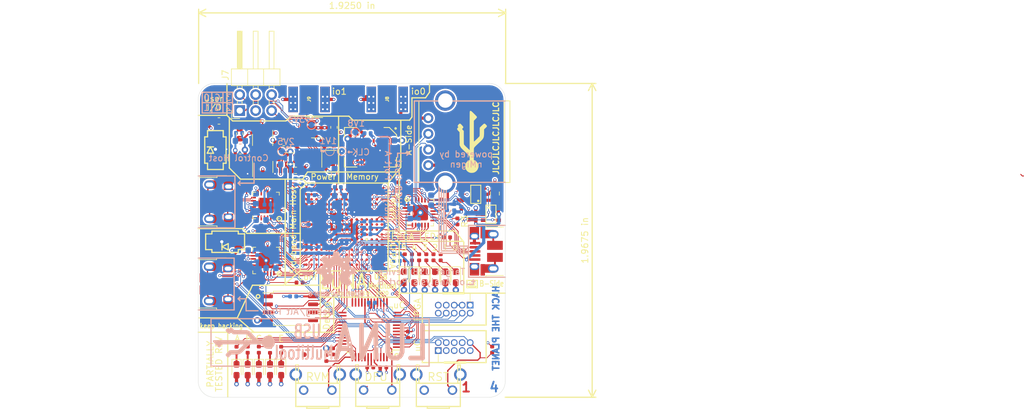
<source format=kicad_pcb>
(kicad_pcb (version 20171130) (host pcbnew 5.1.6)
  (title_block (title "LUNA USB Multitool") (date 2020-05-20) (rev r0) (company "Copyright 2019-2020 Great Scott Gadgets") (comment 1 "Katherine J. Temkin") (comment 3 "Licensed under the CERN-OHL-P v2"))
  (layers (0 F.Cu signal) (1 In1.Cu signal hide) (2 In2.Cu signal hide) (31 B.Cu signal) (34 B.Paste user hide) (35 F.Paste user hide) (36 B.SilkS user hide) (37 F.SilkS user) (38 B.Mask user hide) (39 F.Mask user hide) (44 Edge.Cuts user))
  (net 0 "")
  (net 1 +3V3)
  (net 2 GND)
  (net 3 +1V8)
  (net 4 +5V)
  (net 5 +2V5)
  (net 6 +1V1)
  (net 7 "/FPGA Configuration and Dev Features/D1")
  (net 8 "/FPGA Configuration and Dev Features/D2")
  (net 9 "/FPGA Configuration and Dev Features/D0")
  (net 10 "/FPGA Configuration and Dev Features/D3")
  (net 11 "/FPGA Configuration and Dev Features/FPGA_TDO")
  (net 12 "/FPGA Configuration and Dev Features/~CS_DI")
  (net 13 "/FPGA Configuration and Dev Features/FPGA_CFG0")
  (net 14 "/FPGA Configuration and Dev Features/FPGA_DONE")
  (net 15 "/FPGA Configuration and Dev Features/FPGA_CFG1")
  (net 16 "/FPGA Configuration and Dev Features/~FPGA_PROGRAM")
  (net 17 "/FPGA Configuration and Dev Features/FPGA_CFG2")
  (net 18 "/FPGA Configuration and Dev Features/FPGA_TDI")
  (net 19 "/FPGA Configuration and Dev Features/~FPGA_INIT")
  (net 20 "Net-(C36-Pad1)")
  (net 21 /SIDEBAND_PHY_1V8)
  (net 22 "Net-(C42-Pad1)")
  (net 23 /TARGET_PHY_1V8)
  (net 24 "Net-(C48-Pad1)")
  (net 25 /HOST_PHY_1V8)
  (net 26 "/Host Section/HOST_VBUS")
  (net 27 /SIDEBAND_VBUS)
  (net 28 "Net-(D10-Pad1)")
  (net 29 "Net-(D11-Pad1)")
  (net 30 "Net-(D12-Pad1)")
  (net 31 "Net-(D13-Pad1)")
  (net 32 "Net-(D14-Pad1)")
  (net 33 /DEBUG_SPI_CLK)
  (net 34 /DEBUG_SPI_MOSI)
  (net 35 /DEBUG_SPI_MISO)
  (net 36 /TARGET_FAULT)
  (net 37 "/RAM / 1V8 Section/RAM_DQ7")
  (net 38 "/RAM / 1V8 Section/RAM_DQ6")
  (net 39 "/RAM / 1V8 Section/RAM_DQ2")
  (net 40 "/RAM / 1V8 Section/RAM_DQ1")
  (net 41 "/RAM / 1V8 Section/~CS")
  (net 42 "/RAM / 1V8 Section/~RESET")
  (net 43 "/RAM / 1V8 Section/CLK")
  (net 44 "/Host Section/HOST_DATA0")
  (net 45 "/Host Section/HOST_PHY_CLK")
  (net 46 "/RAM / 1V8 Section/RAM_DQ5")
  (net 47 "/RAM / 1V8 Section/RAM_DQ4")
  (net 48 "/RAM / 1V8 Section/RAM_DQ0")
  (net 49 "/RAM / 1V8 Section/RAM_RWDS")
  (net 50 "/RAM / 1V8 Section/~CLK")
  (net 51 "/Target Section/TARGET_DATA1")
  (net 52 "/Target Section/TARGET_DATA0")
  (net 53 "/Host Section/HOST_DATA1")
  (net 54 "/Host Section/HOST_PHY_RESET")
  (net 55 "/Target Section/TARGET_DATA3")
  (net 56 "/Target Section/TARGET_DATA2")
  (net 57 "/Host Section/HOST_DATA2")
  (net 58 "/Target Section/TARGET_DATA4")
  (net 59 "/RAM / 1V8 Section/RAM_DQ3")
  (net 60 "/Target Section/TARGET_DATA5")
  (net 61 "/Target Section/TARGET_DATA6")
  (net 62 "/Host Section/HOST_DATA4")
  (net 63 "/Host Section/HOST_DATA3")
  (net 64 "/Target Section/TARGET_DATA7")
  (net 65 "/Host Section/HOST_DATA6")
  (net 66 "/Host Section/HOST_DATA5")
  (net 67 "/Target Section/TARGET_PHY_STP")
  (net 68 "/Target Section/TARGET_PHY_NXT")
  (net 69 "/Host Section/HOST_DATA7")
  (net 70 "/Host Section/HOST_STP")
  (net 71 "/Target Section/TARGET_PHY_RESET")
  (net 72 "/Target Section/TARGET_PHY_DIR")
  (net 73 "/Host Section/HOST_NXT")
  (net 74 "/Host Section/HOST_DIR")
  (net 75 "/Target Section/TARGET_PHY_CLK")
  (net 76 "/Sideband Section/SIDEBAND_DATA0")
  (net 77 "/Sideband Section/SIDEBAND_DATA1")
  (net 78 "/Right side indicators/D4")
  (net 79 "/Right side indicators/D5")
  (net 80 "/Sideband Section/SIDEBAND_DATA2")
  (net 81 "/Sideband Section/SIDEBAND_DATA3")
  (net 82 "/Right side indicators/D2")
  (net 83 "/Right side indicators/D3")
  (net 84 "/Sideband Section/SIDEBAND_DATA4")
  (net 85 "/FPGA Configuration and Dev Features/FPGA_CONFIG_CLK")
  (net 86 "/Right side indicators/D1")
  (net 87 "/Sideband Section/SIDEBAND_DATA6")
  (net 88 "/Sideband Section/SIDEBAND_DATA5")
  (net 89 "/Right side indicators/D0")
  (net 90 "/Sideband Section/SIDEBAND_DATA7")
  (net 91 "/Sideband Section/SIDEBAND_PHY_CLK")
  (net 92 "Net-(IC1-PadR3)")
  (net 93 "/Sideband Section/SIDEBAND_STP")
  (net 94 "/Sideband Section/SIDEBAND_DIR")
  (net 95 "/Sideband Section/SIDEBAND_NXT")
  (net 96 "/FPGA Configuration and Dev Features/FPGA_TCK")
  (net 97 "/FPGA Configuration and Dev Features/FPGA_TMS")
  (net 98 /HOST_D-)
  (net 99 /HOST_D+)
  (net 100 /HOST_ID)
  (net 101 /SIDEBAND_ID)
  (net 102 /SIDEBAND_D+)
  (net 103 /SIDEBAND_D-)
  (net 104 /TARGET_VBUS_OUT)
  (net 105 /TARGET_D-)
  (net 106 /TARGET_D+)
  (net 107 /TARGET_ID)
  (net 108 /TARGET_VBUS_IN)
  (net 109 /FULL_RESET)
  (net 110 "/FPGA Configuration and Dev Features/UC_SWDCLK")
  (net 111 "/FPGA Configuration and Dev Features/UC_SWDIO")
  (net 112 "Net-(R7-Pad2)")
  (net 113 "Net-(R8-Pad2)")
  (net 114 "Net-(R9-Pad2)")
  (net 115 "Net-(R10-Pad2)")
  (net 116 "Net-(R11-Pad2)")
  (net 117 /USB_INHIBIT)
  (net 118 "Net-(R16-Pad2)")
  (net 119 "Net-(R17-Pad2)")
  (net 120 "Net-(R18-Pad2)")
  (net 121 "Net-(R19-Pad2)")
  (net 122 "Net-(R20-Pad2)")
  (net 123 "Net-(R21-Pad2)")
  (net 124 /FORCE_RECOVERY)
  (net 125 /FORCE_DFU)
  (net 126 "Net-(C51-Pad1)")
  (net 127 /UC_RX_FPGA_TX)
  (net 128 /UC_TX_FPGA_RX)
  (net 129 "Net-(C52-Pad1)")
  (net 130 "/Debug & Control Connections/CLKIN_60MHZ")
  (net 131 "/Debug & Control Connections/USER_IO3")
  (net 132 "/Debug & Control Connections/USER_IO2")
  (net 133 "/Debug & Control Connections/USER_IO1")
  (net 134 "/Debug & Control Connections/USER_IO0")
  (net 135 /VBUS_PASSTHROUGH_EN)
  (net 136 /PROVIDE_A_PORT_VBUS)
  (net 137 "Net-(D2-Pad1)")
  (net 138 "Net-(D3-Pad1)")
  (net 139 "Net-(D4-Pad1)")
  (net 140 "Net-(D5-Pad1)")
  (net 141 "Net-(D6-Pad1)")
  (net 142 "Net-(D7-Pad1)")
  (net 143 "/Debug & Control Connections/USER_IO4")
  (net 144 "/Debug & Control Connections/USER_IO5")
  (net 145 "Net-(IC1-PadB2)")
  (net 146 "Net-(IC1-PadB3)")
  (net 147 "Net-(IC1-PadB4)")
  (net 148 "Net-(IC1-PadB5)")
  (net 149 "Net-(IC1-PadB6)")
  (net 150 "Net-(IC1-PadB7)")
  (net 151 "Net-(IC1-PadB8)")
  (net 152 "Net-(IC1-PadC2)")
  (net 153 "Net-(IC1-PadC3)")
  (net 154 "Net-(IC1-PadC4)")
  (net 155 "Net-(IC1-PadC5)")
  (net 156 "Net-(IC1-PadC6)")
  (net 157 "Net-(IC1-PadC7)")
  (net 158 "Net-(IC1-PadC8)")
  (net 159 "Net-(IC1-PadC9)")
  (net 160 "Net-(IC1-PadC10)")
  (net 161 "Net-(IC1-PadC11)")
  (net 162 "Net-(IC1-PadC12)")
  (net 163 "Net-(IC1-PadC13)")
  (net 164 "Net-(IC1-PadD3)")
  (net 165 "Net-(IC1-PadD4)")
  (net 166 "Net-(IC1-PadD5)")
  (net 167 "Net-(IC1-PadD6)")
  (net 168 "Net-(IC1-PadD7)")
  (net 169 "Net-(IC1-PadD8)")
  (net 170 "Net-(IC1-PadD9)")
  (net 171 "Net-(IC1-PadD10)")
  (net 172 "Net-(IC1-PadD11)")
  (net 173 "Net-(IC1-PadD12)")
  (net 174 "Net-(IC1-PadD13)")
  (net 175 "Net-(IC1-PadE2)")
  (net 176 "Net-(IC1-PadE3)")
  (net 177 "Net-(IC1-PadE4)")
  (net 178 "Net-(IC1-PadE5)")
  (net 179 "Net-(IC1-PadE6)")
  (net 180 "Net-(IC1-PadE7)")
  (net 181 "Net-(IC1-PadE8)")
  (net 182 "Net-(IC1-PadE9)")
  (net 183 "Net-(IC1-PadE10)")
  (net 184 "Net-(IC1-PadE11)")
  (net 185 "Net-(IC1-PadE12)")
  (net 186 "Net-(IC1-PadE13)")
  (net 187 "Net-(IC1-PadE14)")
  (net 188 "Net-(IC1-PadF3)")
  (net 189 "Net-(IC1-PadF4)")
  (net 190 "Net-(IC1-PadF5)")
  (net 191 "Net-(IC1-PadF12)")
  (net 192 "Net-(IC1-PadF13)")
  (net 193 "Net-(IC1-PadF14)")
  (net 194 "Net-(IC1-PadG3)")
  (net 195 "Net-(IC1-PadG4)")
  (net 196 "Net-(IC1-PadG5)")
  (net 197 "Net-(IC1-PadG12)")
  (net 198 "Net-(IC1-PadG13)")
  (net 199 "Net-(IC1-PadG14)")
  (net 200 "Net-(IC1-PadH3)")
  (net 201 "Net-(IC1-PadH4)")
  (net 202 "Net-(IC1-PadH5)")
  (net 203 "Net-(IC1-PadH12)")
  (net 204 "Net-(IC1-PadH13)")
  (net 205 "Net-(IC1-PadH14)")
  (net 206 "Net-(IC1-PadH15)")
  (net 207 "Net-(IC1-PadJ3)")
  (net 208 "Net-(IC1-PadJ4)")
  (net 209 "Net-(IC1-PadJ5)")
  (net 210 "Net-(IC1-PadJ12)")
  (net 211 "Net-(IC1-PadJ13)")
  (net 212 "Net-(IC1-PadJ14)")
  (net 213 "Net-(IC1-PadJ15)")
  (net 214 "Net-(IC1-PadK3)")
  (net 215 "Net-(IC1-PadK4)")
  (net 216 "Net-(IC1-PadK5)")
  (net 217 "Net-(IC1-PadK12)")
  (net 218 "Net-(IC1-PadK13)")
  (net 219 "Net-(IC1-PadK14)")
  (net 220 "Net-(IC1-PadL1)")
  (net 221 "Net-(IC1-PadL3)")
  (net 222 "Net-(IC1-PadL4)")
  (net 223 "Net-(IC1-PadL5)")
  (net 224 "Net-(IC1-PadL12)")
  (net 225 "Net-(IC1-PadL13)")
  (net 226 "Net-(IC1-PadL14)")
  (net 227 "Net-(IC1-PadM3)")
  (net 228 "Net-(IC1-PadM4)")
  (net 229 "Net-(IC1-PadM5)")
  (net 230 "Net-(IC1-PadM6)")
  (net 231 "Net-(IC1-PadM8)")
  (net 232 "Net-(IC1-PadM9)")
  (net 233 "Net-(IC1-PadM11)")
  (net 234 "Net-(IC1-PadM12)")
  (net 235 "Net-(IC1-PadM13)")
  (net 236 "Net-(IC1-PadM14)")
  (net 237 "Net-(IC1-PadN3)")
  (net 238 "Net-(IC1-PadN4)")
  (net 239 "Net-(IC1-PadN5)")
  (net 240 "Net-(IC1-PadN6)")
  (net 241 "Net-(IC1-PadN11)")
  (net 242 "Net-(IC1-PadN12)")
  (net 243 "Net-(IC1-PadN13)")
  (net 244 "Net-(IC1-PadN14)")
  (net 245 "Net-(IC1-PadP3)")
  (net 246 "Net-(IC1-PadP4)")
  (net 247 "Net-(IC1-PadP5)")
  (net 248 "Net-(IC1-PadP6)")
  (net 249 "Net-(IC1-PadP7)")
  (net 250 "Net-(IC1-PadP8)")
  (net 251 "Net-(IC1-PadP14)")
  (net 252 "Net-(IC1-PadP16)")
  (net 253 "Net-(IC1-PadR5)")
  (net 254 "Net-(IC1-PadR6)")
  (net 255 "Net-(IC1-PadR7)")
  (net 256 "Net-(IC1-PadR8)")
  (net 257 "Net-(IC1-PadR12)")
  (net 258 "Net-(IC1-PadR15)")
  (net 259 "Net-(IC1-PadR16)")
  (net 260 "Net-(IC1-PadT6)")
  (net 261 "Net-(IC1-PadT15)")
  (net 262 "Net-(J5-Pad7)")
  (net 263 "Net-(J5-Pad10)")
  (net 264 "Net-(J6-Pad8)")
  (net 265 "Net-(J6-Pad7)")
  (net 266 "Net-(J6-Pad6)")
  (net 267 "Net-(U2-Pad4)")
  (net 268 "Net-(U5-Pad4)")
  (net 269 "Net-(U6-Pad32)")
  (net 270 "Net-(U6-Pad39)")
  (net 271 "Net-(U6-Pad41)")
  (net 272 "Net-(U6-Pad47)")
  (net 273 "Net-(U6-Pad48)")
  (net 274 "Net-(U8-Pad20)")
  (net 275 "Net-(U9-Pad20)")
  (net 276 "Net-(U10-PadA2)")
  (net 277 "Net-(U10-PadC2)")
  (net 278 "Net-(U10-PadA5)")
  (net 279 "Net-(U10-PadB5)")
  (net 280 "Net-(U10-PadC5)")
  (net 281 "Net-(U11-Pad20)")
  (net 282 /DEBUG_SPI_CS)
  (net 283 "Net-(IC1-PadP12)")
  (net 284 "Net-(U4-Pad5)")
  (module Resistor_SMD:R_0402_1005Metric (layer F.Cu) (at 133.35 88.011 270)
    (fp_text reference R3 (at 0 -1.17 90) (layer F.SilkS))
    (fp_text value 10K)
    (pad 2 smd roundrect (at 0.485 0 270) (size 0.59 0.64) (layers F.Cu F.Paste F.Mask) (net 36 /TARGET_FAULT))
    (pad 1 smd roundrect (at -0.485 0 270) (size 0.59 0.64) (layers F.Cu F.Paste F.Mask) (net 1 +3V3))
  )
  (module TestPoint:TestPoint_Pad_D1.0mm (layer B.Cu) (at 105.41 76.835)
    (fp_text reference TP5 hide)
    (fp_text value TestPoint)
    (pad 1 smd circle (at 0 0) (size 1 1) (layers B.Cu B.Mask) (net 5 +2V5))
  )
  (module TestPoint:TestPoint_Pad_D1.0mm (layer B.Cu) (at 113.03 76.835)
    (fp_text reference TP4 hide)
    (fp_text value TestPoint)
    (pad 1 smd circle (at 0 0) (size 1 1) (layers B.Cu B.Mask) (net 6 +1V1))
  )
  (module TestPoint:TestPoint_Pad_D1.0mm (layer B.Cu) (at 110.109 72.644)
    (fp_text reference TP3 hide)
    (fp_text value TestPoint)
    (pad 1 smd circle (at 0 0) (size 1 1) (layers B.Cu B.Mask) (net 1 +3V3))
  )
  (module TestPoint:TestPoint_Pad_D1.0mm (layer B.Cu) (at 117.094 73.787)
    (fp_text reference TP2 hide)
    (fp_text value TestPoint)
    (pad 1 smd circle (at 0 0) (size 1 1) (layers B.Cu B.Mask) (net 3 +1V8))
  )
  (module TestPoint:TestPoint_Pad_D1.0mm (layer B.Cu) (at 114.935 76.835)
    (fp_text reference TP1 hide)
    (fp_text value TestPoint)
    (pad 1 smd circle (at 0 0) (size 1 1) (layers B.Cu B.Mask) (net 130 "/Debug & Control Connections/CLKIN_60MHZ"))
  )
  (module Symbol:OSHW-Logo2_9.8x8mm_SilkScreen (layer F.Cu) (at 72.898 106.934)
    (fp_text reference REF** hide)
    (fp_text value OSHW-Logo2_9.8x8mm_SilkScreen hide)
  )
  (module Symbol:OSHW-Logo2_9.8x8mm_SilkScreen (layer B.Cu) (at 114.046 96.52 180)
    (fp_text reference REF** hide)
    (fp_text value OSHW-Logo2_9.8x8mm_SilkScreen hide)
  )
  (module Fiducial:Fiducial_0.75mm_Mask2.25mm (layer F.Cu) (at 108.966 109.22)
    (fp_text reference FID hide)
    (fp_text value Fiducial_0.75mm_Mask2.25mm)
    (pad "" smd circle (at 0 0) (size 0.75 0.75) (layers F.Cu F.Mask) (clearance 0.75))
  )
  (module luna:usb_tools_logo (layer B.Cu) (at 99.314 107.2515 270)
    (fp_text reference G*** hide)
    (fp_text value LOGO hide)
  )
  (module luna:lattice_cabga256 (layer F.Cu) (at 115.316 88.9)
    (fp_text reference IC1 hide)
    (fp_text value ECP5-BGA256 hide)
    (pad A1 smd circle (at -6 -6 90) (size 0.41 0.41) (layers F.Cu F.Paste F.Mask) (net 2 GND))
    (pad A2 smd circle (at -5.2 -6 90) (size 0.41 0.41) (layers F.Cu F.Paste F.Mask) (net 131 "/Debug & Control Connections/USER_IO3"))
    (pad A3 smd circle (at -4.4 -6 90) (size 0.41 0.41) (layers F.Cu F.Paste F.Mask) (net 132 "/Debug & Control Connections/USER_IO2"))
    (pad A4 smd circle (at -3.6 -6 90) (size 0.41 0.41) (layers F.Cu F.Paste F.Mask) (net 133 "/Debug & Control Connections/USER_IO1"))
    (pad A5 smd circle (at -2.8 -6 90) (size 0.41 0.41) (layers F.Cu F.Paste F.Mask) (net 134 "/Debug & Control Connections/USER_IO0"))
    (pad A6 smd circle (at -2 -6 90) (size 0.41 0.41) (layers F.Cu F.Paste F.Mask) (net 143 "/Debug & Control Connections/USER_IO4"))
    (pad A7 smd circle (at -1.2 -6 90) (size 0.41 0.41) (layers F.Cu F.Paste F.Mask) (net 130 "/Debug & Control Connections/CLKIN_60MHZ"))
    (pad A8 smd circle (at -0.4 -6 90) (size 0.41 0.41) (layers F.Cu F.Paste F.Mask) (net 144 "/Debug & Control Connections/USER_IO5"))
    (pad A9 smd circle (at 0.4 -6 90) (size 0.41 0.41) (layers F.Cu F.Paste F.Mask) (net 37 "/RAM / 1V8 Section/RAM_DQ7"))
    (pad A10 smd circle (at 1.2 -6 90) (size 0.41 0.41) (layers F.Cu F.Paste F.Mask) (net 46 "/RAM / 1V8 Section/RAM_DQ5"))
    (pad A11 smd circle (at 2 -6 90) (size 0.41 0.41) (layers F.Cu F.Paste F.Mask) (net 48 "/RAM / 1V8 Section/RAM_DQ0"))
    (pad A12 smd circle (at 2.8 -6 90) (size 0.41 0.41) (layers F.Cu F.Paste F.Mask) (net 59 "/RAM / 1V8 Section/RAM_DQ3"))
    (pad A13 smd circle (at 3.6 -6 90) (size 0.41 0.41) (layers F.Cu F.Paste F.Mask) (net 49 "/RAM / 1V8 Section/RAM_RWDS"))
    (pad A14 smd circle (at 4.4 -6 90) (size 0.41 0.41) (layers F.Cu F.Paste F.Mask) (net 41 "/RAM / 1V8 Section/~CS"))
    (pad A15 smd circle (at 5.2 -6 90) (size 0.41 0.41) (layers F.Cu F.Paste F.Mask) (net 50 "/RAM / 1V8 Section/~CLK"))
    (pad A16 smd circle (at 6 -6 90) (size 0.41 0.41) (layers F.Cu F.Paste F.Mask) (net 2 GND))
    (pad B1 smd circle (at -6 -5.2 90) (size 0.41 0.41) (layers F.Cu F.Paste F.Mask) (net 69 "/Host Section/HOST_DATA7"))
    (pad B2 smd circle (at -5.2 -5.2 90) (size 0.41 0.41) (layers F.Cu F.Paste F.Mask) (net 145 "Net-(IC1-PadB2)"))
    (pad B3 smd circle (at -4.4 -5.2 90) (size 0.41 0.41) (layers F.Cu F.Paste F.Mask) (net 146 "Net-(IC1-PadB3)"))
    (pad B4 smd circle (at -3.6 -5.2 90) (size 0.41 0.41) (layers F.Cu F.Paste F.Mask) (net 147 "Net-(IC1-PadB4)"))
    (pad B5 smd circle (at -2.8 -5.2 90) (size 0.41 0.41) (layers F.Cu F.Paste F.Mask) (net 148 "Net-(IC1-PadB5)"))
    (pad B6 smd circle (at -2 -5.2 90) (size 0.41 0.41) (layers F.Cu F.Paste F.Mask) (net 149 "Net-(IC1-PadB6)"))
    (pad B7 smd circle (at -1.2 -5.2 90) (size 0.41 0.41) (layers F.Cu F.Paste F.Mask) (net 150 "Net-(IC1-PadB7)"))
    (pad B8 smd circle (at -0.4 -5.2 90) (size 0.41 0.41) (layers F.Cu F.Paste F.Mask) (net 151 "Net-(IC1-PadB8)"))
    (pad B9 smd circle (at 0.4 -5.2 90) (size 0.41 0.41) (layers F.Cu F.Paste F.Mask) (net 38 "/RAM / 1V8 Section/RAM_DQ6"))
    (pad B10 smd circle (at 1.2 -5.2 90) (size 0.41 0.41) (layers F.Cu F.Paste F.Mask) (net 40 "/RAM / 1V8 Section/RAM_DQ1"))
    (pad B11 smd circle (at 2 -5.2 90) (size 0.41 0.41) (layers F.Cu F.Paste F.Mask) (net 47 "/RAM / 1V8 Section/RAM_DQ4"))
    (pad B12 smd circle (at 2.8 -5.2 90) (size 0.41 0.41) (layers F.Cu F.Paste F.Mask) (net 39 "/RAM / 1V8 Section/RAM_DQ2"))
    (pad B13 smd circle (at 3.6 -5.2 90) (size 0.41 0.41) (layers F.Cu F.Paste F.Mask) (net 42 "/RAM / 1V8 Section/~RESET"))
    (pad B14 smd circle (at 4.4 -5.2 90) (size 0.41 0.41) (layers F.Cu F.Paste F.Mask) (net 43 "/RAM / 1V8 Section/CLK"))
    (pad B15 smd circle (at 5.2 -5.2 90) (size 0.41 0.41) (layers F.Cu F.Paste F.Mask) (net 75 "/Target Section/TARGET_PHY_CLK"))
    (pad B16 smd circle (at 6 -5.2 90) (size 0.41 0.41) (layers F.Cu F.Paste F.Mask) (net 67 "/Target Section/TARGET_PHY_STP"))
    (pad C1 smd circle (at -6 -4.4 90) (size 0.41 0.41) (layers F.Cu F.Paste F.Mask) (net 65 "/Host Section/HOST_DATA6"))
    (pad C2 smd circle (at -5.2 -4.4 90) (size 0.41 0.41) (layers F.Cu F.Paste F.Mask) (net 152 "Net-(IC1-PadC2)"))
    (pad C3 smd circle (at -4.4 -4.4 90) (size 0.41 0.41) (layers F.Cu F.Paste F.Mask) (net 153 "Net-(IC1-PadC3)"))
    (pad C4 smd circle (at -3.6 -4.4 90) (size 0.41 0.41) (layers F.Cu F.Paste F.Mask) (net 154 "Net-(IC1-PadC4)"))
    (pad C5 smd circle (at -2.8 -4.4 90) (size 0.41 0.41) (layers F.Cu F.Paste F.Mask) (net 155 "Net-(IC1-PadC5)"))
    (pad C6 smd circle (at -2 -4.4 90) (size 0.41 0.41) (layers F.Cu F.Paste F.Mask) (net 156 "Net-(IC1-PadC6)"))
    (pad C7 smd circle (at -1.2 -4.4 90) (size 0.41 0.41) (layers F.Cu F.Paste F.Mask) (net 157 "Net-(IC1-PadC7)"))
    (pad C8 smd circle (at -0.4 -4.4 90) (size 0.41 0.41) (layers F.Cu F.Paste F.Mask) (net 158 "Net-(IC1-PadC8)"))
    (pad C9 smd circle (at 0.4 -4.4 90) (size 0.41 0.41) (layers F.Cu F.Paste F.Mask) (net 159 "Net-(IC1-PadC9)"))
    (pad C10 smd circle (at 1.2 -4.4 90) (size 0.41 0.41) (layers F.Cu F.Paste F.Mask) (net 160 "Net-(IC1-PadC10)"))
    (pad C11 smd circle (at 2 -4.4 90) (size 0.41 0.41) (layers F.Cu F.Paste F.Mask) (net 161 "Net-(IC1-PadC11)"))
    (pad C12 smd circle (at 2.8 -4.4 90) (size 0.41 0.41) (layers F.Cu F.Paste F.Mask) (net 162 "Net-(IC1-PadC12)"))
    (pad C13 smd circle (at 3.6 -4.4 90) (size 0.41 0.41) (layers F.Cu F.Paste F.Mask) (net 163 "Net-(IC1-PadC13)"))
    (pad C14 smd circle (at 4.4 -4.4 90) (size 0.41 0.41) (layers F.Cu F.Paste F.Mask) (net 136 /PROVIDE_A_PORT_VBUS))
    (pad C15 smd circle (at 5.2 -4.4 90) (size 0.41 0.41) (layers F.Cu F.Paste F.Mask) (net 72 "/Target Section/TARGET_PHY_DIR"))
    (pad C16 smd circle (at 6 -4.4 90) (size 0.41 0.41) (layers F.Cu F.Paste F.Mask) (net 68 "/Target Section/TARGET_PHY_NXT"))
    (pad D1 smd circle (at -6 -3.6 90) (size 0.41 0.41) (layers F.Cu F.Paste F.Mask) (net 66 "/Host Section/HOST_DATA5"))
    (pad D2 smd circle (at -5.2 -3.6 90) (size 0.41 0.41) (layers F.Cu F.Paste F.Mask) (net 2 GND))
    (pad D3 smd circle (at -4.4 -3.6 90) (size 0.41 0.41) (layers F.Cu F.Paste F.Mask) (net 164 "Net-(IC1-PadD3)"))
    (pad D4 smd circle (at -3.6 -3.6 90) (size 0.41 0.41) (layers F.Cu F.Paste F.Mask) (net 165 "Net-(IC1-PadD4)"))
    (pad D5 smd circle (at -2.8 -3.6 90) (size 0.41 0.41) (layers F.Cu F.Paste F.Mask) (net 166 "Net-(IC1-PadD5)"))
    (pad D6 smd circle (at -2 -3.6 90) (size 0.41 0.41) (layers F.Cu F.Paste F.Mask) (net 167 "Net-(IC1-PadD6)"))
    (pad D7 smd circle (at -1.2 -3.6 90) (size 0.41 0.41) (layers F.Cu F.Paste F.Mask) (net 168 "Net-(IC1-PadD7)"))
    (pad D8 smd circle (at -0.4 -3.6 90) (size 0.41 0.41) (layers F.Cu F.Paste F.Mask) (net 169 "Net-(IC1-PadD8)"))
    (pad D9 smd circle (at 0.4 -3.6 90) (size 0.41 0.41) (layers F.Cu F.Paste F.Mask) (net 170 "Net-(IC1-PadD9)"))
    (pad D10 smd circle (at 1.2 -3.6 90) (size 0.41 0.41) (layers F.Cu F.Paste F.Mask) (net 171 "Net-(IC1-PadD10)"))
    (pad D11 smd circle (at 2 -3.6 90) (size 0.41 0.41) (layers F.Cu F.Paste F.Mask) (net 172 "Net-(IC1-PadD11)"))
    (pad D12 smd circle (at 2.8 -3.6 90) (size 0.41 0.41) (layers F.Cu F.Paste F.Mask) (net 173 "Net-(IC1-PadD12)"))
    (pad D13 smd circle (at 3.6 -3.6 90) (size 0.41 0.41) (layers F.Cu F.Paste F.Mask) (net 174 "Net-(IC1-PadD13)"))
    (pad D14 smd circle (at 4.4 -3.6 90) (size 0.41 0.41) (layers F.Cu F.Paste F.Mask) (net 135 /VBUS_PASSTHROUGH_EN))
    (pad D15 smd circle (at 5.2 -3.6 90) (size 0.41 0.41) (layers F.Cu F.Paste F.Mask) (net 2 GND))
    (pad D16 smd circle (at 6 -3.6 90) (size 0.41 0.41) (layers F.Cu F.Paste F.Mask) (net 52 "/Target Section/TARGET_DATA0"))
    (pad E1 smd circle (at -6 -2.8 90) (size 0.41 0.41) (layers F.Cu F.Paste F.Mask) (net 62 "/Host Section/HOST_DATA4"))
    (pad E2 smd circle (at -5.2 -2.8 90) (size 0.41 0.41) (layers F.Cu F.Paste F.Mask) (net 175 "Net-(IC1-PadE2)"))
    (pad E3 smd circle (at -4.4 -2.8 90) (size 0.41 0.41) (layers F.Cu F.Paste F.Mask) (net 176 "Net-(IC1-PadE3)"))
    (pad E4 smd circle (at -3.6 -2.8 90) (size 0.41 0.41) (layers F.Cu F.Paste F.Mask) (net 177 "Net-(IC1-PadE4)"))
    (pad E5 smd circle (at -2.8 -2.8 90) (size 0.41 0.41) (layers F.Cu F.Paste F.Mask) (net 178 "Net-(IC1-PadE5)"))
    (pad E6 smd circle (at -2 -2.8 90) (size 0.41 0.41) (layers F.Cu F.Paste F.Mask) (net 179 "Net-(IC1-PadE6)"))
    (pad E7 smd circle (at -1.2 -2.8 90) (size 0.41 0.41) (layers F.Cu F.Paste F.Mask) (net 180 "Net-(IC1-PadE7)"))
    (pad E8 smd circle (at -0.4 -2.8 90) (size 0.41 0.41) (layers F.Cu F.Paste F.Mask) (net 181 "Net-(IC1-PadE8)"))
    (pad E9 smd circle (at 0.4 -2.8 90) (size 0.41 0.41) (layers F.Cu F.Paste F.Mask) (net 182 "Net-(IC1-PadE9)"))
    (pad E10 smd circle (at 1.2 -2.8 90) (size 0.41 0.41) (layers F.Cu F.Paste F.Mask) (net 183 "Net-(IC1-PadE10)"))
    (pad E11 smd circle (at 2 -2.8 90) (size 0.41 0.41) (layers F.Cu F.Paste F.Mask) (net 184 "Net-(IC1-PadE11)"))
    (pad E12 smd circle (at 2.8 -2.8 90) (size 0.41 0.41) (layers F.Cu F.Paste F.Mask) (net 185 "Net-(IC1-PadE12)"))
    (pad E13 smd circle (at 3.6 -2.8 90) (size 0.41 0.41) (layers F.Cu F.Paste F.Mask) (net 186 "Net-(IC1-PadE13)"))
    (pad E14 smd circle (at 4.4 -2.8 90) (size 0.41 0.41) (layers F.Cu F.Paste F.Mask) (net 187 "Net-(IC1-PadE14)"))
    (pad E15 smd circle (at 5.2 -2.8 90) (size 0.41 0.41) (layers F.Cu F.Paste F.Mask) (net 51 "/Target Section/TARGET_DATA1"))
    (pad E16 smd circle (at 6 -2.8 90) (size 0.41 0.41) (layers F.Cu F.Paste F.Mask) (net 56 "/Target Section/TARGET_DATA2"))
    (pad F1 smd circle (at -6 -2 90) (size 0.41 0.41) (layers F.Cu F.Paste F.Mask) (net 63 "/Host Section/HOST_DATA3"))
    (pad F2 smd circle (at -5.2 -2 90) (size 0.41 0.41) (layers F.Cu F.Paste F.Mask) (net 57 "/Host Section/HOST_DATA2"))
    (pad F3 smd circle (at -4.4 -2 90) (size 0.41 0.41) (layers F.Cu F.Paste F.Mask) (net 188 "Net-(IC1-PadF3)"))
    (pad F4 smd circle (at -3.6 -2 90) (size 0.41 0.41) (layers F.Cu F.Paste F.Mask) (net 189 "Net-(IC1-PadF4)"))
    (pad F5 smd circle (at -2.8 -2 90) (size 0.41 0.41) (layers F.Cu F.Paste F.Mask) (net 190 "Net-(IC1-PadF5)"))
    (pad F6 smd circle (at -2 -2 90) (size 0.41 0.41) (layers F.Cu F.Paste F.Mask) (net 1 +3V3))
    (pad F7 smd circle (at -1.2 -2 90) (size 0.41 0.41) (layers F.Cu F.Paste F.Mask) (net 1 +3V3))
    (pad F8 smd circle (at -0.4 -2 90) (size 0.41 0.41) (layers F.Cu F.Paste F.Mask) (net 2 GND))
    (pad F9 smd circle (at 0.4 -2 90) (size 0.41 0.41) (layers F.Cu F.Paste F.Mask) (net 2 GND))
    (pad F10 smd circle (at 1.2 -2 90) (size 0.41 0.41) (layers F.Cu F.Paste F.Mask) (net 3 +1V8))
    (pad F11 smd circle (at 2 -2 90) (size 0.41 0.41) (layers F.Cu F.Paste F.Mask) (net 3 +1V8))
    (pad F12 smd circle (at 2.8 -2 90) (size 0.41 0.41) (layers F.Cu F.Paste F.Mask) (net 191 "Net-(IC1-PadF12)"))
    (pad F13 smd circle (at 3.6 -2 90) (size 0.41 0.41) (layers F.Cu F.Paste F.Mask) (net 192 "Net-(IC1-PadF13)"))
    (pad F14 smd circle (at 4.4 -2 90) (size 0.41 0.41) (layers F.Cu F.Paste F.Mask) (net 193 "Net-(IC1-PadF14)"))
    (pad F15 smd circle (at 5.2 -2 90) (size 0.41 0.41) (layers F.Cu F.Paste F.Mask) (net 55 "/Target Section/TARGET_DATA3"))
    (pad F16 smd circle (at 6 -2 90) (size 0.41 0.41) (layers F.Cu F.Paste F.Mask) (net 58 "/Target Section/TARGET_DATA4"))
    (pad G1 smd circle (at -6 -1.2 90) (size 0.41 0.41) (layers F.Cu F.Paste F.Mask) (net 53 "/Host Section/HOST_DATA1"))
    (pad G2 smd circle (at -5.2 -1.2 90) (size 0.41 0.41) (layers F.Cu F.Paste F.Mask) (net 44 "/Host Section/HOST_DATA0"))
    (pad G3 smd circle (at -4.4 -1.2 90) (size 0.41 0.41) (layers F.Cu F.Paste F.Mask) (net 194 "Net-(IC1-PadG3)"))
    (pad G4 smd circle (at -3.6 -1.2 90) (size 0.41 0.41) (layers F.Cu F.Paste F.Mask) (net 195 "Net-(IC1-PadG4)"))
    (pad G5 smd circle (at -2.8 -1.2 90) (size 0.41 0.41) (layers F.Cu F.Paste F.Mask) (net 196 "Net-(IC1-PadG5)"))
    (pad G6 smd circle (at -2 -1.2 90) (size 0.41 0.41) (layers F.Cu F.Paste F.Mask) (net 6 +1V1))
    (pad G7 smd circle (at -1.2 -1.2 90) (size 0.41 0.41) (layers F.Cu F.Paste F.Mask) (net 6 +1V1))
    (pad G8 smd circle (at -0.4 -1.2 90) (size 0.41 0.41) (layers F.Cu F.Paste F.Mask) (net 2 GND))
    (pad G9 smd circle (at 0.4 -1.2 90) (size 0.41 0.41) (layers F.Cu F.Paste F.Mask) (net 6 +1V1))
    (pad G10 smd circle (at 1.2 -1.2 90) (size 0.41 0.41) (layers F.Cu F.Paste F.Mask) (net 2 GND))
    (pad G11 smd circle (at 2 -1.2 90) (size 0.41 0.41) (layers F.Cu F.Paste F.Mask) (net 5 +2V5))
    (pad G12 smd circle (at 2.8 -1.2 90) (size 0.41 0.41) (layers F.Cu F.Paste F.Mask) (net 197 "Net-(IC1-PadG12)"))
    (pad G13 smd circle (at 3.6 -1.2 90) (size 0.41 0.41) (layers F.Cu F.Paste F.Mask) (net 198 "Net-(IC1-PadG13)"))
    (pad G14 smd circle (at 4.4 -1.2 90) (size 0.41 0.41) (layers F.Cu F.Paste F.Mask) (net 199 "Net-(IC1-PadG14)"))
    (pad G15 smd circle (at 5.2 -1.2 90) (size 0.41 0.41) (layers F.Cu F.Paste F.Mask) (net 60 "/Target Section/TARGET_DATA5"))
    (pad G16 smd circle (at 6 -1.2 90) (size 0.41 0.41) (layers F.Cu F.Paste F.Mask) (net 71 "/Target Section/TARGET_PHY_RESET"))
    (pad H1 smd circle (at -6 -0.4 90) (size 0.41 0.41) (layers F.Cu F.Paste F.Mask) (net 2 GND))
    (pad H2 smd circle (at -5.2 -0.4 90) (size 0.41 0.41) (layers F.Cu F.Paste F.Mask) (net 73 "/Host Section/HOST_NXT"))
    (pad H3 smd circle (at -4.4 -0.4 90) (size 0.41 0.41) (layers F.Cu F.Paste F.Mask) (net 200 "Net-(IC1-PadH3)"))
    (pad H4 smd circle (at -3.6 -0.4 90) (size 0.41 0.41) (layers F.Cu F.Paste F.Mask) (net 201 "Net-(IC1-PadH4)"))
    (pad H5 smd circle (at -2.8 -0.4 90) (size 0.41 0.41) (layers F.Cu F.Paste F.Mask) (net 202 "Net-(IC1-PadH5)"))
    (pad H6 smd circle (at -2 -0.4 90) (size 0.41 0.41) (layers F.Cu F.Paste F.Mask) (net 1 +3V3))
    (pad H7 smd circle (at -1.2 -0.4 90) (size 0.41 0.41) (layers F.Cu F.Paste F.Mask) (net 1 +3V3))
    (pad H8 smd circle (at -0.4 -0.4 90) (size 0.41 0.41) (layers F.Cu F.Paste F.Mask) (net 2 GND))
    (pad H9 smd circle (at 0.4 -0.4 90) (size 0.41 0.41) (layers F.Cu F.Paste F.Mask) (net 2 GND))
    (pad H10 smd circle (at 1.2 -0.4 90) (size 0.41 0.41) (layers F.Cu F.Paste F.Mask) (net 2 GND))
    (pad H11 smd circle (at 2 -0.4 90) (size 0.41 0.41) (layers F.Cu F.Paste F.Mask) (net 1 +3V3))
    (pad H12 smd circle (at 2.8 -0.4 90) (size 0.41 0.41) (layers F.Cu F.Paste F.Mask) (net 203 "Net-(IC1-PadH12)"))
    (pad H13 smd circle (at 3.6 -0.4 90) (size 0.41 0.41) (layers F.Cu F.Paste F.Mask) (net 204 "Net-(IC1-PadH13)"))
    (pad H14 smd circle (at 4.4 -0.4 90) (size 0.41 0.41) (layers F.Cu F.Paste F.Mask) (net 205 "Net-(IC1-PadH14)"))
    (pad H15 smd circle (at 5.2 -0.4 90) (size 0.41 0.41) (layers F.Cu F.Paste F.Mask) (net 206 "Net-(IC1-PadH15)"))
    (pad H16 smd circle (at 6 -0.4 90) (size 0.41 0.41) (layers F.Cu F.Paste F.Mask) (net 2 GND))
    (pad J1 smd circle (at -6 0.4 90) (size 0.41 0.41) (layers F.Cu F.Paste F.Mask) (net 74 "/Host Section/HOST_DIR"))
    (pad J2 smd circle (at -5.2 0.4 90) (size 0.41 0.41) (layers F.Cu F.Paste F.Mask) (net 70 "/Host Section/HOST_STP"))
    (pad J3 smd circle (at -4.4 0.4 90) (size 0.41 0.41) (layers F.Cu F.Paste F.Mask) (net 207 "Net-(IC1-PadJ3)"))
    (pad J4 smd circle (at -3.6 0.4 90) (size 0.41 0.41) (layers F.Cu F.Paste F.Mask) (net 208 "Net-(IC1-PadJ4)"))
    (pad J5 smd circle (at -2.8 0.4 90) (size 0.41 0.41) (layers F.Cu F.Paste F.Mask) (net 209 "Net-(IC1-PadJ5)"))
    (pad J6 smd circle (at -2 0.4 90) (size 0.41 0.41) (layers F.Cu F.Paste F.Mask) (net 1 +3V3))
    (pad J7 smd circle (at -1.2 0.4 90) (size 0.41 0.41) (layers F.Cu F.Paste F.Mask) (net 1 +3V3))
    (pad J8 smd circle (at -0.4 0.4 90) (size 0.41 0.41) (layers F.Cu F.Paste F.Mask) (net 2 GND))
    (pad J9 smd circle (at 0.4 0.4 90) (size 0.41 0.41) (layers F.Cu F.Paste F.Mask) (net 2 GND))
    (pad J10 smd circle (at 1.2 0.4 90) (size 0.41 0.41) (layers F.Cu F.Paste F.Mask) (net 2 GND))
    (pad J11 smd circle (at 2 0.4 90) (size 0.41 0.41) (layers F.Cu F.Paste F.Mask) (net 1 +3V3))
    (pad J12 smd circle (at 2.8 0.4 90) (size 0.41 0.41) (layers F.Cu F.Paste F.Mask) (net 210 "Net-(IC1-PadJ12)"))
    (pad J13 smd circle (at 3.6 0.4 90) (size 0.41 0.41) (layers F.Cu F.Paste F.Mask) (net 211 "Net-(IC1-PadJ13)"))
    (pad J14 smd circle (at 4.4 0.4 90) (size 0.41 0.41) (layers F.Cu F.Paste F.Mask) (net 212 "Net-(IC1-PadJ14)"))
    (pad J15 smd circle (at 5.2 0.4 90) (size 0.41 0.41) (layers F.Cu F.Paste F.Mask) (net 213 "Net-(IC1-PadJ15)"))
    (pad J16 smd circle (at 6 0.4 90) (size 0.41 0.41) (layers F.Cu F.Paste F.Mask) (net 61 "/Target Section/TARGET_DATA6"))
    (pad K1 smd circle (at -6 1.2 90) (size 0.41 0.41) (layers F.Cu F.Paste F.Mask) (net 54 "/Host Section/HOST_PHY_RESET"))
    (pad K2 smd circle (at -5.2 1.2 90) (size 0.41 0.41) (layers F.Cu F.Paste F.Mask) (net 45 "/Host Section/HOST_PHY_CLK"))
    (pad K3 smd circle (at -4.4 1.2 90) (size 0.41 0.41) (layers F.Cu F.Paste F.Mask) (net 214 "Net-(IC1-PadK3)"))
    (pad K4 smd circle (at -3.6 1.2 90) (size 0.41 0.41) (layers F.Cu F.Paste F.Mask) (net 215 "Net-(IC1-PadK4)"))
    (pad K5 smd circle (at -2.8 1.2 90) (size 0.41 0.41) (layers F.Cu F.Paste F.Mask) (net 216 "Net-(IC1-PadK5)"))
    (pad K6 smd circle (at -2 1.2 90) (size 0.41 0.41) (layers F.Cu F.Paste F.Mask) (net 2 GND))
    (pad K7 smd circle (at -1.2 1.2 90) (size 0.41 0.41) (layers F.Cu F.Paste F.Mask) (net 2 GND))
    (pad K8 smd circle (at -0.4 1.2 90) (size 0.41 0.41) (layers F.Cu F.Paste F.Mask) (net 2 GND))
    (pad K9 smd circle (at 0.4 1.2 90) (size 0.41 0.41) (layers F.Cu F.Paste F.Mask) (net 2 GND))
    (pad K10 smd circle (at 1.2 1.2 90) (size 0.41 0.41) (layers F.Cu F.Paste F.Mask) (net 2 GND))
    (pad K11 smd circle (at 2 1.2 90) (size 0.41 0.41) (layers F.Cu F.Paste F.Mask) (net 1 +3V3))
    (pad K12 smd circle (at 2.8 1.2 90) (size 0.41 0.41) (layers F.Cu F.Paste F.Mask) (net 217 "Net-(IC1-PadK12)"))
    (pad K13 smd circle (at 3.6 1.2 90) (size 0.41 0.41) (layers F.Cu F.Paste F.Mask) (net 218 "Net-(IC1-PadK13)"))
    (pad K14 smd circle (at 4.4 1.2 90) (size 0.41 0.41) (layers F.Cu F.Paste F.Mask) (net 219 "Net-(IC1-PadK14)"))
    (pad K15 smd circle (at 5.2 1.2 90) (size 0.41 0.41) (layers F.Cu F.Paste F.Mask) (net 36 /TARGET_FAULT))
    (pad K16 smd circle (at 6 1.2 90) (size 0.41 0.41) (layers F.Cu F.Paste F.Mask) (net 64 "/Target Section/TARGET_DATA7"))
    (pad L1 smd circle (at -6 2 90) (size 0.41 0.41) (layers F.Cu F.Paste F.Mask) (net 220 "Net-(IC1-PadL1)"))
    (pad L2 smd circle (at -5.2 2 90) (size 0.41 0.41) (layers F.Cu F.Paste F.Mask) (net 90 "/Sideband Section/SIDEBAND_DATA7"))
    (pad L3 smd circle (at -4.4 2 90) (size 0.41 0.41) (layers F.Cu F.Paste F.Mask) (net 221 "Net-(IC1-PadL3)"))
    (pad L4 smd circle (at -3.6 2 90) (size 0.41 0.41) (layers F.Cu F.Paste F.Mask) (net 222 "Net-(IC1-PadL4)"))
    (pad L5 smd circle (at -2.8 2 90) (size 0.41 0.41) (layers F.Cu F.Paste F.Mask) (net 223 "Net-(IC1-PadL5)"))
    (pad L6 smd circle (at -2 2 90) (size 0.41 0.41) (layers F.Cu F.Paste F.Mask) (net 1 +3V3))
    (pad L7 smd circle (at -1.2 2 90) (size 0.41 0.41) (layers F.Cu F.Paste F.Mask) (net 5 +2V5))
    (pad L8 smd circle (at -0.4 2 90) (size 0.41 0.41) (layers F.Cu F.Paste F.Mask) (net 6 +1V1))
    (pad L9 smd circle (at 0.4 2 90) (size 0.41 0.41) (layers F.Cu F.Paste F.Mask) (net 6 +1V1))
    (pad L10 smd circle (at 1.2 2 90) (size 0.41 0.41) (layers F.Cu F.Paste F.Mask) (net 6 +1V1))
    (pad L11 smd circle (at 2 2 90) (size 0.41 0.41) (layers F.Cu F.Paste F.Mask) (net 1 +3V3))
    (pad L12 smd circle (at 2.8 2 90) (size 0.41 0.41) (layers F.Cu F.Paste F.Mask) (net 224 "Net-(IC1-PadL12)"))
    (pad L13 smd circle (at 3.6 2 90) (size 0.41 0.41) (layers F.Cu F.Paste F.SilkS F.Mask) (net 225 "Net-(IC1-PadL13)"))
    (pad L14 smd circle (at 4.4 2 90) (size 0.41 0.41) (layers F.Cu F.Paste F.Mask) (net 226 "Net-(IC1-PadL14)"))
    (pad L15 smd circle (at 5.2 2 90) (size 0.41 0.41) (layers F.Cu F.Paste F.Mask) (net 78 "/Right side indicators/D4"))
    (pad L16 smd circle (at 6 2 90) (size 0.41 0.41) (layers F.Cu F.Paste F.Mask) (net 79 "/Right side indicators/D5"))
    (pad M1 smd circle (at -6 2.8 90) (size 0.41 0.41) (layers F.Cu F.Paste F.Mask) (net 87 "/Sideband Section/SIDEBAND_DATA6"))
    (pad M2 smd circle (at -5.2 2.8 90) (size 0.41 0.41) (layers F.Cu F.Paste F.Mask) (net 88 "/Sideband Section/SIDEBAND_DATA5"))
    (pad M3 smd circle (at -4.4 2.8 90) (size 0.41 0.41) (layers F.Cu F.Paste F.Mask) (net 227 "Net-(IC1-PadM3)"))
    (pad M4 smd circle (at -3.6 2.8 90) (size 0.41 0.41) (layers F.Cu F.Paste F.Mask) (net 228 "Net-(IC1-PadM4)"))
    (pad M5 smd circle (at -2.8 2.8 90) (size 0.41 0.41) (layers F.Cu F.Paste F.Mask) (net 229 "Net-(IC1-PadM5)"))
    (pad M6 smd circle (at -2 2.8 90) (size 0.41 0.41) (layers F.Cu F.Paste F.Mask) (net 230 "Net-(IC1-PadM6)"))
    (pad M7 smd circle (at -1.2 2.8 90) (size 0.41 0.41) (layers F.Cu F.Paste F.Mask) (net 8 "/FPGA Configuration and Dev Features/D2"))
    (pad M8 smd circle (at -0.4 2.8 90) (size 0.41 0.41) (layers F.Cu F.Paste F.Mask) (net 231 "Net-(IC1-PadM8)"))
    (pad M9 smd circle (at 0.4 2.8 90) (size 0.41 0.41) (layers F.Cu F.Paste F.Mask) (net 232 "Net-(IC1-PadM9)"))
    (pad M10 smd circle (at 1.2 2.8 90) (size 0.41 0.41) (layers F.Cu F.Paste F.Mask) (net 11 "/FPGA Configuration and Dev Features/FPGA_TDO"))
    (pad M11 smd circle (at 2 2.8 90) (size 0.41 0.41) (layers F.Cu F.Paste F.Mask) (net 233 "Net-(IC1-PadM11)"))
    (pad M12 smd circle (at 2.8 2.8 90) (size 0.41 0.41) (layers F.Cu F.Paste F.Mask) (net 234 "Net-(IC1-PadM12)"))
    (pad M13 smd circle (at 3.6 2.8 90) (size 0.41 0.41) (layers F.Cu F.Paste F.Mask) (net 235 "Net-(IC1-PadM13)"))
    (pad M14 smd circle (at 4.4 2.8 90) (size 0.41 0.41) (layers F.Cu F.Paste F.Mask) (net 236 "Net-(IC1-PadM14)"))
    (pad M15 smd circle (at 5.2 2.8 90) (size 0.41 0.41) (layers F.Cu F.Paste F.Mask) (net 82 "/Right side indicators/D2"))
    (pad M16 smd circle (at 6 2.8 90) (size 0.41 0.41) (layers F.Cu F.Paste F.Mask) (net 83 "/Right side indicators/D3"))
    (pad N1 smd circle (at -6 3.6 90) (size 0.41 0.41) (layers F.Cu F.Paste F.Mask) (net 84 "/Sideband Section/SIDEBAND_DATA4"))
    (pad N2 smd circle (at -5.2 3.6 90) (size 0.41 0.41) (layers F.Cu F.Paste F.Mask) (net 2 GND))
    (pad N3 smd circle (at -4.4 3.6 90) (size 0.41 0.41) (layers F.Cu F.Paste F.Mask) (net 237 "Net-(IC1-PadN3)"))
    (pad N4 smd circle (at -3.6 3.6 90) (size 0.41 0.41) (layers F.Cu F.Paste F.Mask) (net 238 "Net-(IC1-PadN4)"))
    (pad N5 smd circle (at -2.8 3.6 90) (size 0.41 0.41) (layers F.Cu F.Paste F.Mask) (net 239 "Net-(IC1-PadN5)"))
    (pad N6 smd circle (at -2 3.6 90) (size 0.41 0.41) (layers F.Cu F.Paste F.Mask) (net 240 "Net-(IC1-PadN6)"))
    (pad N7 smd circle (at -1.2 3.6 90) (size 0.41 0.41) (layers F.Cu F.Paste F.Mask) (net 10 "/FPGA Configuration and Dev Features/D3"))
    (pad N8 smd circle (at -0.4 3.6 90) (size 0.41 0.41) (layers F.Cu F.Paste F.Mask) (net 12 "/FPGA Configuration and Dev Features/~CS_DI"))
    (pad N9 smd circle (at 0.4 3.6 90) (size 0.41 0.41) (layers F.Cu F.Paste F.Mask) (net 85 "/FPGA Configuration and Dev Features/FPGA_CONFIG_CLK"))
    (pad N10 smd circle (at 1.2 3.6 90) (size 0.41 0.41) (layers F.Cu F.Paste F.Mask) (net 13 "/FPGA Configuration and Dev Features/FPGA_CFG0"))
    (pad N11 smd circle (at 2 3.6 90) (size 0.41 0.41) (layers F.Cu F.Paste F.Mask) (net 241 "Net-(IC1-PadN11)"))
    (pad N12 smd circle (at 2.8 3.6 90) (size 0.41 0.41) (layers F.Cu F.Paste F.Mask) (net 242 "Net-(IC1-PadN12)"))
    (pad N13 smd circle (at 3.6 3.6 90) (size 0.41 0.41) (layers F.Cu F.Paste F.Mask) (net 243 "Net-(IC1-PadN13)"))
    (pad N14 smd circle (at 4.4 3.6 90) (size 0.41 0.41) (layers F.Cu F.Paste F.Mask) (net 244 "Net-(IC1-PadN14)"))
    (pad N15 smd circle (at 5.2 3.6 90) (size 0.41 0.41) (layers F.Cu F.Paste F.Mask) (net 2 GND))
    (pad N16 smd circle (at 6 3.6 90) (size 0.41 0.41) (layers F.Cu F.Paste F.Mask) (net 86 "/Right side indicators/D1"))
    (pad P1 smd circle (at -6 4.4 90) (size 0.41 0.41) (layers F.Cu F.Paste F.Mask) (net 81 "/Sideband Section/SIDEBAND_DATA3"))
    (pad P2 smd circle (at -5.2 4.4 90) (size 0.41 0.41) (layers F.Cu F.Paste F.Mask) (net 80 "/Sideband Section/SIDEBAND_DATA2"))
    (pad P3 smd circle (at -4.4 4.4 90) (size 0.41 0.41) (layers F.Cu F.Paste F.Mask) (net 245 "Net-(IC1-PadP3)"))
    (pad P4 smd circle (at -3.6 4.4 90) (size 0.41 0.41) (layers F.Cu F.Paste F.Mask) (net 246 "Net-(IC1-PadP4)"))
    (pad P5 smd circle (at -2.8 4.4 90) (size 0.41 0.41) (layers F.Cu F.Paste F.Mask) (net 247 "Net-(IC1-PadP5)"))
    (pad P6 smd circle (at -2 4.4 90) (size 0.41 0.41) (layers F.Cu F.Paste F.Mask) (net 248 "Net-(IC1-PadP6)"))
    (pad P7 smd circle (at -1.2 4.4 90) (size 0.41 0.41) (layers F.Cu F.Paste F.Mask) (net 249 "Net-(IC1-PadP7)"))
    (pad P8 smd circle (at -0.4 4.4 90) (size 0.41 0.41) (layers F.Cu F.Paste F.Mask) (net 250 "Net-(IC1-PadP8)"))
    (pad P9 smd circle (at 0.4 4.4 90) (size 0.41 0.41) (layers F.Cu F.Paste F.Mask) (net 14 "/FPGA Configuration and Dev Features/FPGA_DONE"))
    (pad P10 smd circle (at 1.2 4.4 90) (size 0.41 0.41) (layers F.Cu F.Paste F.Mask) (net 15 "/FPGA Configuration and Dev Features/FPGA_CFG1"))
    (pad P11 smd circle (at 2 4.4 90) (size 0.41 0.41) (layers F.Cu F.Paste F.Mask) (net 35 /DEBUG_SPI_MISO))
    (pad P12 smd circle (at 2.8 4.4 90) (size 0.41 0.41) (layers F.Cu F.Paste F.Mask) (net 283 "Net-(IC1-PadP12)"))
    (pad P13 smd circle (at 3.6 4.4 90) (size 0.41 0.41) (layers F.Cu F.Paste F.Mask) (net 34 /DEBUG_SPI_MOSI))
    (pad P14 smd circle (at 4.4 4.4 90) (size 0.41 0.41) (layers F.Cu F.Paste F.Mask) (net 251 "Net-(IC1-PadP14)"))
    (pad P15 smd circle (at 5.2 4.4 90) (size 0.41 0.41) (layers F.Cu F.Paste F.Mask) (net 89 "/Right side indicators/D0"))
    (pad P16 smd circle (at 6 4.4 90) (size 0.41 0.41) (layers F.Cu F.Paste F.Mask) (net 252 "Net-(IC1-PadP16)"))
    (pad R1 smd circle (at -6 5.2 90) (size 0.41 0.41) (layers F.Cu F.Paste F.Mask) (net 77 "/Sideband Section/SIDEBAND_DATA1"))
    (pad R2 smd circle (at -5.2 5.2 90) (size 0.41 0.41) (layers F.Cu F.Paste F.Mask) (net 76 "/Sideband Section/SIDEBAND_DATA0"))
    (pad R3 smd circle (at -4.4 5.2 90) (size 0.41 0.41) (layers F.Cu F.Paste F.Mask) (net 92 "Net-(IC1-PadR3)"))
    (pad R4 smd circle (at -3.6 5.2 90) (size 0.41 0.41) (layers F.Cu F.Paste F.Mask) (net 91 "/Sideband Section/SIDEBAND_PHY_CLK"))
    (pad R5 smd circle (at -2.8 5.2 90) (size 0.41 0.41) (layers F.Cu F.Paste F.Mask) (net 253 "Net-(IC1-PadR5)"))
    (pad R6 smd circle (at -2 5.2 90) (size 0.41 0.41) (layers F.Cu F.Paste F.Mask) (net 254 "Net-(IC1-PadR6)"))
    (pad R7 smd circle (at -1.2 5.2 90) (size 0.41 0.41) (layers F.Cu F.Paste F.Mask) (net 255 "Net-(IC1-PadR7)"))
    (pad R8 smd circle (at -0.4 5.2 90) (size 0.41 0.41) (layers F.Cu F.Paste F.Mask) (net 256 "Net-(IC1-PadR8)"))
    (pad R9 smd circle (at 0.4 5.2 90) (size 0.41 0.41) (layers F.Cu F.Paste F.Mask) (net 16 "/FPGA Configuration and Dev Features/~FPGA_PROGRAM"))
    (pad R10 smd circle (at 1.2 5.2 90) (size 0.41 0.41) (layers F.Cu F.Paste F.Mask) (net 17 "/FPGA Configuration and Dev Features/FPGA_CFG2"))
    (pad R11 smd circle (at 2 5.2 90) (size 0.41 0.41) (layers F.Cu F.Paste F.Mask) (net 18 "/FPGA Configuration and Dev Features/FPGA_TDI"))
    (pad R12 smd circle (at 2.8 5.2 90) (size 0.41 0.41) (layers F.Cu F.Paste F.Mask) (net 257 "Net-(IC1-PadR12)"))
    (pad R13 smd circle (at 3.6 5.2 90) (size 0.41 0.41) (layers F.Cu F.Paste F.Mask) (net 33 /DEBUG_SPI_CLK))
    (pad R14 smd circle (at 4.4 5.2 90) (size 0.41 0.41) (layers F.Cu F.Paste F.Mask) (net 128 /UC_TX_FPGA_RX))
    (pad R15 smd circle (at 5.2 5.2 90) (size 0.41 0.41) (layers F.Cu F.Paste F.Mask) (net 258 "Net-(IC1-PadR15)"))
    (pad R16 smd circle (at 6 5.2 90) (size 0.41 0.41) (layers F.Cu F.Paste F.Mask) (net 259 "Net-(IC1-PadR16)"))
    (pad T1 smd circle (at -6 6 90) (size 0.41 0.41) (layers F.Cu F.Paste F.Mask) (net 2 GND))
    (pad T2 smd circle (at -5.2 6 90) (size 0.41 0.41) (layers F.Cu F.Paste F.Mask) (net 95 "/Sideband Section/SIDEBAND_NXT"))
    (pad T3 smd circle (at -4.4 6 90) (size 0.41 0.41) (layers F.Cu F.Paste F.Mask) (net 94 "/Sideband Section/SIDEBAND_DIR"))
    (pad T4 smd circle (at -3.6 6 90) (size 0.41 0.41) (layers F.Cu F.Paste F.Mask) (net 93 "/Sideband Section/SIDEBAND_STP"))
    (pad T5 smd circle (at -2.8 6 90) (size 0.41 0.41) (layers F.Cu F.Paste F.Mask) (net 2 GND))
    (pad T6 smd circle (at -2 6 90) (size 0.41 0.41) (layers F.Cu F.Paste F.Mask) (net 260 "Net-(IC1-PadT6)"))
    (pad T7 smd circle (at -1.2 6 90) (size 0.41 0.41) (layers F.Cu F.Paste F.Mask) (net 7 "/FPGA Configuration and Dev Features/D1"))
    (pad T8 smd circle (at -0.4 6 90) (size 0.41 0.41) (layers F.Cu F.Paste F.Mask) (net 9 "/FPGA Configuration and Dev Features/D0"))
    (pad T9 smd circle (at 0.4 6 90) (size 0.41 0.41) (layers F.Cu F.Paste F.Mask) (net 19 "/FPGA Configuration and Dev Features/~FPGA_INIT"))
    (pad T10 smd circle (at 1.2 6 90) (size 0.41 0.41) (layers F.Cu F.Paste F.Mask) (net 96 "/FPGA Configuration and Dev Features/FPGA_TCK"))
    (pad T11 smd circle (at 2 6 90) (size 0.41 0.41) (layers F.Cu F.Paste F.Mask) (net 97 "/FPGA Configuration and Dev Features/FPGA_TMS"))
    (pad T12 smd circle (at 2.8 6 90) (size 0.41 0.41) (layers F.Cu F.Paste F.Mask) (net 2 GND))
    (pad T13 smd circle (at 3.6 6 90) (size 0.41 0.41) (layers F.Cu F.Paste F.Mask) (net 282 /DEBUG_SPI_CS))
    (pad T14 smd circle (at 4.4 6 90) (size 0.41 0.41) (layers F.Cu F.Paste F.Mask) (net 127 /UC_RX_FPGA_TX))
    (pad T15 smd circle (at 5.2 6 90) (size 0.41 0.41) (layers F.Cu F.Paste F.Mask) (net 261 "Net-(IC1-PadT15)"))
    (pad T16 smd circle (at 6 6 90) (size 0.41 0.41) (layers F.Cu F.Paste F.Mask) (net 2 GND))
  )
  (module rhododendron:usb_tools_logo (layer F.Cu) (at 135.636 75.311)
    (fp_text reference G*** hide)
    (fp_text value LOGO hide)
  )
  (module Capacitor_SMD:C_0402_1005Metric (layer F.Cu) (at 136.271 87.249 90)
    (fp_text reference C55 hide)
    (fp_text value 0.1uF)
    (pad 2 smd roundrect (at 0.485 0 90) (size 0.59 0.64) (layers F.Cu F.Paste F.Mask) (net 2 GND))
    (pad 1 smd roundrect (at -0.485 0 90) (size 0.59 0.64) (layers F.Cu F.Paste F.Mask) (net 108 /TARGET_VBUS_IN))
  )
  (module Capacitor_SMD:C_0402_1005Metric (layer F.Cu) (at 133.985 85.217 270)
    (fp_text reference C54 hide)
    (fp_text value 0.1uF)
    (pad 2 smd roundrect (at 0.485 0 270) (size 0.59 0.64) (layers F.Cu F.Paste F.Mask) (net 2 GND))
    (pad 1 smd roundrect (at -0.485 0 270) (size 0.59 0.64) (layers F.Cu F.Paste F.Mask) (net 4 +5V))
  )
  (module gsg-modules:SOT25 (layer F.Cu) (at 138.684 86.868 270)
    (fp_text reference U12 hide)
    (fp_text value AP22814-SOT hide)
    (pad 5 smd rect (at -0.95 -1.2 270) (size 0.55 0.8) (layers F.Cu F.Paste F.Mask) (net 108 /TARGET_VBUS_IN))
    (pad 4 smd rect (at 0.95 -1.2 270) (size 0.55 0.8) (layers F.Cu F.Paste F.Mask) (net 135 /VBUS_PASSTHROUGH_EN))
    (pad 3 smd rect (at 0.95 1.2 270) (size 0.55 0.8) (layers F.Cu F.Paste F.Mask) (net 36 /TARGET_FAULT))
    (pad 2 smd rect (at 0 1.2 270) (size 0.55 0.8) (layers F.Cu F.Paste F.Mask) (net 2 GND))
    (pad 1 smd rect (at -0.95 1.2 270) (size 0.55 0.8) (layers F.Cu F.Paste F.Mask) (net 104 /TARGET_VBUS_OUT))
  )
  (module gsg-modules:SOT25 (layer F.Cu) (at 136.271 83.693 90)
    (fp_text reference U1 hide)
    (fp_text value AP22814-SOT hide)
    (pad 5 smd rect (at -0.95 -1.2 90) (size 0.55 0.8) (layers F.Cu F.Paste F.Mask) (net 4 +5V))
    (pad 4 smd rect (at 0.95 -1.2 90) (size 0.55 0.8) (layers F.Cu F.Paste F.Mask) (net 136 /PROVIDE_A_PORT_VBUS))
    (pad 3 smd rect (at 0.95 1.2 90) (size 0.55 0.8) (layers F.Cu F.Paste F.Mask) (net 36 /TARGET_FAULT))
    (pad 2 smd rect (at 0 1.2 90) (size 0.55 0.8) (layers F.Cu F.Paste F.Mask) (net 2 GND))
    (pad 1 smd rect (at -0.95 1.2 90) (size 0.55 0.8) (layers F.Cu F.Paste F.Mask) (net 104 /TARGET_VBUS_OUT))
  )
  (module Capacitor_SMD:C_0805_2012Metric (layer F.Cu) (at 139.319 83.566 270)
    (fp_text reference C53 hide)
    (fp_text value 10uF)
    (pad 2 smd roundrect (at 0.9375 0 270) (size 0.975 1.4) (layers F.Cu F.Paste F.Mask) (net 104 /TARGET_VBUS_OUT))
    (pad 1 smd roundrect (at -0.9375 0 270) (size 0.975 1.4) (layers F.Cu F.Paste F.Mask) (net 2 GND))
  )
  (module Capacitor_SMD:C_0603_1608Metric (layer F.Cu) (at 95.377 72.009)
    (fp_text reference C6 hide)
    (fp_text value 2.2uF)
    (pad 2 smd roundrect (at 0.7875 0) (size 0.875 0.95) (layers F.Cu F.Paste F.Mask) (net 2 GND))
    (pad 1 smd roundrect (at -0.7875 0) (size 0.875 0.95) (layers F.Cu F.Paste F.Mask) (net 4 +5V))
  )
  (module Connector_USB:USB_Micro-B_Amphenol_10103594-0001LF_Horizontal (layer F.Cu) (at 137.9455 92.756 90)
    (fp_text reference J4 hide)
    (fp_text value USB_B_Micro)
    (pad 6 smd rect (at 2.725 0.185 90) (size 1.35 2) (layers F.Cu F.Paste F.Mask) (net 2 GND))
    (pad 6 smd rect (at -2.755 0.185 90) (size 1.35 2) (layers F.Cu F.Paste F.Mask) (net 2 GND))
    (pad 6 smd rect (at -2.975 -0.565 90) (size 1.825 0.7) (layers F.Cu F.Paste F.Mask) (net 2 GND))
    (pad 6 smd rect (at 2.975 -0.565 90) (size 1.825 0.7) (layers F.Cu F.Paste F.Mask) (net 2 GND))
    (pad 6 smd rect (at -2.875 -1.865 90) (size 2 1.5) (layers F.Cu F.Paste F.Mask) (net 2 GND))
    (pad 6 smd rect (at 2.875 -1.885 90) (size 2 1.5) (layers F.Cu F.Paste F.Mask) (net 2 GND))
    (pad 1 smd rect (at -1.325 -1.765 180) (size 1.65 0.4) (layers F.Cu F.Paste F.Mask) (net 108 /TARGET_VBUS_IN))
    (pad 2 smd rect (at -0.675 -1.765 180) (size 1.65 0.4) (layers F.Cu F.Paste F.Mask) (net 105 /TARGET_D-))
    (pad 3 smd rect (at -0.025 -1.765 180) (size 1.65 0.4) (layers F.Cu F.Paste F.Mask) (net 106 /TARGET_D+))
    (pad 4 smd rect (at 0.625 -1.765 180) (size 1.65 0.4) (layers F.Cu F.Paste F.Mask) (net 107 /TARGET_ID))
    (pad 5 smd rect (at 1.275 -1.765 180) (size 1.65 0.4) (layers F.Cu F.Paste F.Mask) (net 2 GND))
    (pad 6 thru_hole oval (at -2.445 -1.885 180) (size 1.5 1.1) (drill oval 1.05 0.65) (layers *.Cu *.Mask) (net 2 GND))
    (pad 6 thru_hole oval (at 2.395 -1.885 180) (size 1.5 1.1) (drill oval 1.05 0.65) (layers *.Cu *.Mask) (net 2 GND))
    (pad 6 thru_hole oval (at -2.755 1.115 180) (size 1.7 1.35) (drill oval 1.2 0.7) (layers *.Cu *.Mask) (net 2 GND))
    (pad 6 thru_hole oval (at 2.705 1.115 180) (size 1.7 1.35) (drill oval 1.2 0.7) (layers *.Cu *.Mask) (net 2 GND))
    (pad 6 smd rect (at -0.985 1.385 180) (size 2.5 1.43) (layers F.Cu F.Paste F.Mask) (net 2 GND))
    (pad 6 smd rect (at 0.935 1.385 180) (size 2.5 1.43) (layers F.Cu F.Paste F.Mask) (net 2 GND))
  )
  (module Connector_USB:USB_Micro-B_Amphenol_10103594-0001LF_Horizontal (layer F.Cu) (at 94.996 84.8995 270)
    (fp_text reference J1 hide)
    (fp_text value USB_B_Micro)
    (pad 6 smd rect (at 0.935 1.385) (size 2.5 1.43) (layers F.Cu F.Paste F.Mask) (net 2 GND))
    (pad 6 smd rect (at -0.985 1.385) (size 2.5 1.43) (layers F.Cu F.Paste F.Mask) (net 2 GND))
    (pad 6 thru_hole oval (at 2.705 1.115) (size 1.7 1.35) (drill oval 1.2 0.7) (layers *.Cu *.Mask) (net 2 GND))
    (pad 6 thru_hole oval (at -2.755 1.115) (size 1.7 1.35) (drill oval 1.2 0.7) (layers *.Cu *.Mask) (net 2 GND))
    (pad 6 thru_hole oval (at 2.395 -1.885) (size 1.5 1.1) (drill oval 1.05 0.65) (layers *.Cu *.Mask) (net 2 GND))
    (pad 6 thru_hole oval (at -2.445 -1.885) (size 1.5 1.1) (drill oval 1.05 0.65) (layers *.Cu *.Mask) (net 2 GND))
    (pad 5 smd rect (at 1.275 -1.765) (size 1.65 0.4) (layers F.Cu F.Paste F.Mask) (net 2 GND))
    (pad 4 smd rect (at 0.625 -1.765) (size 1.65 0.4) (layers F.Cu F.Paste F.Mask) (net 100 /HOST_ID))
    (pad 3 smd rect (at -0.025 -1.765) (size 1.65 0.4) (layers F.Cu F.Paste F.Mask) (net 99 /HOST_D+))
    (pad 2 smd rect (at -0.675 -1.765) (size 1.65 0.4) (layers F.Cu F.Paste F.Mask) (net 98 /HOST_D-))
    (pad 1 smd rect (at -1.325 -1.765) (size 1.65 0.4) (layers F.Cu F.Paste F.Mask) (net 26 "/Host Section/HOST_VBUS"))
    (pad 6 smd rect (at 2.875 -1.885 270) (size 2 1.5) (layers F.Cu F.Paste F.Mask) (net 2 GND))
    (pad 6 smd rect (at -2.875 -1.865 270) (size 2 1.5) (layers F.Cu F.Paste F.Mask) (net 2 GND))
    (pad 6 smd rect (at 2.975 -0.565 270) (size 1.825 0.7) (layers F.Cu F.Paste F.Mask) (net 2 GND))
    (pad 6 smd rect (at -2.975 -0.565 270) (size 1.825 0.7) (layers F.Cu F.Paste F.Mask) (net 2 GND))
    (pad 6 smd rect (at -2.755 0.185 270) (size 1.35 2) (layers F.Cu F.Paste F.Mask) (net 2 GND))
    (pad 6 smd rect (at 2.725 0.185 270) (size 1.35 2) (layers F.Cu F.Paste F.Mask) (net 2 GND))
  )
  (module Connector_USB:USB_Micro-B_Amphenol_10103594-0001LF_Horizontal (layer F.Cu) (at 94.9325 97.9805 270)
    (fp_text reference J2 hide)
    (fp_text value USB_B_Micro)
    (pad 6 smd rect (at 2.725 0.185 270) (size 1.35 2) (layers F.Cu F.Paste F.Mask) (net 2 GND))
    (pad 6 smd rect (at -2.755 0.185 270) (size 1.35 2) (layers F.Cu F.Paste F.Mask) (net 2 GND))
    (pad 6 smd rect (at -2.975 -0.565 270) (size 1.825 0.7) (layers F.Cu F.Paste F.Mask) (net 2 GND))
    (pad 6 smd rect (at 2.975 -0.565 270) (size 1.825 0.7) (layers F.Cu F.Paste F.Mask) (net 2 GND))
    (pad 6 smd rect (at -2.875 -1.865 270) (size 2 1.5) (layers F.Cu F.Paste F.Mask) (net 2 GND))
    (pad 6 smd rect (at 2.875 -1.885 270) (size 2 1.5) (layers F.Cu F.Paste F.Mask) (net 2 GND))
    (pad 1 smd rect (at -1.325 -1.765) (size 1.65 0.4) (layers F.Cu F.Paste F.Mask) (net 27 /SIDEBAND_VBUS))
    (pad 2 smd rect (at -0.675 -1.765) (size 1.65 0.4) (layers F.Cu F.Paste F.Mask) (net 103 /SIDEBAND_D-))
    (pad 3 smd rect (at -0.025 -1.765) (size 1.65 0.4) (layers F.Cu F.Paste F.Mask) (net 102 /SIDEBAND_D+))
    (pad 4 smd rect (at 0.625 -1.765) (size 1.65 0.4) (layers F.Cu F.Paste F.Mask) (net 101 /SIDEBAND_ID))
    (pad 5 smd rect (at 1.275 -1.765) (size 1.65 0.4) (layers F.Cu F.Paste F.Mask) (net 2 GND))
    (pad 6 thru_hole oval (at -2.445 -1.885) (size 1.5 1.1) (drill oval 1.05 0.65) (layers *.Cu *.Mask) (net 2 GND))
    (pad 6 thru_hole oval (at 2.395 -1.885) (size 1.5 1.1) (drill oval 1.05 0.65) (layers *.Cu *.Mask) (net 2 GND))
    (pad 6 thru_hole oval (at -2.755 1.115) (size 1.7 1.35) (drill oval 1.2 0.7) (layers *.Cu *.Mask) (net 2 GND))
    (pad 6 thru_hole oval (at 2.705 1.115) (size 1.7 1.35) (drill oval 1.2 0.7) (layers *.Cu *.Mask) (net 2 GND))
    (pad 6 smd rect (at -0.985 1.385) (size 2.5 1.43) (layers F.Cu F.Paste F.Mask) (net 2 GND))
    (pad 6 smd rect (at 0.935 1.385) (size 2.5 1.43) (layers F.Cu F.Paste F.Mask) (net 2 GND))
  )
  (module luna:BGA-24_5x5_6.0x8.0mm (layer F.Cu) (at 119.507 76.2 270)
    (fp_text reference U10)
    (fp_text value S27KS0641)
    (pad B1 smd circle (at -2 -1 270) (size 0.4 0.4) (layers F.Cu F.Paste F.Mask) (net 50 "/RAM / 1V8 Section/~CLK"))
    (pad C1 smd circle (at -2 0 270) (size 0.4 0.4) (layers F.Cu F.Paste F.Mask) (net 2 GND))
    (pad D1 smd circle (at -2 1 270) (size 0.4 0.4) (layers F.Cu F.Paste F.Mask) (net 3 +1V8))
    (pad E1 smd circle (at -2 2 270) (size 0.4 0.4) (layers F.Cu F.Paste F.Mask) (net 37 "/RAM / 1V8 Section/RAM_DQ7"))
    (pad A2 smd circle (at -1 -2 270) (size 0.4 0.4) (layers F.Cu F.Paste F.Mask) (net 276 "Net-(U10-PadA2)"))
    (pad B2 smd circle (at -1 -1 270) (size 0.4 0.4) (layers F.Cu F.Paste F.Mask) (net 43 "/RAM / 1V8 Section/CLK"))
    (pad C2 smd circle (at -1 0 270) (size 0.4 0.4) (layers F.Cu F.Paste F.Mask) (net 277 "Net-(U10-PadC2)"))
    (pad D2 smd circle (at -1 1 270) (size 0.4 0.4) (layers F.Cu F.Paste F.Mask) (net 40 "/RAM / 1V8 Section/RAM_DQ1"))
    (pad E2 smd circle (at -1 2 270) (size 0.4 0.4) (layers F.Cu F.Paste F.Mask) (net 38 "/RAM / 1V8 Section/RAM_DQ6"))
    (pad A3 smd circle (at 0 -2 270) (size 0.4 0.4) (layers F.Cu F.Paste F.Mask) (net 41 "/RAM / 1V8 Section/~CS"))
    (pad B3 smd circle (at 0 -1 270) (size 0.4 0.4) (layers F.Cu F.Paste F.Mask) (net 2 GND))
    (pad C3 smd circle (at 0 0 270) (size 0.4 0.4) (layers F.Cu F.Paste F.Mask) (net 49 "/RAM / 1V8 Section/RAM_RWDS"))
    (pad D3 smd circle (at 0 1 270) (size 0.4 0.4) (layers F.Cu F.Paste F.Mask) (net 48 "/RAM / 1V8 Section/RAM_DQ0"))
    (pad E3 smd circle (at 0 2 270) (size 0.4 0.4) (layers F.Cu F.Paste F.Mask) (net 46 "/RAM / 1V8 Section/RAM_DQ5"))
    (pad A4 smd circle (at 1 -2 270) (size 0.4 0.4) (layers F.Cu F.Paste F.Mask) (net 42 "/RAM / 1V8 Section/~RESET"))
    (pad B4 smd circle (at 1 -1 270) (size 0.4 0.4) (layers F.Cu F.Paste F.Mask) (net 3 +1V8))
    (pad C4 smd circle (at 1 0 270) (size 0.4 0.4) (layers F.Cu F.Paste F.Mask) (net 39 "/RAM / 1V8 Section/RAM_DQ2"))
    (pad D4 smd circle (at 1 1 270) (size 0.4 0.4) (layers F.Cu F.Paste F.Mask) (net 59 "/RAM / 1V8 Section/RAM_DQ3"))
    (pad E4 smd circle (at 1 2 270) (size 0.4 0.4) (layers F.Cu F.Paste F.Mask) (net 3 +1V8))
    (pad A5 smd circle (at 2 -2 270) (size 0.4 0.4) (layers F.Cu F.Paste F.Mask) (net 278 "Net-(U10-PadA5)"))
    (pad B5 smd circle (at 2 -1 270) (size 0.4 0.4) (layers F.Cu F.Paste F.Mask) (net 279 "Net-(U10-PadB5)"))
    (pad C5 smd circle (at 2 0 270) (size 0.4 0.4) (layers F.Cu F.Paste F.Mask) (net 280 "Net-(U10-PadC5)"))
    (pad D5 smd circle (at 2 1 270) (size 0.4 0.4) (layers F.Cu F.Paste F.Mask) (net 47 "/RAM / 1V8 Section/RAM_DQ4"))
    (pad E5 smd circle (at 2 2 270) (size 0.4 0.4) (layers F.Cu F.Paste F.Mask) (net 2 GND))
  )
  (module Package_TO_SOT_SMD:SOT-23-5 (layer F.Cu) (at 102.3468 79.332 90)
    (fp_text reference U3 hide)
    (fp_text value MIC5219-3.3YM5)
    (pad 5 smd rect (at 1.1 -0.95 90) (size 1.06 0.65) (layers F.Cu F.Paste F.Mask) (net 1 +3V3))
    (pad 4 smd rect (at 1.1 0.95 90) (size 1.06 0.65) (layers F.Cu F.Paste F.Mask) (net 129 "Net-(C52-Pad1)"))
    (pad 3 smd rect (at -1.1 0.95 90) (size 1.06 0.65) (layers F.Cu F.Paste F.Mask) (net 4 +5V))
    (pad 2 smd rect (at -1.1 0 90) (size 1.06 0.65) (layers F.Cu F.Paste F.Mask) (net 2 GND))
    (pad 1 smd rect (at -1.1 -0.95 90) (size 1.06 0.65) (layers F.Cu F.Paste F.Mask) (net 4 +5V))
  )
  (module Capacitor_SMD:C_0402_1005Metric (layer F.Cu) (at 104.902 78.6154 270)
    (fp_text reference C52 hide)
    (fp_text value 470pF)
    (pad 2 smd roundrect (at 0.485 0 270) (size 0.59 0.64) (layers F.Cu F.Paste F.Mask) (net 2 GND))
    (pad 1 smd roundrect (at -0.485 0 270) (size 0.59 0.64) (layers F.Cu F.Paste F.Mask) (net 129 "Net-(C52-Pad1)"))
  )
  (module Capacitor_SMD:C_0603_1608Metric (layer F.Cu) (at 98.7552 77.7748 180)
    (fp_text reference C20 hide)
    (fp_text value 2.2uF)
    (pad 2 smd roundrect (at 0.7875 0 180) (size 0.875 0.95) (layers F.Cu F.Paste F.Mask) (net 2 GND))
    (pad 1 smd roundrect (at -0.7875 0 180) (size 0.875 0.95) (layers F.Cu F.Paste F.Mask) (net 1 +3V3))
  )
  (module Capacitor_SMD:C_0402_1005Metric (layer F.Cu) (at 119.4665 111.252 180)
    (fp_text reference C51 hide)
    (fp_text value 0.1uF)
    (pad 2 smd roundrect (at 0.485 0 180) (size 0.59 0.64) (layers F.Cu F.Paste F.Mask) (net 2 GND))
    (pad 1 smd roundrect (at -0.485 0 180) (size 0.59 0.64) (layers F.Cu F.Paste F.Mask) (net 126 "Net-(C51-Pad1)"))
  )
  (module Package_QFP:TQFP-48_7x7mm_P0.5mm (layer F.Cu) (at 119.38 105.283 180)
    (fp_text reference U6 hide)
    (fp_text value ATSAMD21G18A-AUT)
    (pad 1 smd rect (at -4.35 -2.75 180) (size 1.3 0.25) (layers F.Cu F.Paste F.Mask) (net 128 /UC_TX_FPGA_RX))
    (pad 2 smd rect (at -4.35 -2.25 180) (size 1.3 0.25) (layers F.Cu F.Paste F.Mask) (net 127 /UC_RX_FPGA_TX))
    (pad 3 smd rect (at -4.35 -1.75 180) (size 1.3 0.25) (layers F.Cu F.Paste F.Mask) (net 5 +2V5))
    (pad 4 smd rect (at -4.35 -1.25 180) (size 1.3 0.25) (layers F.Cu F.Paste F.Mask) (net 21 /SIDEBAND_PHY_1V8))
    (pad 5 smd rect (at -4.35 -0.75 180) (size 1.3 0.25) (layers F.Cu F.Paste F.Mask) (net 2 GND))
    (pad 6 smd rect (at -4.35 -0.25 180) (size 1.3 0.25) (layers F.Cu F.Paste F.Mask) (net 1 +3V3))
    (pad 7 smd rect (at -4.35 0.25 180) (size 1.3 0.25) (layers F.Cu F.Paste F.Mask) (net 3 +1V8))
    (pad 8 smd rect (at -4.35 0.75 180) (size 1.3 0.25) (layers F.Cu F.Paste F.Mask) (net 6 +1V1))
    (pad 9 smd rect (at -4.35 1.25 180) (size 1.3 0.25) (layers F.Cu F.Paste F.Mask) (net 12 "/FPGA Configuration and Dev Features/~CS_DI"))
    (pad 10 smd rect (at -4.35 1.75 180) (size 1.3 0.25) (layers F.Cu F.Paste F.Mask) (net 85 "/FPGA Configuration and Dev Features/FPGA_CONFIG_CLK"))
    (pad 11 smd rect (at -4.35 2.25 180) (size 1.3 0.25) (layers F.Cu F.Paste F.Mask) (net 25 /HOST_PHY_1V8))
    (pad 12 smd rect (at -4.35 2.75 180) (size 1.3 0.25) (layers F.Cu F.Paste F.Mask) (net 23 /TARGET_PHY_1V8))
    (pad 13 smd rect (at -2.75 4.35 270) (size 1.3 0.25) (layers F.Cu F.Paste F.Mask) (net 18 "/FPGA Configuration and Dev Features/FPGA_TDI"))
    (pad 14 smd rect (at -2.25 4.35 270) (size 1.3 0.25) (layers F.Cu F.Paste F.Mask) (net 96 "/FPGA Configuration and Dev Features/FPGA_TCK"))
    (pad 15 smd rect (at -1.75 4.35 270) (size 1.3 0.25) (layers F.Cu F.Paste F.Mask) (net 11 "/FPGA Configuration and Dev Features/FPGA_TDO"))
    (pad 16 smd rect (at -1.25 4.35 270) (size 1.3 0.25) (layers F.Cu F.Paste F.Mask) (net 97 "/FPGA Configuration and Dev Features/FPGA_TMS"))
    (pad 17 smd rect (at -0.75 4.35 270) (size 1.3 0.25) (layers F.Cu F.Paste F.Mask) (net 1 +3V3))
    (pad 18 smd rect (at -0.25 4.35 270) (size 1.3 0.25) (layers F.Cu F.Paste F.Mask) (net 2 GND))
    (pad 19 smd rect (at 0.25 4.35 270) (size 1.3 0.25) (layers F.Cu F.Paste F.Mask) (net 14 "/FPGA Configuration and Dev Features/FPGA_DONE"))
    (pad 20 smd rect (at 0.75 4.35 270) (size 1.3 0.25) (layers F.Cu F.Paste F.Mask) (net 125 /FORCE_DFU))
    (pad 21 smd rect (at 1.25 4.35 270) (size 1.3 0.25) (layers F.Cu F.Paste F.Mask) (net 34 /DEBUG_SPI_MOSI))
    (pad 22 smd rect (at 1.75 4.35 270) (size 1.3 0.25) (layers F.Cu F.Paste F.Mask) (net 33 /DEBUG_SPI_CLK))
    (pad 23 smd rect (at 2.25 4.35 270) (size 1.3 0.25) (layers F.Cu F.Paste F.Mask) (net 35 /DEBUG_SPI_MISO))
    (pad 24 smd rect (at 2.75 4.35 270) (size 1.3 0.25) (layers F.Cu F.Paste F.Mask) (net 282 /DEBUG_SPI_CS))
    (pad 25 smd rect (at 4.35 2.75 180) (size 1.3 0.25) (layers F.Cu F.Paste F.Mask) (net 19 "/FPGA Configuration and Dev Features/~FPGA_INIT"))
    (pad 26 smd rect (at 4.35 2.25 180) (size 1.3 0.25) (layers F.Cu F.Paste F.Mask) (net 16 "/FPGA Configuration and Dev Features/~FPGA_PROGRAM"))
    (pad 27 smd rect (at 4.35 1.75 180) (size 1.3 0.25) (layers F.Cu F.Paste F.Mask) (net 112 "Net-(R7-Pad2)"))
    (pad 28 smd rect (at 4.35 1.25 180) (size 1.3 0.25) (layers F.Cu F.Paste F.Mask) (net 113 "Net-(R8-Pad2)"))
    (pad 29 smd rect (at 4.35 0.75 180) (size 1.3 0.25) (layers F.Cu F.Paste F.Mask) (net 114 "Net-(R9-Pad2)"))
    (pad 30 smd rect (at 4.35 0.25 180) (size 1.3 0.25) (layers F.Cu F.Paste F.Mask) (net 115 "Net-(R10-Pad2)"))
    (pad 31 smd rect (at 4.35 -0.25 180) (size 1.3 0.25) (layers F.Cu F.Paste F.Mask) (net 116 "Net-(R11-Pad2)"))
    (pad 32 smd rect (at 4.35 -0.75 180) (size 1.3 0.25) (layers F.Cu F.Paste F.Mask) (net 269 "Net-(U6-Pad32)"))
    (pad 33 smd rect (at 4.35 -1.25 180) (size 1.3 0.25) (layers F.Cu F.Paste F.Mask) (net 103 /SIDEBAND_D-))
    (pad 34 smd rect (at 4.35 -1.75 180) (size 1.3 0.25) (layers F.Cu F.Paste F.Mask) (net 102 /SIDEBAND_D+))
    (pad 35 smd rect (at 4.35 -2.25 180) (size 1.3 0.25) (layers F.Cu F.Paste F.Mask) (net 2 GND))
    (pad 36 smd rect (at 4.35 -2.75 180) (size 1.3 0.25) (layers F.Cu F.Paste F.Mask) (net 1 +3V3))
    (pad 37 smd rect (at 2.75 -4.35 270) (size 1.3 0.25) (layers F.Cu F.Paste F.Mask) (net 124 /FORCE_RECOVERY))
    (pad 38 smd rect (at 2.25 -4.35 270) (size 1.3 0.25) (layers F.Cu F.Paste F.Mask) (net 117 /USB_INHIBIT))
    (pad 39 smd rect (at 1.75 -4.35 270) (size 1.3 0.25) (layers F.Cu F.Paste F.Mask) (net 270 "Net-(U6-Pad39)"))
    (pad 40 smd rect (at 1.25 -4.35 270) (size 1.3 0.25) (layers F.Cu F.Paste F.Mask) (net 109 /FULL_RESET))
    (pad 41 smd rect (at 0.75 -4.35 270) (size 1.3 0.25) (layers F.Cu F.Paste F.Mask) (net 271 "Net-(U6-Pad41)"))
    (pad 42 smd rect (at 0.25 -4.35 270) (size 1.3 0.25) (layers F.Cu F.Paste F.Mask) (net 2 GND))
    (pad 43 smd rect (at -0.25 -4.35 270) (size 1.3 0.25) (layers F.Cu F.Paste F.Mask) (net 126 "Net-(C51-Pad1)"))
    (pad 44 smd rect (at -0.75 -4.35 270) (size 1.3 0.25) (layers F.Cu F.Paste F.Mask) (net 1 +3V3))
    (pad 45 smd rect (at -1.25 -4.35 270) (size 1.3 0.25) (layers F.Cu F.Paste F.Mask) (net 110 "/FPGA Configuration and Dev Features/UC_SWDCLK"))
    (pad 46 smd rect (at -1.75 -4.35 270) (size 1.3 0.25) (layers F.Cu F.Paste F.Mask) (net 111 "/FPGA Configuration and Dev Features/UC_SWDIO"))
    (pad 47 smd rect (at -2.25 -4.35 270) (size 1.3 0.25) (layers F.Cu F.Paste F.Mask) (net 272 "Net-(U6-Pad47)"))
    (pad 48 smd rect (at -2.75 -4.35 270) (size 1.3 0.25) (layers F.Cu F.Paste F.Mask) (net 273 "Net-(U6-Pad48)"))
  )
  (module Resistor_SMD:R_0402_1005Metric (layer F.Cu) (at 126.111 93.726 90)
    (fp_text reference R30 hide)
    (fp_text value 330)
    (pad 2 smd roundrect (at 0.485 0 90) (size 0.59 0.64) (layers F.Cu F.Paste F.Mask) (net 86 "/Right side indicators/D1"))
    (pad 1 smd roundrect (at -0.485 0 90) (size 0.59 0.64) (layers F.Cu F.Paste F.Mask) (net 141 "Net-(D6-Pad1)"))
  )
  (module Connector_PinHeader_2.54mm:PinHeader_2x03_P2.54mm_Horizontal (layer F.Cu) (at 98.679 70.358 90)
    (fp_text reference J7 (at 5.655 -2.27 90) (layer F.SilkS))
    (fp_text value Conn_02x02_Counter_Clockwise)
    (pad 1 thru_hole rect (at 0 0 90) (size 1.7 1.7) (drill 1) (layers *.Cu *.Mask) (net 133 "/Debug & Control Connections/USER_IO1"))
    (pad 2 thru_hole oval (at 2.54 0 90) (size 1.7 1.7) (drill 1) (layers *.Cu *.Mask) (net 134 "/Debug & Control Connections/USER_IO0"))
    (pad 3 thru_hole oval (at 0 2.54 90) (size 1.7 1.7) (drill 1) (layers *.Cu *.Mask) (net 2 GND))
    (pad 4 thru_hole oval (at 2.54 2.54 90) (size 1.7 1.7) (drill 1) (layers *.Cu *.Mask) (net 2 GND))
    (pad 5 thru_hole oval (at 0 5.08 90) (size 1.7 1.7) (drill 1) (layers *.Cu *.Mask) (net 132 "/Debug & Control Connections/USER_IO2"))
    (pad 6 thru_hole oval (at 2.54 5.08 90) (size 1.7 1.7) (drill 1) (layers *.Cu *.Mask) (net 131 "/Debug & Control Connections/USER_IO3"))
  )
  (module Package_SO:SOIC-8_5.23x5.23mm_P1.27mm (layer F.Cu) (at 106.763 101.854)
    (fp_text reference U7 hide)
    (fp_text value W25Q32JVSS)
    (pad 1 smd roundrect (at -3.6 -1.905) (size 1.6 0.6) (layers F.Cu F.Paste F.Mask) (net 12 "/FPGA Configuration and Dev Features/~CS_DI"))
    (pad 2 smd roundrect (at -3.6 -0.635) (size 1.6 0.6) (layers F.Cu F.Paste F.Mask) (net 7 "/FPGA Configuration and Dev Features/D1"))
    (pad 3 smd roundrect (at -3.6 0.635) (size 1.6 0.6) (layers F.Cu F.Paste F.Mask) (net 8 "/FPGA Configuration and Dev Features/D2"))
    (pad 4 smd roundrect (at -3.6 1.905) (size 1.6 0.6) (layers F.Cu F.Paste F.Mask) (net 2 GND))
    (pad 5 smd roundrect (at 3.6 1.905) (size 1.6 0.6) (layers F.Cu F.Paste F.Mask) (net 9 "/FPGA Configuration and Dev Features/D0"))
    (pad 6 smd roundrect (at 3.6 0.635) (size 1.6 0.6) (layers F.Cu F.Paste F.Mask) (net 85 "/FPGA Configuration and Dev Features/FPGA_CONFIG_CLK"))
    (pad 7 smd roundrect (at 3.6 -0.635) (size 1.6 0.6) (layers F.Cu F.Paste F.Mask) (net 10 "/FPGA Configuration and Dev Features/D3"))
    (pad 8 smd roundrect (at 3.6 -1.905) (size 1.6 0.6) (layers F.Cu F.Paste F.Mask) (net 1 +3V3))
  )
  (module Capacitor_SMD:C_0603_1608Metric (layer B.Cu) (at 113.792 80.391 90)
    (fp_text reference C1 hide)
    (fp_text value 2.2uF)
    (pad 1 smd roundrect (at -0.7875 0 90) (size 0.875 0.95) (layers B.Cu B.Paste B.Mask) (net 6 +1V1))
    (pad 2 smd roundrect (at 0.7875 0 90) (size 0.875 0.95) (layers B.Cu B.Paste B.Mask) (net 2 GND))
  )
  (module Capacitor_SMD:C_0603_1608Metric (layer F.Cu) (at 98.679 74.041 90)
    (fp_text reference C2 hide)
    (fp_text value 2.2uF)
    (pad 2 smd roundrect (at 0.7875 0 90) (size 0.875 0.95) (layers F.Cu F.Paste F.Mask) (net 2 GND))
    (pad 1 smd roundrect (at -0.7875 0 90) (size 0.875 0.95) (layers F.Cu F.Paste F.Mask) (net 1 +3V3))
  )
  (module Capacitor_SMD:C_0603_1608Metric (layer B.Cu) (at 108.2294 91.0844 270)
    (fp_text reference C3 hide)
    (fp_text value 2.2uF)
    (pad 2 smd roundrect (at 0.7875 0 270) (size 0.875 0.95) (layers B.Cu B.Paste B.Mask) (net 2 GND))
    (pad 1 smd roundrect (at -0.7875 0 270) (size 0.875 0.95) (layers B.Cu B.Paste B.Mask) (net 6 +1V1))
  )
  (module Capacitor_SMD:C_0603_1608Metric (layer B.Cu) (at 98.7805 75.184 180)
    (fp_text reference C4 hide)
    (fp_text value 2.2uF)
    (pad 1 smd roundrect (at -0.7875 0 180) (size 0.875 0.95) (layers B.Cu B.Paste B.Mask) (net 1 +3V3))
    (pad 2 smd roundrect (at 0.7875 0 180) (size 0.875 0.95) (layers B.Cu B.Paste B.Mask) (net 2 GND))
  )
  (module Capacitor_SMD:C_0603_1608Metric (layer B.Cu) (at 114.5795 83.947)
    (fp_text reference C5 hide)
    (fp_text value 1uF)
    (pad 2 smd roundrect (at 0.7875 0) (size 0.875 0.95) (layers B.Cu B.Paste B.Mask) (net 2 GND))
    (pad 1 smd roundrect (at -0.7875 0) (size 0.875 0.95) (layers B.Cu B.Paste B.Mask) (net 1 +3V3))
  )
  (module Capacitor_SMD:C_0402_1005Metric (layer B.Cu) (at 110.2868 81.5848 270)
    (fp_text reference C7 hide)
    (fp_text value 0.1uF)
    (pad 1 smd roundrect (at -0.485 0 270) (size 0.59 0.64) (layers B.Cu B.Paste B.Mask) (net 6 +1V1))
    (pad 2 smd roundrect (at 0.485 0 270) (size 0.59 0.64) (layers B.Cu B.Paste B.Mask) (net 2 GND))
  )
  (module Capacitor_SMD:C_0402_1005Metric (layer B.Cu) (at 119.7205 100.965 180)
    (fp_text reference C8 hide)
    (fp_text value 0.1uF)
    (pad 1 smd roundrect (at -0.485 0 180) (size 0.59 0.64) (layers B.Cu B.Paste B.Mask) (net 1 +3V3))
    (pad 2 smd roundrect (at 0.485 0 180) (size 0.59 0.64) (layers B.Cu B.Paste B.Mask) (net 2 GND))
  )
  (module Capacitor_SMD:C_0402_1005Metric (layer B.Cu) (at 115.293 88.8365)
    (fp_text reference C9 hide)
    (fp_text value 0.1uF)
    (pad 2 smd roundrect (at 0.485 0) (size 0.59 0.64) (layers B.Cu B.Paste B.Mask) (net 2 GND))
    (pad 1 smd roundrect (at -0.485 0) (size 0.59 0.64) (layers B.Cu B.Paste B.Mask) (net 6 +1V1))
  )
  (module Capacitor_SMD:C_0402_1005Metric (layer B.Cu) (at 98.575 73.914 180)
    (fp_text reference C10 hide)
    (fp_text value 0.1uF)
    (pad 2 smd roundrect (at 0.485 0 180) (size 0.59 0.64) (layers B.Cu B.Paste B.Mask) (net 2 GND))
    (pad 1 smd roundrect (at -0.485 0 180) (size 0.59 0.64) (layers B.Cu B.Paste B.Mask) (net 1 +3V3))
  )
  (module Capacitor_SMD:C_0402_1005Metric (layer B.Cu) (at 114.9985 85.2805)
    (fp_text reference C11 hide)
    (fp_text value 0.1uF)
    (pad 1 smd roundrect (at -0.485 0) (size 0.59 0.64) (layers B.Cu B.Paste B.Mask) (net 6 +1V1))
    (pad 2 smd roundrect (at 0.485 0) (size 0.59 0.64) (layers B.Cu B.Paste B.Mask) (net 2 GND))
  )
  (module Capacitor_SMD:C_0402_1005Metric (layer B.Cu) (at 114.3 82.55)
    (fp_text reference C12 hide)
    (fp_text value 0.1uF)
    (pad 1 smd roundrect (at -0.485 0) (size 0.59 0.64) (layers B.Cu B.Paste B.Mask) (net 1 +3V3))
    (pad 2 smd roundrect (at 0.485 0) (size 0.59 0.64) (layers B.Cu B.Paste B.Mask) (net 2 GND))
  )
  (module Capacitor_SMD:C_0402_1005Metric (layer B.Cu) (at 109.6645 85.3845 90)
    (fp_text reference C13 hide)
    (fp_text value 0.1uF)
    (pad 2 smd roundrect (at 0.485 0 90) (size 0.59 0.64) (layers B.Cu B.Paste B.Mask) (net 2 GND))
    (pad 1 smd roundrect (at -0.485 0 90) (size 0.59 0.64) (layers B.Cu B.Paste B.Mask) (net 6 +1V1))
  )
  (module Capacitor_SMD:C_0402_1005Metric (layer F.Cu) (at 125.476 106.045 270)
    (fp_text reference C14 hide)
    (fp_text value 0.1uF)
    (pad 2 smd roundrect (at 0.485 0 270) (size 0.59 0.64) (layers F.Cu F.Paste F.Mask) (net 2 GND))
    (pad 1 smd roundrect (at -0.485 0 270) (size 0.59 0.64) (layers F.Cu F.Paste F.Mask) (net 1 +3V3))
  )
  (module Capacitor_SMD:C_0402_1005Metric (layer B.Cu) (at 109.6772 88.9738 90)
    (fp_text reference C15 hide)
    (fp_text value 0.1uF)
    (pad 2 smd roundrect (at 0.485 0 90) (size 0.59 0.64) (layers B.Cu B.Paste B.Mask) (net 2 GND))
    (pad 1 smd roundrect (at -0.485 0 90) (size 0.59 0.64) (layers B.Cu B.Paste B.Mask) (net 6 +1V1))
  )
  (module Capacitor_SMD:C_0402_1005Metric (layer F.Cu) (at 113.538 108.712 90)
    (fp_text reference C16 hide)
    (fp_text value 0.1uF)
    (pad 1 smd roundrect (at -0.485 0 90) (size 0.59 0.64) (layers F.Cu F.Paste F.Mask) (net 1 +3V3))
    (pad 2 smd roundrect (at 0.485 0 90) (size 0.59 0.64) (layers F.Cu F.Paste F.Mask) (net 2 GND))
  )
  (module Capacitor_SMD:C_0402_1005Metric (layer B.Cu) (at 109.6645 91.6075 270)
    (fp_text reference C17 hide)
    (fp_text value 0.1uF)
    (pad 1 smd roundrect (at -0.485 0 270) (size 0.59 0.64) (layers B.Cu B.Paste B.Mask) (net 6 +1V1))
    (pad 2 smd roundrect (at 0.485 0 270) (size 0.59 0.64) (layers B.Cu B.Paste B.Mask) (net 2 GND))
  )
  (module Capacitor_SMD:C_0402_1005Metric (layer F.Cu) (at 121.539 111.252)
    (fp_text reference C18 hide)
    (fp_text value 0.1uF)
    (pad 2 smd roundrect (at 0.485 0) (size 0.59 0.64) (layers F.Cu F.Paste F.Mask) (net 2 GND))
    (pad 1 smd roundrect (at -0.485 0) (size 0.59 0.64) (layers F.Cu F.Paste F.Mask) (net 1 +3V3))
  )
  (module Capacitor_SMD:C_0603_1608Metric (layer F.Cu) (at 113.6904 73.0249 270)
    (fp_text reference C19 hide)
    (fp_text value 1uF)
    (pad 1 smd roundrect (at -0.7875 0 270) (size 0.875 0.95) (layers F.Cu F.Paste F.Mask) (net 3 +1V8))
    (pad 2 smd roundrect (at 0.7875 0 270) (size 0.875 0.95) (layers F.Cu F.Paste F.Mask) (net 2 GND))
  )
  (module Capacitor_SMD:C_0603_1608Metric (layer B.Cu) (at 122.517 75.1205)
    (fp_text reference C21 hide)
    (fp_text value 2.2uF)
    (pad 2 smd roundrect (at 0.7875 0) (size 0.875 0.95) (layers B.Cu B.Paste B.Mask) (net 2 GND))
    (pad 1 smd roundrect (at -0.7875 0) (size 0.875 0.95) (layers B.Cu B.Paste B.Mask) (net 3 +1V8))
  )
  (module Capacitor_SMD:C_0603_1608Metric (layer F.Cu) (at 107.5945 79.883)
    (fp_text reference C22 hide)
    (fp_text value 1uF)
    (pad 2 smd roundrect (at 0.7875 0) (size 0.875 0.95) (layers F.Cu F.Paste F.Mask) (net 2 GND))
    (pad 1 smd roundrect (at -0.7875 0) (size 0.875 0.95) (layers F.Cu F.Paste F.Mask) (net 5 +2V5))
  )
  (module Capacitor_SMD:C_0402_1005Metric (layer B.Cu) (at 119.0474 73.9648)
    (fp_text reference C23 hide)
    (fp_text value 0.1uF)
    (pad 1 smd roundrect (at -0.485 0) (size 0.59 0.64) (layers B.Cu B.Paste B.Mask) (net 3 +1V8))
    (pad 2 smd roundrect (at 0.485 0) (size 0.59 0.64) (layers B.Cu B.Paste B.Mask) (net 2 GND))
  )
  (module Capacitor_SMD:C_0402_1005Metric (layer B.Cu) (at 111.252 92.56 90)
    (fp_text reference C24 hide)
    (fp_text value 0.1uF)
    (pad 1 smd roundrect (at -0.485 0 90) (size 0.59 0.64) (layers B.Cu B.Paste B.Mask) (net 5 +2V5))
    (pad 2 smd roundrect (at 0.485 0 90) (size 0.59 0.64) (layers B.Cu B.Paste B.Mask) (net 2 GND))
  )
  (module Capacitor_SMD:C_0402_1005Metric (layer B.Cu) (at 118.11 78.105 270)
    (fp_text reference C25 hide)
    (fp_text value 0.1uF)
    (pad 2 smd roundrect (at 0.485 0 270) (size 0.59 0.64) (layers B.Cu B.Paste B.Mask) (net 2 GND))
    (pad 1 smd roundrect (at -0.485 0 270) (size 0.59 0.64) (layers B.Cu B.Paste B.Mask) (net 3 +1V8))
  )
  (module Capacitor_SMD:C_0402_1005Metric (layer B.Cu) (at 119.022 88.011)
    (fp_text reference C26 hide)
    (fp_text value 0.1uF)
    (pad 2 smd roundrect (at 0.485 0) (size 0.59 0.64) (layers B.Cu B.Paste B.Mask) (net 2 GND))
    (pad 1 smd roundrect (at -0.485 0) (size 0.59 0.64) (layers B.Cu B.Paste B.Mask) (net 5 +2V5))
  )
  (module Capacitor_SMD:C_0402_1005Metric (layer B.Cu) (at 106.322 90.805 180)
    (fp_text reference C27 hide)
    (fp_text value 0.1uF)
    (pad 1 smd roundrect (at -0.485 0 180) (size 0.59 0.64) (layers B.Cu B.Paste B.Mask) (net 5 +2V5))
    (pad 2 smd roundrect (at 0.485 0 180) (size 0.59 0.64) (layers B.Cu B.Paste B.Mask) (net 2 GND))
  )
  (module Capacitor_SMD:C_0603_1608Metric (layer F.Cu) (at 112.941 75.7555)
    (fp_text reference C28 hide)
    (fp_text value 1uF)
    (pad 2 smd roundrect (at 0.7875 0) (size 0.875 0.95) (layers F.Cu F.Paste F.Mask) (net 2 GND))
    (pad 1 smd roundrect (at -0.7875 0) (size 0.875 0.95) (layers F.Cu F.Paste F.Mask) (net 1 +3V3))
  )
  (module Capacitor_SMD:C_0603_1608Metric (layer F.Cu) (at 105.702 75.438 180)
    (fp_text reference C29 hide)
    (fp_text value 1uF)
    (pad 1 smd roundrect (at -0.7875 0 180) (size 0.875 0.95) (layers F.Cu F.Paste F.Mask) (net 6 +1V1))
    (pad 2 smd roundrect (at 0.7875 0 180) (size 0.875 0.95) (layers F.Cu F.Paste F.Mask) (net 2 GND))
  )
  (module Capacitor_SMD:C_0603_1608Metric (layer B.Cu) (at 105.97134 78.91272 180)
    (fp_text reference C30 hide)
    (fp_text value 1uF)
    (pad 1 smd roundrect (at -0.7875 0 180) (size 0.875 0.95) (layers B.Cu B.Paste B.Mask) (net 5 +2V5))
    (pad 2 smd roundrect (at 0.7875 0 180) (size 0.875 0.95) (layers B.Cu B.Paste B.Mask) (net 2 GND))
  )
  (module Capacitor_SMD:C_0402_1005Metric (layer B.Cu) (at 107.569 81.661 270)
    (fp_text reference C31 hide)
    (fp_text value 0.1uF)
    (pad 1 smd roundrect (at -0.485 0 270) (size 0.59 0.64) (layers B.Cu B.Paste B.Mask) (net 1 +3V3))
    (pad 2 smd roundrect (at 0.485 0 270) (size 0.59 0.64) (layers B.Cu B.Paste B.Mask) (net 2 GND))
  )
  (module Capacitor_SMD:C_0402_1005Metric (layer B.Cu) (at 108.585 81.661 270)
    (fp_text reference C32 hide)
    (fp_text value 0.1uF)
    (pad 2 smd roundrect (at 0.485 0 270) (size 0.59 0.64) (layers B.Cu B.Paste B.Mask) (net 2 GND))
    (pad 1 smd roundrect (at -0.485 0 270) (size 0.59 0.64) (layers B.Cu B.Paste B.Mask) (net 1 +3V3))
  )
  (module Capacitor_SMD:C_0402_1005Metric (layer B.Cu) (at 118.999 90.043)
    (fp_text reference C33 hide)
    (fp_text value 0.1uF)
    (pad 1 smd roundrect (at -0.485 0) (size 0.59 0.64) (layers B.Cu B.Paste B.Mask) (net 1 +3V3))
    (pad 2 smd roundrect (at 0.485 0) (size 0.59 0.64) (layers B.Cu B.Paste B.Mask) (net 2 GND))
  )
  (module Capacitor_SMD:C_0402_1005Metric (layer B.Cu) (at 103.101 85.344)
    (fp_text reference C34 hide)
    (fp_text value 0.1uF)
    (pad 2 smd roundrect (at 0.485 0) (size 0.59 0.64) (layers B.Cu B.Paste B.Mask) (net 2 GND))
    (pad 1 smd roundrect (at -0.485 0) (size 0.59 0.64) (layers B.Cu B.Paste B.Mask) (net 1 +3V3))
  )
  (module Capacitor_SMD:C_0402_1005Metric (layer B.Cu) (at 110.109 83.82 180)
    (fp_text reference C35 hide)
    (fp_text value 0.1uF)
    (pad 2 smd roundrect (at 0.485 0 180) (size 0.59 0.64) (layers B.Cu B.Paste B.Mask) (net 2 GND))
    (pad 1 smd roundrect (at -0.485 0 180) (size 0.59 0.64) (layers B.Cu B.Paste B.Mask) (net 1 +3V3))
  )
  (module Capacitor_SMD:C_0603_1608Metric (layer B.Cu) (at 99.2377 92.6084 180)
    (fp_text reference C36 hide)
    (fp_text value 1uF)
    (pad 1 smd roundrect (at -0.7875 0 180) (size 0.875 0.95) (layers B.Cu B.Paste B.Mask) (net 20 "Net-(C36-Pad1)"))
    (pad 2 smd roundrect (at 0.7875 0 180) (size 0.875 0.95) (layers B.Cu B.Paste B.Mask) (net 2 GND))
  )
  (module Capacitor_SMD:C_0603_1608Metric (layer B.Cu) (at 103.6573 95.4532 180)
    (fp_text reference C37 hide)
    (fp_text value 1uF)
    (pad 2 smd roundrect (at 0.7875 0 180) (size 0.875 0.95) (layers B.Cu B.Paste B.Mask) (net 2 GND))
    (pad 1 smd roundrect (at -0.7875 0 180) (size 0.875 0.95) (layers B.Cu B.Paste B.Mask) (net 21 /SIDEBAND_PHY_1V8))
  )
  (module Capacitor_SMD:C_0402_1005Metric (layer B.Cu) (at 101.473 93.853 90)
    (fp_text reference C38 hide)
    (fp_text value 0.1uF)
    (pad 2 smd roundrect (at 0.485 0 90) (size 0.59 0.64) (layers B.Cu B.Paste B.Mask) (net 2 GND))
    (pad 1 smd roundrect (at -0.485 0 90) (size 0.59 0.64) (layers B.Cu B.Paste B.Mask) (net 4 +5V))
  )
  (module Capacitor_SMD:C_0402_1005Metric (layer B.Cu) (at 118.999 89.027)
    (fp_text reference C39 hide)
    (fp_text value 0.1uF)
    (pad 1 smd roundrect (at -0.485 0) (size 0.59 0.64) (layers B.Cu B.Paste B.Mask) (net 1 +3V3))
    (pad 2 smd roundrect (at 0.485 0) (size 0.59 0.64) (layers B.Cu B.Paste B.Mask) (net 2 GND))
  )
  (module Capacitor_SMD:C_0402_1005Metric (layer F.Cu) (at 99.441 79.121 180)
    (fp_text reference C40 hide)
    (fp_text value 0.1uF)
    (pad 1 smd roundrect (at -0.485 0 180) (size 0.59 0.64) (layers F.Cu F.Paste F.Mask) (net 4 +5V))
    (pad 2 smd roundrect (at 0.485 0 180) (size 0.59 0.64) (layers F.Cu F.Paste F.Mask) (net 2 GND))
  )
  (module Capacitor_SMD:C_0402_1005Metric (layer B.Cu) (at 127.1905 88.0975 90)
    (fp_text reference C41 hide)
    (fp_text value 0.1uF)
    (pad 1 smd roundrect (at -0.485 0 90) (size 0.59 0.64) (layers B.Cu B.Paste B.Mask) (net 1 +3V3))
    (pad 2 smd roundrect (at 0.485 0 90) (size 0.59 0.64) (layers B.Cu B.Paste B.Mask) (net 2 GND))
  )
  (module Capacitor_SMD:C_0603_1608Metric (layer B.Cu) (at 129.1717 84.62254 90)
    (fp_text reference C42 hide)
    (fp_text value 1uF)
    (pad 2 smd roundrect (at 0.7875 0 90) (size 0.875 0.95) (layers B.Cu B.Paste B.Mask) (net 2 GND))
    (pad 1 smd roundrect (at -0.7875 0 90) (size 0.875 0.95) (layers B.Cu B.Paste B.Mask) (net 22 "Net-(C42-Pad1)"))
  )
  (module Capacitor_SMD:C_0603_1608Metric (layer B.Cu) (at 125.8316 86.7663 270)
    (fp_text reference C43 hide)
    (fp_text value 1uF)
    (pad 1 smd roundrect (at -0.7875 0 270) (size 0.875 0.95) (layers B.Cu B.Paste B.Mask) (net 23 /TARGET_PHY_1V8))
    (pad 2 smd roundrect (at 0.7875 0 270) (size 0.875 0.95) (layers B.Cu B.Paste B.Mask) (net 2 GND))
  )
  (module Capacitor_SMD:C_0402_1005Metric (layer B.Cu) (at 131.699 86.718 270)
    (fp_text reference C44 hide)
    (fp_text value 0.1uF)
    (pad 1 smd roundrect (at -0.485 0 270) (size 0.59 0.64) (layers B.Cu B.Paste B.Mask) (net 4 +5V))
    (pad 2 smd roundrect (at 0.485 0 270) (size 0.59 0.64) (layers B.Cu B.Paste B.Mask) (net 2 GND))
  )
  (module Capacitor_SMD:C_0402_1005Metric (layer B.Cu) (at 132.842 85.748 270)
    (fp_text reference C45 hide)
    (fp_text value 0.1uF)
    (pad 2 smd roundrect (at 0.485 0 270) (size 0.59 0.64) (layers B.Cu B.Paste B.Mask) (net 2 GND))
    (pad 1 smd roundrect (at -0.485 0 270) (size 0.59 0.64) (layers B.Cu B.Paste B.Mask) (net 4 +5V))
  )
  (module Capacitor_SMD:C_0402_1005Metric (layer B.Cu) (at 103.124 86.36)
    (fp_text reference C46 hide)
    (fp_text value 0.1uF)
    (pad 1 smd roundrect (at -0.485 0) (size 0.59 0.64) (layers B.Cu B.Paste B.Mask) (net 4 +5V))
    (pad 2 smd roundrect (at 0.485 0) (size 0.59 0.64) (layers B.Cu B.Paste B.Mask) (net 2 GND))
  )
  (module Capacitor_SMD:C_0402_1005Metric (layer F.Cu) (at 93.091 72.3265 270)
    (fp_text reference C47 hide)
    (fp_text value 0.1uF)
    (pad 1 smd roundrect (at -0.485 0 270) (size 0.59 0.64) (layers F.Cu F.Paste F.Mask) (net 4 +5V))
    (pad 2 smd roundrect (at 0.485 0 270) (size 0.59 0.64) (layers F.Cu F.Paste F.Mask) (net 2 GND))
  )
  (module Capacitor_SMD:C_0603_1608Metric (layer B.Cu) (at 101.2444 84.4041 90)
    (fp_text reference C48 hide)
    (fp_text value 1uF)
    (pad 2 smd roundrect (at 0.7875 0 90) (size 0.875 0.95) (layers B.Cu B.Paste B.Mask) (net 2 GND))
    (pad 1 smd roundrect (at -0.7875 0 90) (size 0.875 0.95) (layers B.Cu B.Paste B.Mask) (net 24 "Net-(C48-Pad1)"))
  )
  (module Capacitor_SMD:C_0402_1005Metric (layer B.Cu) (at 107.188 99.949 180)
    (fp_text reference C49 hide)
    (fp_text value 0.1uF)
    (pad 2 smd roundrect (at 0.485 0 180) (size 0.59 0.64) (layers B.Cu B.Paste B.Mask) (net 2 GND))
    (pad 1 smd roundrect (at -0.485 0 180) (size 0.59 0.64) (layers B.Cu B.Paste B.Mask) (net 1 +3V3))
  )
  (module Capacitor_SMD:C_0603_1608Metric (layer B.Cu) (at 102.0825 87.7824 180)
    (fp_text reference C50 hide)
    (fp_text value 1uF)
    (pad 1 smd roundrect (at -0.7875 0 180) (size 0.875 0.95) (layers B.Cu B.Paste B.Mask) (net 25 /HOST_PHY_1V8))
    (pad 2 smd roundrect (at 0.7875 0 180) (size 0.875 0.95) (layers B.Cu B.Paste B.Mask) (net 2 GND))
  )
  (module luna:SOD128 (layer F.Cu) (at 94.8055 76.6445 270)
    (fp_text reference D1 hide)
    (fp_text value PMEG3050EP,115 hide)
    (pad 2 smd rect (at 2.2 0 90) (size 1.4 2.1) (layers F.Cu F.Paste F.Mask) (net 26 "/Host Section/HOST_VBUS"))
    (pad 1 smd rect (at -2.2 0 90) (size 1.4 2.1) (layers F.Cu F.Paste F.Mask) (net 4 +5V))
  )
  (module LED_SMD:LED_0603_1608Metric_Pad1.05x0.95mm_HandSolder (layer F.Cu) (at 133.096 96.887 270)
    (fp_text reference D2 hide)
    (fp_text value RED)
    (pad 2 smd roundrect (at 0.875 0 270) (size 1.05 0.95) (layers F.Cu F.Paste F.Mask) (net 1 +3V3))
    (pad 1 smd roundrect (at -0.875 0 270) (size 1.05 0.95) (layers F.Cu F.Paste F.Mask) (net 137 "Net-(D2-Pad1)"))
  )
  (module LED_SMD:LED_0603_1608Metric_Pad1.05x0.95mm_HandSolder (layer F.Cu) (at 131.445 96.901 270)
    (fp_text reference D3 hide)
    (fp_text value ORANGE)
    (pad 1 smd roundrect (at -0.875 0 270) (size 1.05 0.95) (layers F.Cu F.Paste F.Mask) (net 138 "Net-(D3-Pad1)"))
    (pad 2 smd roundrect (at 0.875 0 270) (size 1.05 0.95) (layers F.Cu F.Paste F.Mask) (net 1 +3V3))
  )
  (module LED_SMD:LED_0603_1608Metric_Pad1.05x0.95mm_HandSolder (layer F.Cu) (at 129.794 96.901 270)
    (fp_text reference D4 hide)
    (fp_text value YELLOW)
    (pad 2 smd roundrect (at 0.875 0 270) (size 1.05 0.95) (layers F.Cu F.Paste F.Mask) (net 1 +3V3))
    (pad 1 smd roundrect (at -0.875 0 270) (size 1.05 0.95) (layers F.Cu F.Paste F.Mask) (net 139 "Net-(D4-Pad1)"))
  )
  (module LED_SMD:LED_0603_1608Metric_Pad1.05x0.95mm_HandSolder (layer F.Cu) (at 128.143 96.887 270)
    (fp_text reference D5 hide)
    (fp_text value GREEN)
    (pad 2 smd roundrect (at 0.875 0 270) (size 1.05 0.95) (layers F.Cu F.Paste F.Mask) (net 1 +3V3))
    (pad 1 smd roundrect (at -0.875 0 270) (size 1.05 0.95) (layers F.Cu F.Paste F.Mask) (net 140 "Net-(D5-Pad1)"))
  )
  (module LED_SMD:LED_0603_1608Metric_Pad1.05x0.95mm_HandSolder (layer F.Cu) (at 126.492 96.887 270)
    (fp_text reference D6 hide)
    (fp_text value BLUE)
    (pad 1 smd roundrect (at -0.875 0 270) (size 1.05 0.95) (layers F.Cu F.Paste F.Mask) (net 141 "Net-(D6-Pad1)"))
    (pad 2 smd roundrect (at 0.875 0 270) (size 1.05 0.95) (layers F.Cu F.Paste F.Mask) (net 1 +3V3))
  )
  (module LED_SMD:LED_0603_1608Metric_Pad1.05x0.95mm_HandSolder (layer F.Cu) (at 124.841 96.887 270)
    (fp_text reference D7 hide)
    (fp_text value PURPLE)
    (pad 1 smd roundrect (at -0.875 0 270) (size 1.05 0.95) (layers F.Cu F.Paste F.Mask) (net 142 "Net-(D7-Pad1)"))
    (pad 2 smd roundrect (at 0.875 0 270) (size 1.05 0.95) (layers F.Cu F.Paste F.Mask) (net 1 +3V3))
  )
  (module luna:SOD128 (layer F.Cu) (at 96.352 91.2495)
    (fp_text reference D8 hide)
    (fp_text value PMEG3050EP,115 hide)
    (pad 1 smd rect (at -2.2 0 180) (size 1.4 2.1) (layers F.Cu F.Paste F.Mask) (net 4 +5V))
    (pad 2 smd rect (at 2.2 0 180) (size 1.4 2.1) (layers F.Cu F.Paste F.Mask) (net 27 /SIDEBAND_VBUS))
  )
  (module LED_SMD:LED_0603_1608Metric_Pad1.05x0.95mm_HandSolder (layer F.Cu) (at 98.171 111.633 270)
    (fp_text reference D10 hide)
    (fp_text value BLUE)
    (pad 1 smd roundrect (at -0.875 0 270) (size 1.05 0.95) (layers F.Cu F.Paste F.Mask) (net 28 "Net-(D10-Pad1)"))
    (pad 2 smd roundrect (at 0.875 0 270) (size 1.05 0.95) (layers F.Cu F.Paste F.Mask) (net 1 +3V3))
  )
  (module LED_SMD:LED_0603_1608Metric_Pad1.05x0.95mm_HandSolder (layer F.Cu) (at 99.949 111.633 270)
    (fp_text reference D11 hide)
    (fp_text value PINK)
    (pad 1 smd roundrect (at -0.875 0 270) (size 1.05 0.95) (layers F.Cu F.Paste F.Mask) (net 29 "Net-(D11-Pad1)"))
    (pad 2 smd roundrect (at 0.875 0 270) (size 1.05 0.95) (layers F.Cu F.Paste F.Mask) (net 1 +3V3))
  )
  (module LED_SMD:LED_0603_1608Metric_Pad1.05x0.95mm_HandSolder (layer F.Cu) (at 101.727 111.633 270)
    (fp_text reference D12 hide)
    (fp_text value WHITE)
    (pad 2 smd roundrect (at 0.875 0 270) (size 1.05 0.95) (layers F.Cu F.Paste F.Mask) (net 1 +3V3))
    (pad 1 smd roundrect (at -0.875 0 270) (size 1.05 0.95) (layers F.Cu F.Paste F.Mask) (net 30 "Net-(D12-Pad1)"))
  )
  (module LED_SMD:LED_0603_1608Metric_Pad1.05x0.95mm_HandSolder (layer F.Cu) (at 103.505 111.633 270)
    (fp_text reference D13 hide)
    (fp_text value PINK)
    (pad 2 smd roundrect (at 0.875 0 270) (size 1.05 0.95) (layers F.Cu F.Paste F.Mask) (net 1 +3V3))
    (pad 1 smd roundrect (at -0.875 0 270) (size 1.05 0.95) (layers F.Cu F.Paste F.Mask) (net 31 "Net-(D13-Pad1)"))
  )
  (module LED_SMD:LED_0603_1608Metric_Pad1.05x0.95mm_HandSolder (layer F.Cu) (at 105.283 111.633 270)
    (fp_text reference D14 hide)
    (fp_text value BLUE)
    (pad 1 smd roundrect (at -0.875 0 270) (size 1.05 0.95) (layers F.Cu F.Paste F.Mask) (net 32 "Net-(D14-Pad1)"))
    (pad 2 smd roundrect (at 0.875 0 270) (size 1.05 0.95) (layers F.Cu F.Paste F.Mask) (net 1 +3V3))
  )
  (module luna:CONN-Amphenol-UE27AC54100 (layer F.Cu) (at 128.7145 75.311 90)
    (fp_text reference J3 hide)
    (fp_text value USB_A)
    (pad 1 thru_hole circle (at -3.75 0 90) (size 1.6 1.6) (drill 0.92) (layers *.Cu *.Mask) (net 104 /TARGET_VBUS_OUT))
    (pad 2 thru_hole circle (at -1.25 0 90) (size 1.6 1.6) (drill 0.92) (layers *.Cu *.Mask) (net 105 /TARGET_D-))
    (pad 3 thru_hole circle (at 1.25 0 90) (size 1.6 1.6) (drill 0.92) (layers *.Cu *.Mask) (net 106 /TARGET_D+))
    (pad 4 thru_hole circle (at 3.75 0 90) (size 1.6 1.6) (drill 0.92) (layers *.Cu *.Mask) (net 2 GND))
    (pad 5 thru_hole circle (at -6.55 2.71 90) (size 3.25 3.25) (drill 2.3) (layers *.Cu *.Mask) (net 2 GND))
    (pad 5 thru_hole circle (at 6.55 2.71 90) (size 3.25 3.25) (drill 2.3) (layers *.Cu *.Mask) (net 2 GND))
  )
  (module luna:SWD_CONNECTOR_LARGE_BOX (layer F.Cu) (at 132.842 101.981 180)
    (fp_text reference J5 hide)
    (fp_text value Conn_ARM_JTAG_SWD_10 hide)
    (pad 1 thru_hole rect (at -2.54 0.635 180) (size 1.0668 1.0668) (drill 0.7112) (layers *.Cu *.Mask) (net 1 +3V3))
    (pad 2 thru_hole circle (at -2.54 -0.635 180) (size 1.0668 1.0668) (drill 0.7112) (layers *.Cu *.Mask) (net 97 "/FPGA Configuration and Dev Features/FPGA_TMS"))
    (pad 3 thru_hole circle (at -1.27 0.635 180) (size 1.0668 1.0668) (drill 0.7112) (layers *.Cu *.Mask) (net 2 GND))
    (pad 4 thru_hole circle (at -1.27 -0.635 180) (size 1.0668 1.0668) (drill 0.7112) (layers *.Cu *.Mask) (net 96 "/FPGA Configuration and Dev Features/FPGA_TCK"))
    (pad 5 thru_hole circle (at 0 0.635 180) (size 1.0668 1.0668) (drill 0.7112) (layers *.Cu *.Mask) (net 2 GND))
    (pad 6 thru_hole circle (at 0 -0.635 180) (size 1.0668 1.0668) (drill 0.7112) (layers *.Cu *.Mask) (net 11 "/FPGA Configuration and Dev Features/FPGA_TDO"))
    (pad 7 thru_hole circle (at 1.27 0.635 180) (size 1.0668 1.0668) (drill 0.7112) (layers *.Cu *.Mask) (net 262 "Net-(J5-Pad7)"))
    (pad 8 thru_hole circle (at 1.27 -0.635 180) (size 1.0668 1.0668) (drill 0.7112) (layers *.Cu *.Mask) (net 18 "/FPGA Configuration and Dev Features/FPGA_TDI"))
    (pad 9 thru_hole circle (at 2.54 0.635 180) (size 1.0668 1.0668) (drill 0.7112) (layers *.Cu *.Mask) (net 2 GND))
    (pad 10 thru_hole circle (at 2.54 -0.635 180) (size 1.0668 1.0668) (drill 0.7112) (layers *.Cu *.Mask) (net 263 "Net-(J5-Pad10)"))
  )
  (module luna:SWD_CONNECTOR_LARGE_BOX (layer F.Cu) (at 132.842 107.95)
    (fp_text reference J6 hide)
    (fp_text value Conn_ARM_JTAG_SWD_10 hide)
    (pad 10 thru_hole circle (at 2.54 -0.635) (size 1.0668 1.0668) (drill 0.7112) (layers *.Cu *.Mask) (net 109 /FULL_RESET))
    (pad 9 thru_hole circle (at 2.54 0.635) (size 1.0668 1.0668) (drill 0.7112) (layers *.Cu *.Mask) (net 2 GND))
    (pad 8 thru_hole circle (at 1.27 -0.635) (size 1.0668 1.0668) (drill 0.7112) (layers *.Cu *.Mask) (net 264 "Net-(J6-Pad8)"))
    (pad 7 thru_hole circle (at 1.27 0.635) (size 1.0668 1.0668) (drill 0.7112) (layers *.Cu *.Mask) (net 265 "Net-(J6-Pad7)"))
    (pad 6 thru_hole circle (at 0 -0.635) (size 1.0668 1.0668) (drill 0.7112) (layers *.Cu *.Mask) (net 266 "Net-(J6-Pad6)"))
    (pad 5 thru_hole circle (at 0 0.635) (size 1.0668 1.0668) (drill 0.7112) (layers *.Cu *.Mask) (net 2 GND))
    (pad 4 thru_hole circle (at -1.27 -0.635) (size 1.0668 1.0668) (drill 0.7112) (layers *.Cu *.Mask) (net 110 "/FPGA Configuration and Dev Features/UC_SWDCLK"))
    (pad 3 thru_hole circle (at -1.27 0.635) (size 1.0668 1.0668) (drill 0.7112) (layers *.Cu *.Mask) (net 2 GND))
    (pad 2 thru_hole circle (at -2.54 -0.635) (size 1.0668 1.0668) (drill 0.7112) (layers *.Cu *.Mask) (net 111 "/FPGA Configuration and Dev Features/UC_SWDIO"))
    (pad 1 thru_hole rect (at -2.54 0.635) (size 1.0668 1.0668) (drill 0.7112) (layers *.Cu *.Mask) (net 1 +3V3))
  )
  (module luna:SMA-EDGE (layer F.Cu) (at 122.174 66.548 270)
    (fp_text reference J8 (at 1.99898 0 90) (layer F.SilkS) (effects (font (size 0.50038 0.50038) (thickness 0.12446))))
    (fp_text value Conn_Coaxial hide)
    (pad 2 thru_hole circle (at 3.6 2.9 270) (size 0.762 0.762) (drill 0.3048) (layers *.Cu *.Mask) (net 2 GND))
    (pad 2 thru_hole circle (at 2.6 2.9 270) (size 0.762 0.762) (drill 0.3048) (layers *.Cu *.Mask) (net 2 GND))
    (pad 2 thru_hole circle (at 1.6 2.9 270) (size 0.762 0.762) (drill 0.3048) (layers *.Cu *.Mask) (net 2 GND))
    (pad 2 thru_hole circle (at 1.6 2.2 270) (size 0.762 0.762) (drill 0.3048) (layers *.Cu *.Mask) (net 2 GND))
    (pad 2 thru_hole circle (at 2.6 2.2 270) (size 0.762 0.762) (drill 0.3048) (layers *.Cu *.Mask) (net 2 GND))
    (pad 2 thru_hole circle (at 3.6 2.2 270) (size 0.762 0.762) (drill 0.3048) (layers *.Cu *.Mask) (net 2 GND))
    (pad 2 thru_hole circle (at 2.6 -2.9 270) (size 0.762 0.762) (drill 0.3048) (layers *.Cu *.Mask) (net 2 GND))
    (pad 2 thru_hole circle (at 1.6 -2.9 270) (size 0.762 0.762) (drill 0.3048) (layers *.Cu *.Mask) (net 2 GND))
    (pad 2 thru_hole circle (at 1.6 -2.2 270) (size 0.762 0.762) (drill 0.3048) (layers *.Cu *.Mask) (net 2 GND))
    (pad 2 thru_hole circle (at 2.6 -2.2 270) (size 0.762 0.762) (drill 0.3048) (layers *.Cu *.Mask) (net 2 GND))
    (pad 2 thru_hole circle (at 3.6 -2.9 270) (size 0.762 0.762) (drill 0.3048) (layers *.Cu *.Mask) (net 2 GND))
    (pad 2 thru_hole circle (at 3.6 -2.2 270) (size 0.762 0.762) (drill 0.3048) (layers *.Cu *.Mask) (net 2 GND))
    (pad 2 smd rect (at 2.032 2.54 270) (size 4.064 1.524) (layers F.Cu F.Mask) (net 2 GND))
    (pad 2 smd rect (at 2.032 -2.54 270) (size 4.064 1.524) (layers B.Cu B.Mask) (net 2 GND))
    (pad 2 smd rect (at 2.032 2.54 270) (size 4.064 1.524) (layers B.Cu B.Mask) (net 2 GND))
    (pad 2 smd rect (at 2.032 -2.54 270) (size 4.064 1.524) (layers F.Cu F.Mask) (net 2 GND))
    (pad 1 smd rect (at 2.032 0 270) (size 4.064 1.524) (layers F.Cu F.Mask) (net 134 "/Debug & Control Connections/USER_IO0"))
  )
  (module luna:SMA-EDGE (layer F.Cu) (at 109.728 66.548 270)
    (fp_text reference J9 (at 1.99898 0 90) (layer F.SilkS) (effects (font (size 0.50038 0.50038) (thickness 0.12446))))
    (fp_text value Conn_Coaxial hide)
    (pad 1 smd rect (at 2.032 0 270) (size 4.064 1.524) (layers F.Cu F.Mask) (net 133 "/Debug & Control Connections/USER_IO1"))
    (pad 2 smd rect (at 2.032 -2.54 270) (size 4.064 1.524) (layers F.Cu F.Mask) (net 2 GND))
    (pad 2 smd rect (at 2.032 2.54 270) (size 4.064 1.524) (layers B.Cu B.Mask) (net 2 GND))
    (pad 2 smd rect (at 2.032 -2.54 270) (size 4.064 1.524) (layers B.Cu B.Mask) (net 2 GND))
    (pad 2 smd rect (at 2.032 2.54 270) (size 4.064 1.524) (layers F.Cu F.Mask) (net 2 GND))
    (pad 2 thru_hole circle (at 3.6 -2.2 270) (size 0.762 0.762) (drill 0.3048) (layers *.Cu *.Mask) (net 2 GND))
    (pad 2 thru_hole circle (at 3.6 -2.9 270) (size 0.762 0.762) (drill 0.3048) (layers *.Cu *.Mask) (net 2 GND))
    (pad 2 thru_hole circle (at 2.6 -2.2 270) (size 0.762 0.762) (drill 0.3048) (layers *.Cu *.Mask) (net 2 GND))
    (pad 2 thru_hole circle (at 1.6 -2.2 270) (size 0.762 0.762) (drill 0.3048) (layers *.Cu *.Mask) (net 2 GND))
    (pad 2 thru_hole circle (at 1.6 -2.9 270) (size 0.762 0.762) (drill 0.3048) (layers *.Cu *.Mask) (net 2 GND))
    (pad 2 thru_hole circle (at 2.6 -2.9 270) (size 0.762 0.762) (drill 0.3048) (layers *.Cu *.Mask) (net 2 GND))
    (pad 2 thru_hole circle (at 3.6 2.2 270) (size 0.762 0.762) (drill 0.3048) (layers *.Cu *.Mask) (net 2 GND))
    (pad 2 thru_hole circle (at 2.6 2.2 270) (size 0.762 0.762) (drill 0.3048) (layers *.Cu *.Mask) (net 2 GND))
    (pad 2 thru_hole circle (at 1.6 2.2 270) (size 0.762 0.762) (drill 0.3048) (layers *.Cu *.Mask) (net 2 GND))
    (pad 2 thru_hole circle (at 1.6 2.9 270) (size 0.762 0.762) (drill 0.3048) (layers *.Cu *.Mask) (net 2 GND))
    (pad 2 thru_hole circle (at 2.6 2.9 270) (size 0.762 0.762) (drill 0.3048) (layers *.Cu *.Mask) (net 2 GND))
    (pad 2 thru_hole circle (at 3.6 2.9 270) (size 0.762 0.762) (drill 0.3048) (layers *.Cu *.Mask) (net 2 GND))
  )
  (module Resistor_SMD:R_0402_1005Metric (layer F.Cu) (at 133.985 83.185 90)
    (fp_text reference R1 hide)
    (fp_text value 10K)
    (pad 1 smd roundrect (at -0.485 0 90) (size 0.59 0.64) (layers F.Cu F.Paste F.Mask) (net 2 GND))
    (pad 2 smd roundrect (at 0.485 0 90) (size 0.59 0.64) (layers F.Cu F.Paste F.Mask) (net 136 /PROVIDE_A_PORT_VBUS))
  )
  (module Resistor_SMD:R_0402_1005Metric (layer F.Cu) (at 135.128 87.249 270)
    (fp_text reference R2 hide)
    (fp_text value 10K)
    (pad 2 smd roundrect (at 0.485 0 270) (size 0.59 0.64) (layers F.Cu F.Paste F.Mask) (net 108 /TARGET_VBUS_IN))
    (pad 1 smd roundrect (at -0.485 0 270) (size 0.59 0.64) (layers F.Cu F.Paste F.Mask) (net 135 /VBUS_PASSTHROUGH_EN))
  )
  (module Resistor_SMD:R_0402_1005Metric (layer F.Cu) (at 98.171 108.458 90)
    (fp_text reference R7 hide)
    (fp_text value 330)
    (pad 1 smd roundrect (at -0.485 0 90) (size 0.59 0.64) (layers F.Cu F.Paste F.Mask) (net 28 "Net-(D10-Pad1)"))
    (pad 2 smd roundrect (at 0.485 0 90) (size 0.59 0.64) (layers F.Cu F.Paste F.Mask) (net 112 "Net-(R7-Pad2)"))
  )
  (module Resistor_SMD:R_0402_1005Metric (layer F.Cu) (at 99.949 108.435 90)
    (fp_text reference R8 hide)
    (fp_text value 330)
    (pad 1 smd roundrect (at -0.485 0 90) (size 0.59 0.64) (layers F.Cu F.Paste F.Mask) (net 29 "Net-(D11-Pad1)"))
    (pad 2 smd roundrect (at 0.485 0 90) (size 0.59 0.64) (layers F.Cu F.Paste F.Mask) (net 113 "Net-(R8-Pad2)"))
  )
  (module Resistor_SMD:R_0402_1005Metric (layer F.Cu) (at 101.727 108.435 90)
    (fp_text reference R9 hide)
    (fp_text value 330)
    (pad 1 smd roundrect (at -0.485 0 90) (size 0.59 0.64) (layers F.Cu F.Paste F.Mask) (net 30 "Net-(D12-Pad1)"))
    (pad 2 smd roundrect (at 0.485 0 90) (size 0.59 0.64) (layers F.Cu F.Paste F.Mask) (net 114 "Net-(R9-Pad2)"))
  )
  (module Resistor_SMD:R_0402_1005Metric (layer F.Cu) (at 103.505 108.458 90)
    (fp_text reference R10 hide)
    (fp_text value 330)
    (pad 2 smd roundrect (at 0.485 0 90) (size 0.59 0.64) (layers F.Cu F.Paste F.Mask) (net 115 "Net-(R10-Pad2)"))
    (pad 1 smd roundrect (at -0.485 0 90) (size 0.59 0.64) (layers F.Cu F.Paste F.Mask) (net 31 "Net-(D13-Pad1)"))
  )
  (module Resistor_SMD:R_0402_1005Metric (layer F.Cu) (at 105.283 108.458 90)
    (fp_text reference R11 hide)
    (fp_text value 330)
    (pad 1 smd roundrect (at -0.485 0 90) (size 0.59 0.64) (layers F.Cu F.Paste F.Mask) (net 32 "Net-(D14-Pad1)"))
    (pad 2 smd roundrect (at 0.485 0 90) (size 0.59 0.64) (layers F.Cu F.Paste F.Mask) (net 116 "Net-(R11-Pad2)"))
  )
  (module Resistor_SMD:R_0402_1005Metric (layer B.Cu) (at 123.698 92.0115)
    (fp_text reference R12 hide)
    (fp_text value 10K)
    (pad 2 smd roundrect (at 0.485 0) (size 0.59 0.64) (layers B.Cu B.Paste B.Mask) (net 2 GND))
    (pad 1 smd roundrect (at -0.485 0) (size 0.59 0.64) (layers B.Cu B.Paste B.Mask) (net 13 "/FPGA Configuration and Dev Features/FPGA_CFG0"))
  )
  (module Resistor_SMD:R_0402_1005Metric (layer B.Cu) (at 123.698 93.1545)
    (fp_text reference R13 hide)
    (fp_text value 10K)
    (pad 2 smd roundrect (at 0.485 0) (size 0.59 0.64) (layers B.Cu B.Paste B.Mask) (net 1 +3V3))
    (pad 1 smd roundrect (at -0.485 0) (size 0.59 0.64) (layers B.Cu B.Paste B.Mask) (net 15 "/FPGA Configuration and Dev Features/FPGA_CFG1"))
  )
  (module Resistor_SMD:R_0402_1005Metric (layer B.Cu) (at 123.698 94.2975)
    (fp_text reference R14 hide)
    (fp_text value 10K)
    (pad 2 smd roundrect (at 0.485 0) (size 0.59 0.64) (layers B.Cu B.Paste B.Mask) (net 2 GND))
    (pad 1 smd roundrect (at -0.485 0) (size 0.59 0.64) (layers B.Cu B.Paste B.Mask) (net 17 "/FPGA Configuration and Dev Features/FPGA_CFG2"))
  )
  (module Resistor_SMD:R_0402_1005Metric (layer F.Cu) (at 108.2143 97.7519)
    (fp_text reference R15 hide)
    (fp_text value 1K)
    (pad 2 smd roundrect (at 0.485 0) (size 0.59 0.64) (layers F.Cu F.Paste F.Mask) (net 92 "Net-(IC1-PadR3)"))
    (pad 1 smd roundrect (at -0.485 0) (size 0.59 0.64) (layers F.Cu F.Paste F.Mask) (net 117 /USB_INHIBIT))
  )
  (module Resistor_SMD:R_0402_1005Metric (layer F.Cu) (at 101.40696 98.07448 90)
    (fp_text reference R16 hide)
    (fp_text value 8.06k+1%)
    (pad 2 smd roundrect (at 0.485 0 90) (size 0.59 0.64) (layers F.Cu F.Paste F.Mask) (net 118 "Net-(R16-Pad2)"))
    (pad 1 smd roundrect (at -0.485 0 90) (size 0.59 0.64) (layers F.Cu F.Paste F.Mask) (net 2 GND))
  )
  (module Resistor_SMD:R_0402_1005Metric (layer F.Cu) (at 99.6188 95.39732 90)
    (fp_text reference R17 hide)
    (fp_text value 20K)
    (pad 1 smd roundrect (at -0.485 0 90) (size 0.59 0.64) (layers F.Cu F.Paste F.Mask) (net 27 /SIDEBAND_VBUS))
    (pad 2 smd roundrect (at 0.485 0 90) (size 0.59 0.64) (layers F.Cu F.Paste F.Mask) (net 119 "Net-(R17-Pad2)"))
  )
  (module Resistor_SMD:R_0402_1005Metric (layer F.Cu) (at 131.2672 84.5312 180)
    (fp_text reference R18 hide)
    (fp_text value 8.06k+1%)
    (pad 2 smd roundrect (at 0.485 0 180) (size 0.59 0.64) (layers F.Cu F.Paste F.Mask) (net 120 "Net-(R18-Pad2)"))
    (pad 1 smd roundrect (at -0.485 0 180) (size 0.59 0.64) (layers F.Cu F.Paste F.Mask) (net 2 GND))
  )
  (module Resistor_SMD:R_0402_1005Metric (layer F.Cu) (at 131.699 90.551 180)
    (fp_text reference R19 hide)
    (fp_text value 20K)
    (pad 1 smd roundrect (at -0.485 0 180) (size 0.59 0.64) (layers F.Cu F.Paste F.Mask) (net 108 /TARGET_VBUS_IN))
    (pad 2 smd roundrect (at 0.485 0 180) (size 0.59 0.64) (layers F.Cu F.Paste F.Mask) (net 121 "Net-(R19-Pad2)"))
  )
  (module Resistor_SMD:R_0402_1005Metric (layer F.Cu) (at 99.568 87.988 90)
    (fp_text reference R20 hide)
    (fp_text value 8.06k+1%)
    (pad 1 smd roundrect (at -0.485 0 90) (size 0.59 0.64) (layers F.Cu F.Paste F.Mask) (net 2 GND))
    (pad 2 smd roundrect (at 0.485 0 90) (size 0.59 0.64) (layers F.Cu F.Paste F.Mask) (net 122 "Net-(R20-Pad2)"))
  )
  (module Resistor_SMD:R_0402_1005Metric (layer F.Cu) (at 99.2862 82.042)
    (fp_text reference R21 hide)
    (fp_text value 20K)
    (pad 2 smd roundrect (at 0.485 0) (size 0.59 0.64) (layers F.Cu F.Paste F.Mask) (net 123 "Net-(R21-Pad2)"))
    (pad 1 smd roundrect (at -0.485 0) (size 0.59 0.64) (layers F.Cu F.Paste F.Mask) (net 26 "/Host Section/HOST_VBUS"))
  )
  (module Resistor_SMD:R_0402_1005Metric (layer F.Cu) (at 112.4839 109.7661 90)
    (fp_text reference R22 hide)
    (fp_text value 15K)
    (pad 1 smd roundrect (at -0.485 0 90) (size 0.59 0.64) (layers F.Cu F.Paste F.Mask) (net 117 /USB_INHIBIT))
    (pad 2 smd roundrect (at 0.485 0 90) (size 0.59 0.64) (layers F.Cu F.Paste F.Mask) (net 1 +3V3))
  )
  (module Resistor_SMD:R_0402_1005Metric (layer F.Cu) (at 124.437 81.788)
    (fp_text reference R23 hide)
    (fp_text value 10K)
    (pad 1 smd roundrect (at -0.485 0) (size 0.59 0.64) (layers F.Cu F.Paste F.Mask) (net 71 "/Target Section/TARGET_PHY_RESET"))
    (pad 2 smd roundrect (at 0.485 0) (size 0.59 0.64) (layers F.Cu F.Paste F.Mask) (net 1 +3V3))
  )
  (module Resistor_SMD:R_0402_1005Metric (layer F.Cu) (at 102.0294 89.5096 180)
    (fp_text reference R24 hide)
    (fp_text value 10K)
    (pad 1 smd roundrect (at -0.485 0 180) (size 0.59 0.64) (layers F.Cu F.Paste F.Mask) (net 54 "/Host Section/HOST_PHY_RESET"))
    (pad 2 smd roundrect (at 0.485 0 180) (size 0.59 0.64) (layers F.Cu F.Paste F.Mask) (net 1 +3V3))
  )
  (module Resistor_SMD:R_0402_1005Metric (layer F.Cu) (at 138.8872 108.4302 270)
    (fp_text reference R25 hide)
    (fp_text value 10K)
    (pad 1 smd roundrect (at -0.485 0 270) (size 0.59 0.64) (layers F.Cu F.Paste F.Mask) (net 1 +3V3))
    (pad 2 smd roundrect (at 0.485 0 270) (size 0.59 0.64) (layers F.Cu F.Paste F.Mask) (net 109 /FULL_RESET))
  )
  (module Resistor_SMD:R_0402_1005Metric (layer F.Cu) (at 130.683 93.726 90)
    (fp_text reference R26 hide)
    (fp_text value 330)
    (pad 1 smd roundrect (at -0.485 0 90) (size 0.59 0.64) (layers F.Cu F.Paste F.Mask) (net 137 "Net-(D2-Pad1)"))
    (pad 2 smd roundrect (at 0.485 0 90) (size 0.59 0.64) (layers F.Cu F.Paste F.Mask) (net 79 "/Right side indicators/D5"))
  )
  (module Resistor_SMD:R_0402_1005Metric (layer F.Cu) (at 129.54 93.726 90)
    (fp_text reference R27 hide)
    (fp_text value 330)
    (pad 1 smd roundrect (at -0.485 0 90) (size 0.59 0.64) (layers F.Cu F.Paste F.Mask) (net 138 "Net-(D3-Pad1)"))
    (pad 2 smd roundrect (at 0.485 0 90) (size 0.59 0.64) (layers F.Cu F.Paste F.Mask) (net 78 "/Right side indicators/D4"))
  )
  (module Resistor_SMD:R_0402_1005Metric (layer F.Cu) (at 128.397 93.726 90)
    (fp_text reference R28 hide)
    (fp_text value 330)
    (pad 2 smd roundrect (at 0.485 0 90) (size 0.59 0.64) (layers F.Cu F.Paste F.Mask) (net 83 "/Right side indicators/D3"))
    (pad 1 smd roundrect (at -0.485 0 90) (size 0.59 0.64) (layers F.Cu F.Paste F.Mask) (net 139 "Net-(D4-Pad1)"))
  )
  (module Resistor_SMD:R_0402_1005Metric (layer F.Cu) (at 127.254 93.726 90)
    (fp_text reference R29 hide)
    (fp_text value 330)
    (pad 2 smd roundrect (at 0.485 0 90) (size 0.59 0.64) (layers F.Cu F.Paste F.Mask) (net 82 "/Right side indicators/D2"))
    (pad 1 smd roundrect (at -0.485 0 90) (size 0.59 0.64) (layers F.Cu F.Paste F.Mask) (net 140 "Net-(D5-Pad1)"))
  )
  (module Resistor_SMD:R_0402_1005Metric (layer F.Cu) (at 124.968 93.726 90)
    (fp_text reference R31 hide)
    (fp_text value 330)
    (pad 1 smd roundrect (at -0.485 0 90) (size 0.59 0.64) (layers F.Cu F.Paste F.Mask) (net 142 "Net-(D7-Pad1)"))
    (pad 2 smd roundrect (at 0.485 0 90) (size 0.59 0.64) (layers F.Cu F.Paste F.Mask) (net 89 "/Right side indicators/D0"))
  )
  (module luna:SWITCH-FSMRA (layer F.Cu) (at 111.1125 114.885)
    (fp_text reference SW1 hide)
    (fp_text value BTN_RECOVERY hide)
    (pad 1 thru_hole circle (at -2.25 0) (size 1.5 1.5) (drill 0.99) (layers *.Cu *.Mask) (net 2 GND))
    (pad 2 thru_hole circle (at 2.25 0) (size 1.5 1.5) (drill 0.99) (layers *.Cu *.Mask) (net 124 /FORCE_RECOVERY))
    (pad ~ thru_hole circle (at 3.505 -2.49) (size 2 2) (drill 1.3) (layers *.Cu *.Mask))
    (pad ~ thru_hole circle (at -3.505 -2.49) (size 2 2) (drill 1.3) (layers *.Cu *.Mask))
  )
  (module luna:SWITCH-FSMRA (layer F.Cu) (at 120.6625 114.8715)
    (fp_text reference SW2 hide)
    (fp_text value BTN_DFU hide)
    (pad ~ thru_hole circle (at -3.505 -2.49) (size 2 2) (drill 1.3) (layers *.Cu *.Mask))
    (pad ~ thru_hole circle (at 3.505 -2.49) (size 2 2) (drill 1.3) (layers *.Cu *.Mask))
    (pad 2 thru_hole circle (at 2.25 0) (size 1.5 1.5) (drill 0.99) (layers *.Cu *.Mask) (net 125 /FORCE_DFU))
    (pad 1 thru_hole circle (at -2.25 0) (size 1.5 1.5) (drill 0.99) (layers *.Cu *.Mask) (net 2 GND))
  )
  (module luna:SWITCH-FSMRA (layer F.Cu) (at 130.3145 114.885)
    (fp_text reference SW3 hide)
    (fp_text value BTN_RESET hide)
    (pad 1 thru_hole circle (at -2.25 0) (size 1.5 1.5) (drill 0.99) (layers *.Cu *.Mask) (net 2 GND))
    (pad 2 thru_hole circle (at 2.25 0) (size 1.5 1.5) (drill 0.99) (layers *.Cu *.Mask) (net 109 /FULL_RESET))
    (pad ~ thru_hole circle (at 3.505 -2.49) (size 2 2) (drill 1.3) (layers *.Cu *.Mask))
    (pad ~ thru_hole circle (at -3.505 -2.49) (size 2 2) (drill 1.3) (layers *.Cu *.Mask))
  )
  (module Package_TO_SOT_SMD:SOT-23-5 (layer F.Cu) (at 110.998 73.0885)
    (fp_text reference U2 hide)
    (fp_text value MIC5504-1.8YM5)
    (pad 5 smd rect (at 1.1 -0.95) (size 1.06 0.65) (layers F.Cu F.Paste F.Mask) (net 3 +1V8))
    (pad 4 smd rect (at 1.1 0.95) (size 1.06 0.65) (layers F.Cu F.Paste F.Mask) (net 267 "Net-(U2-Pad4)"))
    (pad 3 smd rect (at -1.1 0.95) (size 1.06 0.65) (layers F.Cu F.Paste F.Mask) (net 1 +3V3))
    (pad 2 smd rect (at -1.1 0) (size 1.06 0.65) (layers F.Cu F.Paste F.Mask) (net 2 GND))
    (pad 1 smd rect (at -1.1 -0.95) (size 1.06 0.65) (layers F.Cu F.Paste F.Mask) (net 1 +3V3))
  )
  (module Package_TO_SOT_SMD:SOT-553 (layer F.Cu) (at 106.7435 77.978)
    (fp_text reference U4 hide)
    (fp_text value TCR2EE11)
    (pad 1 smd rect (at -0.7 -0.5) (size 0.45 0.3) (layers F.Cu F.Paste F.Mask) (net 5 +2V5))
    (pad 3 smd rect (at -0.7 0.5) (size 0.45 0.3) (layers F.Cu F.Paste F.Mask) (net 5 +2V5))
    (pad 5 smd rect (at 0.7 -0.5) (size 0.45 0.3) (layers F.Cu F.Paste F.Mask) (net 284 "Net-(U4-Pad5)"))
    (pad 2 smd rect (at -0.7 0) (size 0.45 0.3) (layers F.Cu F.Paste F.Mask) (net 2 GND))
    (pad 4 smd rect (at 0.7 0.5) (size 0.45 0.3) (layers F.Cu F.Paste F.Mask) (net 6 +1V1))
  )
  (module Package_TO_SOT_SMD:SOT-23-5 (layer F.Cu) (at 102.3264 75.0316 270)
    (fp_text reference U5 hide)
    (fp_text value MIC5504-2.5YM5)
    (pad 1 smd rect (at -1.1 -0.95 270) (size 1.06 0.65) (layers F.Cu F.Paste F.Mask) (net 1 +3V3))
    (pad 2 smd rect (at -1.1 0 270) (size 1.06 0.65) (layers F.Cu F.Paste F.Mask) (net 2 GND))
    (pad 3 smd rect (at -1.1 0.95 270) (size 1.06 0.65) (layers F.Cu F.Paste F.Mask) (net 1 +3V3))
    (pad 4 smd rect (at 1.1 0.95 270) (size 1.06 0.65) (layers F.Cu F.Paste F.Mask) (net 268 "Net-(U5-Pad4)"))
    (pad 5 smd rect (at 1.1 -0.95 270) (size 1.06 0.65) (layers F.Cu F.Paste F.Mask) (net 5 +2V5))
  )
  (module Package_DFN_QFN:VQFN-24-1EP_4x4mm_P0.5mm_EP2.45x2.45mm (layer F.Cu) (at 102.87 94.234 180)
    (fp_text reference U8 hide)
    (fp_text value USB3343)
    (pad 25 smd roundrect (at 0 0 180) (size 2.45 2.45) (layers F.Cu F.Mask) (roundrect_rratio 0.102041) (net 2 GND))
    (pad 1 smd roundrect (at -1.9875 -1.25 180) (size 0.775 0.25) (layers F.Cu F.Paste F.Mask) (net 94 "/Sideband Section/SIDEBAND_DIR"))
    (pad 2 smd roundrect (at -1.9875 -0.75 180) (size 0.775 0.25) (layers F.Cu F.Paste F.Mask) (net 1 +3V3))
    (pad 3 smd roundrect (at -1.9875 -0.25 180) (size 0.775 0.25) (layers F.Cu F.Paste F.Mask) (net 95 "/Sideband Section/SIDEBAND_NXT"))
    (pad 4 smd roundrect (at -1.9875 0.25 180) (size 0.775 0.25) (layers F.Cu F.Paste F.Mask) (net 76 "/Sideband Section/SIDEBAND_DATA0"))
    (pad 5 smd roundrect (at -1.9875 0.75 180) (size 0.775 0.25) (layers F.Cu F.Paste F.Mask) (net 77 "/Sideband Section/SIDEBAND_DATA1"))
    (pad 6 smd roundrect (at -1.9875 1.25 180) (size 0.775 0.25) (layers F.Cu F.Paste F.Mask) (net 80 "/Sideband Section/SIDEBAND_DATA2"))
    (pad 7 smd roundrect (at -1.25 1.9875 180) (size 0.25 0.775) (layers F.Cu F.Paste F.Mask) (net 81 "/Sideband Section/SIDEBAND_DATA3"))
    (pad 8 smd roundrect (at -0.75 1.9875 180) (size 0.25 0.775) (layers F.Cu F.Paste F.Mask) (net 84 "/Sideband Section/SIDEBAND_DATA4"))
    (pad 9 smd roundrect (at -0.25 1.9875 180) (size 0.25 0.775) (layers F.Cu F.Paste F.Mask) (net 1 +3V3))
    (pad 10 smd roundrect (at 0.25 1.9875 180) (size 0.25 0.775) (layers F.Cu F.Paste F.Mask) (net 88 "/Sideband Section/SIDEBAND_DATA5"))
    (pad 11 smd roundrect (at 0.75 1.9875 180) (size 0.25 0.775) (layers F.Cu F.Paste F.Mask) (net 87 "/Sideband Section/SIDEBAND_DATA6"))
    (pad 12 smd roundrect (at 1.25 1.9875 180) (size 0.25 0.775) (layers F.Cu F.Paste F.Mask) (net 90 "/Sideband Section/SIDEBAND_DATA7"))
    (pad 13 smd roundrect (at 1.9875 1.25 180) (size 0.775 0.25) (layers F.Cu F.Paste F.Mask) (net 103 /SIDEBAND_D-))
    (pad 14 smd roundrect (at 1.9875 0.75 180) (size 0.775 0.25) (layers F.Cu F.Paste F.Mask) (net 102 /SIDEBAND_D+))
    (pad 15 smd roundrect (at 1.9875 0.25 180) (size 0.775 0.25) (layers F.Cu F.Paste F.Mask) (net 20 "Net-(C36-Pad1)"))
    (pad 16 smd roundrect (at 1.9875 -0.25 180) (size 0.775 0.25) (layers F.Cu F.Paste F.Mask) (net 4 +5V))
    (pad 17 smd roundrect (at 1.9875 -0.75 180) (size 0.775 0.25) (layers F.Cu F.Paste F.Mask) (net 119 "Net-(R17-Pad2)"))
    (pad 18 smd roundrect (at 1.9875 -1.25 180) (size 0.775 0.25) (layers F.Cu F.Paste F.Mask) (net 101 /SIDEBAND_ID))
    (pad 19 smd roundrect (at 1.25 -1.9875 180) (size 0.25 0.775) (layers F.Cu F.Paste F.Mask) (net 118 "Net-(R16-Pad2)"))
    (pad 20 smd roundrect (at 0.75 -1.9875 180) (size 0.25 0.775) (layers F.Cu F.Paste F.Mask) (net 274 "Net-(U8-Pad20)"))
    (pad 21 smd roundrect (at 0.25 -1.9875 180) (size 0.25 0.775) (layers F.Cu F.Paste F.Mask) (net 91 "/Sideband Section/SIDEBAND_PHY_CLK"))
    (pad 22 smd roundrect (at -0.25 -1.9875 180) (size 0.25 0.775) (layers F.Cu F.Paste F.Mask) (net 117 /USB_INHIBIT))
    (pad 23 smd roundrect (at -0.75 -1.9875 180) (size 0.25 0.775) (layers F.Cu F.Paste F.Mask) (net 21 /SIDEBAND_PHY_1V8))
    (pad 24 smd roundrect (at -1.25 -1.9875 180) (size 0.25 0.775) (layers F.Cu F.Paste F.Mask) (net 93 "/Sideband Section/SIDEBAND_STP"))
  )
  (module Package_DFN_QFN:VQFN-24-1EP_4x4mm_P0.5mm_EP2.45x2.45mm (layer F.Cu) (at 127.4445 86.614)
    (fp_text reference U9 hide)
    (fp_text value USB3343)
    (pad 24 smd roundrect (at -1.25 -1.9875) (size 0.25 0.775) (layers F.Cu F.Paste F.Mask) (net 67 "/Target Section/TARGET_PHY_STP"))
    (pad 23 smd roundrect (at -0.75 -1.9875) (size 0.25 0.775) (layers F.Cu F.Paste F.Mask) (net 23 /TARGET_PHY_1V8))
    (pad 22 smd roundrect (at -0.25 -1.9875) (size 0.25 0.775) (layers F.Cu F.Paste F.Mask) (net 71 "/Target Section/TARGET_PHY_RESET"))
    (pad 21 smd roundrect (at 0.25 -1.9875) (size 0.25 0.775) (layers F.Cu F.Paste F.Mask) (net 75 "/Target Section/TARGET_PHY_CLK"))
    (pad 20 smd roundrect (at 0.75 -1.9875) (size 0.25 0.775) (layers F.Cu F.Paste F.Mask) (net 275 "Net-(U9-Pad20)"))
    (pad 19 smd roundrect (at 1.25 -1.9875) (size 0.25 0.775) (layers F.Cu F.Paste F.Mask) (net 120 "Net-(R18-Pad2)"))
    (pad 18 smd roundrect (at 1.9875 -1.25) (size 0.775 0.25) (layers F.Cu F.Paste F.Mask) (net 107 /TARGET_ID))
    (pad 17 smd roundrect (at 1.9875 -0.75) (size 0.775 0.25) (layers F.Cu F.Paste F.Mask) (net 121 "Net-(R19-Pad2)"))
    (pad 16 smd roundrect (at 1.9875 -0.25) (size 0.775 0.25) (layers F.Cu F.Paste F.Mask) (net 4 +5V))
    (pad 15 smd roundrect (at 1.9875 0.25) (size 0.775 0.25) (layers F.Cu F.Paste F.Mask) (net 22 "Net-(C42-Pad1)"))
    (pad 14 smd roundrect (at 1.9875 0.75) (size 0.775 0.25) (layers F.Cu F.Paste F.Mask) (net 106 /TARGET_D+))
    (pad 13 smd roundrect (at 1.9875 1.25) (size 0.775 0.25) (layers F.Cu F.Paste F.Mask) (net 105 /TARGET_D-))
    (pad 12 smd roundrect (at 1.25 1.9875) (size 0.25 0.775) (layers F.Cu F.Paste F.Mask) (net 64 "/Target Section/TARGET_DATA7"))
    (pad 11 smd roundrect (at 0.75 1.9875) (size 0.25 0.775) (layers F.Cu F.Paste F.Mask) (net 61 "/Target Section/TARGET_DATA6"))
    (pad 10 smd roundrect (at 0.25 1.9875) (size 0.25 0.775) (layers F.Cu F.Paste F.Mask) (net 60 "/Target Section/TARGET_DATA5"))
    (pad 9 smd roundrect (at -0.25 1.9875) (size 0.25 0.775) (layers F.Cu F.Paste F.Mask) (net 1 +3V3))
    (pad 8 smd roundrect (at -0.75 1.9875) (size 0.25 0.775) (layers F.Cu F.Paste F.Mask) (net 58 "/Target Section/TARGET_DATA4"))
    (pad 7 smd roundrect (at -1.25 1.9875) (size 0.25 0.775) (layers F.Cu F.Paste F.Mask) (net 55 "/Target Section/TARGET_DATA3"))
    (pad 6 smd roundrect (at -1.9875 1.25) (size 0.775 0.25) (layers F.Cu F.Paste F.Mask) (net 56 "/Target Section/TARGET_DATA2"))
    (pad 5 smd roundrect (at -1.9875 0.75) (size 0.775 0.25) (layers F.Cu F.Paste F.Mask) (net 51 "/Target Section/TARGET_DATA1"))
    (pad 4 smd roundrect (at -1.9875 0.25) (size 0.775 0.25) (layers F.Cu F.Paste F.Mask) (net 52 "/Target Section/TARGET_DATA0"))
    (pad 3 smd roundrect (at -1.9875 -0.25) (size 0.775 0.25) (layers F.Cu F.Paste F.Mask) (net 68 "/Target Section/TARGET_PHY_NXT"))
    (pad 2 smd roundrect (at -1.9875 -0.75) (size 0.775 0.25) (layers F.Cu F.Paste F.Mask) (net 1 +3V3))
    (pad 1 smd roundrect (at -1.9875 -1.25) (size 0.775 0.25) (layers F.Cu F.Paste F.Mask) (net 72 "/Target Section/TARGET_PHY_DIR"))
    (pad 25 smd roundrect (at 0 0) (size 2.45 2.45) (layers F.Cu F.Mask) (roundrect_rratio 0.102041) (net 2 GND))
  )
  (module Package_DFN_QFN:VQFN-24-1EP_4x4mm_P0.5mm_EP2.45x2.45mm (layer F.Cu) (at 102.87 85.471 180)
    (fp_text reference U11 hide)
    (fp_text value USB3343)
    (pad 25 smd roundrect (at 0 0 180) (size 2.45 2.45) (layers F.Cu F.Mask) (roundrect_rratio 0.102041) (net 2 GND))
    (pad 1 smd roundrect (at -1.9875 -1.25 180) (size 0.775 0.25) (layers F.Cu F.Paste F.Mask) (net 74 "/Host Section/HOST_DIR"))
    (pad 2 smd roundrect (at -1.9875 -0.75 180) (size 0.775 0.25) (layers F.Cu F.Paste F.Mask) (net 1 +3V3))
    (pad 3 smd roundrect (at -1.9875 -0.25 180) (size 0.775 0.25) (layers F.Cu F.Paste F.Mask) (net 73 "/Host Section/HOST_NXT"))
    (pad 4 smd roundrect (at -1.9875 0.25 180) (size 0.775 0.25) (layers F.Cu F.Paste F.Mask) (net 44 "/Host Section/HOST_DATA0"))
    (pad 5 smd roundrect (at -1.9875 0.75 180) (size 0.775 0.25) (layers F.Cu F.Paste F.Mask) (net 53 "/Host Section/HOST_DATA1"))
    (pad 6 smd roundrect (at -1.9875 1.25 180) (size 0.775 0.25) (layers F.Cu F.Paste F.Mask) (net 57 "/Host Section/HOST_DATA2"))
    (pad 7 smd roundrect (at -1.25 1.9875 180) (size 0.25 0.775) (layers F.Cu F.Paste F.Mask) (net 63 "/Host Section/HOST_DATA3"))
    (pad 8 smd roundrect (at -0.75 1.9875 180) (size 0.25 0.775) (layers F.Cu F.Paste F.Mask) (net 62 "/Host Section/HOST_DATA4"))
    (pad 9 smd roundrect (at -0.25 1.9875 180) (size 0.25 0.775) (layers F.Cu F.Paste F.Mask) (net 1 +3V3))
    (pad 10 smd roundrect (at 0.25 1.9875 180) (size 0.25 0.775) (layers F.Cu F.Paste F.Mask) (net 66 "/Host Section/HOST_DATA5"))
    (pad 11 smd roundrect (at 0.75 1.9875 180) (size 0.25 0.775) (layers F.Cu F.Paste F.Mask) (net 65 "/Host Section/HOST_DATA6"))
    (pad 12 smd roundrect (at 1.25 1.9875 180) (size 0.25 0.775) (layers F.Cu F.Paste F.Mask) (net 69 "/Host Section/HOST_DATA7"))
    (pad 13 smd roundrect (at 1.9875 1.25 180) (size 0.775 0.25) (layers F.Cu F.Paste F.Mask) (net 98 /HOST_D-))
    (pad 14 smd roundrect (at 1.9875 0.75 180) (size 0.775 0.25) (layers F.Cu F.Paste F.Mask) (net 99 /HOST_D+))
    (pad 15 smd roundrect (at 1.9875 0.25 180) (size 0.775 0.25) (layers F.Cu F.Paste F.Mask) (net 24 "Net-(C48-Pad1)"))
    (pad 16 smd roundrect (at 1.9875 -0.25 180) (size 0.775 0.25) (layers F.Cu F.Paste F.Mask) (net 4 +5V))
    (pad 17 smd roundrect (at 1.9875 -0.75 180) (size 0.775 0.25) (layers F.Cu F.Paste F.Mask) (net 123 "Net-(R21-Pad2)"))
    (pad 18 smd roundrect (at 1.9875 -1.25 180) (size 0.775 0.25) (layers F.Cu F.Paste F.Mask) (net 100 /HOST_ID))
    (pad 19 smd roundrect (at 1.25 -1.9875 180) (size 0.25 0.775) (layers F.Cu F.Paste F.Mask) (net 122 "Net-(R20-Pad2)"))
    (pad 20 smd roundrect (at 0.75 -1.9875 180) (size 0.25 0.775) (layers F.Cu F.Paste F.Mask) (net 281 "Net-(U11-Pad20)"))
    (pad 21 smd roundrect (at 0.25 -1.9875 180) (size 0.25 0.775) (layers F.Cu F.Paste F.Mask) (net 45 "/Host Section/HOST_PHY_CLK"))
    (pad 22 smd roundrect (at -0.25 -1.9875 180) (size 0.25 0.775) (layers F.Cu F.Paste F.Mask) (net 54 "/Host Section/HOST_PHY_RESET"))
    (pad 23 smd roundrect (at -0.75 -1.9875 180) (size 0.25 0.775) (layers F.Cu F.Paste F.Mask) (net 25 /HOST_PHY_1V8))
    (pad 24 smd roundrect (at -1.25 -1.9875 180) (size 0.25 0.775) (layers F.Cu F.Paste F.Mask) (net 70 "/Host Section/HOST_STP"))
  )
  (module Crystal:Crystal_SMD_2016-4Pin_2.0x1.6mm (layer F.Cu) (at 112.903 78.0415 270)
    (fp_text reference Y1 hide)
    (fp_text value DSC60xx)
    (pad 1 smd rect (at -0.7 0.55 270) (size 0.9 0.8) (layers F.Cu F.Paste F.Mask) (net 1 +3V3))
    (pad 2 smd rect (at 0.7 0.55 270) (size 0.9 0.8) (layers F.Cu F.Paste F.Mask) (net 2 GND))
    (pad 3 smd rect (at 0.7 -0.55 270) (size 0.9 0.8) (layers F.Cu F.Paste F.Mask) (net 130 "/Debug & Control Connections/CLKIN_60MHZ"))
    (pad 4 smd rect (at -0.7 -0.55 270) (size 0.9 0.8) (layers F.Cu F.Paste F.Mask) (net 1 +3V3))
  )
  (gr_text "HACK THE PLANET" (at 139.5 105 90) (layer B.Cu) (effects (font (size 1 1) (thickness 0.25)) (justify mirror)))
  (gr_text JLCJLCJLCJLCJLC (at 139.5 74.75 90) (layer F.SilkS) (effects (font (size 0.9 0.9) (thickness 0.2))))
  (gr_text "keep hacking" (at 95.758 104.648) (layer F.SilkS) (effects (font (size 0.762 0.6858))))
  (gr_text "powered by\nnMigen" (at 134.747 78.105) (layer B.SilkS) (effects (font (size 1 1)) (justify mirror)))
  (gr_circle (center 136.017 97.917) (end 135.89 97.917) (layer F.SilkS) (width 0.2032))
  (gr_circle (center 135.382 97.917) (end 135.382 97.79) (layer F.SilkS) (width 0.2032))
  (gr_line (start 136.398 98.552) (end 136.525 98.552) (layer F.SilkS) (width 0.2032))
  (gr_line (start 136.144 98.298) (end 136.398 98.552) (layer F.SilkS) (width 0.2032))
  (gr_line (start 135.255 98.298) (end 136.144 98.298) (layer F.SilkS) (width 0.2032))
  (gr_line (start 135.001 98.552) (end 135.255 98.298) (layer F.SilkS) (width 0.2032))
  (gr_line (start 134.874 98.552) (end 134.874 97.409) (layer F.SilkS) (width 0.2032))
  (gr_line (start 136.525 98.552) (end 134.874 98.552) (layer F.SilkS) (width 0.2032))
  (gr_line (start 136.525 97.409) (end 136.525 98.552) (layer F.SilkS) (width 0.2032))
  (gr_line (start 134.874 97.409) (end 136.525 97.409) (layer F.SilkS) (width 0.2032))
  (gr_line (start 106.172 76.2) (end 106.299 76.327) (layer B.SilkS) (width 0.2032))
  (gr_line (start 106.172 76.2) (end 106.299 76.073) (layer B.SilkS) (width 0.2032))
  (gr_line (start 106.807 76.2) (end 106.172 76.2) (layer B.SilkS) (width 0.2032))
  (gr_line (start 106.807 75.946) (end 106.807 76.2) (layer B.SilkS) (width 0.2032))
  (gr_text 2V5 (at 106.045 75.311) (layer B.SilkS) (effects (font (size 1 1)) (justify mirror)))
  (gr_line (start 109.474 72.009) (end 109.347 72.009) (layer B.SilkS) (width 0.2032))
  (gr_line (start 109.474 72.009) (end 109.474 71.882) (layer B.SilkS) (width 0.2032))
  (gr_line (start 109.093 71.628) (end 109.474 72.009) (layer B.SilkS) (width 0.2032))
  (gr_text 3V3 (at 107.696 71.755) (layer B.SilkS) (effects (font (size 1 1)) (justify mirror)))
  (gr_text 1V1 (at 112.776 75.184) (layer B.SilkS) (effects (font (size 1 1)) (justify mirror)))
  (gr_text 1V8 (at 117.221 72.39) (layer B.SilkS) (effects (font (size 1 1)) (justify mirror)))
  (gr_text CLK (at 117.983 76.962) (layer B.SilkS) (effects (font (size 1 1)) (justify mirror)))
  (gr_line (start 96.012 67.564) (end 96.012 70.739) (layer B.SilkS) (width 0.2032))
  (gr_line (start 94.234 67.437) (end 94.234 70.739) (layer B.SilkS) (width 0.2032))
  (gr_line (start 92.71 70.739) (end 92.71 69.088) (layer B.SilkS) (width 0.2032))
  (gr_line (start 97.536 70.739) (end 92.71 70.739) (layer B.SilkS) (width 0.2032))
  (gr_line (start 97.536 69.088) (end 97.536 70.739) (layer B.SilkS) (width 0.2032))
  (gr_line (start 97.536 67.437) (end 97.536 69.088) (layer B.SilkS) (width 0.2032))
  (gr_line (start 92.71 67.437) (end 97.536 67.437) (layer B.SilkS) (width 0.2032))
  (gr_line (start 92.71 69.088) (end 92.71 67.437) (layer B.SilkS) (width 0.2032))
  (gr_line (start 97.536 69.088) (end 92.71 69.088) (layer B.SilkS) (width 0.2032))
  (gr_text "3 G 0\n2 G 1" (at 95.123 69.088) (layer B.SilkS) (effects (font (size 1 1)) (justify mirror)))
  (gr_line (start 112.141 76.835) (end 112.014 76.708) (layer B.SilkS) (width 0.2032))
  (gr_line (start 111.887 76.835) (end 111.633 76.835) (layer B.SilkS) (width 0.2032))
  (gr_line (start 112.141 76.835) (end 112.014 76.962) (layer B.SilkS) (width 0.2032))
  (gr_line (start 111.887 76.835) (end 112.141 76.835) (layer B.SilkS) (width 0.2032))
  (gr_line (start 111.633 76.073) (end 111.633 76.835) (layer B.SilkS) (width 0.2032))
  (gr_line (start 115.951 76.962) (end 116.078 77.089) (layer B.SilkS) (width 0.2032))
  (gr_line (start 116.078 76.835) (end 115.951 76.962) (layer B.SilkS) (width 0.2032))
  (gr_line (start 115.951 76.962) (end 116.078 76.835) (layer B.SilkS) (width 0.2032))
  (gr_line (start 116.586 76.962) (end 115.951 76.962) (layer B.SilkS) (width 0.2032))
  (gr_text User (at 94.488 68.453) (layer F.SilkS) (effects (font (size 0.9144 0.9144))))
  (gr_text I/O (at 94.615 69.85) (layer F.SilkS) (effects (font (size 0.9144 0.9144))))
  (gr_text 4 (at 139.192 114.427) (layer B.Cu) (effects (font (size 1.5 1.5) (thickness 0.3))))
  (gr_text 1 (at 134.747 114.427) (layer F.Cu) (effects (font (size 1.5 1.5) (thickness 0.3))))
  (gr_line (start 131.318 110.49) (end 134.62 110.49) (layer F.SilkS) (width 0.381))
  (gr_line (start 131.064 99.441) (end 134.366 99.441) (layer F.SilkS) (width 0.381))
  (gr_circle (center 123.698 109.347) (end 123.825 109.093) (layer F.SilkS) (width 0.2032))
  (gr_circle (center 125.3345 84.504) (end 125.222 84.201) (layer F.SilkS) (width 0.2032))
  (gr_circle (center 104.98 87.581) (end 105.283 87.757) (layer F.SilkS) (width 0.2032))
  (gr_circle (center 104.98 96.344) (end 105.283 96.393) (layer F.SilkS) (width 0.2032))
  (gr_circle (center 101.6 99.949) (end 101.727 99.695) (layer F.SilkS) (width 0.2032))
  (gr_text "Control Host" (at 103.378 77.9145) (layer B.SilkS) (effects (font (size 1 1)) (justify left mirror)))
  (gr_line (start 94.107 103.505) (end 128.8415 103.505) (layer B.SilkS) (width 0.2032))
  (gr_line (start 98.425 81.915) (end 98.7425 82.2325) (layer B.SilkS) (width 0.2032))
  (gr_line (start 98.425 81.915) (end 98.7425 81.5975) (layer B.SilkS) (width 0.2032))
  (gr_line (start 99.06 81.915) (end 98.425 81.915) (layer B.SilkS) (width 0.2032))
  (gr_line (start 100.965 81.915) (end 99.06 81.915) (layer B.SilkS) (width 0.2032))
  (gr_line (start 100.965 78.74) (end 100.965 81.915) (layer B.SilkS) (width 0.2032))
  (gr_line (start 98.425 100.33) (end 98.7425 100.6475) (layer B.SilkS) (width 0.2032))
  (gr_line (start 98.425 100.33) (end 98.7425 100.0125) (layer B.SilkS) (width 0.2032))
  (gr_line (start 99.695 100.33) (end 98.425 100.33) (layer B.SilkS) (width 0.2032))
  (gr_line (start 99.695 102.235) (end 99.695 100.33) (layer B.SilkS) (width 0.2032))
  (gr_line (start 101.6 102.235) (end 99.695 102.235) (layer B.SilkS) (width 0.2032))
  (gr_line (start 123.825 77.1525) (end 123.825 77.7875) (layer B.SilkS) (width 0.2032))
  (gr_line (start 125.73 77.1525) (end 123.825 77.1525) (layer B.SilkS) (width 0.2032))
  (gr_line (start 125.73 77.1525) (end 125.2855 77.47) (layer B.SilkS) (width 0.2032))
  (gr_line (start 125.73 77.1525) (end 125.2855 76.835) (layer B.SilkS) (width 0.2032))
  (gr_text "Target USB Host\nor Analysis Port A" (at 123.1265 90.678 270) (layer B.SilkS) (effects (font (size 1 1)) (justify left mirror)))
  (gr_line (start 135.89 97.3455) (end 135.636 97.5995) (layer B.SilkS) (width 0.2032))
  (gr_line (start 135.89 97.3455) (end 136.144 97.5995) (layer B.SilkS) (width 0.2032))
  (gr_line (start 135.89 98.044) (end 134.874 98.044) (layer B.SilkS) (width 0.2032))
  (gr_line (start 135.89 97.79) (end 135.89 98.044) (layer B.SilkS) (width 0.2032))
  (gr_line (start 135.89 97.79) (end 135.89 97.3455) (layer B.SilkS) (width 0.2032))
  (gr_line (start 128.8415 111.0615) (end 128.8415 103.505) (layer B.SilkS) (width 0.2032))
  (gr_line (start 94.107 111.0615) (end 128.8415 111.0615) (layer B.SilkS) (width 0.2032))
  (gr_line (start 94.107 103.505) (end 94.107 111.0615) (layer B.SilkS) (width 0.2032))
  (gr_text "USB \nMultitool" (at 108.9025 107.2515) (layer B.SilkS) (effects (font (size 2.1 1.45) (thickness 0.3)) (justify mirror)))
  (gr_text LUNA (at 121.2215 107.3785) (layer B.SilkS) (effects (font (size 5.25 4) (thickness 0.75)) (justify mirror)))
  (gr_text "Debug/Alt Port" (at 113.792 102.362) (layer B.SilkS) (effects (font (size 1 1)) (justify left mirror)))
  (gr_text "Target USB Device\nor Analysis Port B" (at 134.6835 96.8375) (layer B.SilkS) (effects (font (size 1 1)) (justify left mirror)))
  (gr_line (start 131.572 81.788) (end 131.572 86.106) (layer B.SilkS) (width 0.2032))
  (gr_line (start 130.429 93.091) (end 130.429 81.788) (layer B.SilkS) (width 0.2032))
  (gr_line (start 130.556 93.091) (end 130.429 93.091) (layer B.SilkS) (width 0.2032))
  (gr_line (start 135.128 93.091) (end 130.556 93.091) (layer B.SilkS) (width 0.2032))
  (gr_line (start 131.572 87.376) (end 132.334 86.233) (layer B.SilkS) (width 0.2032))
  (gr_line (start 131.572 91.948) (end 131.572 87.376) (layer B.SilkS) (width 0.2032))
  (gr_line (start 131.699 91.948) (end 131.572 91.948) (layer B.SilkS) (width 0.2032))
  (gr_line (start 135.128 91.948) (end 131.699 91.948) (layer B.SilkS) (width 0.2032))
  (gr_line (start 131.191 92.329) (end 131.191 81.788) (layer B.SilkS) (width 0.2032))
  (gr_line (start 135.128 92.329) (end 131.191 92.329) (layer B.SilkS) (width 0.2032))
  (gr_line (start 130.81 92.71) (end 130.81 81.788) (layer B.SilkS) (width 0.2032))
  (gr_line (start 131.191 92.71) (end 130.81 92.71) (layer B.SilkS) (width 0.2032))
  (gr_line (start 131.191 92.71) (end 135.128 92.71) (layer B.SilkS) (width 0.2032))
  (gr_line (start 97.79 102.108) (end 92.075 102.108) (layer B.SilkS) (width 0.2032))
  (gr_line (start 97.79 93.853) (end 97.79 102.108) (layer B.SilkS) (width 0.2032))
  (gr_line (start 92.075 93.853) (end 97.79 93.853) (layer B.SilkS) (width 0.2032))
  (gr_line (start 97.917 89.027) (end 92.075 89.027) (layer B.SilkS) (width 0.2032))
  (gr_line (start 97.917 80.772) (end 97.917 89.027) (layer B.SilkS) (width 0.2032))
  (gr_line (start 92.075 80.772) (end 97.917 80.772) (layer B.SilkS) (width 0.2032))
  (gr_line (start 135.128 96.901) (end 140.97 96.901) (layer B.SilkS) (width 0.2032))
  (gr_line (start 135.128 88.646) (end 135.128 96.901) (layer B.SilkS) (width 0.2032))
  (gr_line (start 140.97 88.646) (end 135.128 88.646) (layer B.SilkS) (width 0.2032))
  (gr_line (start 126.492 81.788) (end 140.97 81.788) (layer B.SilkS) (width 0.2032))
  (gr_line (start 126.492 68.834) (end 126.492 81.788) (layer B.SilkS) (width 0.2032))
  (gr_line (start 140.97 68.834) (end 126.492 68.834) (layer B.SilkS) (width 0.2032))
  (gr_line (start 98.298 103.378) (end 100.965 105.664) (layer F.SilkS) (width 0.2032))
  (gr_line (start 96.774 105.664) (end 96.774 115.951) (layer F.SilkS) (width 0.2032))
  (gr_text "TESTED REV" (at 95.377 110.744 90) (layer F.SilkS) (effects (font (size 1 1))))
  (gr_text PARTIALLY (at 93.98 110.744 90) (layer F.SilkS) (effects (font (size 1 1))))
  (gr_line (start 96.647 71.12) (end 96.647 66.04) (layer F.SilkS) (width 0.2032))
  (gr_text Conf (at 109.474 96.901) (layer F.SilkS) (effects (font (size 0.9144 0.9144))))
  (gr_line (start 105.918 98.171) (end 111.506 98.171) (layer F.SilkS) (width 0.2032))
  (gr_text RST (at 130.302 112.776) (layer F.SilkS) (effects (font (size 1.27 1.27))))
  (gr_text DFU (at 120.396 112.776) (layer F.SilkS) (effects (font (size 1.27 1.27))))
  (gr_text RVM (at 111.125 112.776) (layer F.SilkS) (effects (font (size 1.27 1.27))))
  (gr_line (start 113.665 105.664) (end 113.665 100.076) (layer F.SilkS) (width 0.2032))
  (gr_line (start 111.506 105.664) (end 113.665 105.664) (layer F.SilkS) (width 0.2032))
  (gr_line (start 124.079 91.186) (end 124.079 91.44) (layer F.SilkS) (width 0.2032))
  (gr_line (start 122.301 91.186) (end 134.239 91.186) (layer F.SilkS) (width 0.2032))
  (gr_line (start 122.682 91.821) (end 122.809 91.948) (layer F.SilkS) (width 0.2032))
  (gr_line (start 122.682 91.821) (end 122.809 91.694) (layer F.SilkS) (width 0.2032))
  (gr_line (start 123.571 91.821) (end 122.682 91.821) (layer F.SilkS) (width 0.2032))
  (gr_line (start 124.079 95.885) (end 122.316 95.9) (layer F.SilkS) (width 0.2032))
  (gr_line (start 124.079 100.076) (end 124.079 99.314) (layer F.SilkS) (width 0.2032))
  (gr_line (start 123.825 100.076) (end 124.079 100.076) (layer F.SilkS) (width 0.2032))
  (gr_line (start 127.762 99.441) (end 124.079 99.441) (layer F.SilkS) (width 0.2032))
  (gr_line (start 124.079 91.44) (end 124.079 99.441) (layer F.SilkS) (width 0.2032))
  (gr_line (start 124.079 89.535) (end 124.079 79.756) (layer F.SilkS) (width 0.2032))
  (gr_line (start 109.474 80.137) (end 123.698 80.137) (layer F.SilkS) (width 0.2032))
  (gr_line (start 109.474 80.137) (end 108.712 81.28) (layer F.SilkS) (width 0.2032))
  (gr_line (start 105.918 89.916) (end 105.918 98.044) (layer F.SilkS) (width 0.2032))
  (gr_line (start 105.918 89.916) (end 105.918 81.28) (layer F.SilkS) (width 0.2032))
  (gr_line (start 137.922 99.441) (end 140.97 99.441) (layer F.SilkS) (width 0.2032))
  (gr_line (start 96.774 105.664) (end 92.075 105.664) (layer F.SilkS) (width 0.2032))
  (gr_line (start 111.506 105.664) (end 106.426 105.664) (layer F.SilkS) (width 0.2032))
  (gr_line (start 111.506 100.076) (end 111.506 105.664) (layer F.SilkS) (width 0.2032))
  (gr_text A-Side (at 125.603 75.057 90) (layer F.SilkS) (effects (font (size 0.9144 0.9144))))
  (gr_line (start 123.825 100.076) (end 123.444 100.076) (layer F.SilkS) (width 0.2032))
  (gr_line (start 134.366 98.933) (end 134.366 99.441) (layer F.SilkS) (width 0.2032))
  (gr_line (start 111.506 100.076) (end 111.506 95.885) (layer F.SilkS) (width 0.2032))
  (gr_line (start 111.506 100.076) (end 123.571 100.076) (layer F.SilkS) (width 0.2032))
  (gr_line (start 132.969 89.535) (end 134.366 91.313) (layer F.SilkS) (width 0.2032))
  (gr_line (start 122.428 89.535) (end 132.969 89.535) (layer F.SilkS) (width 0.2032))
  (gr_line (start 128.905 67.437) (end 128.905 66.04) (layer F.SilkS) (width 0.2032))
  (gr_line (start 128.27 68.326) (end 128.905 67.437) (layer F.SilkS) (width 0.2032))
  (gr_line (start 126.111 68.326) (end 128.27 68.326) (layer F.SilkS) (width 0.2032))
  (gr_line (start 126.111 68.453) (end 126.111 68.326) (layer F.SilkS) (width 0.2032))
  (gr_line (start 126.111 71.374) (end 126.111 68.453) (layer F.SilkS) (width 0.2032))
  (gr_line (start 125.73 71.882) (end 126.111 71.374) (layer F.SilkS) (width 0.2032))
  (gr_line (start 124.333 71.882) (end 125.73 71.882) (layer F.SilkS) (width 0.2032))
  (gr_line (start 124.333 71.882) (end 124.333 79.375) (layer F.SilkS) (width 0.2032))
  (gr_line (start 116.713 71.882) (end 124.333 71.882) (layer F.SilkS) (width 0.2032))
  (gr_line (start 116.078 71.247) (end 116.713 71.882) (layer F.SilkS) (width 0.2032))
  (gr_line (start 114.427 71.247) (end 116.078 71.247) (layer F.SilkS) (width 0.2032))
  (gr_line (start 97.028 77.343) (end 97.028 71.501) (layer F.SilkS) (width 0.2032))
  (gr_line (start 96.647 71.12) (end 92.075 71.12) (layer F.SilkS) (width 0.2032))
  (gr_line (start 97.536 72.009) (end 96.647 71.12) (layer F.SilkS) (width 0.2032))
  (gr_line (start 106.045 72.009) (end 97.536 72.009) (layer F.SilkS) (width 0.2032))
  (gr_line (start 106.807 71.247) (end 106.045 72.009) (layer F.SilkS) (width 0.2032))
  (gr_line (start 114.427 71.247) (end 106.807 71.247) (layer F.SilkS) (width 0.2032))
  (gr_line (start 114.427 71.247) (end 114.427 81.915) (layer F.SilkS) (width 0.2032))
  (gr_line (start 122.301 81.915) (end 124.333 79.375) (layer F.SilkS) (width 0.2032))
  (gr_line (start 99.187 89.154) (end 99.822 89.916) (layer F.SilkS) (width 0.2032))
  (gr_line (start 102.616 89.916) (end 99.822 89.916) (layer F.SilkS) (width 0.2032))
  (gr_line (start 102.616 89.916) (end 108.331 89.916) (layer F.SilkS) (width 0.2032))
  (gr_line (start 105.664 98.171) (end 108.331 95.885) (layer F.SilkS) (width 0.2032))
  (gr_line (start 100.711 98.171) (end 105.664 98.171) (layer F.SilkS) (width 0.2032))
  (gr_line (start 98.298 103.378) (end 100.711 98.171) (layer F.SilkS) (width 0.2032))
  (gr_line (start 108.712 81.28) (end 109.316 81.9) (layer F.SilkS) (width 0.2032))
  (gr_line (start 107.442 81.28) (end 108.712 81.28) (layer F.SilkS) (width 0.2032))
  (gr_line (start 92.202 103.378) (end 98.298 103.378) (layer F.SilkS) (width 0.2032))
  (gr_line (start 99.187 89.154) (end 92.075 89.154) (layer F.SilkS) (width 0.2032))
  (gr_line (start 97.028 79.502) (end 97.028 77.343) (layer F.SilkS) (width 0.2032))
  (gr_line (start 97.79 80.264) (end 97.028 79.502) (layer F.SilkS) (width 0.2032))
  (gr_line (start 105.156 81.28) (end 107.569 81.28) (layer F.SilkS) (width 0.2032))
  (gr_line (start 101.854 81.28) (end 105.156 81.28) (layer F.SilkS) (width 0.2032))
  (gr_line (start 98.806 81.28) (end 101.854 81.28) (layer F.SilkS) (width 0.2032))
  (gr_line (start 98.679 81.153) (end 98.806 81.28) (layer F.SilkS) (width 0.2032))
  (gr_line (start 97.79 80.264) (end 98.679 81.153) (layer F.SilkS) (width 0.2032))
  (gr_text Memory (at 118.237 80.899) (layer F.SilkS) (effects (font (size 0.9144 0.9144))))
  (gr_text "r0.2b: May 21th, 2020" (at 117.602 99.441) (layer F.SilkS) (effects (font (size 0.6 0.5588) (thickness 0.125))))
  (gr_text uC (at 124.079 101.346) (layer F.SilkS) (effects (font (size 1 1))))
  (gr_text LUNA (at 115.189 97.5995) (layer F.SilkS) (effects (font (size 2.35 2) (thickness 0.3))))
  (gr_text "USB \nMultitool" (at 121.412 97.536) (layer F.SilkS) (effects (font (size 0.9 0.7) (thickness 0.175))))
  (gr_text uC (at 127 107.823 90) (layer F.SilkS) (effects (font (size 1 1))))
  (gr_text FPGA (at 127 102.108 90) (layer F.SilkS) (effects (font (size 1 1))))
  (gr_text io0 (at 127.127 67.31) (layer F.SilkS) (effects (font (size 1 1))))
  (gr_text io1 (at 114.554 67.31) (layer F.SilkS) (effects (font (size 1 1))))
  (gr_text Power (at 112.014 80.899) (layer F.SilkS) (effects (font (size 0.9144 0.9144))))
  (gr_text FPGA (at 123.063 93.853 270) (layer F.SilkS) (effects (font (size 0.9144 0.9144))))
  (gr_text Target (at 123.317 85.725 270) (layer F.SilkS) (effects (font (size 0.9144 0.9144))))
  (gr_text B-Side (at 138.811 97.917) (layer F.SilkS) (effects (font (size 0.9144 0.7112))))
  (gr_text "Main Host" (at 107.188 85.852 90) (layer F.SilkS) (effects (font (size 0.9144 0.9144))))
  (gr_text "FPGA LEDs" (at 126.746 90.424) (layer F.SilkS) (effects (font (size 1 1))))
  (gr_text 0 (at 132.969 92.202) (layer F.SilkS) (effects (font (size 1 1))))
  (gr_text 1 (at 131.445 92.202) (layer F.SilkS) (effects (font (size 1 1))))
  (gr_text 2 (at 129.794 92.202) (layer F.SilkS) (effects (font (size 1 1))))
  (gr_text 3 (at 128.143 92.202) (layer F.SilkS) (effects (font (size 1 1))))
  (gr_text 4 (at 126.492 92.202) (layer F.SilkS) (effects (font (size 1 1))))
  (gr_text 5 (at 124.841 92.202) (layer F.SilkS) (effects (font (size 1 1))))
  (gr_line (start 134.366 91.313) (end 134.366 98.933) (layer F.SilkS) (width 0.2032))
  (gr_text Sideband (at 107.188 93.218 90) (layer F.SilkS) (effects (font (size 0.9144 0.9238))))
  (gr_text Debug (at 112.522 102.997 90) (layer F.SilkS) (effects (font (size 1 1))))
  (gr_line (start 96.774 105.664) (end 106.426 105.664) (layer F.SilkS) (width 0.2032))
  (gr_text E (at 105.283 106.68) (layer F.SilkS) (effects (font (size 1 1))))
  (gr_text D (at 103.505 106.68) (layer F.SilkS) (effects (font (size 1 1))))
  (gr_text "C\n" (at 101.727 106.68) (layer F.SilkS) (effects (font (size 1 1))))
  (gr_text "B\n" (at 100.076 106.68) (layer F.SilkS) (effects (font (size 1 1))))
  (gr_text A (at 98.298 106.68) (layer F.SilkS) (effects (font (size 1 1))))
  (gr_arc (start 94.615 113.4745) (end 92.075 113.4745) (angle -90) (layer Edge.Cuts) (width 0.05))
  (gr_arc (start 138.43 113.4745) (end 138.43 116.0145) (angle -90) (layer Edge.Cuts) (width 0.05))
  (gr_arc (start 94.615 68.58) (end 94.615 66.04) (angle -90) (layer Edge.Cuts) (width 0.05))
  (gr_arc (start 138.43 68.58) (end 140.97 68.58) (angle -90) (layer Edge.Cuts) (width 0.05))
  (dimension 49.9745 (width 0.2032) (layer F.SilkS) (gr_text "49.974 mm" (at 156.1662 91.02725 270) (layer F.SilkS) (effects (font (size 1 1) (thickness 0.15)))) (feature1 (pts (xy 140.97 116.0145) (xy 155.399421 116.0145))) (feature2 (pts (xy 140.97 66.04) (xy 155.399421 66.04))) (crossbar (pts (xy 154.813 66.04) (xy 154.813 116.0145))) (arrow1a (pts (xy 154.813 116.0145) (xy 154.226579 114.887996))) (arrow1b (pts (xy 154.813 116.0145) (xy 155.399421 114.887996))) (arrow2a (pts (xy 154.813 66.04) (xy 154.226579 67.166504))) (arrow2b (pts (xy 154.813 66.04) (xy 155.399421 67.166504))))
  (dimension 48.895 (width 0.2032) (layer F.SilkS) (gr_text "48.895 mm" (at 116.586 53.4473) (layer F.SilkS) (effects (font (size 1 1) (thickness 0.15)))) (feature1 (pts (xy 141.0335 66.04) (xy 141.0335 54.214079))) (feature2 (pts (xy 92.1385 66.04) (xy 92.1385 54.214079))) (crossbar (pts (xy 92.1385 54.8005) (xy 141.0335 54.8005))) (arrow1a (pts (xy 141.0335 54.8005) (xy 139.906996 55.386921))) (arrow1b (pts (xy 141.0335 54.8005) (xy 139.906996 54.214079))) (arrow2a (pts (xy 92.1385 54.8005) (xy 93.265004 55.386921))) (arrow2b (pts (xy 92.1385 54.8005) (xy 93.265004 54.214079))))
  (gr_line (start 92.075 113.4745) (end 92.075 68.58) (layer Edge.Cuts) (width 0.05))
  (gr_line (start 138.43 116.0145) (end 94.615 116.0145) (layer Edge.Cuts) (width 0.05))
  (gr_line (start 140.97 68.58) (end 140.97 113.4745) (layer Edge.Cuts) (width 0.05))
  (gr_line (start 94.615 66.04) (end 138.43 66.04) (layer Edge.Cuts) (width 0.05))
  (segment (start 223.3295 80.772) (end 223.071101 80.513601) (width 0.1524) (layer F.Cu) (net 0))
  (segment (start 223.52 80.772) (end 223.3295 80.772) (width 0.1524) (layer F.Cu) (net 0))
  (segment (start 103.12 91.571) (end 103.124 91.567) (width 0.3048) (layer F.Cu) (net 1))
  (via (at 103.124 91.567) (size 0.4572) (drill 0.254) (layers F.Cu B.Cu) (net 1))
  (segment (start 103.12 92.2465) (end 103.12 91.571) (width 0.3048) (layer F.Cu) (net 1))
  (via (at 105.664 95.123) (size 0.4572) (drill 0.254) (layers F.Cu B.Cu) (net 1))
  (segment (start 105.525 94.984) (end 105.664 95.123) (width 0.3048) (layer F.Cu) (net 1))
  (segment (start 104.8575 94.984) (end 105.525 94.984) (width 0.3048) (layer F.Cu) (net 1))
  (segment (start 103.12 83.4835) (end 103.12 82.808) (width 0.3048) (layer F.Cu) (net 1))
  (via (at 103.124 82.804) (size 0.4572) (drill 0.254) (layers F.Cu B.Cu) (net 1))
  (segment (start 103.12 82.808) (end 103.124 82.804) (width 0.3048) (layer F.Cu) (net 1))
  (via (at 105.664 86.233) (size 0.4572) (drill 0.254) (layers F.Cu B.Cu) (net 1))
  (segment (start 104.8575 86.221) (end 105.652 86.221) (width 0.3048) (layer F.Cu) (net 1))
  (segment (start 105.652 86.221) (end 105.664 86.233) (width 0.3048) (layer F.Cu) (net 1))
  (segment (start 124.9695 85.864) (end 124.9575 85.852) (width 0.3048) (layer F.Cu) (net 1))
  (segment (start 125.457 85.864) (end 124.9695 85.864) (width 0.3048) (layer F.Cu) (net 1))
  (via (at 124.46 85.852) (size 0.4572) (drill 0.254) (layers F.Cu B.Cu) (net 1))
  (segment (start 124.9575 85.852) (end 124.46 85.852) (width 0.3048) (layer F.Cu) (net 1))
  (via (at 127.127 89.281) (size 0.4572) (drill 0.254) (layers F.Cu B.Cu) (net 1))
  (segment (start 127.1945 89.2135) (end 127.127 89.281) (width 0.3048) (layer F.Cu) (net 1))
  (segment (start 127.1945 88.6015) (end 127.1945 89.2135) (width 0.3048) (layer F.Cu) (net 1))
  (segment (start 114.116 86.9) (end 113.316 86.9) (width 0.3048) (layer F.Cu) (net 1))
  (via (at 112.912405 86.496405) (size 0.4572) (drill 0.254) (layers F.Cu B.Cu) (net 1))
  (segment (start 113.316 86.9) (end 112.912405 86.496405) (width 0.3048) (layer F.Cu) (net 1))
  (via (at 113.691439 86.516318) (size 0.4572) (drill 0.254) (layers F.Cu B.Cu) (net 1))
  (segment (start 114.075121 86.9) (end 113.691439 86.516318) (width 0.3048) (layer F.Cu) (net 1))
  (segment (start 114.116 86.9) (end 114.075121 86.9) (width 0.3048) (layer F.Cu) (net 1))
  (segment (start 114.116 88.5) (end 114.116 89.3) (width 0.3048) (layer F.Cu) (net 1))
  (segment (start 114.116 89.3) (end 113.316 89.3) (width 0.3048) (layer F.Cu) (net 1))
  (segment (start 113.316 89.3) (end 113.316 88.5) (width 0.3048) (layer F.Cu) (net 1))
  (via (at 117.723223 88.899999) (size 0.4572) (drill 0.254) (layers F.Cu B.Cu) (net 1))
  (segment (start 117.323222 89.3) (end 117.723223 88.899999) (width 0.3048) (layer F.Cu) (net 1))
  (segment (start 117.316 89.3) (end 117.323222 89.3) (width 0.3048) (layer F.Cu) (net 1))
  (segment (start 117.316 88.5) (end 117.316 89.3) (width 0.3048) (layer F.Cu) (net 1))
  (segment (start 117.316 89.3) (end 117.316 90.1) (width 0.3048) (layer F.Cu) (net 1))
  (segment (start 117.316 90.1) (end 117.316 90.9) (width 0.3048) (layer F.Cu) (net 1))
  (via (at 117.699682 90.524561) (size 0.4572) (drill 0.254) (layers F.Cu B.Cu) (net 1))
  (segment (start 117.324243 90.9) (end 117.699682 90.524561) (width 0.3048) (layer F.Cu) (net 1))
  (segment (start 117.316 90.9) (end 117.324243 90.9) (width 0.3048) (layer F.Cu) (net 1))
  (segment (start 117.316 90.073552) (end 117.706591 89.682961) (width 0.3048) (layer F.Cu) (net 1))
  (via (at 117.706591 89.682961) (size 0.4572) (drill 0.254) (layers F.Cu B.Cu) (net 1))
  (segment (start 117.316 90.1) (end 117.316 90.073552) (width 0.3048) (layer F.Cu) (net 1))
  (via (at 113.665 88.9) (size 0.4572) (drill 0.254) (layers F.Cu B.Cu) (net 1))
  (segment (start 113.316 89.249) (end 113.665 88.9) (width 0.3048) (layer F.Cu) (net 1))
  (segment (start 113.316 89.3) (end 113.316 89.249) (width 0.3048) (layer F.Cu) (net 1))
  (segment (start 113.316 89.3) (end 113.424 89.3) (width 0.3048) (layer F.Cu) (net 1))
  (via (at 112.995176 89.590972) (size 0.4572) (drill 0.254) (layers F.Cu B.Cu) (net 1))
  (segment (start 113.286148 89.3) (end 112.995176 89.590972) (width 0.3048) (layer F.Cu) (net 1))
  (segment (start 113.316 89.3) (end 113.286148 89.3) (width 0.3048) (layer F.Cu) (net 1))
  (via (at 112.925409 88.117039) (size 0.4572) (drill 0.254) (layers F.Cu B.Cu) (net 1))
  (segment (start 113.30837 88.5) (end 112.925409 88.117039) (width 0.3048) (layer F.Cu) (net 1))
  (segment (start 113.316 88.5) (end 113.30837 88.5) (width 0.3048) (layer F.Cu) (net 1))
  (via (at 112.966846 91.233184) (size 0.4572) (drill 0.254) (layers F.Cu B.Cu) (net 1))
  (segment (start 113.30003 90.9) (end 112.966846 91.233184) (width 0.3048) (layer F.Cu) (net 1))
  (segment (start 113.316 90.9) (end 113.30003 90.9) (width 0.3048) (layer F.Cu) (net 1))
  (via (at 124.841 98.933) (size 1.016) (drill 0.508) (layers F.Cu B.Cu) (net 1))
  (segment (start 124.841 97.762) (end 124.841 98.933) (width 0.3048) (layer F.Cu) (net 1))
  (via (at 126.492 98.933) (size 1.016) (drill 0.508) (layers F.Cu B.Cu) (net 1))
  (segment (start 126.492 97.762) (end 126.492 98.933) (width 0.3048) (layer F.Cu) (net 1))
  (via (at 128.143 98.933) (size 1.016) (drill 0.508) (layers F.Cu B.Cu) (net 1))
  (segment (start 128.143 97.762) (end 128.143 98.933) (width 0.3048) (layer F.Cu) (net 1))
  (via (at 129.794 98.933) (size 1.016) (drill 0.508) (layers F.Cu B.Cu) (net 1))
  (segment (start 129.794 97.776) (end 129.794 98.933) (width 0.3048) (layer F.Cu) (net 1))
  (via (at 131.445 98.933) (size 1.016) (drill 0.508) (layers F.Cu B.Cu) (net 1))
  (segment (start 131.445 97.776) (end 131.445 98.933) (width 0.3048) (layer F.Cu) (net 1))
  (via (at 133.096 98.933) (size 1.016) (drill 0.508) (layers F.Cu B.Cu) (net 1))
  (segment (start 133.096 97.762) (end 133.096 98.933) (width 0.3048) (layer F.Cu) (net 1))
  (via (at 98.171 113.919) (size 0.7112) (drill 0.4064) (layers F.Cu B.Cu) (net 1))
  (segment (start 98.171 112.508) (end 98.171 113.919) (width 0.508) (layer F.Cu) (net 1))
  (via (at 99.949 113.919) (size 0.7112) (drill 0.4064) (layers F.Cu B.Cu) (net 1))
  (segment (start 99.949 112.508) (end 99.949 113.919) (width 0.508) (layer F.Cu) (net 1))
  (via (at 101.727 113.919) (size 0.7112) (drill 0.4064) (layers F.Cu B.Cu) (net 1))
  (segment (start 101.727 112.508) (end 101.727 113.919) (width 0.508) (layer F.Cu) (net 1))
  (segment (start 103.505 112.508) (end 103.505 113.919) (width 0.508) (layer F.Cu) (net 1))
  (via (at 103.505 113.919) (size 0.7112) (drill 0.4064) (layers F.Cu B.Cu) (net 1))
  (via (at 105.283 113.919) (size 0.7112) (drill 0.4064) (layers F.Cu B.Cu) (net 1))
  (segment (start 105.283 112.508) (end 105.283 113.919) (width 0.508) (layer F.Cu) (net 1))
  (segment (start 120.065796 101.998378) (end 119.985587 102.078587) (width 0.3048) (layer F.Cu) (net 1))
  (segment (start 120.065796 100.997204) (end 120.065796 101.998378) (width 0.3048) (layer F.Cu) (net 1))
  (via (at 119.985587 102.078587) (size 0.4572) (drill 0.254) (layers F.Cu B.Cu) (net 1))
  (segment (start 120.13 100.933) (end 120.065796 100.997204) (width 0.3048) (layer F.Cu) (net 1))
  (segment (start 113.453 77.3415) (end 112.353 77.3415) (width 0.508) (layer F.Cu) (net 1))
  (segment (start 101.3968 78.232) (end 101.3968 77.756322) (width 0.3048) (layer F.Cu) (net 1))
  (segment (start 100.9396 77.7748) (end 101.3968 78.232) (width 0.3048) (layer F.Cu) (net 1))
  (segment (start 99.5427 77.7748) (end 100.9396 77.7748) (width 0.3048) (layer F.Cu) (net 1))
  (via (at 100.7872 89.5096) (size 0.4572) (drill 0.254) (layers F.Cu B.Cu) (net 1))
  (segment (start 101.5444 89.5096) (end 100.7872 89.5096) (width 0.127) (layer F.Cu) (net 1))
  (via (at 138.2014 107.3404) (size 0.4572) (drill 0.254) (layers F.Cu B.Cu) (net 1))
  (segment (start 138.8062 107.9452) (end 138.2014 107.3404) (width 0.127) (layer F.Cu) (net 1))
  (segment (start 138.8872 107.9452) (end 138.8062 107.9452) (width 0.127) (layer F.Cu) (net 1))
  (via (at 125.603 81.788) (size 0.4572) (drill 0.254) (layers F.Cu B.Cu) (net 1))
  (segment (start 124.922 81.788) (end 125.603 81.788) (width 0.127) (layer F.Cu) (net 1))
  (segment (start 115.03 108.285) (end 115.03 108.033) (width 0.127) (layer F.Cu) (net 1))
  (segment (start 114.0339 109.2811) (end 115.03 108.285) (width 0.127) (layer F.Cu) (net 1))
  (segment (start 112.4839 109.2811) (end 114.0339 109.2811) (width 0.127) (layer F.Cu) (net 1))
  (via (at 116.205 108.0135) (size 0.4572) (drill 0.254) (layers F.Cu B.Cu) (net 1))
  (segment (start 116.1855 108.033) (end 116.205 108.0135) (width 0.127) (layer F.Cu) (net 1))
  (segment (start 115.03 108.033) (end 116.1855 108.033) (width 0.127) (layer F.Cu) (net 1))
  (segment (start 101.3764 74.6648) (end 101.61366 74.90206) (width 0.2032) (layer F.Cu) (net 1))
  (segment (start 101.3764 73.9316) (end 101.3764 74.6648) (width 0.2032) (layer F.Cu) (net 1))
  (segment (start 103.2764 74.6648) (end 103.2764 73.9316) (width 0.2032) (layer F.Cu) (net 1))
  (segment (start 103.03914 74.90206) (end 103.2764 74.6648) (width 0.2032) (layer F.Cu) (net 1))
  (segment (start 101.61366 74.90206) (end 103.03914 74.90206) (width 0.2032) (layer F.Cu) (net 1))
  (via (at 100.16998 73.95718) (size 0.4572) (drill 0.254) (layers F.Cu B.Cu) (net 1))
  (via (at 104.4321 73.93686) (size 0.4572) (drill 0.254) (layers F.Cu B.Cu) (net 1))
  (via (at 99.51212 76.59116) (size 1.016) (drill 0.508) (layers F.Cu B.Cu) (net 1))
  (segment (start 99.5427 76.62174) (end 99.51212 76.59116) (width 0.508) (layer F.Cu) (net 1))
  (segment (start 99.5427 77.7748) (end 99.5427 76.62174) (width 0.508) (layer F.Cu) (net 1))
  (segment (start 100.19556 73.9316) (end 100.16998 73.95718) (width 0.508) (layer F.Cu) (net 1))
  (segment (start 101.3764 73.9316) (end 100.19556 73.9316) (width 0.508) (layer F.Cu) (net 1))
  (segment (start 104.42684 73.9316) (end 104.4321 73.93686) (width 0.508) (layer F.Cu) (net 1))
  (segment (start 103.2764 73.9316) (end 104.42684 73.9316) (width 0.508) (layer F.Cu) (net 1))
  (segment (start 99.29866 74.8285) (end 100.16998 73.95718) (width 0.3048) (layer F.Cu) (net 1))
  (segment (start 98.679 74.8285) (end 99.29866 74.8285) (width 0.3048) (layer F.Cu) (net 1))
  (segment (start 99.51212 75.23988) (end 99.568 75.184) (width 0.3048) (layer B.Cu) (net 1))
  (segment (start 99.51212 76.59116) (end 99.51212 75.23988) (width 0.3048) (layer B.Cu) (net 1))
  (segment (start 113.671526 86.496405) (end 113.691439 86.516318) (width 0.3048) (layer B.Cu) (net 1))
  (segment (start 112.912405 86.496405) (end 113.671526 86.496405) (width 0.3048) (layer B.Cu) (net 1))
  (segment (start 112.912405 84.826595) (end 113.792 83.947) (width 0.3048) (layer B.Cu) (net 1))
  (segment (start 112.912405 86.496405) (end 112.912405 84.826595) (width 0.3048) (layer B.Cu) (net 1))
  (segment (start 109.898 72.1385) (end 110.488802 72.1385) (width 0.508) (layer F.Cu) (net 1))
  (segment (start 120.8958 111.252) (end 121.054 111.252) (width 0.2032) (layer F.Cu) (net 1))
  (segment (start 120.13 110.4862) (end 120.8958 111.252) (width 0.2032) (layer F.Cu) (net 1))
  (segment (start 120.13 109.633) (end 120.13 110.4862) (width 0.2032) (layer F.Cu) (net 1))
  (segment (start 125.2085 105.533) (end 125.476 105.2655) (width 0.2032) (layer F.Cu) (net 1))
  (segment (start 123.73 105.533) (end 125.2085 105.533) (width 0.2032) (layer F.Cu) (net 1))
  (segment (start 126.3475 105.2655) (end 126.365 105.283) (width 0.2032) (layer F.Cu) (net 1))
  (via (at 126.365 105.283) (size 0.4572) (drill 0.254) (layers F.Cu B.Cu) (net 1))
  (segment (start 113.538 109.197) (end 114.118 109.197) (width 0.2032) (layer F.Cu) (net 1))
  (segment (start 115.03 108.3612) (end 114.9722 108.419) (width 0.2032) (layer F.Cu) (net 1))
  (segment (start 115.03 108.033) (end 115.03 108.3612) (width 0.2032) (layer F.Cu) (net 1))
  (segment (start 114.896 108.419) (end 115.03 108.285) (width 0.2032) (layer F.Cu) (net 1))
  (segment (start 114.9722 108.419) (end 114.896 108.419) (width 0.2032) (layer F.Cu) (net 1))
  (segment (start 114.118 109.197) (end 114.896 108.419) (width 0.2032) (layer F.Cu) (net 1))
  (segment (start 119.985587 101.184913) (end 120.2055 100.965) (width 0.2032) (layer B.Cu) (net 1))
  (segment (start 119.985587 102.078587) (end 119.985587 101.184913) (width 0.2032) (layer B.Cu) (net 1))
  (segment (start 127.1905 89.2175) (end 127.127 89.281) (width 0.3048) (layer B.Cu) (net 1))
  (segment (start 127.1905 88.5825) (end 127.1905 89.2175) (width 0.3048) (layer B.Cu) (net 1))
  (segment (start 125.5395 94.511) (end 125.5395 94.996) (width 0.3048) (layer B.Cu) (net 1))
  (via (at 125.5395 94.996) (size 0.4572) (drill 0.254) (layers F.Cu B.Cu) (net 1))
  (segment (start 124.183 93.1545) (end 125.5395 94.511) (width 0.3048) (layer B.Cu) (net 1))
  (segment (start 102.616 83.312) (end 103.124 82.804) (width 0.3048) (layer B.Cu) (net 1))
  (segment (start 102.616 85.344) (end 102.616 83.312) (width 0.3048) (layer B.Cu) (net 1))
  (via (at 108.585 99.949) (size 0.4572) (drill 0.254) (layers F.Cu B.Cu) (net 1))
  (segment (start 110.363 99.949) (end 108.585 99.949) (width 0.3048) (layer F.Cu) (net 1))
  (segment (start 107.673 99.949) (end 108.585 99.949) (width 0.3048) (layer B.Cu) (net 1))
  (segment (start 118.153961 89.682961) (end 118.514 90.043) (width 0.3048) (layer B.Cu) (net 1))
  (segment (start 117.706591 89.682961) (end 118.153961 89.682961) (width 0.3048) (layer B.Cu) (net 1))
  (segment (start 118.032439 90.524561) (end 118.514 90.043) (width 0.3048) (layer B.Cu) (net 1))
  (segment (start 117.699682 90.524561) (end 118.032439 90.524561) (width 0.3048) (layer B.Cu) (net 1))
  (segment (start 118.514 89.258) (end 118.514 89.027) (width 0.3048) (layer B.Cu) (net 1))
  (segment (start 118.089039 89.682961) (end 118.514 89.258) (width 0.3048) (layer B.Cu) (net 1))
  (segment (start 117.706591 89.682961) (end 118.089039 89.682961) (width 0.3048) (layer B.Cu) (net 1))
  (segment (start 118.386999 88.899999) (end 118.514 89.027) (width 0.3048) (layer B.Cu) (net 1))
  (segment (start 117.723223 88.899999) (end 118.386999 88.899999) (width 0.3048) (layer B.Cu) (net 1))
  (segment (start 113.815 83.924) (end 113.792 83.947) (width 0.3048) (layer B.Cu) (net 1))
  (segment (start 113.815 82.55) (end 113.815 83.924) (width 0.3048) (layer B.Cu) (net 1))
  (segment (start 99.06 74.676) (end 99.568 75.184) (width 0.3048) (layer B.Cu) (net 1))
  (segment (start 99.06 74.041) (end 99.06 74.676) (width 0.3048) (layer B.Cu) (net 1))
  (segment (start 107.569 81.176) (end 108.585 81.176) (width 0.3048) (layer B.Cu) (net 1))
  (via (at 111.316 84.092777) (size 0.4572) (drill 0.254) (layers F.Cu B.Cu) (net 1))
  (segment (start 111.043223 83.82) (end 111.316 84.092777) (width 0.3048) (layer B.Cu) (net 1))
  (segment (start 110.594 83.82) (end 111.043223 83.82) (width 0.3048) (layer B.Cu) (net 1))
  (via (at 120.9675 112.268) (size 1.016) (drill 0.508) (layers F.Cu B.Cu) (net 1))
  (segment (start 121.054 112.1815) (end 120.9675 112.268) (width 0.508) (layer F.Cu) (net 1))
  (segment (start 121.054 111.252) (end 121.054 112.1815) (width 0.508) (layer F.Cu) (net 1))
  (segment (start 126.088 105.56) (end 126.365 105.283) (width 0.2032) (layer F.Cu) (net 1))
  (segment (start 125.476 105.56) (end 126.088 105.56) (width 0.2032) (layer F.Cu) (net 1))
  (via (at 110.998 72.009) (size 0.508) (drill 0.254) (layers F.Cu B.Cu) (net 1))
  (segment (start 112.1535 77.142) (end 112.353 77.3415) (width 0.508) (layer F.Cu) (net 1))
  (segment (start 112.1535 75.7555) (end 112.1535 77.142) (width 0.508) (layer F.Cu) (net 1))
  (via (at 109.347 81.2165) (size 0.508) (drill 0.254) (layers F.Cu B.Cu) (net 1))
  (segment (start 109.3065 81.176) (end 109.347 81.2165) (width 0.3048) (layer B.Cu) (net 1))
  (segment (start 108.585 81.176) (end 109.3065 81.176) (width 0.3048) (layer B.Cu) (net 1))
  (segment (start 109.898 74.0385) (end 110.4365 74.0385) (width 0.508) (layer F.Cu) (net 1))
  (via (at 111.2265 74.8285) (size 0.7112) (drill 0.4064) (layers F.Cu B.Cu) (net 1))
  (segment (start 111.00425 74.60625) (end 111.2265 74.8285) (width 0.508) (layer F.Cu) (net 1))
  (segment (start 110.4365 74.0385) (end 111.00425 74.60625) (width 0.508) (layer F.Cu) (net 1))
  (segment (start 111.00425 74.60625) (end 112.1535 75.7555) (width 0.508) (layer F.Cu) (net 1))
  (segment (start 110.8685 72.1385) (end 110.998 72.009) (width 0.508) (layer F.Cu) (net 1))
  (segment (start 109.898 72.1385) (end 110.8685 72.1385) (width 0.508) (layer F.Cu) (net 1))
  (via (at 132.312506 87.841308) (size 0.4572) (drill 0.254) (layers F.Cu B.Cu) (net 1))
  (segment (start 132.627814 87.526) (end 132.312506 87.841308) (width 0.127) (layer F.Cu) (net 1))
  (segment (start 133.35 87.526) (end 132.627814 87.526) (width 0.127) (layer F.Cu) (net 1))
  (segment (start 110.363 72.644) (end 110.998 72.009) (width 0.127) (layer B.Cu) (net 1))
  (segment (start 110.109 72.644) (end 110.363 72.644) (width 0.127) (layer B.Cu) (net 1))
  (via (at 112.522 95.504) (size 0.4572) (drill 0.254) (layers F.Cu B.Cu) (net 2))
  (segment (start 112.516 95.498) (end 112.522 95.504) (width 0.2032) (layer F.Cu) (net 2))
  (segment (start 112.516 94.9) (end 112.516 95.498) (width 0.2032) (layer F.Cu) (net 2))
  (via (at 102.87 94.234) (size 0.7112) (drill 0.4064) (layers F.Cu B.Cu) (net 2))
  (segment (start 117.507 78.2) (end 117.094 78.613) (width 0.3048) (layer F.Cu) (net 2))
  (via (at 117.1321 78.613) (size 0.4572) (drill 0.254) (layers F.Cu B.Cu) (net 2))
  (segment (start 117.094 78.613) (end 117.1321 78.613) (width 0.3048) (layer F.Cu) (net 2))
  (via (at 120.015 75.692) (size 0.4572) (drill 0.254) (layers F.Cu B.Cu) (net 2))
  (segment (start 120.507 76.184) (end 120.015 75.692) (width 0.3048) (layer F.Cu) (net 2))
  (segment (start 120.507 76.2) (end 120.507 76.184) (width 0.3048) (layer F.Cu) (net 2))
  (segment (start 119.539 74.2) (end 120.015 74.676) (width 0.3048) (layer F.Cu) (net 2))
  (via (at 120.015 74.676) (size 0.4572) (drill 0.254) (layers F.Cu B.Cu) (net 2))
  (segment (start 119.507 74.2) (end 119.539 74.2) (width 0.3048) (layer F.Cu) (net 2))
  (segment (start 120.015 74.676) (end 120.015 75.692) (width 0.3048) (layer F.Cu) (net 2))
  (segment (start 114.916 89.3) (end 116.516 89.3) (width 0.3048) (layer F.Cu) (net 2))
  (segment (start 116.516 89.3) (end 116.516 87.7) (width 0.3048) (layer F.Cu) (net 2))
  (segment (start 116.478 88.5) (end 116.078 88.9) (width 0.3048) (layer F.Cu) (net 2))
  (segment (start 116.516 88.5) (end 116.478 88.5) (width 0.3048) (layer F.Cu) (net 2))
  (segment (start 115.716 88.5) (end 114.916 88.5) (width 0.3048) (layer F.Cu) (net 2))
  (segment (start 115.716 88.5) (end 116.516 88.5) (width 0.3048) (layer F.Cu) (net 2))
  (via (at 115.316 88.138) (size 0.4572) (drill 0.254) (layers F.Cu B.Cu) (net 2))
  (segment (start 114.916 87.738) (end 115.316 88.138) (width 0.3048) (layer F.Cu) (net 2))
  (segment (start 114.916 87.7) (end 114.916 87.738) (width 0.3048) (layer F.Cu) (net 2))
  (segment (start 114.916 86.9) (end 114.916 86.982768) (width 0.3048) (layer F.Cu) (net 2))
  (via (at 116.141226 88.065318) (size 0.4572) (drill 0.254) (layers F.Cu B.Cu) (net 2))
  (segment (start 116.506544 87.7) (end 116.141226 88.065318) (width 0.3048) (layer F.Cu) (net 2))
  (segment (start 116.516 87.7) (end 116.506544 87.7) (width 0.3048) (layer F.Cu) (net 2))
  (segment (start 116.516 90.1) (end 113.316 90.1) (width 0.3048) (layer F.Cu) (net 2))
  (segment (start 116.516 90.1) (end 116.516 89.3) (width 0.3048) (layer F.Cu) (net 2))
  (segment (start 116.516 89.351) (end 116.205 89.662) (width 0.3048) (layer F.Cu) (net 2))
  (via (at 116.205 89.662) (size 0.4572) (drill 0.254) (layers F.Cu B.Cu) (net 2))
  (segment (start 116.516 89.3) (end 116.516 89.351) (width 0.3048) (layer F.Cu) (net 2))
  (via (at 115.316 89.662) (size 0.4572) (drill 0.254) (layers F.Cu B.Cu) (net 2))
  (segment (start 114.954 89.3) (end 115.316 89.662) (width 0.3048) (layer F.Cu) (net 2))
  (segment (start 114.916 89.3) (end 114.954 89.3) (width 0.3048) (layer F.Cu) (net 2))
  (via (at 110.523223 84.9) (size 0.4572) (drill 0.254) (layers F.Cu B.Cu) (net 2))
  (segment (start 110.123223 85.3) (end 110.523223 84.9) (width 0.3048) (layer F.Cu) (net 2))
  (segment (start 110.116 85.3) (end 110.123223 85.3) (width 0.3048) (layer F.Cu) (net 2))
  (via (at 109.347 82.169) (size 0.4572) (drill 0.254) (layers F.Cu B.Cu) (net 2))
  (segment (start 109.316 82.2) (end 109.347 82.169) (width 0.3048) (layer F.Cu) (net 2))
  (segment (start 109.316 82.9) (end 109.316 82.2) (width 0.3048) (layer F.Cu) (net 2))
  (segment (start 108.858 88.5) (end 108.839 88.519) (width 0.3048) (layer F.Cu) (net 2))
  (via (at 108.839 88.519) (size 0.4572) (drill 0.254) (layers F.Cu B.Cu) (net 2))
  (segment (start 109.316 88.5) (end 108.858 88.5) (width 0.3048) (layer F.Cu) (net 2))
  (via (at 122.047 94.869) (size 0.4572) (drill 0.254) (layers F.Cu B.Cu) (net 2))
  (segment (start 122.016 94.9) (end 122.047 94.869) (width 0.3048) (layer F.Cu) (net 2))
  (segment (start 121.316 94.9) (end 122.016 94.9) (width 0.3048) (layer F.Cu) (net 2))
  (via (at 120.155663 92.847808) (size 0.4572) (drill 0.254) (layers F.Cu B.Cu) (net 2))
  (segment (start 120.503471 92.5) (end 120.155663 92.847808) (width 0.3048) (layer F.Cu) (net 2))
  (segment (start 120.516 92.5) (end 120.503471 92.5) (width 0.3048) (layer F.Cu) (net 2))
  (via (at 122.047 88.519) (size 0.4572) (drill 0.254) (layers F.Cu B.Cu) (net 2))
  (segment (start 122.028 88.5) (end 122.047 88.519) (width 0.3048) (layer F.Cu) (net 2))
  (segment (start 121.316 88.5) (end 122.028 88.5) (width 0.3048) (layer F.Cu) (net 2))
  (segment (start 110.135297 92.5) (end 110.456636 92.178661) (width 0.3048) (layer F.Cu) (net 2))
  (via (at 110.456636 92.178661) (size 0.4572) (drill 0.254) (layers F.Cu B.Cu) (net 2))
  (segment (start 110.116 92.5) (end 110.135297 92.5) (width 0.3048) (layer F.Cu) (net 2))
  (segment (start 109.316 94.9) (end 108.935 94.9) (width 0.3048) (layer F.Cu) (net 2))
  (via (at 108.712 95.123) (size 0.4572) (drill 0.254) (layers F.Cu B.Cu) (net 2))
  (segment (start 108.935 94.9) (end 108.712 95.123) (width 0.3048) (layer F.Cu) (net 2))
  (via (at 121.793 82.423) (size 0.4572) (drill 0.254) (layers F.Cu B.Cu) (net 2))
  (segment (start 121.316 82.9) (end 121.793 82.423) (width 0.3048) (layer F.Cu) (net 2))
  (segment (start 119.63 101.715752) (end 119.3165 102.029252) (width 0.3048) (layer F.Cu) (net 2))
  (via (at 119.3165 102.108) (size 0.4572) (drill 0.254) (layers F.Cu B.Cu) (net 2))
  (segment (start 119.3165 102.029252) (end 119.3165 102.108) (width 0.3048) (layer F.Cu) (net 2))
  (segment (start 119.63 100.933) (end 119.63 101.715752) (width 0.3048) (layer F.Cu) (net 2))
  (segment (start 118.116 94.9) (end 119.101 95.885) (width 0.3048) (layer F.Cu) (net 2))
  (via (at 120.116 84.892778) (size 0.4572) (drill 0.254) (layers F.Cu B.Cu) (net 2))
  (segment (start 120.516 85.292778) (end 120.116 84.892778) (width 0.3048) (layer F.Cu) (net 2))
  (segment (start 120.516 85.3) (end 120.516 85.292778) (width 0.3048) (layer F.Cu) (net 2))
  (segment (start 114.916 87.092313) (end 114.8715 87.136813) (width 0.127) (layer F.Cu) (net 2))
  (segment (start 114.916 86.9) (end 114.916 87.092313) (width 0.127) (layer F.Cu) (net 2))
  (segment (start 114.899546 87.683546) (end 114.916 87.7) (width 0.127) (layer F.Cu) (net 2))
  (segment (start 114.8715 87.3125) (end 114.899546 87.340546) (width 0.127) (layer F.Cu) (net 2))
  (segment (start 114.899546 87.340546) (end 114.899546 87.683546) (width 0.127) (layer F.Cu) (net 2))
  (segment (start 114.8715 87.136813) (end 114.8715 87.3125) (width 0.127) (layer F.Cu) (net 2))
  (via (at 115.315999 86.492777) (size 0.4572) (drill 0.254) (layers F.Cu B.Cu) (net 2))
  (segment (start 114.916 86.892776) (end 115.315999 86.492777) (width 0.3048) (layer F.Cu) (net 2))
  (segment (start 114.916 86.9) (end 114.916 86.892776) (width 0.3048) (layer F.Cu) (net 2))
  (segment (start 115.716 86.892778) (end 115.315999 86.492777) (width 0.3048) (layer F.Cu) (net 2))
  (segment (start 115.716 86.9) (end 115.716 86.892778) (width 0.3048) (layer F.Cu) (net 2))
  (segment (start 124.774 71.561) (end 127.58313 71.561) (width 0.508) (layer F.Cu) (net 2))
  (segment (start 127.58313 71.561) (end 128.7145 71.561) (width 0.508) (layer F.Cu) (net 2))
  (segment (start 124.333 71.12) (end 124.774 71.561) (width 0.508) (layer F.Cu) (net 2))
  (segment (start 124.333 68.58) (end 124.333 71.12) (width 0.508) (layer F.Cu) (net 2))
  (segment (start 119.253 69.788) (end 119.253 68.58) (width 0.508) (layer F.Cu) (net 2))
  (segment (start 119.13 111.1035) (end 119.13 109.633) (width 0.2032) (layer F.Cu) (net 2))
  (segment (start 118.9815 111.252) (end 119.13 111.1035) (width 0.2032) (layer F.Cu) (net 2))
  (segment (start 118.9815 114.3025) (end 118.4125 114.8715) (width 0.2032) (layer F.Cu) (net 2))
  (segment (start 93.5475 95.4955) (end 93.8175 95.2255) (width 0.2032) (layer F.Cu) (net 2))
  (segment (start 93.5475 96.9955) (end 93.5475 95.4955) (width 0.2032) (layer F.Cu) (net 2))
  (segment (start 94.4193 100.7055) (end 94.7475 100.7055) (width 0.2032) (layer F.Cu) (net 2))
  (segment (start 93.5475 99.8337) (end 94.4193 100.7055) (width 0.2032) (layer F.Cu) (net 2))
  (segment (start 93.5475 98.9155) (end 93.5475 99.8337) (width 0.2032) (layer F.Cu) (net 2))
  (segment (start 96.8175 99.3755) (end 96.6975 99.2555) (width 0.2032) (layer F.Cu) (net 2))
  (segment (start 96.8175 100.3755) (end 96.8175 99.3755) (width 0.2032) (layer F.Cu) (net 2))
  (segment (start 96.761 87.1745) (end 96.881 87.2945) (width 0.2032) (layer F.Cu) (net 2))
  (segment (start 96.761 86.1745) (end 96.761 87.1745) (width 0.2032) (layer F.Cu) (net 2))
  (segment (start 93.881 86.1045) (end 93.611 85.8345) (width 0.2032) (layer F.Cu) (net 2))
  (segment (start 93.881 87.6045) (end 93.881 86.1045) (width 0.2032) (layer F.Cu) (net 2))
  (segment (start 93.611 82.4145) (end 93.881 82.1445) (width 0.2032) (layer F.Cu) (net 2))
  (segment (start 93.611 83.9145) (end 93.611 82.4145) (width 0.2032) (layer F.Cu) (net 2))
  (via (at 101.473 103.759) (size 1.016) (drill 0.508) (layers F.Cu B.Cu) (net 2))
  (segment (start 103.163 103.759) (end 101.473 103.759) (width 0.508) (layer F.Cu) (net 2))
  (via (at 97.9677 76.6827) (size 0.7112) (drill 0.4064) (layers F.Cu B.Cu) (net 2))
  (via (at 102.22992 98.54692) (size 0.4572) (drill 0.254) (layers F.Cu B.Cu) (net 2))
  (segment (start 102.21736 98.55948) (end 102.22992 98.54692) (width 0.127) (layer F.Cu) (net 2))
  (segment (start 101.40696 98.55948) (end 102.21736 98.55948) (width 0.127) (layer F.Cu) (net 2))
  (via (at 99.568 89.281) (size 0.4572) (drill 0.254) (layers F.Cu B.Cu) (net 2))
  (segment (start 99.568 88.473) (end 99.568 89.281) (width 0.127) (layer F.Cu) (net 2))
  (segment (start 109.750661 92.178661) (end 109.6645 92.0925) (width 0.508) (layer B.Cu) (net 2))
  (segment (start 110.456636 92.178661) (end 109.750661 92.178661) (width 0.508) (layer B.Cu) (net 2))
  (segment (start 115.315999 85.448001) (end 115.4835 85.2805) (width 0.2032) (layer B.Cu) (net 2))
  (segment (start 115.315999 86.492777) (end 115.315999 85.448001) (width 0.2032) (layer B.Cu) (net 2))
  (segment (start 109.665 84.9) (end 109.6645 84.8995) (width 0.3048) (layer B.Cu) (net 2))
  (segment (start 110.523223 84.9) (end 109.665 84.9) (width 0.3048) (layer B.Cu) (net 2))
  (segment (start 116.141226 88.473274) (end 115.778 88.8365) (width 0.3048) (layer B.Cu) (net 2))
  (segment (start 116.141226 88.065318) (end 116.141226 88.473274) (width 0.3048) (layer B.Cu) (net 2))
  (segment (start 115.316 88.3745) (end 115.778 88.8365) (width 0.3048) (layer B.Cu) (net 2))
  (segment (start 115.316 88.138) (end 115.316 88.3745) (width 0.3048) (layer B.Cu) (net 2))
  (segment (start 116.205 89.2635) (end 115.778 88.8365) (width 0.3048) (layer B.Cu) (net 2))
  (segment (start 116.205 89.662) (end 116.205 89.2635) (width 0.3048) (layer B.Cu) (net 2))
  (segment (start 115.316 89.2985) (end 115.778 88.8365) (width 0.3048) (layer B.Cu) (net 2))
  (segment (start 115.316 89.662) (end 115.316 89.2985) (width 0.3048) (layer B.Cu) (net 2))
  (via (at 101.2444 82.7024) (size 0.4572) (drill 0.254) (layers F.Cu B.Cu) (net 2))
  (segment (start 101.2444 83.6166) (end 101.2444 82.7024) (width 0.127) (layer B.Cu) (net 2))
  (segment (start 99.7964 89.281) (end 99.568 89.281) (width 0.127) (layer B.Cu) (net 2))
  (segment (start 101.295 87.7824) (end 99.7964 89.281) (width 0.127) (layer B.Cu) (net 2))
  (segment (start 102.8698 94.2342) (end 102.87 94.234) (width 0.127) (layer B.Cu) (net 2))
  (segment (start 102.8698 95.4532) (end 102.8698 94.2342) (width 0.127) (layer B.Cu) (net 2))
  (segment (start 110.1876 82.169) (end 110.2868 82.0698) (width 0.127) (layer B.Cu) (net 2))
  (segment (start 109.347 82.169) (end 110.1876 82.169) (width 0.127) (layer B.Cu) (net 2))
  (segment (start 108.8692 88.4888) (end 108.839 88.519) (width 0.2032) (layer B.Cu) (net 2))
  (segment (start 109.6772 88.4888) (end 108.8692 88.4888) (width 0.2032) (layer B.Cu) (net 2))
  (via (at 112.6998 79.9592) (size 0.4572) (drill 0.254) (layers F.Cu B.Cu) (net 2))
  (segment (start 108.45 92.0925) (end 108.2294 91.8719) (width 0.508) (layer B.Cu) (net 2))
  (segment (start 109.6645 92.0925) (end 108.45 92.0925) (width 0.508) (layer B.Cu) (net 2))
  (segment (start 119.5324 74.1934) (end 120.015 74.676) (width 0.508) (layer B.Cu) (net 2))
  (segment (start 119.5324 73.9648) (end 119.5324 74.1934) (width 0.508) (layer B.Cu) (net 2))
  (segment (start 113.6904 73.8124) (end 112.9665 73.0885) (width 0.508) (layer F.Cu) (net 2))
  (via (at 114.8334 73.787) (size 0.4572) (drill 0.254) (layers F.Cu B.Cu) (net 2))
  (segment (start 114.808 73.8124) (end 114.8334 73.787) (width 0.508) (layer F.Cu) (net 2))
  (segment (start 113.6904 73.8124) (end 114.808 73.8124) (width 0.508) (layer F.Cu) (net 2))
  (segment (start 125.8316 87.5538) (end 126.5047 87.5538) (width 0.3048) (layer B.Cu) (net 2))
  (via (at 127.4445 86.614) (size 1.016) (drill 0.508) (layers F.Cu B.Cu) (net 2))
  (segment (start 129.45046 83.83504) (end 129.1717 83.83504) (width 0.3048) (layer B.Cu) (net 2))
  (segment (start 131.4245 81.861) (end 129.45046 83.83504) (width 0.3048) (layer B.Cu) (net 2))
  (via (at 105.1814 80.45196) (size 0.4572) (drill 0.254) (layers F.Cu B.Cu) (net 2))
  (segment (start 105.18384 80.44952) (end 105.1814 80.45196) (width 0.3048) (layer B.Cu) (net 2))
  (segment (start 105.18384 78.91272) (end 105.18384 80.44952) (width 0.3048) (layer B.Cu) (net 2))
  (segment (start 105.236168 78.766232) (end 104.902 79.1004) (width 0.2032) (layer F.Cu) (net 2))
  (segment (start 105.45061 78.55179) (end 105.236168 78.766232) (width 0.2032) (layer F.Cu) (net 2))
  (segment (start 105.45061 78.14269) (end 105.45061 78.55179) (width 0.2032) (layer F.Cu) (net 2))
  (segment (start 105.6153 77.978) (end 105.45061 78.14269) (width 0.2032) (layer F.Cu) (net 2))
  (segment (start 106.0435 77.978) (end 105.6153 77.978) (width 0.2032) (layer F.Cu) (net 2))
  (via (at 102.3264 72.0319) (size 0.4572) (drill 0.254) (layers F.Cu B.Cu) (net 2))
  (segment (start 102.3264 72.72532) (end 102.3264 72.0319) (width 0.2032) (layer F.Cu) (net 2))
  (segment (start 102.3264 73.9316) (end 102.3264 72.72532) (width 0.2032) (layer F.Cu) (net 2))
  (via (at 102.34676 79.68488) (size 0.4572) (drill 0.254) (layers F.Cu B.Cu) (net 2))
  (segment (start 117.1551 78.59) (end 117.1321 78.613) (width 0.3048) (layer B.Cu) (net 2))
  (segment (start 118.11 78.59) (end 117.1551 78.59) (width 0.3048) (layer B.Cu) (net 2))
  (segment (start 121.539 88.011) (end 122.047 88.519) (width 0.3048) (layer B.Cu) (net 2))
  (segment (start 119.507 88.011) (end 121.539 88.011) (width 0.3048) (layer B.Cu) (net 2))
  (segment (start 111.148339 92.178661) (end 111.252 92.075) (width 0.3048) (layer B.Cu) (net 2))
  (segment (start 110.456636 92.178661) (end 111.148339 92.178661) (width 0.3048) (layer B.Cu) (net 2))
  (segment (start 97.993 76.6574) (end 97.9677 76.6827) (width 0.3048) (layer B.Cu) (net 2))
  (segment (start 97.993 75.184) (end 97.993 76.6574) (width 0.3048) (layer B.Cu) (net 2))
  (segment (start 115.367 85.164) (end 115.4835 85.2805) (width 0.3048) (layer B.Cu) (net 2))
  (segment (start 115.367 83.947) (end 115.367 85.164) (width 0.3048) (layer B.Cu) (net 2))
  (segment (start 99.9006 72.0319) (end 98.679 73.2535) (width 0.508) (layer F.Cu) (net 2))
  (segment (start 102.3264 72.0319) (end 99.9006 72.0319) (width 0.508) (layer F.Cu) (net 2))
  (segment (start 102.3468 79.68492) (end 102.34676 79.68488) (width 0.508) (layer F.Cu) (net 2))
  (segment (start 102.3468 80.432) (end 102.3468 79.68492) (width 0.508) (layer F.Cu) (net 2))
  (segment (start 97.9677 78.1327) (end 98.956 79.121) (width 0.508) (layer F.Cu) (net 2))
  (segment (start 97.9677 77.7748) (end 97.9677 78.1327) (width 0.508) (layer F.Cu) (net 2))
  (segment (start 97.9677 76.6827) (end 97.9677 77.7748) (width 0.508) (layer F.Cu) (net 2))
  (segment (start 102.004 93.368) (end 102.87 94.234) (width 0.3048) (layer B.Cu) (net 2))
  (segment (start 101.473 93.368) (end 102.004 93.368) (width 0.3048) (layer B.Cu) (net 2))
  (via (at 132.461 87.122) (size 0.4572) (drill 0.254) (layers F.Cu B.Cu) (net 2))
  (segment (start 132.38 87.203) (end 132.461 87.122) (width 0.508) (layer B.Cu) (net 2))
  (segment (start 131.699 87.203) (end 132.38 87.203) (width 0.508) (layer B.Cu) (net 2))
  (segment (start 131.7522 82.1887) (end 131.4245 81.861) (width 0.508) (layer F.Cu) (net 2))
  (segment (start 131.7522 84.5312) (end 131.7522 82.1887) (width 0.508) (layer F.Cu) (net 2))
  (segment (start 132.842 86.741) (end 132.461 87.122) (width 0.508) (layer B.Cu) (net 2))
  (segment (start 132.842 86.233) (end 132.842 86.741) (width 0.508) (layer B.Cu) (net 2))
  (via (at 94.107 73.152) (size 0.4572) (drill 0.254) (layers F.Cu B.Cu) (net 2))
  (via (at 112.2045 73.0885) (size 0.4572) (drill 0.254) (layers F.Cu B.Cu) (net 2))
  (segment (start 112.9665 73.0885) (end 112.2045 73.0885) (width 0.508) (layer F.Cu) (net 2))
  (via (at 122.047 112.0775) (size 0.4572) (drill 0.254) (layers F.Cu B.Cu) (net 2))
  (segment (start 122.024 112.0545) (end 122.047 112.0775) (width 0.2032) (layer F.Cu) (net 2))
  (segment (start 122.024 111.252) (end 122.024 112.0545) (width 0.2032) (layer F.Cu) (net 2))
  (via (at 118.999 112.0775) (size 0.4572) (drill 0.254) (layers F.Cu B.Cu) (net 2))
  (segment (start 118.9815 112.06) (end 118.999 112.0775) (width 0.2032) (layer F.Cu) (net 2))
  (segment (start 118.9815 111.252) (end 118.9815 112.06) (width 0.2032) (layer F.Cu) (net 2))
  (via (at 126.365 106.2355) (size 0.4572) (drill 0.254) (layers F.Cu B.Cu) (net 2))
  (segment (start 114.232 107.533) (end 115.03 107.533) (width 0.2032) (layer F.Cu) (net 2))
  (segment (start 113.538 108.227) (end 114.232 107.533) (width 0.2032) (layer F.Cu) (net 2))
  (segment (start 119.3165 101.046) (end 119.2355 100.965) (width 0.2032) (layer B.Cu) (net 2))
  (segment (start 119.3165 102.108) (end 119.3165 101.046) (width 0.2032) (layer B.Cu) (net 2))
  (segment (start 125.8903 87.6125) (end 125.8316 87.5538) (width 0.3048) (layer B.Cu) (net 2))
  (segment (start 127.1905 87.6125) (end 125.8903 87.6125) (width 0.3048) (layer B.Cu) (net 2))
  (segment (start 126.856332 87.278332) (end 127.1905 87.6125) (width 0.3048) (layer B.Cu) (net 2))
  (segment (start 126.77775 87.28075) (end 126.780168 87.278332) (width 0.3048) (layer B.Cu) (net 2))
  (segment (start 126.5047 87.5538) (end 126.77775 87.28075) (width 0.3048) (layer B.Cu) (net 2))
  (segment (start 126.780168 87.278332) (end 126.856332 87.278332) (width 0.3048) (layer B.Cu) (net 2))
  (segment (start 126.77775 87.28075) (end 127.4445 86.614) (width 0.3048) (layer B.Cu) (net 2))
  (segment (start 124.183 94.9555) (end 123.8885 95.25) (width 0.3048) (layer B.Cu) (net 2))
  (via (at 123.8885 95.25) (size 0.4572) (drill 0.254) (layers F.Cu B.Cu) (net 2))
  (segment (start 124.183 94.2975) (end 124.183 94.9555) (width 0.3048) (layer B.Cu) (net 2))
  (segment (start 122.047 88.519) (end 122.809 89.281) (width 0.3048) (layer B.Cu) (net 2))
  (segment (start 122.809 90.6375) (end 124.183 92.0115) (width 0.3048) (layer B.Cu) (net 2))
  (segment (start 122.809 89.281) (end 122.809 90.6375) (width 0.3048) (layer B.Cu) (net 2))
  (segment (start 139.0605 91.551) (end 139.3305 91.821) (width 0.3048) (layer F.Cu) (net 2))
  (segment (start 139.0605 90.051) (end 139.0605 91.551) (width 0.3048) (layer F.Cu) (net 2))
  (segment (start 138.1305 95.511) (end 139.0605 95.511) (width 0.3048) (layer F.Cu) (net 2))
  (segment (start 139.3305 95.241) (end 139.0605 95.511) (width 0.3048) (layer F.Cu) (net 2))
  (segment (start 139.3305 93.741) (end 139.3305 95.241) (width 0.3048) (layer F.Cu) (net 2))
  (segment (start 103.609 85.367) (end 103.586 85.344) (width 0.3048) (layer B.Cu) (net 2))
  (segment (start 103.609 86.36) (end 103.609 85.367) (width 0.3048) (layer B.Cu) (net 2))
  (segment (start 103.586 85.344) (end 103.586 84.663) (width 0.3048) (layer B.Cu) (net 2))
  (via (at 103.586 84.663) (size 0.4572) (drill 0.254) (layers F.Cu B.Cu) (net 2))
  (via (at 105.664 99.949) (size 0.4572) (drill 0.254) (layers F.Cu B.Cu) (net 2))
  (segment (start 106.703 99.949) (end 105.664 99.949) (width 0.3048) (layer B.Cu) (net 2))
  (segment (start 119.507 90.02) (end 119.484 90.043) (width 0.3048) (layer B.Cu) (net 2))
  (segment (start 119.507 88.011) (end 119.507 90.02) (width 0.3048) (layer B.Cu) (net 2))
  (segment (start 122.047 88.519) (end 121.666 88.519) (width 0.3048) (layer B.Cu) (net 2))
  (segment (start 120.523 90.043) (end 122.047 88.519) (width 0.3048) (layer B.Cu) (net 2))
  (segment (start 119.484 90.043) (end 120.523 90.043) (width 0.3048) (layer B.Cu) (net 2))
  (segment (start 121.539 89.027) (end 122.047 88.519) (width 0.3048) (layer B.Cu) (net 2))
  (segment (start 119.484 89.027) (end 121.539 89.027) (width 0.3048) (layer B.Cu) (net 2))
  (segment (start 114.785 83.365) (end 115.367 83.947) (width 0.3048) (layer B.Cu) (net 2))
  (segment (start 114.785 82.55) (end 114.785 83.365) (width 0.3048) (layer B.Cu) (net 2))
  (segment (start 97.993 74.138) (end 98.09 74.041) (width 0.3048) (layer B.Cu) (net 2))
  (segment (start 97.993 75.184) (end 97.993 74.138) (width 0.3048) (layer B.Cu) (net 2))
  (segment (start 108.608 82.169) (end 108.585 82.146) (width 0.3048) (layer B.Cu) (net 2))
  (segment (start 109.347 82.169) (end 108.608 82.169) (width 0.3048) (layer B.Cu) (net 2))
  (segment (start 107.569 82.146) (end 108.585 82.146) (width 0.3048) (layer B.Cu) (net 2))
  (via (at 97.4725 92.6465) (size 0.4572) (drill 0.254) (layers F.Cu B.Cu) (net 2))
  (segment (start 97.5106 92.6084) (end 97.4725 92.6465) (width 0.508) (layer B.Cu) (net 2))
  (segment (start 98.4502 92.6084) (end 97.5106 92.6084) (width 0.508) (layer B.Cu) (net 2))
  (segment (start 97.4725 92.6465) (end 97.513198 92.6465) (width 0.508) (layer F.Cu) (net 2))
  (via (at 107.817467 95.16112) (size 0.4572) (drill 0.254) (layers F.Cu B.Cu) (net 2))
  (segment (start 105.837 93.180653) (end 107.817467 95.16112) (width 0.508) (layer B.Cu) (net 2))
  (segment (start 105.837 90.805) (end 105.837 93.180653) (width 0.508) (layer B.Cu) (net 2))
  (via (at 112.4585 108.204) (size 1.016) (drill 0.508) (layers F.Cu B.Cu) (net 2))
  (segment (start 112.4815 108.227) (end 112.4585 108.204) (width 0.508) (layer F.Cu) (net 2))
  (segment (start 113.538 108.227) (end 112.4815 108.227) (width 0.508) (layer F.Cu) (net 2))
  (segment (start 136.0605 91.361) (end 136.1805 91.481) (width 0.508) (layer F.Cu) (net 2))
  (segment (start 136.0605 90.361) (end 136.0605 91.361) (width 0.508) (layer F.Cu) (net 2))
  (segment (start 124.979 106.033) (end 125.476 106.53) (width 0.2032) (layer F.Cu) (net 2))
  (segment (start 123.73 106.033) (end 124.979 106.033) (width 0.2032) (layer F.Cu) (net 2))
  (segment (start 126.0705 106.53) (end 126.365 106.2355) (width 0.2032) (layer F.Cu) (net 2))
  (segment (start 125.476 106.53) (end 126.0705 106.53) (width 0.2032) (layer F.Cu) (net 2))
  (segment (start 134.112 101.346) (end 132.842 101.346) (width 0.2032) (layer B.Cu) (net 2))
  (via (at 124.5235 75.1205) (size 1.016) (drill 0.508) (layers F.Cu B.Cu) (net 2))
  (segment (start 123.3045 75.1205) (end 124.5235 75.1205) (width 0.508) (layer B.Cu) (net 2))
  (segment (start 118.8085 68.1355) (end 119.253 68.58) (width 0.508) (layer F.Cu) (net 2))
  (segment (start 113.7285 73.8505) (end 113.6904 73.8124) (width 0.508) (layer F.Cu) (net 2))
  (segment (start 113.7285 75.7555) (end 113.7285 73.8505) (width 0.508) (layer F.Cu) (net 2))
  (via (at 103.9495 75.057) (size 0.7112) (drill 0.4064) (layers F.Cu B.Cu) (net 2))
  (segment (start 104.3305 75.438) (end 103.9495 75.057) (width 0.508) (layer F.Cu) (net 2))
  (segment (start 104.9145 75.438) (end 104.3305 75.438) (width 0.508) (layer F.Cu) (net 2))
  (segment (start 109.624 84.859) (end 109.6645 84.8995) (width 0.508) (layer B.Cu) (net 2))
  (segment (start 109.624 83.82) (end 109.624 84.859) (width 0.508) (layer B.Cu) (net 2))
  (segment (start 112.353 79.6124) (end 112.6998 79.9592) (width 0.508) (layer F.Cu) (net 2))
  (segment (start 112.353 78.7415) (end 112.353 79.6124) (width 0.508) (layer F.Cu) (net 2))
  (segment (start 113.792 79.6035) (end 113.792 80.137) (width 0.508) (layer B.Cu) (net 2))
  (segment (start 113.741201 80.187799) (end 113.792 80.137) (width 0.508) (layer B.Cu) (net 2))
  (segment (start 112.928399 80.187799) (end 113.741201 80.187799) (width 0.508) (layer B.Cu) (net 2))
  (segment (start 112.6998 79.9592) (end 112.928399 80.187799) (width 0.508) (layer B.Cu) (net 2))
  (via (at 105.537 68.58) (size 0.4572) (drill 0.254) (layers F.Cu B.Cu) (net 2))
  (segment (start 106.807 68.58) (end 105.537 68.58) (width 0.508) (layer F.Cu) (net 2))
  (via (at 117.983 68.58) (size 0.4572) (drill 0.254) (layers F.Cu B.Cu) (net 2))
  (segment (start 119.253 68.58) (end 117.983 68.58) (width 0.508) (layer F.Cu) (net 2))
  (segment (start 97.972 72.009) (end 96.1645 72.009) (width 0.508) (layer F.Cu) (net 2))
  (segment (start 98.679 72.716) (end 97.972 72.009) (width 0.508) (layer F.Cu) (net 2))
  (segment (start 98.679 73.2535) (end 98.679 72.716) (width 0.508) (layer F.Cu) (net 2))
  (segment (start 93.7665 72.8115) (end 94.107 73.152) (width 0.508) (layer F.Cu) (net 2))
  (segment (start 93.091 72.8115) (end 93.7665 72.8115) (width 0.508) (layer F.Cu) (net 2))
  (segment (start 111.928 70.148) (end 111.928 69.809) (width 0.508) (layer F.Cu) (net 2))
  (via (at 111.1885 73.0885) (size 0.4572) (drill 0.254) (layers F.Cu B.Cu) (net 2))
  (segment (start 112.2045 73.0885) (end 111.1885 73.0885) (width 0.508) (layer F.Cu) (net 2))
  (segment (start 109.898 73.0885) (end 111.1885 73.0885) (width 0.508) (layer F.Cu) (net 2))
  (via (at 113.665 68.58) (size 0.4572) (drill 0.254) (layers F.Cu B.Cu) (net 2))
  (segment (start 112.268 68.58) (end 113.665 68.58) (width 0.508) (layer F.Cu) (net 2))
  (segment (start 138.2545 83.693) (end 139.319 82.6285) (width 0.508) (layer F.Cu) (net 2))
  (segment (start 137.471 83.693) (end 138.2545 83.693) (width 0.508) (layer F.Cu) (net 2))
  (via (at 139.319 81.407) (size 0.4572) (drill 0.254) (layers F.Cu B.Cu) (net 2))
  (segment (start 139.319 82.6285) (end 139.319 81.407) (width 0.508) (layer F.Cu) (net 2))
  (via (at 133.985 86.487) (size 0.4572) (drill 0.254) (layers F.Cu B.Cu) (net 2))
  (segment (start 133.985 85.702) (end 133.985 86.487) (width 0.508) (layer F.Cu) (net 2))
  (segment (start 133.096 86.487) (end 132.842 86.233) (width 0.508) (layer B.Cu) (net 2))
  (segment (start 133.985 86.487) (end 133.096 86.487) (width 0.508) (layer B.Cu) (net 2))
  (via (at 134.874 83.693) (size 0.4572) (drill 0.254) (layers F.Cu B.Cu) (net 2))
  (segment (start 134.851 83.67) (end 134.874 83.693) (width 0.127) (layer F.Cu) (net 2))
  (segment (start 133.985 83.67) (end 134.851 83.67) (width 0.127) (layer F.Cu) (net 2))
  (segment (start 136.375 86.868) (end 136.271 86.764) (width 0.508) (layer F.Cu) (net 2))
  (segment (start 137.484 86.868) (end 136.375 86.868) (width 0.508) (layer F.Cu) (net 2))
  (via (at 136.271 85.852) (size 0.7112) (drill 0.4064) (layers F.Cu B.Cu) (net 2))
  (segment (start 136.271 86.764) (end 136.271 85.852) (width 0.508) (layer F.Cu) (net 2))
  (segment (start 105.1814 79.3798) (end 104.902 79.1004) (width 0.508) (layer F.Cu) (net 2))
  (segment (start 105.1814 80.45196) (end 105.1814 79.3798) (width 0.508) (layer F.Cu) (net 2))
  (segment (start 108.585 79.883) (end 109.347 79.121) (width 0.508) (layer F.Cu) (net 2))
  (via (at 109.347 79.121) (size 0.4572) (drill 0.254) (layers F.Cu B.Cu) (net 2))
  (segment (start 108.382 79.883) (end 108.585 79.883) (width 0.508) (layer F.Cu) (net 2))
  (segment (start 119.101 95.885) (end 119.253 95.885) (width 0.3048) (layer F.Cu) (net 2))
  (via (at 119.634 96.139) (size 0.4572) (drill 0.254) (layers F.Cu B.Cu) (net 2))
  (segment (start 119.38 95.885) (end 119.634 96.139) (width 0.3048) (layer F.Cu) (net 2))
  (segment (start 119.101 95.885) (end 119.38 95.885) (width 0.3048) (layer F.Cu) (net 2))
  (via (at 117.1321 77.597) (size 0.4572) (drill 0.254) (layers F.Cu B.Cu) (net 3))
  (segment (start 117.507 77.2221) (end 117.1321 77.597) (width 0.3048) (layer F.Cu) (net 3))
  (segment (start 117.507 77.2) (end 117.507 77.2221) (width 0.3048) (layer F.Cu) (net 3))
  (segment (start 120.507 77.2) (end 120.539 77.2) (width 0.3048) (layer F.Cu) (net 3))
  (via (at 118.11 74.676) (size 0.4572) (drill 0.254) (layers F.Cu B.Cu) (net 3))
  (segment (start 116.516 86.9) (end 117.316 86.9) (width 0.3048) (layer F.Cu) (net 3))
  (via (at 116.108777 86.5) (size 0.4572) (drill 0.254) (layers F.Cu B.Cu) (net 3))
  (segment (start 116.508777 86.9) (end 116.108777 86.5) (width 0.3048) (layer F.Cu) (net 3))
  (segment (start 116.516 86.9) (end 116.508777 86.9) (width 0.3048) (layer F.Cu) (net 3))
  (via (at 116.940561 86.516318) (size 0.4572) (drill 0.254) (layers F.Cu B.Cu) (net 3))
  (segment (start 117.316 86.891757) (end 116.940561 86.516318) (width 0.3048) (layer F.Cu) (net 3))
  (segment (start 117.316 86.9) (end 117.316 86.891757) (width 0.3048) (layer F.Cu) (net 3))
  (via (at 116.843083 87.244708) (size 0.4572) (drill 0.254) (layers F.Cu B.Cu) (net 3))
  (segment (start 116.516 86.917625) (end 116.843083 87.244708) (width 0.3048) (layer F.Cu) (net 3))
  (segment (start 116.516 86.9) (end 116.516 86.917625) (width 0.3048) (layer F.Cu) (net 3))
  (segment (start 117.187791 86.9) (end 116.843083 87.244708) (width 0.3048) (layer F.Cu) (net 3))
  (segment (start 117.316 86.9) (end 117.187791 86.9) (width 0.3048) (layer F.Cu) (net 3))
  (segment (start 114.0435 72.1385) (end 114.046 72.136) (width 0.508) (layer F.Cu) (net 3))
  (segment (start 112.098 72.1385) (end 114.0435 72.1385) (width 0.508) (layer F.Cu) (net 3))
  (segment (start 118.11 74.4172) (end 118.5624 73.9648) (width 0.508) (layer B.Cu) (net 3))
  (segment (start 118.11 74.676) (end 118.11 74.4172) (width 0.508) (layer B.Cu) (net 3))
  (via (at 121.031 76.708) (size 0.4572) (drill 0.254) (layers F.Cu B.Cu) (net 3))
  (segment (start 120.539 77.2) (end 121.031 76.708) (width 0.1524) (layer F.Cu) (net 3))
  (segment (start 123.15191 89.00364) (end 123.15191 90.495464) (width 0.127) (layer B.Cu) (net 3))
  (segment (start 116.940561 86.516318) (end 120.664588 86.516318) (width 0.127) (layer B.Cu) (net 3))
  (segment (start 123.15191 90.495464) (end 123.464984 90.495464) (width 0.127) (layer B.Cu) (net 3))
  (segment (start 125.958601 92.989081) (end 125.19676 92.22724) (width 0.127) (layer B.Cu) (net 3))
  (segment (start 125.958601 95.197169) (end 125.958601 92.989081) (width 0.127) (layer B.Cu) (net 3))
  (segment (start 123.464984 90.495464) (end 125.19676 92.22724) (width 0.127) (layer B.Cu) (net 3))
  (segment (start 120.664588 86.516318) (end 123.15191 89.00364) (width 0.127) (layer B.Cu) (net 3))
  (via (at 122.9995 99.568) (size 0.4572) (drill 0.254) (layers F.Cu B.Cu) (net 3))
  (segment (start 125.532135 97.035365) (end 122.9995 99.568) (width 0.127) (layer B.Cu) (net 3))
  (segment (start 125.532135 95.623635) (end 125.532135 97.035365) (width 0.127) (layer B.Cu) (net 3))
  (segment (start 125.486669 95.669101) (end 125.532135 95.623635) (width 0.127) (layer B.Cu) (net 3))
  (segment (start 125.532135 95.623635) (end 125.958601 95.197169) (width 0.127) (layer B.Cu) (net 3))
  (segment (start 126.61898 102.762928) (end 123.424052 99.568) (width 0.127) (layer F.Cu) (net 3))
  (segment (start 126.054338 104.973392) (end 126.61898 104.40875) (width 0.127) (layer F.Cu) (net 3))
  (segment (start 123.424052 99.568) (end 122.9995 99.568) (width 0.127) (layer F.Cu) (net 3))
  (segment (start 126.61898 104.40875) (end 126.61898 102.762928) (width 0.127) (layer F.Cu) (net 3))
  (segment (start 124.566608 104.973392) (end 126.054338 104.973392) (width 0.127) (layer F.Cu) (net 3))
  (segment (start 124.507 105.033) (end 124.566608 104.973392) (width 0.127) (layer F.Cu) (net 3))
  (segment (start 123.73 105.033) (end 124.507 105.033) (width 0.127) (layer F.Cu) (net 3))
  (segment (start 118.507 74.2) (end 117.332 73.025) (width 0.508) (layer F.Cu) (net 3))
  (segment (start 114.478 73.025) (end 113.6904 72.2374) (width 0.508) (layer F.Cu) (net 3))
  (segment (start 118.11 74.597) (end 118.507 74.2) (width 0.508) (layer F.Cu) (net 3))
  (segment (start 118.11 74.676) (end 118.11 74.597) (width 0.508) (layer F.Cu) (net 3))
  (segment (start 116.2685 74.45067) (end 115.870085 74.849085) (width 0.508) (layer F.Cu) (net 3))
  (segment (start 116.2685 73.025) (end 116.2685 74.45067) (width 0.508) (layer F.Cu) (net 3))
  (segment (start 117.332 73.025) (end 116.2685 73.025) (width 0.508) (layer F.Cu) (net 3))
  (via (at 115.870085 74.849085) (size 1.016) (drill 0.508) (layers F.Cu B.Cu) (net 3))
  (segment (start 116.2685 73.025) (end 114.478 73.025) (width 0.508) (layer F.Cu) (net 3))
  (segment (start 117.094 73.787) (end 117.094 74.93) (width 0.127) (layer B.Cu) (net 3))
  (via (at 100.203 85.725) (size 0.4572) (drill 0.254) (layers F.Cu B.Cu) (net 4))
  (via (at 95.8215 91.2495) (size 1.016) (drill 0.508) (layers F.Cu B.Cu) (net 4))
  (segment (start 94.152 91.2495) (end 95.8215 91.2495) (width 0.508) (layer F.Cu) (net 4))
  (via (at 94.8055 76.5175) (size 1.016) (drill 0.508) (layers F.Cu B.Cu) (net 4))
  (via (at 96.5835 76.5175) (size 0.508) (drill 0.254) (layers F.Cu B.Cu) (net 4))
  (segment (start 96.628 76.473) (end 96.5835 76.5175) (width 0.2032) (layer F.Cu) (net 4))
  (segment (start 96.5835 76.5175) (end 95.9485 76.5175) (width 0.2032) (layer B.Cu) (net 4))
  (segment (start 94.8055 74.4445) (end 94.8055 76.5175) (width 0.508) (layer F.Cu) (net 4))
  (segment (start 94.8055 76.5175) (end 96.5835 76.5175) (width 0.508) (layer F.Cu) (net 4))
  (segment (start 100.207 85.721) (end 100.203 85.725) (width 0.2032) (layer F.Cu) (net 4))
  (segment (start 100.8825 85.721) (end 100.207 85.721) (width 0.2032) (layer F.Cu) (net 4))
  (via (at 99.9363 80.42148) (size 0.4572) (drill 0.254) (layers F.Cu B.Cu) (net 4))
  (via (at 104.29494 80.40878) (size 0.4572) (drill 0.254) (layers F.Cu B.Cu) (net 4))
  (segment (start 99.9363 79.1313) (end 99.926 79.121) (width 0.508) (layer F.Cu) (net 4))
  (segment (start 99.9363 80.42148) (end 99.9363 79.1313) (width 0.508) (layer F.Cu) (net 4))
  (segment (start 101.38628 80.42148) (end 101.3968 80.432) (width 0.508) (layer F.Cu) (net 4))
  (segment (start 99.9363 80.42148) (end 101.38628 80.42148) (width 0.508) (layer F.Cu) (net 4))
  (segment (start 104.27172 80.432) (end 104.29494 80.40878) (width 0.508) (layer F.Cu) (net 4))
  (segment (start 103.2968 80.432) (end 104.27172 80.432) (width 0.508) (layer F.Cu) (net 4))
  (segment (start 101.716999 81.343001) (end 102.976601 81.343001) (width 0.508) (layer F.Cu) (net 4))
  (segment (start 103.2968 81.022802) (end 103.2968 80.432) (width 0.508) (layer F.Cu) (net 4))
  (segment (start 101.3968 81.022802) (end 101.716999 81.343001) (width 0.508) (layer F.Cu) (net 4))
  (segment (start 102.976601 81.343001) (end 103.2968 81.022802) (width 0.508) (layer F.Cu) (net 4))
  (segment (start 101.3968 80.432) (end 101.3968 81.022802) (width 0.508) (layer F.Cu) (net 4))
  (segment (start 100.838 86.36) (end 102.639 86.36) (width 0.3048) (layer B.Cu) (net 4))
  (segment (start 100.203 85.725) (end 100.838 86.36) (width 0.3048) (layer B.Cu) (net 4))
  (via (at 99.462311 94.136358) (size 0.4572) (drill 0.254) (layers F.Cu B.Cu) (net 4))
  (segment (start 100.32511 94.41411) (end 99.740063 94.41411) (width 0.1524) (layer F.Cu) (net 4))
  (segment (start 100.395 94.484) (end 100.32511 94.41411) (width 0.1524) (layer F.Cu) (net 4))
  (segment (start 99.740063 94.41411) (end 99.462311 94.136358) (width 0.1524) (layer F.Cu) (net 4))
  (segment (start 100.8825 94.484) (end 100.395 94.484) (width 0.1524) (layer F.Cu) (net 4))
  (segment (start 99.813954 94.488001) (end 99.69091 94.364957) (width 0.3048) (layer B.Cu) (net 4))
  (segment (start 99.69091 94.364957) (end 99.462311 94.136358) (width 0.3048) (layer B.Cu) (net 4))
  (segment (start 100.902999 94.488001) (end 99.813954 94.488001) (width 0.3048) (layer B.Cu) (net 4))
  (segment (start 101.053 94.338) (end 100.902999 94.488001) (width 0.3048) (layer B.Cu) (net 4))
  (segment (start 101.473 94.338) (end 101.053 94.338) (width 0.3048) (layer B.Cu) (net 4))
  (segment (start 131.013176 86.014585) (end 131.013176 85.7831) (width 0.2032) (layer F.Cu) (net 4))
  (segment (start 130.753416 86.274345) (end 131.013176 86.014585) (width 0.2032) (layer F.Cu) (net 4))
  (segment (start 129.9195 86.364) (end 129.432 86.364) (width 0.2032) (layer F.Cu) (net 4))
  (segment (start 130.009155 86.274345) (end 129.9195 86.364) (width 0.2032) (layer F.Cu) (net 4))
  (segment (start 130.753416 86.274345) (end 130.009155 86.274345) (width 0.2032) (layer F.Cu) (net 4))
  (segment (start 131.2491 85.7831) (end 131.038601 85.7831) (width 0.508) (layer B.Cu) (net 4))
  (segment (start 131.699 86.233) (end 131.699 86.1695) (width 0.508) (layer B.Cu) (net 4))
  (via (at 131.013176 85.7831) (size 0.4572) (drill 0.254) (layers F.Cu B.Cu) (net 4))
  (segment (start 94.5235 71.8415) (end 94.818 72.136) (width 0.508) (layer F.Cu) (net 4))
  (segment (start 94.818 72.136) (end 94.818 74.432) (width 0.508) (layer F.Cu) (net 4))
  (segment (start 94.818 74.432) (end 94.8055 74.4445) (width 0.508) (layer F.Cu) (net 4))
  (segment (start 93.091 71.8415) (end 93.8935 71.8415) (width 0.508) (layer F.Cu) (net 4))
  (segment (start 93.8935 71.8415) (end 94.5235 71.8415) (width 0.508) (layer F.Cu) (net 4))
  (segment (start 93.472 71.8415) (end 93.8935 71.8415) (width 0.508) (layer F.Cu) (net 4))
  (segment (start 134.074 84.643) (end 133.985 84.732) (width 0.508) (layer F.Cu) (net 4))
  (segment (start 135.071 84.643) (end 134.074 84.643) (width 0.508) (layer F.Cu) (net 4))
  (via (at 133.096 84.582) (size 0.4572) (drill 0.254) (layers F.Cu B.Cu) (net 4))
  (segment (start 132.842 84.836) (end 133.096 84.582) (width 0.508) (layer B.Cu) (net 4))
  (segment (start 132.842 85.263) (end 132.842 84.836) (width 0.508) (layer B.Cu) (net 4))
  (segment (start 133.835 84.582) (end 133.985 84.732) (width 0.508) (layer F.Cu) (net 4))
  (segment (start 133.096 84.582) (end 133.835 84.582) (width 0.508) (layer F.Cu) (net 4))
  (segment (start 133.324599 84.810599) (end 133.324599 84.927441) (width 0.3048) (layer B.Cu) (net 4))
  (segment (start 133.096 84.582) (end 133.324599 84.810599) (width 0.3048) (layer B.Cu) (net 4))
  (segment (start 134.884158 86.487) (end 136.575802 86.487) (width 0.3048) (layer B.Cu) (net 4))
  (segment (start 136.575802 86.487) (end 137.16 86.487) (width 0.3048) (layer B.Cu) (net 4))
  (segment (start 137.16 86.487) (end 137.414 86.233) (width 0.3048) (layer B.Cu) (net 4))
  (segment (start 137.414 86.233) (end 137.414 83.82) (width 0.3048) (layer B.Cu) (net 4))
  (segment (start 131.2491 85.7831) (end 131.699 86.233) (width 0.3048) (layer B.Cu) (net 4))
  (segment (start 131.013176 85.7831) (end 131.2491 85.7831) (width 0.3048) (layer B.Cu) (net 4))
  (segment (start 131.699 86.233) (end 131.699 85.344) (width 0.3048) (layer B.Cu) (net 4))
  (segment (start 131.78 85.263) (end 132.842 85.263) (width 0.3048) (layer B.Cu) (net 4))
  (segment (start 131.699 85.344) (end 131.78 85.263) (width 0.3048) (layer B.Cu) (net 4))
  (segment (start 133.431 85.263) (end 133.545579 85.148421) (width 0.3048) (layer B.Cu) (net 4))
  (segment (start 132.842 85.263) (end 133.431 85.263) (width 0.3048) (layer B.Cu) (net 4))
  (segment (start 133.545579 85.148421) (end 134.884158 86.487) (width 0.3048) (layer B.Cu) (net 4))
  (segment (start 133.324599 84.927441) (end 133.545579 85.148421) (width 0.3048) (layer B.Cu) (net 4))
  (via (at 117.716 88.107223) (size 0.4572) (drill 0.254) (layers F.Cu B.Cu) (net 5))
  (segment (start 117.316 87.707223) (end 117.716 88.107223) (width 0.3048) (layer F.Cu) (net 5))
  (segment (start 117.316 87.7) (end 117.316 87.707223) (width 0.3048) (layer F.Cu) (net 5))
  (via (at 113.756129 91.270154) (size 0.4572) (drill 0.254) (layers F.Cu B.Cu) (net 5))
  (segment (start 114.116 90.910283) (end 113.756129 91.270154) (width 0.3048) (layer F.Cu) (net 5))
  (segment (start 114.116 90.9) (end 114.116 90.910283) (width 0.3048) (layer F.Cu) (net 5))
  (via (at 106.7435 76.8985) (size 1.016) (drill 0.508) (layers F.Cu B.Cu) (net 5))
  (segment (start 106.741 76.901) (end 106.7435 76.8985) (width 0.508) (layer F.Cu) (net 5))
  (segment (start 117.392711 88.107223) (end 116.9035 88.596434) (width 0.508) (layer B.Cu) (net 5))
  (segment (start 117.716 88.107223) (end 117.392711 88.107223) (width 0.508) (layer B.Cu) (net 5))
  (segment (start 116.9035 88.596434) (end 116.9035 89.86571) (width 0.508) (layer B.Cu) (net 5))
  (segment (start 116.9035 89.86571) (end 116.465605 90.303605) (width 0.508) (layer B.Cu) (net 5))
  (segment (start 113.756129 90.946865) (end 113.756129 91.270154) (width 0.508) (layer B.Cu) (net 5))
  (segment (start 114.399389 90.303605) (end 113.756129 90.946865) (width 0.508) (layer B.Cu) (net 5))
  (segment (start 116.465605 90.303605) (end 114.399389 90.303605) (width 0.508) (layer B.Cu) (net 5))
  (segment (start 105.015301 76.4188) (end 106.0435 77.446999) (width 0.508) (layer F.Cu) (net 5))
  (segment (start 103.2764 76.4188) (end 105.015301 76.4188) (width 0.508) (layer F.Cu) (net 5))
  (segment (start 117.0305 90.8685) (end 116.465605 90.303605) (width 0.508) (layer B.Cu) (net 5))
  (segment (start 117.0305 91.294933) (end 117.0305 90.8685) (width 0.508) (layer B.Cu) (net 5))
  (segment (start 116.027812 92.297621) (end 117.0305 91.294933) (width 0.508) (layer B.Cu) (net 5))
  (segment (start 106.68 76.835) (end 106.7435 76.8985) (width 0.3048) (layer B.Cu) (net 5))
  (segment (start 106.195001 77.446999) (end 106.0435 77.446999) (width 0.508) (layer F.Cu) (net 5))
  (segment (start 106.7435 76.8985) (end 106.195001 77.446999) (width 0.508) (layer F.Cu) (net 5))
  (segment (start 118.440777 88.107223) (end 118.537 88.011) (width 0.3048) (layer B.Cu) (net 5))
  (segment (start 117.716 88.107223) (end 118.440777 88.107223) (width 0.3048) (layer B.Cu) (net 5))
  (segment (start 111.252 93.045) (end 111.252 99.676646) (width 0.127) (layer B.Cu) (net 5))
  (segment (start 111.252 99.676646) (end 115.842373 104.267019) (width 0.127) (layer B.Cu) (net 5))
  (segment (start 122.51634 107.033) (end 121.847039 106.363699) (width 0.127) (layer F.Cu) (net 5))
  (segment (start 123.73 107.033) (end 122.51634 107.033) (width 0.127) (layer F.Cu) (net 5))
  (segment (start 121.847039 106.363699) (end 121.847039 106.353039) (width 0.127) (layer F.Cu) (net 5))
  (via (at 119.185571 103.952091) (size 0.4572) (drill 0.254) (layers F.Cu B.Cu) (net 5))
  (segment (start 121.586519 106.353039) (end 119.185571 103.952091) (width 0.127) (layer F.Cu) (net 5))
  (segment (start 121.847039 106.353039) (end 121.586519 106.353039) (width 0.127) (layer F.Cu) (net 5))
  (segment (start 119.185571 103.952091) (end 118.870643 104.267019) (width 0.127) (layer B.Cu) (net 5))
  (segment (start 118.870643 104.267019) (end 115.842373 104.267019) (width 0.127) (layer B.Cu) (net 5))
  (segment (start 106.0435 79.1195) (end 106.807 79.883) (width 0.3048) (layer F.Cu) (net 5))
  (segment (start 106.0435 78.478) (end 106.0435 79.1195) (width 0.3048) (layer F.Cu) (net 5))
  (via (at 106.75884 78.91272) (size 0.7112) (drill 0.4064) (layers F.Cu B.Cu) (net 5))
  (segment (start 106.807 78.96088) (end 106.75884 78.91272) (width 0.508) (layer F.Cu) (net 5))
  (segment (start 106.807 79.883) (end 106.807 78.96088) (width 0.508) (layer F.Cu) (net 5))
  (segment (start 105.4735 76.8985) (end 105.41 76.835) (width 0.127) (layer B.Cu) (net 5))
  (segment (start 106.7435 76.8985) (end 105.4735 76.8985) (width 0.127) (layer B.Cu) (net 5))
  (segment (start 115.347379 92.297621) (end 115.347379 92.233379) (width 0.127) (layer B.Cu) (net 5))
  (segment (start 115.347379 92.297621) (end 116.027812 92.297621) (width 0.508) (layer B.Cu) (net 5))
  (segment (start 114.237836 93.083176) (end 115.023391 92.297621) (width 0.508) (layer B.Cu) (net 5))
  (segment (start 106.903724 93.083176) (end 114.237836 93.083176) (width 0.508) (layer B.Cu) (net 5))
  (segment (start 115.023391 92.297621) (end 115.347379 92.297621) (width 0.508) (layer B.Cu) (net 5))
  (segment (start 106.7435 92.922952) (end 106.903724 93.083176) (width 0.508) (layer B.Cu) (net 5))
  (segment (start 106.7435 76.8985) (end 106.7435 92.922952) (width 0.508) (layer B.Cu) (net 5))
  (segment (start 114.116 87.7) (end 113.316 87.7) (width 0.3048) (layer F.Cu) (net 6))
  (via (at 112.916 87.292778) (size 0.4572) (drill 0.254) (layers F.Cu B.Cu) (net 6))
  (segment (start 113.316 87.692778) (end 112.916 87.292778) (width 0.3048) (layer F.Cu) (net 6))
  (segment (start 113.316 87.7) (end 113.316 87.692778) (width 0.3048) (layer F.Cu) (net 6))
  (via (at 116.065305 87.36661) (size 0.4572) (drill 0.254) (layers F.Cu B.Cu) (net 6))
  (segment (start 115.731915 87.7) (end 116.065305 87.36661) (width 0.3048) (layer F.Cu) (net 6))
  (segment (start 115.716 87.7) (end 115.731915 87.7) (width 0.3048) (layer F.Cu) (net 6))
  (segment (start 114.116 87.7) (end 114.004405 87.7) (width 0.3048) (layer F.Cu) (net 6))
  (via (at 113.742126 88.082276) (size 0.4572) (drill 0.254) (layers F.Cu B.Cu) (net 6))
  (segment (start 114.116 87.708402) (end 113.742126 88.082276) (width 0.3048) (layer F.Cu) (net 6))
  (segment (start 114.116 87.7) (end 114.116 87.708402) (width 0.3048) (layer F.Cu) (net 6))
  (segment (start 114.916 90.9) (end 116.516 90.9) (width 0.3048) (layer F.Cu) (net 6))
  (via (at 114.533039 91.290591) (size 0.4572) (drill 0.254) (layers F.Cu B.Cu) (net 6))
  (segment (start 114.916 90.90763) (end 114.533039 91.290591) (width 0.3048) (layer F.Cu) (net 6))
  (segment (start 114.916 90.9) (end 114.916 90.90763) (width 0.3048) (layer F.Cu) (net 6))
  (segment (start 115.716 90.9) (end 115.316 91.3) (width 0.3048) (layer F.Cu) (net 6))
  (via (at 115.316 91.3) (size 0.4572) (drill 0.254) (layers F.Cu B.Cu) (net 6))
  (via (at 116.116 91.307223) (size 0.4572) (drill 0.254) (layers F.Cu B.Cu) (net 6))
  (segment (start 116.516 90.907223) (end 116.116 91.307223) (width 0.3048) (layer F.Cu) (net 6))
  (segment (start 116.516 90.9) (end 116.516 90.907223) (width 0.3048) (layer F.Cu) (net 6))
  (via (at 115.318647 87.309936) (size 0.4572) (drill 0.254) (layers F.Cu B.Cu) (net 6))
  (segment (start 115.708711 87.7) (end 115.318647 87.309936) (width 0.127) (layer F.Cu) (net 6))
  (segment (start 115.716 87.7) (end 115.708711 87.7) (width 0.127) (layer F.Cu) (net 6))
  (segment (start 115.375321 87.36661) (end 115.318647 87.309936) (width 0.2032) (layer B.Cu) (net 6))
  (segment (start 116.065305 87.36661) (end 115.375321 87.36661) (width 0.2032) (layer B.Cu) (net 6))
  (segment (start 123.73 104.533) (end 125.0195 104.533) (width 0.127) (layer F.Cu) (net 6))
  (segment (start 125.476 104.0765) (end 125.815305 104.0765) (width 0.127) (layer F.Cu) (net 6))
  (segment (start 125.815305 104.0765) (end 126.11096 103.780845) (width 0.127) (layer F.Cu) (net 6))
  (segment (start 125.0195 104.533) (end 125.476 104.0765) (width 0.127) (layer F.Cu) (net 6))
  (via (at 125.592401 102.880599) (size 0.4572) (drill 0.254) (layers F.Cu B.Cu) (net 6))
  (segment (start 126.11096 103.399158) (end 125.592401 102.880599) (width 0.127) (layer F.Cu) (net 6))
  (segment (start 126.11096 103.780845) (end 126.11096 103.399158) (width 0.127) (layer F.Cu) (net 6))
  (segment (start 119.3165 92.315158) (end 119.3165 92.9005) (width 0.127) (layer F.Cu) (net 6))
  (segment (start 119.105841 92.104499) (end 119.3165 92.315158) (width 0.127) (layer F.Cu) (net 6))
  (segment (start 118.511501 91.510159) (end 118.511501 91.889841) (width 0.127) (layer F.Cu) (net 6))
  (segment (start 118.511501 91.889841) (end 118.726159 92.104499) (width 0.127) (layer F.Cu) (net 6))
  (via (at 119.3165 92.9005) (size 0.4572) (drill 0.254) (layers F.Cu B.Cu) (net 6))
  (segment (start 118.305841 91.304499) (end 118.511501 91.510159) (width 0.127) (layer F.Cu) (net 6))
  (segment (start 116.920499 91.304499) (end 118.305841 91.304499) (width 0.127) (layer F.Cu) (net 6))
  (segment (start 118.726159 92.104499) (end 119.105841 92.104499) (width 0.127) (layer F.Cu) (net 6))
  (segment (start 116.516 90.9) (end 116.920499 91.304499) (width 0.127) (layer F.Cu) (net 6))
  (segment (start 120.88927 94.47327) (end 119.3165 92.9005) (width 0.127) (layer B.Cu) (net 6))
  (segment (start 123.566869 102.880599) (end 120.88927 100.203) (width 0.127) (layer B.Cu) (net 6))
  (segment (start 125.592401 102.880599) (end 123.566869 102.880599) (width 0.127) (layer B.Cu) (net 6))
  (segment (start 120.88927 100.203) (end 120.88927 94.47327) (width 0.127) (layer B.Cu) (net 6))
  (segment (start 106.4895 75.438) (end 106.6452 75.438) (width 0.508) (layer F.Cu) (net 6))
  (via (at 108.1765 76.5875) (size 0.508) (drill 0.254) (layers F.Cu B.Cu) (net 6))
  (segment (start 106.4895 75.438) (end 107.027 75.438) (width 0.508) (layer F.Cu) (net 6))
  (segment (start 107.027 75.438) (end 108.1765 76.5875) (width 0.508) (layer F.Cu) (net 6))
  (segment (start 108.1765 77.805802) (end 108.1765 76.5875) (width 0.508) (layer F.Cu) (net 6))
  (segment (start 107.504302 78.478) (end 108.1765 77.805802) (width 0.508) (layer F.Cu) (net 6))
  (segment (start 107.4435 78.478) (end 107.504302 78.478) (width 0.508) (layer F.Cu) (net 6))
  (segment (start 114.116 94.9) (end 114.116 99.3075) (width 0.127) (layer F.Cu) (net 7))
  (segment (start 114.116 99.3075) (end 111.506 101.9175) (width 0.127) (layer F.Cu) (net 7))
  (segment (start 103.8615 101.9175) (end 103.163 101.219) (width 0.127) (layer F.Cu) (net 7))
  (segment (start 111.506 101.9175) (end 103.8615 101.9175) (width 0.127) (layer F.Cu) (net 7))
  (segment (start 113.126159 95.295501) (end 113.126159 98.996617) (width 0.127) (layer F.Cu) (net 8))
  (segment (start 112.920499 92.310159) (end 112.920499 95.089841) (width 0.127) (layer F.Cu) (net 8))
  (segment (start 112.920499 95.089841) (end 113.126159 95.295501) (width 0.127) (layer F.Cu) (net 8))
  (segment (start 114.116 91.7) (end 113.711501 92.104499) (width 0.127) (layer F.Cu) (net 8))
  (segment (start 113.126159 92.104499) (end 112.920499 92.310159) (width 0.127) (layer F.Cu) (net 8))
  (segment (start 113.711501 92.104499) (end 113.126159 92.104499) (width 0.127) (layer F.Cu) (net 8))
  (via (at 104.521 102.489) (size 0.4572) (drill 0.254) (layers F.Cu B.Cu) (net 8))
  (segment (start 103.163 102.489) (end 104.521 102.489) (width 0.127) (layer F.Cu) (net 8))
  (via (at 104.521 101.4984) (size 0.4572) (drill 0.254) (layers F.Cu B.Cu) (net 8))
  (segment (start 104.521 102.489) (end 104.521 101.4984) (width 0.127) (layer B.Cu) (net 8))
  (segment (start 108.802044 101.4984) (end 109.700056 100.600388) (width 0.127) (layer F.Cu) (net 8))
  (segment (start 104.521 101.4984) (end 108.802044 101.4984) (width 0.127) (layer F.Cu) (net 8))
  (segment (start 109.700056 100.600388) (end 111.522388 100.600388) (width 0.127) (layer F.Cu) (net 8))
  (segment (start 111.522388 100.600388) (end 111.475276 100.6475) (width 0.127) (layer F.Cu) (net 8))
  (segment (start 113.126159 98.996617) (end 111.522388 100.600388) (width 0.127) (layer F.Cu) (net 8))
  (segment (start 112.63871 103.38829) (end 114.916 101.111) (width 0.127) (layer F.Cu) (net 9))
  (segment (start 110.73371 103.38829) (end 112.63871 103.38829) (width 0.127) (layer F.Cu) (net 9))
  (segment (start 110.363 103.759) (end 110.73371 103.38829) (width 0.127) (layer F.Cu) (net 9))
  (segment (start 114.916 94.9) (end 114.916 101.111) (width 0.127) (layer F.Cu) (net 9))
  (segment (start 111.263 101.219) (end 110.363 101.219) (width 0.127) (layer F.Cu) (net 10))
  (segment (start 114.116 92.5) (end 113.720499 92.895501) (width 0.127) (layer F.Cu) (net 10))
  (segment (start 113.711501 98.770499) (end 112.87675 99.60525) (width 0.127) (layer F.Cu) (net 10))
  (segment (start 113.711501 93.996999) (end 113.711501 98.770499) (width 0.127) (layer F.Cu) (net 10))
  (segment (start 113.720499 93.988001) (end 113.711501 93.996999) (width 0.127) (layer F.Cu) (net 10))
  (segment (start 113.720499 92.895501) (end 113.720499 93.988001) (width 0.127) (layer F.Cu) (net 10))
  (segment (start 112.941101 99.540899) (end 112.87675 99.60525) (width 0.127) (layer F.Cu) (net 10))
  (segment (start 112.87675 99.60525) (end 111.263 101.219) (width 0.127) (layer F.Cu) (net 10))
  (segment (start 131.86409 103.59391) (end 130.953313 103.593911) (width 0.127) (layer B.Cu) (net 11))
  (segment (start 132.842 102.616) (end 131.86409 103.59391) (width 0.127) (layer B.Cu) (net 11))
  (via (at 121.158 102.108) (size 0.4572) (drill 0.254) (layers F.Cu B.Cu) (net 11))
  (segment (start 122.643911 103.593911) (end 121.158 102.108) (width 0.127) (layer B.Cu) (net 11))
  (segment (start 130.953313 103.593911) (end 122.643911 103.593911) (width 0.127) (layer B.Cu) (net 11))
  (segment (start 121.158 100.961) (end 121.13 100.933) (width 0.127) (layer F.Cu) (net 11))
  (segment (start 121.158 102.108) (end 121.158 100.961) (width 0.127) (layer F.Cu) (net 11))
  (segment (start 116.311001 91.904999) (end 116.516 91.7) (width 0.127) (layer F.Cu) (net 11))
  (segment (start 116.120499 95.089841) (end 116.120499 92.096001) (width 0.127) (layer F.Cu) (net 11))
  (segment (start 121.13 100.099342) (end 116.120499 95.089841) (width 0.127) (layer F.Cu) (net 11))
  (segment (start 116.311001 91.905499) (end 116.311001 91.904999) (width 0.127) (layer F.Cu) (net 11))
  (segment (start 116.120499 92.096001) (end 116.311001 91.905499) (width 0.127) (layer F.Cu) (net 11))
  (segment (start 121.13 100.933) (end 121.13 100.099342) (width 0.127) (layer F.Cu) (net 11))
  (segment (start 121.277334 104.033) (end 121.271167 104.026833) (width 0.1524) (layer F.Cu) (net 12))
  (segment (start 103.163 99.949) (end 103.65351 99.45849) (width 0.127) (layer F.Cu) (net 12))
  (via (at 112.707059 96.266) (size 0.4572) (drill 0.254) (layers F.Cu B.Cu) (net 12))
  (segment (start 112.707059 99.001941) (end 112.707059 96.266) (width 0.127) (layer F.Cu) (net 12))
  (segment (start 112.25051 99.45849) (end 112.707059 99.001941) (width 0.127) (layer F.Cu) (net 12))
  (segment (start 112.941101 95.282121) (end 115.316 92.907222) (width 0.127) (layer B.Cu) (net 12))
  (segment (start 112.941101 96.031958) (end 112.941101 95.282121) (width 0.127) (layer B.Cu) (net 12))
  (via (at 115.316 92.907222) (size 0.4572) (drill 0.254) (layers F.Cu B.Cu) (net 12))
  (segment (start 112.707059 96.266) (end 112.941101 96.031958) (width 0.127) (layer B.Cu) (net 12))
  (via (at 119.0872 103.2383) (size 0.4572) (drill 0.254) (layers F.Cu B.Cu) (net 12))
  (segment (start 114.916 92.507222) (end 115.316 92.907222) (width 0.127) (layer F.Cu) (net 12))
  (via (at 112.620319 98.90976) (size 0.4572) (drill 0.254) (layers F.Cu B.Cu) (net 12))
  (segment (start 116.001607 102.291048) (end 112.620319 98.90976) (width 0.127) (layer B.Cu) (net 12))
  (segment (start 112.620319 98.90976) (end 112.643559 98.933) (width 0.127) (layer F.Cu) (net 12))
  (segment (start 123.73 104.033) (end 121.4555 104.033) (width 0.1524) (layer F.Cu) (net 12))
  (segment (start 121.4555 104.033) (end 121.277334 104.033) (width 0.1524) (layer F.Cu) (net 12))
  (segment (start 116.948859 103.2383) (end 116.001607 102.291048) (width 0.127) (layer B.Cu) (net 12))
  (segment (start 119.0872 103.2383) (end 116.948859 103.2383) (width 0.127) (layer B.Cu) (net 12))
  (segment (start 119.8819 104.033) (end 119.0872 103.2383) (width 0.127) (layer F.Cu) (net 12))
  (segment (start 121.277334 104.033) (end 119.8819 104.033) (width 0.127) (layer F.Cu) (net 12))
  (segment (start 103.65351 99.45849) (end 112.25051 99.45849) (width 0.127) (layer F.Cu) (net 12))
  (segment (start 114.916 92.5) (end 114.916 92.507222) (width 0.127) (layer F.Cu) (net 12))
  (via (at 116.923222 92.9) (size 0.4572) (drill 0.254) (layers F.Cu B.Cu) (net 13))
  (segment (start 116.916 92.9) (end 116.516 92.5) (width 0.127) (layer F.Cu) (net 13))
  (segment (start 116.923222 92.9) (end 116.916 92.9) (width 0.127) (layer F.Cu) (net 13))
  (segment (start 116.923222 92.9) (end 116.923222 92.118778) (width 0.127) (layer B.Cu) (net 13))
  (segment (start 116.923222 92.118778) (end 117.983 91.059) (width 0.127) (layer B.Cu) (net 13))
  (segment (start 122.2605 91.059) (end 123.213 92.0115) (width 0.127) (layer B.Cu) (net 13))
  (segment (start 117.983 91.059) (end 122.2605 91.059) (width 0.127) (layer B.Cu) (net 13))
  (via (at 115.331399 93.676455) (size 0.4572) (drill 0.254) (layers F.Cu B.Cu) (net 14))
  (segment (start 115.707854 93.3) (end 115.331399 93.676455) (width 0.127) (layer F.Cu) (net 14))
  (segment (start 115.716 93.3) (end 115.707854 93.3) (width 0.127) (layer F.Cu) (net 14))
  (via (at 116.26398 95.82602) (size 0.4572) (drill 0.254) (layers F.Cu B.Cu) (net 14))
  (segment (start 116.26398 94.609036) (end 116.26398 95.82602) (width 0.127) (layer B.Cu) (net 14))
  (segment (start 115.331399 93.676455) (end 116.26398 94.609036) (width 0.127) (layer B.Cu) (net 14))
  (segment (start 116.63 96.19204) (end 116.26398 95.82602) (width 0.127) (layer F.Cu) (net 14))
  (segment (start 116.63 96.19204) (end 116.63904 96.19204) (width 0.127) (layer F.Cu) (net 14))
  (segment (start 118.702379 98.255379) (end 118.702379 98.890379) (width 0.127) (layer F.Cu) (net 14))
  (segment (start 116.63904 96.19204) (end 118.702379 98.255379) (width 0.127) (layer F.Cu) (net 14))
  (segment (start 119.13 99.318) (end 119.13 100.933) (width 0.127) (layer F.Cu) (net 14))
  (segment (start 118.702379 98.890379) (end 119.13 99.318) (width 0.127) (layer F.Cu) (net 14))
  (via (at 116.923222 93.700001) (size 0.4572) (drill 0.254) (layers F.Cu B.Cu) (net 15))
  (segment (start 116.923223 93.7) (end 116.923222 93.700001) (width 0.127) (layer B.Cu) (net 15))
  (segment (start 116.916001 93.700001) (end 116.516 93.3) (width 0.127) (layer F.Cu) (net 15))
  (segment (start 116.923222 93.700001) (end 116.916001 93.700001) (width 0.127) (layer F.Cu) (net 15))
  (segment (start 118.088224 91.313) (end 117.342323 92.058901) (width 0.127) (layer B.Cu) (net 15))
  (segment (start 122.155276 91.313) (end 118.088224 91.313) (width 0.127) (layer B.Cu) (net 15))
  (segment (start 122.72749 91.885214) (end 122.155276 91.313) (width 0.127) (layer B.Cu) (net 15))
  (segment (start 122.72749 92.66899) (end 122.72749 91.885214) (width 0.127) (layer B.Cu) (net 15))
  (segment (start 123.213 93.1545) (end 122.72749 92.66899) (width 0.127) (layer B.Cu) (net 15))
  (segment (start 117.342323 93.2809) (end 116.923222 93.700001) (width 0.127) (layer B.Cu) (net 15))
  (segment (start 117.342323 92.058901) (end 117.342323 93.2809) (width 0.127) (layer B.Cu) (net 15))
  (via (at 115.318395 94.490324) (size 0.4572) (drill 0.254) (layers F.Cu B.Cu) (net 16))
  (segment (start 115.708719 94.1) (end 115.318395 94.490324) (width 0.127) (layer F.Cu) (net 16))
  (segment (start 115.716 94.1) (end 115.708719 94.1) (width 0.127) (layer F.Cu) (net 16))
  (via (at 115.3351 95.8215) (size 0.4572) (drill 0.254) (layers F.Cu B.Cu) (net 16))
  (segment (start 115.318395 95.804795) (end 115.3351 95.8215) (width 0.127) (layer B.Cu) (net 16))
  (segment (start 115.318395 94.490324) (end 115.318395 95.804795) (width 0.127) (layer B.Cu) (net 16))
  (segment (start 114.189499 102.886499) (end 114.336 103.033) (width 0.127) (layer F.Cu) (net 16))
  (segment (start 114.189499 102.196725) (end 114.189499 102.886499) (width 0.127) (layer F.Cu) (net 16))
  (segment (start 115.3351 101.051124) (end 114.189499 102.196725) (width 0.127) (layer F.Cu) (net 16))
  (segment (start 115.3351 95.8215) (end 115.3351 101.051124) (width 0.127) (layer F.Cu) (net 16))
  (segment (start 115.03 103.033) (end 114.336 103.033) (width 0.127) (layer F.Cu) (net 16))
  (via (at 116.923223 94.5) (size 0.4572) (drill 0.254) (layers F.Cu B.Cu) (net 17))
  (segment (start 116.916 94.5) (end 116.516 94.1) (width 0.127) (layer F.Cu) (net 17))
  (segment (start 116.923223 94.5) (end 116.916 94.5) (width 0.127) (layer F.Cu) (net 17))
  (segment (start 122.47348 93.55798) (end 123.213 94.2975) (width 0.127) (layer B.Cu) (net 17))
  (segment (start 116.923223 94.5) (end 117.596333 93.82689) (width 0.127) (layer B.Cu) (net 17))
  (segment (start 117.596333 93.82689) (end 117.596333 92.164115) (width 0.127) (layer B.Cu) (net 17))
  (segment (start 122.04701 91.56701) (end 122.47348 91.99348) (width 0.127) (layer B.Cu) (net 17))
  (segment (start 122.47348 91.99348) (end 122.47348 93.55798) (width 0.127) (layer B.Cu) (net 17))
  (segment (start 118.193438 91.56701) (end 122.04701 91.56701) (width 0.127) (layer B.Cu) (net 17))
  (segment (start 117.596333 92.164115) (end 118.193438 91.56701) (width 0.127) (layer B.Cu) (net 17))
  (segment (start 130.848099 103.339901) (end 123.405901 103.339901) (width 0.127) (layer B.Cu) (net 18))
  (via (at 122.174 102.108) (size 0.4572) (drill 0.254) (layers F.Cu B.Cu) (net 18))
  (segment (start 123.405901 103.339901) (end 122.174 102.108) (width 0.127) (layer B.Cu) (net 18))
  (segment (start 131.572 102.616) (end 130.848099 103.339901) (width 0.127) (layer B.Cu) (net 18))
  (segment (start 122.174 100.977) (end 122.13 100.933) (width 0.127) (layer F.Cu) (net 18))
  (segment (start 122.174 102.108) (end 122.174 100.977) (width 0.127) (layer F.Cu) (net 18))
  (segment (start 117.520999 94.304999) (end 117.316 94.1) (width 0.127) (layer F.Cu) (net 18))
  (segment (start 118.790948 96.4565) (end 117.720499 95.386051) (width 0.127) (layer F.Cu) (net 18))
  (segment (start 117.720499 94.504499) (end 117.520999 94.304999) (width 0.127) (layer F.Cu) (net 18))
  (segment (start 118.8049 96.4565) (end 118.790948 96.4565) (width 0.127) (layer F.Cu) (net 18))
  (segment (start 118.83845 96.49005) (end 118.8049 96.4565) (width 0.127) (layer F.Cu) (net 18))
  (segment (start 119.53695 97.561726) (end 119.53695 96.67695) (width 0.127) (layer F.Cu) (net 18))
  (segment (start 119.53695 96.67695) (end 119.35005 96.49005) (width 0.127) (layer F.Cu) (net 18))
  (segment (start 122.13 100.154776) (end 119.53695 97.561726) (width 0.127) (layer F.Cu) (net 18))
  (segment (start 117.720499 95.386051) (end 117.720499 94.504499) (width 0.127) (layer F.Cu) (net 18))
  (segment (start 119.35005 96.49005) (end 118.83845 96.49005) (width 0.127) (layer F.Cu) (net 18))
  (segment (start 122.13 100.933) (end 122.13 100.154776) (width 0.127) (layer F.Cu) (net 18))
  (segment (start 115.716 95.189913) (end 115.716 94.9) (width 0.127) (layer F.Cu) (net 19))
  (segment (start 115.754201 95.228114) (end 115.716 95.189913) (width 0.127) (layer F.Cu) (net 19))
  (segment (start 115.754201 101.556799) (end 115.754201 95.228114) (width 0.127) (layer F.Cu) (net 19))
  (segment (start 115.03 102.281) (end 115.754201 101.556799) (width 0.127) (layer F.Cu) (net 19))
  (segment (start 115.03 102.533) (end 115.03 102.281) (width 0.127) (layer F.Cu) (net 19))
  (via (at 100.0252 93.98) (size 0.4572) (drill 0.254) (layers F.Cu B.Cu) (net 20))
  (segment (start 100.0292 93.984) (end 100.0252 93.98) (width 0.127) (layer F.Cu) (net 20))
  (segment (start 100.8825 93.984) (end 100.0292 93.984) (width 0.127) (layer F.Cu) (net 20))
  (segment (start 100.0252 93.98) (end 100.0252 92.6084) (width 0.127) (layer B.Cu) (net 20))
  (via (at 103.708203 96.901) (size 0.4572) (drill 0.254) (layers F.Cu B.Cu) (net 21))
  (segment (start 103.62 96.812797) (end 103.708203 96.901) (width 0.2032) (layer F.Cu) (net 21))
  (segment (start 103.62 96.2215) (end 103.62 96.812797) (width 0.2032) (layer F.Cu) (net 21))
  (segment (start 103.9073 95.4532) (end 103.6828 95.6777) (width 0.127) (layer B.Cu) (net 21))
  (segment (start 104.4448 95.4532) (end 103.9073 95.4532) (width 0.127) (layer B.Cu) (net 21))
  (segment (start 103.708203 95.703103) (end 103.708203 96.901) (width 0.127) (layer B.Cu) (net 21))
  (segment (start 103.6828 95.6777) (end 103.708203 95.703103) (width 0.127) (layer B.Cu) (net 21))
  (segment (start 107.757906 96.901) (end 115.631945 104.775039) (width 0.127) (layer B.Cu) (net 21))
  (segment (start 103.708203 96.901) (end 107.757906 96.901) (width 0.127) (layer B.Cu) (net 21))
  (via (at 122.4915 106.38789) (size 0.4572) (drill 0.254) (layers F.Cu B.Cu) (net 21))
  (segment (start 120.878649 104.775039) (end 122.4915 106.38789) (width 0.127) (layer B.Cu) (net 21))
  (segment (start 115.631945 104.775039) (end 120.878649 104.775039) (width 0.127) (layer B.Cu) (net 21))
  (segment (start 123.58489 106.38789) (end 123.73 106.533) (width 0.127) (layer F.Cu) (net 21))
  (segment (start 122.4915 106.38789) (end 123.58489 106.38789) (width 0.127) (layer F.Cu) (net 21))
  (segment (start 130.37566 86.614) (end 129.1717 85.41004) (width 0.3048) (layer B.Cu) (net 22))
  (via (at 130.414265 86.758961) (size 0.4572) (drill 0.254) (layers F.Cu B.Cu) (net 22))
  (segment (start 130.309226 86.864) (end 130.414265 86.758961) (width 0.1524) (layer F.Cu) (net 22))
  (segment (start 129.432 86.864) (end 130.309226 86.864) (width 0.1524) (layer F.Cu) (net 22))
  (segment (start 130.414265 86.652605) (end 130.37566 86.614) (width 0.1524) (layer B.Cu) (net 22))
  (segment (start 130.414265 86.758961) (end 130.414265 86.652605) (width 0.1524) (layer B.Cu) (net 22))
  (via (at 125.5268 84.201) (size 0.4572) (drill 0.254) (layers F.Cu B.Cu) (net 23))
  (segment (start 125.67931 84.04849) (end 125.5268 84.201) (width 0.127) (layer F.Cu) (net 23))
  (segment (start 126.60399 84.04849) (end 125.67931 84.04849) (width 0.127) (layer F.Cu) (net 23))
  (segment (start 126.6945 84.139) (end 126.60399 84.04849) (width 0.127) (layer F.Cu) (net 23))
  (segment (start 126.6945 84.6265) (end 126.6945 84.139) (width 0.127) (layer F.Cu) (net 23))
  (segment (start 125.5268 85.674) (end 125.8316 85.9788) (width 0.3048) (layer B.Cu) (net 23))
  (segment (start 125.5268 84.201) (end 125.5268 85.674) (width 0.3048) (layer B.Cu) (net 23))
  (segment (start 124.255 102.533) (end 124.8705 101.9175) (width 0.127) (layer F.Cu) (net 23))
  (via (at 125.0315 101.9175) (size 0.4572) (drill 0.254) (layers F.Cu B.Cu) (net 23))
  (segment (start 124.8705 101.9175) (end 125.0315 101.9175) (width 0.127) (layer F.Cu) (net 23))
  (segment (start 123.73 102.533) (end 124.255 102.533) (width 0.127) (layer F.Cu) (net 23))
  (segment (start 125.7935 97.133224) (end 125.7935 95.721494) (width 0.127) (layer B.Cu) (net 23))
  (segment (start 125.73 97.196724) (end 125.7935 97.133224) (width 0.127) (layer B.Cu) (net 23))
  (segment (start 125.73 101.219) (end 125.73 97.196724) (width 0.127) (layer B.Cu) (net 23))
  (segment (start 125.0315 101.9175) (end 125.73 101.219) (width 0.127) (layer B.Cu) (net 23))
  (segment (start 126.212611 95.302383) (end 126.212611 92.875111) (width 0.127) (layer B.Cu) (net 23))
  (segment (start 125.7935 95.721494) (end 126.212611 95.302383) (width 0.127) (layer B.Cu) (net 23))
  (segment (start 125.16609 91.82859) (end 126.212611 92.875111) (width 0.127) (layer B.Cu) (net 23))
  (segment (start 125.16609 87.165526) (end 125.16609 91.82859) (width 0.127) (layer B.Cu) (net 23))
  (segment (start 125.8316 86.500016) (end 125.16609 87.165526) (width 0.127) (layer B.Cu) (net 23))
  (segment (start 125.8316 85.9788) (end 125.8316 86.500016) (width 0.127) (layer B.Cu) (net 23))
  (via (at 99.974401 85.187382) (size 0.4572) (drill 0.254) (layers F.Cu B.Cu) (net 24))
  (segment (start 100.008019 85.221) (end 99.974401 85.187382) (width 0.127) (layer F.Cu) (net 24))
  (segment (start 100.8825 85.221) (end 100.008019 85.221) (width 0.127) (layer F.Cu) (net 24))
  (segment (start 101.240182 85.187382) (end 101.2444 85.1916) (width 0.127) (layer B.Cu) (net 24))
  (segment (start 99.974401 85.187382) (end 101.240182 85.187382) (width 0.127) (layer B.Cu) (net 24))
  (via (at 104.149349 88.382651) (size 0.4572) (drill 0.254) (layers F.Cu B.Cu) (net 25))
  (segment (start 103.62 87.853302) (end 104.149349 88.382651) (width 0.127) (layer F.Cu) (net 25))
  (segment (start 103.62 87.4585) (end 103.62 87.853302) (width 0.127) (layer F.Cu) (net 25))
  (segment (start 103.549098 87.7824) (end 104.149349 88.382651) (width 0.127) (layer B.Cu) (net 25))
  (segment (start 102.87 87.7824) (end 103.549098 87.7824) (width 0.127) (layer B.Cu) (net 25))
  (via (at 125.73 104.521029) (size 0.4572) (drill 0.254) (layers F.Cu B.Cu) (net 25))
  (segment (start 104.377948 88.154052) (end 104.149349 88.382651) (width 0.127) (layer B.Cu) (net 25))
  (segment (start 106.29899 88.382651) (end 106.070391 88.154052) (width 0.127) (layer B.Cu) (net 25))
  (segment (start 106.29899 89.54499) (end 106.29899 88.382651) (width 0.127) (layer B.Cu) (net 25))
  (segment (start 105.35149 90.49249) (end 106.29899 89.54499) (width 0.127) (layer B.Cu) (net 25))
  (segment (start 106.070391 88.154052) (end 104.377948 88.154052) (width 0.127) (layer B.Cu) (net 25))
  (segment (start 105.35149 94.13536) (end 105.35149 90.49249) (width 0.127) (layer B.Cu) (net 25))
  (segment (start 115.737159 104.521029) (end 105.35149 94.13536) (width 0.127) (layer B.Cu) (net 25))
  (segment (start 121.244909 104.521029) (end 115.737159 104.521029) (width 0.127) (layer B.Cu) (net 25))
  (segment (start 123.27686 106.55298) (end 121.244909 104.521029) (width 0.127) (layer B.Cu) (net 25))
  (segment (start 124.96802 106.55298) (end 123.27686 106.55298) (width 0.127) (layer B.Cu) (net 25))
  (segment (start 125.73 105.791) (end 124.96802 106.55298) (width 0.127) (layer B.Cu) (net 25))
  (segment (start 125.73 104.521029) (end 125.73 105.791) (width 0.127) (layer B.Cu) (net 25))
  (segment (start 125.73 104.521029) (end 126.36497 103.886059) (width 0.127) (layer F.Cu) (net 25))
  (segment (start 126.36497 103.886059) (end 126.36497 103.06047) (width 0.127) (layer F.Cu) (net 25))
  (segment (start 126.36497 103.06047) (end 125.6665 102.362) (width 0.127) (layer F.Cu) (net 25))
  (segment (start 125.6665 102.362) (end 125.095 102.362) (width 0.127) (layer F.Cu) (net 25))
  (segment (start 125.095 102.362) (end 124.841 102.616) (width 0.127) (layer F.Cu) (net 25))
  (segment (start 124.507 103.033) (end 123.73 103.033) (width 0.127) (layer F.Cu) (net 25))
  (segment (start 124.841 102.699) (end 124.507 103.033) (width 0.127) (layer F.Cu) (net 25))
  (segment (start 124.841 102.616) (end 124.841 102.699) (width 0.127) (layer F.Cu) (net 25))
  (segment (start 97.8908 83.5745) (end 98.7425 82.7228) (width 0.3048) (layer F.Cu) (net 26))
  (segment (start 96.761 83.5745) (end 97.8908 83.5745) (width 0.3048) (layer F.Cu) (net 26))
  (segment (start 98.7425 82.7228) (end 98.7425 80.2005) (width 0.3048) (layer F.Cu) (net 26))
  (segment (start 97.323 78.781) (end 94.488 78.781) (width 0.3048) (layer F.Cu) (net 26))
  (segment (start 98.7425 80.2005) (end 97.323 78.781) (width 0.3048) (layer F.Cu) (net 26))
  (segment (start 98.552 92.6043) (end 98.552 91.2495) (width 0.3048) (layer F.Cu) (net 27))
  (segment (start 97.878909 93.277391) (end 98.552 92.6043) (width 0.3048) (layer F.Cu) (net 27))
  (segment (start 97.878909 96.431091) (end 97.878909 93.277391) (width 0.3048) (layer F.Cu) (net 27))
  (segment (start 97.6545 96.6555) (end 97.878909 96.431091) (width 0.3048) (layer F.Cu) (net 27))
  (segment (start 96.6975 96.6555) (end 97.6545 96.6555) (width 0.3048) (layer F.Cu) (net 27))
  (via (at 99.28352 96.80956) (size 0.4572) (drill 0.254) (layers F.Cu B.Cu) (net 27))
  (segment (start 99.6188 96.47428) (end 99.28352 96.80956) (width 0.127) (layer F.Cu) (net 27))
  (segment (start 99.6188 95.88232) (end 99.6188 96.47428) (width 0.127) (layer F.Cu) (net 27))
  (segment (start 98.588079 95.893912) (end 98.162088 95.893912) (width 0.127) (layer B.Cu) (net 27))
  (segment (start 99.054921 96.360754) (end 98.588079 95.893912) (width 0.127) (layer B.Cu) (net 27))
  (segment (start 99.054921 96.580961) (end 99.054921 96.360754) (width 0.127) (layer B.Cu) (net 27))
  (segment (start 99.28352 96.80956) (end 99.054921 96.580961) (width 0.127) (layer B.Cu) (net 27))
  (via (at 95.504 96.647) (size 0.4572) (drill 0.254) (layers F.Cu B.Cu) (net 27))
  (segment (start 97.409 96.647) (end 95.504 96.647) (width 0.127) (layer B.Cu) (net 27))
  (segment (start 98.162088 95.893912) (end 97.409 96.647) (width 0.127) (layer B.Cu) (net 27))
  (segment (start 96.689 96.647) (end 96.6975 96.6555) (width 0.127) (layer F.Cu) (net 27))
  (segment (start 95.504 96.647) (end 96.689 96.647) (width 0.127) (layer F.Cu) (net 27))
  (segment (start 98.171 108.943) (end 98.171 110.758) (width 0.3048) (layer F.Cu) (net 28))
  (segment (start 99.949 108.92) (end 99.949 110.758) (width 0.3048) (layer F.Cu) (net 29))
  (segment (start 101.727 108.92) (end 101.727 110.758) (width 0.3048) (layer F.Cu) (net 30))
  (segment (start 103.505 108.943) (end 103.505 110.758) (width 0.3048) (layer F.Cu) (net 31))
  (segment (start 105.283 110.758) (end 105.283 108.943) (width 0.3048) (layer F.Cu) (net 32))
  (segment (start 117.602 97.663) (end 117.559651 97.705349) (width 0.127) (layer B.Cu) (net 33))
  (segment (start 117.602 96.580324) (end 117.602 97.663) (width 0.127) (layer B.Cu) (net 33))
  (segment (start 118.347842 95.834482) (end 117.602 96.580324) (width 0.127) (layer B.Cu) (net 33))
  (segment (start 117.63 100.933) (end 117.63 97.775698) (width 0.127) (layer F.Cu) (net 33))
  (segment (start 117.63 97.775698) (end 117.559651 97.705349) (width 0.127) (layer F.Cu) (net 33))
  (via (at 117.559651 97.705349) (size 0.4572) (drill 0.254) (layers F.Cu B.Cu) (net 33))
  (via (at 118.512933 94.5) (size 0.4572) (drill 0.254) (layers F.Cu B.Cu) (net 33))
  (segment (start 118.912933 94.1) (end 118.512933 94.5) (width 0.127) (layer F.Cu) (net 33))
  (segment (start 118.916 94.1) (end 118.912933 94.1) (width 0.127) (layer F.Cu) (net 33))
  (segment (start 118.512933 94.823289) (end 118.512933 94.5) (width 0.127) (layer B.Cu) (net 33))
  (segment (start 118.347842 94.98838) (end 118.512933 94.823289) (width 0.127) (layer B.Cu) (net 33))
  (segment (start 118.347842 95.834482) (end 118.347842 94.98838) (width 0.127) (layer B.Cu) (net 33))
  (via (at 119.286548 93.679324) (size 0.4572) (drill 0.254) (layers F.Cu B.Cu) (net 34))
  (segment (start 119.286548 93.670548) (end 118.916 93.3) (width 0.127) (layer F.Cu) (net 34))
  (segment (start 119.286548 93.679324) (end 119.286548 93.670548) (width 0.127) (layer F.Cu) (net 34))
  (segment (start 118.13723 98.14377) (end 118.067651 98.213349) (width 0.127) (layer B.Cu) (net 34))
  (segment (start 118.13723 97.69927) (end 118.13723 97.43623) (width 0.127) (layer B.Cu) (net 34))
  (via (at 118.067651 98.213349) (size 0.4572) (drill 0.254) (layers F.Cu B.Cu) (net 34))
  (segment (start 118.13723 97.43623) (end 118.13723 98.14377) (width 0.127) (layer B.Cu) (net 34))
  (segment (start 118.13 98.275698) (end 118.067651 98.213349) (width 0.127) (layer F.Cu) (net 34))
  (segment (start 118.13 100.933) (end 118.13 98.275698) (width 0.127) (layer F.Cu) (net 34))
  (segment (start 119.286548 94.596182) (end 119.286548 93.679324) (width 0.127) (layer B.Cu) (net 34))
  (segment (start 118.618 95.26473) (end 119.286548 94.596182) (width 0.127) (layer B.Cu) (net 34))
  (segment (start 118.618 95.923546) (end 118.618 95.26473) (width 0.127) (layer B.Cu) (net 34))
  (segment (start 118.13723 96.404316) (end 118.618 95.923546) (width 0.127) (layer B.Cu) (net 34))
  (segment (start 118.13723 97.43623) (end 118.13723 96.404316) (width 0.127) (layer B.Cu) (net 34))
  (segment (start 117.0491 96.774) (end 117.850343 95.972757) (width 0.127) (layer B.Cu) (net 35))
  (via (at 118.508778 92.9) (size 0.4572) (drill 0.254) (layers F.Cu B.Cu) (net 35))
  (segment (start 117.716 92.9) (end 118.508778 92.9) (width 0.127) (layer F.Cu) (net 35))
  (segment (start 117.316 93.3) (end 117.716 92.9) (width 0.127) (layer F.Cu) (net 35))
  (segment (start 118.093833 95.729267) (end 117.850343 95.972757) (width 0.127) (layer B.Cu) (net 35))
  (segment (start 118.093833 93.314945) (end 118.093833 95.729267) (width 0.127) (layer B.Cu) (net 35))
  (segment (start 118.508778 92.9) (end 118.093833 93.314945) (width 0.127) (layer B.Cu) (net 35))
  (via (at 116.967 97.282) (size 0.4572) (drill 0.254) (layers F.Cu B.Cu) (net 35))
  (segment (start 117.0491 97.1999) (end 116.967 97.282) (width 0.127) (layer B.Cu) (net 35))
  (segment (start 117.0491 96.774) (end 117.0491 97.1999) (width 0.127) (layer B.Cu) (net 35))
  (segment (start 116.967 97.35173) (end 116.967 97.282) (width 0.127) (layer F.Cu) (net 35))
  (segment (start 117.13 97.51473) (end 116.967 97.35173) (width 0.127) (layer F.Cu) (net 35))
  (segment (start 117.13 100.933) (end 117.13 97.51473) (width 0.127) (layer F.Cu) (net 35))
  (segment (start 120.720999 90.304999) (end 120.516 90.1) (width 0.127) (layer F.Cu) (net 36))
  (segment (start 120.911501 90.495501) (end 120.720999 90.304999) (width 0.127) (layer F.Cu) (net 36))
  (segment (start 121.505841 90.495501) (end 120.911501 90.495501) (width 0.127) (layer F.Cu) (net 36))
  (segment (start 121.62484 90.6145) (end 121.505841 90.495501) (width 0.127) (layer F.Cu) (net 36))
  (segment (start 129.667 90.6145) (end 121.62484 90.6145) (width 0.127) (layer F.Cu) (net 36))
  (segment (start 130.35077 90.6145) (end 130.048 90.6145) (width 0.127) (layer B.Cu) (net 36))
  (via (at 138.308663 86.555639) (size 0.4572) (drill 0.254) (layers F.Cu B.Cu) (net 36))
  (segment (start 138.308663 87.118337) (end 138.308663 86.555639) (width 0.127) (layer F.Cu) (net 36))
  (segment (start 137.609 87.818) (end 138.308663 87.118337) (width 0.127) (layer F.Cu) (net 36))
  (segment (start 137.484 87.818) (end 137.609 87.818) (width 0.127) (layer F.Cu) (net 36))
  (via (at 138.176 82.804) (size 0.4572) (drill 0.254) (layers F.Cu B.Cu) (net 36))
  (segment (start 138.308663 82.936663) (end 138.176 82.804) (width 0.127) (layer B.Cu) (net 36))
  (segment (start 138.308663 86.555639) (end 138.308663 82.936663) (width 0.127) (layer B.Cu) (net 36))
  (segment (start 137.532 82.804) (end 137.471 82.743) (width 0.127) (layer F.Cu) (net 36))
  (segment (start 138.176 82.804) (end 137.532 82.804) (width 0.127) (layer F.Cu) (net 36))
  (segment (start 130.853664 90.6145) (end 130.048 90.6145) (width 0.127) (layer B.Cu) (net 36))
  (segment (start 138.049 87.376) (end 134.092164 87.376) (width 0.127) (layer B.Cu) (net 36))
  (segment (start 138.308663 87.116337) (end 138.049 87.376) (width 0.127) (layer B.Cu) (net 36))
  (segment (start 138.308663 86.555639) (end 138.308663 87.116337) (width 0.127) (layer B.Cu) (net 36))
  (via (at 132.725599 88.254401) (size 0.4572) (drill 0.254) (layers F.Cu B.Cu) (net 36))
  (segment (start 132.967198 88.496) (end 132.725599 88.254401) (width 0.127) (layer F.Cu) (net 36))
  (segment (start 133.35 88.496) (end 132.967198 88.496) (width 0.127) (layer F.Cu) (net 36))
  (segment (start 132.954198 88.483) (end 132.985164 88.483) (width 0.127) (layer B.Cu) (net 36))
  (segment (start 132.725599 88.254401) (end 132.954198 88.483) (width 0.127) (layer B.Cu) (net 36))
  (segment (start 132.985164 88.483) (end 133.022582 88.445582) (width 0.127) (layer B.Cu) (net 36))
  (segment (start 133.022582 88.445582) (end 130.853664 90.6145) (width 0.127) (layer B.Cu) (net 36))
  (segment (start 134.092164 87.376) (end 133.022582 88.445582) (width 0.127) (layer B.Cu) (net 36))
  (via (at 129.7305 90.6145) (size 0.4572) (drill 0.254) (layers F.Cu B.Cu) (net 36))
  (segment (start 130.048 90.6145) (end 129.7305 90.6145) (width 0.127) (layer B.Cu) (net 36))
  (segment (start 129.7305 90.6145) (end 129.667 90.6145) (width 0.127) (layer B.Cu) (net 36))
  (segment (start 115.716 75.991) (end 117.507 74.2) (width 0.127) (layer F.Cu) (net 37))
  (segment (start 115.716 82.9) (end 115.716 75.991) (width 0.127) (layer F.Cu) (net 37))
  (segment (start 116.111501 82.250457) (end 116.111501 83.304499) (width 0.127) (layer F.Cu) (net 38))
  (segment (start 116.110298 82.23978) (end 116.111501 82.250457) (width 0.127) (layer F.Cu) (net 38))
  (segment (start 116.101033 82.220543) (end 116.106749 82.22964) (width 0.127) (layer F.Cu) (net 38))
  (segment (start 116.052845 82.201276) (end 116.074199 82.203681) (width 0.127) (layer F.Cu) (net 38))
  (segment (start 116.042705 82.197727) (end 116.052845 82.201276) (width 0.127) (layer F.Cu) (net 38))
  (segment (start 116.033608 82.192011) (end 116.042705 82.197727) (width 0.127) (layer F.Cu) (net 38))
  (segment (start 116.026011 82.184414) (end 116.033608 82.192011) (width 0.127) (layer F.Cu) (net 38))
  (segment (start 116.020295 82.175317) (end 116.026011 82.184414) (width 0.127) (layer F.Cu) (net 38))
  (segment (start 116.016746 82.165177) (end 116.020295 82.175317) (width 0.127) (layer F.Cu) (net 38))
  (segment (start 116.015544 82.154501) (end 116.016746 82.165177) (width 0.127) (layer F.Cu) (net 38))
  (segment (start 116.015544 81.996457) (end 116.015544 82.154501) (width 0.127) (layer F.Cu) (net 38))
  (segment (start 116.033608 81.958946) (end 116.026011 81.966543) (width 0.127) (layer F.Cu) (net 38))
  (segment (start 116.093436 81.938011) (end 116.084339 81.943727) (width 0.127) (layer F.Cu) (net 38))
  (segment (start 116.110298 81.911177) (end 116.106749 81.921317) (width 0.127) (layer F.Cu) (net 38))
  (segment (start 116.111501 81.900501) (end 116.110298 81.911177) (width 0.127) (layer F.Cu) (net 38))
  (segment (start 116.084339 81.853252) (end 116.093436 81.858968) (width 0.127) (layer F.Cu) (net 38))
  (segment (start 116.074199 81.849703) (end 116.084339 81.853252) (width 0.127) (layer F.Cu) (net 38))
  (segment (start 116.033608 81.838033) (end 116.042705 81.843749) (width 0.127) (layer F.Cu) (net 38))
  (segment (start 116.026011 81.830436) (end 116.033608 81.838033) (width 0.127) (layer F.Cu) (net 38))
  (segment (start 116.020295 81.821339) (end 116.026011 81.830436) (width 0.127) (layer F.Cu) (net 38))
  (segment (start 116.016746 81.811199) (end 116.020295 81.821339) (width 0.127) (layer F.Cu) (net 38))
  (segment (start 116.015544 81.800523) (end 116.016746 81.811199) (width 0.127) (layer F.Cu) (net 38))
  (segment (start 116.020295 81.621662) (end 116.016746 81.631802) (width 0.127) (layer F.Cu) (net 38))
  (segment (start 116.033608 81.604968) (end 116.026011 81.612565) (width 0.127) (layer F.Cu) (net 38))
  (segment (start 116.042705 81.599252) (end 116.033608 81.604968) (width 0.127) (layer F.Cu) (net 38))
  (segment (start 116.063522 81.594501) (end 116.052845 81.595703) (width 0.127) (layer F.Cu) (net 38))
  (segment (start 116.139594 81.589902) (end 116.134479 81.590479) (width 0.127) (layer F.Cu) (net 38))
  (segment (start 116.14445 81.588203) (end 116.139594 81.589902) (width 0.127) (layer F.Cu) (net 38))
  (segment (start 116.148807 81.585465) (end 116.14445 81.588203) (width 0.127) (layer F.Cu) (net 38))
  (segment (start 116.152445 81.581827) (end 116.148807 81.585465) (width 0.127) (layer F.Cu) (net 38))
  (segment (start 116.155183 81.57747) (end 116.152445 81.581827) (width 0.127) (layer F.Cu) (net 38))
  (segment (start 116.157458 81.567501) (end 116.156882 81.572614) (width 0.127) (layer F.Cu) (net 38))
  (segment (start 116.157458 81.359457) (end 116.157458 81.567501) (width 0.127) (layer F.Cu) (net 38))
  (segment (start 116.152445 81.34513) (end 116.155183 81.349487) (width 0.127) (layer F.Cu) (net 38))
  (segment (start 116.148807 81.341492) (end 116.152445 81.34513) (width 0.127) (layer F.Cu) (net 38))
  (segment (start 116.139594 81.337055) (end 116.14445 81.338754) (width 0.127) (layer F.Cu) (net 38))
  (segment (start 116.12451 81.334203) (end 116.129366 81.335902) (width 0.127) (layer F.Cu) (net 38))
  (segment (start 116.120153 81.331465) (end 116.12451 81.334203) (width 0.127) (layer F.Cu) (net 38))
  (segment (start 116.112078 81.318614) (end 116.113777 81.32347) (width 0.127) (layer F.Cu) (net 38))
  (segment (start 116.111501 81.313501) (end 116.112078 81.318614) (width 0.127) (layer F.Cu) (net 38))
  (segment (start 116.110298 81.14478) (end 116.111501 81.155457) (width 0.127) (layer F.Cu) (net 38))
  (segment (start 116.106749 81.13464) (end 116.110298 81.14478) (width 0.127) (layer F.Cu) (net 38))
  (segment (start 116.101033 81.125543) (end 116.106749 81.13464) (width 0.127) (layer F.Cu) (net 38))
  (segment (start 116.093436 81.117946) (end 116.101033 81.125543) (width 0.127) (layer F.Cu) (net 38))
  (segment (start 116.084339 81.11223) (end 116.093436 81.117946) (width 0.127) (layer F.Cu) (net 38))
  (segment (start 116.074199 81.108681) (end 116.084339 81.11223) (width 0.127) (layer F.Cu) (net 38))
  (segment (start 116.052845 81.106276) (end 116.074199 81.108681) (width 0.127) (layer F.Cu) (net 38))
  (segment (start 116.020295 81.080317) (end 116.026011 81.089414) (width 0.127) (layer F.Cu) (net 38))
  (segment (start 116.015544 81.059501) (end 116.016746 81.070177) (width 0.127) (layer F.Cu) (net 38))
  (segment (start 116.016746 80.89078) (end 116.015544 80.901457) (width 0.127) (layer F.Cu) (net 38))
  (segment (start 116.033608 80.863946) (end 116.026011 80.871543) (width 0.127) (layer F.Cu) (net 38))
  (segment (start 116.093436 80.843011) (end 116.084339 80.848727) (width 0.127) (layer F.Cu) (net 38))
  (segment (start 116.106749 80.826317) (end 116.101033 80.835414) (width 0.127) (layer F.Cu) (net 38))
  (segment (start 116.111501 80.484499) (end 116.111501 80.805501) (width 0.127) (layer F.Cu) (net 38))
  (segment (start 116.106352 80.461937) (end 116.110198 80.472927) (width 0.127) (layer F.Cu) (net 38))
  (segment (start 116.091923 80.443843) (end 116.100157 80.452077) (width 0.127) (layer F.Cu) (net 38))
  (segment (start 116.082063 80.437648) (end 116.091923 80.443843) (width 0.127) (layer F.Cu) (net 38))
  (segment (start 116.018846 80.41292) (end 116.02708 80.421154) (width 0.127) (layer F.Cu) (net 38))
  (segment (start 116.012651 80.40306) (end 116.018846 80.41292) (width 0.127) (layer F.Cu) (net 38))
  (segment (start 116.03694 80.183648) (end 116.02708 80.189843) (width 0.127) (layer F.Cu) (net 38))
  (segment (start 116.071073 80.177195) (end 116.04793 80.179802) (width 0.127) (layer F.Cu) (net 38))
  (segment (start 116.082063 80.173349) (end 116.071073 80.177195) (width 0.127) (layer F.Cu) (net 38))
  (segment (start 116.091923 80.167154) (end 116.082063 80.173349) (width 0.127) (layer F.Cu) (net 38))
  (segment (start 116.100157 80.15892) (end 116.091923 80.167154) (width 0.127) (layer F.Cu) (net 38))
  (segment (start 116.106352 80.14906) (end 116.100157 80.15892) (width 0.127) (layer F.Cu) (net 38))
  (segment (start 116.110198 80.13807) (end 116.106352 80.14906) (width 0.127) (layer F.Cu) (net 38))
  (segment (start 116.129366 81.335902) (end 116.139594 81.337055) (width 0.127) (layer F.Cu) (net 38))
  (segment (start 116.106352 79.953937) (end 116.110198 79.964927) (width 0.127) (layer F.Cu) (net 38))
  (segment (start 116.100157 79.944077) (end 116.106352 79.953937) (width 0.127) (layer F.Cu) (net 38))
  (segment (start 116.091923 79.935843) (end 116.100157 79.944077) (width 0.127) (layer F.Cu) (net 38))
  (segment (start 116.082063 79.929648) (end 116.091923 79.935843) (width 0.127) (layer F.Cu) (net 38))
  (segment (start 116.071073 79.925802) (end 116.082063 79.929648) (width 0.127) (layer F.Cu) (net 38))
  (segment (start 116.008805 79.88407) (end 116.012651 79.89506) (width 0.127) (layer F.Cu) (net 38))
  (segment (start 116.042705 80.85823) (end 116.033608 80.863946) (width 0.127) (layer F.Cu) (net 38))
  (segment (start 116.008805 79.710927) (end 116.007501 79.722499) (width 0.127) (layer F.Cu) (net 38))
  (segment (start 116.012651 79.699937) (end 116.008805 79.710927) (width 0.127) (layer F.Cu) (net 38))
  (segment (start 116.03694 79.675648) (end 116.02708 79.681843) (width 0.127) (layer F.Cu) (net 38))
  (segment (start 116.04793 79.671802) (end 116.03694 79.675648) (width 0.127) (layer F.Cu) (net 38))
  (segment (start 116.106352 79.64106) (end 116.100157 79.65092) (width 0.127) (layer F.Cu) (net 38))
  (segment (start 116.111501 79.618499) (end 116.110198 79.63007) (width 0.127) (layer F.Cu) (net 38))
  (segment (start 116.156882 81.354343) (end 116.157458 81.359457) (width 0.127) (layer F.Cu) (net 38))
  (segment (start 116.111501 79.468499) (end 116.111501 79.618499) (width 0.127) (layer F.Cu) (net 38))
  (segment (start 116.110198 79.456927) (end 116.111501 79.468499) (width 0.127) (layer F.Cu) (net 38))
  (segment (start 116.106352 79.445937) (end 116.110198 79.456927) (width 0.127) (layer F.Cu) (net 38))
  (segment (start 116.052845 81.595703) (end 116.042705 81.599252) (width 0.127) (layer F.Cu) (net 38))
  (segment (start 116.100157 79.436077) (end 116.106352 79.445937) (width 0.127) (layer F.Cu) (net 38))
  (segment (start 116.091923 79.427843) (end 116.100157 79.436077) (width 0.127) (layer F.Cu) (net 38))
  (segment (start 116.008805 79.37607) (end 116.012651 79.38706) (width 0.127) (layer F.Cu) (net 38))
  (segment (start 116.071073 80.433802) (end 116.082063 80.437648) (width 0.127) (layer F.Cu) (net 38))
  (segment (start 116.012651 79.191937) (end 116.008805 79.202927) (width 0.127) (layer F.Cu) (net 38))
  (segment (start 116.018846 79.182077) (end 116.012651 79.191937) (width 0.127) (layer F.Cu) (net 38))
  (segment (start 116.106749 81.875662) (end 116.110298 81.885802) (width 0.127) (layer F.Cu) (net 38))
  (segment (start 116.101033 81.866565) (end 116.106749 81.875662) (width 0.127) (layer F.Cu) (net 38))
  (segment (start 116.02708 79.173843) (end 116.018846 79.182077) (width 0.127) (layer F.Cu) (net 38))
  (segment (start 116.03694 79.167648) (end 116.02708 79.173843) (width 0.127) (layer F.Cu) (net 38))
  (segment (start 116.04793 79.163802) (end 116.03694 79.167648) (width 0.127) (layer F.Cu) (net 38))
  (segment (start 116.106352 79.13306) (end 116.100157 79.14292) (width 0.127) (layer F.Cu) (net 38))
  (segment (start 116.110198 78.948927) (end 116.111501 78.960499) (width 0.127) (layer F.Cu) (net 38))
  (segment (start 116.106352 78.937937) (end 116.110198 78.948927) (width 0.127) (layer F.Cu) (net 38))
  (segment (start 116.100157 78.928077) (end 116.106352 78.937937) (width 0.127) (layer F.Cu) (net 38))
  (segment (start 116.071073 78.909802) (end 116.082063 78.913648) (width 0.127) (layer F.Cu) (net 38))
  (segment (start 116.04793 78.907195) (end 116.071073 78.909802) (width 0.127) (layer F.Cu) (net 38))
  (segment (start 116.02708 78.897154) (end 116.03694 78.903349) (width 0.127) (layer F.Cu) (net 38))
  (segment (start 116.018846 78.88892) (end 116.02708 78.897154) (width 0.127) (layer F.Cu) (net 38))
  (segment (start 116.012651 78.87906) (end 116.018846 78.88892) (width 0.127) (layer F.Cu) (net 38))
  (segment (start 116.008805 78.694927) (end 116.007501 78.706499) (width 0.127) (layer F.Cu) (net 38))
  (segment (start 116.03694 78.659648) (end 116.02708 78.665843) (width 0.127) (layer F.Cu) (net 38))
  (segment (start 116.074199 82.203681) (end 116.084339 82.20723) (width 0.127) (layer F.Cu) (net 38))
  (segment (start 116.04793 78.655802) (end 116.03694 78.659648) (width 0.127) (layer F.Cu) (net 38))
  (segment (start 116.008805 80.218927) (end 116.007501 80.230499) (width 0.127) (layer F.Cu) (net 38))
  (segment (start 116.012651 80.207937) (end 116.008805 80.218927) (width 0.127) (layer F.Cu) (net 38))
  (segment (start 116.091923 78.643154) (end 116.082063 78.649349) (width 0.127) (layer F.Cu) (net 38))
  (segment (start 116.672233 76.111133) (end 116.667506 76.114903) (width 0.127) (layer F.Cu) (net 38))
  (segment (start 116.100157 78.63492) (end 116.091923 78.643154) (width 0.127) (layer F.Cu) (net 38))
  (segment (start 116.110198 78.61407) (end 116.106352 78.62506) (width 0.127) (layer F.Cu) (net 38))
  (segment (start 116.016746 81.98578) (end 116.015544 81.996457) (width 0.127) (layer F.Cu) (net 38))
  (segment (start 116.082063 79.665349) (end 116.071073 79.669195) (width 0.127) (layer F.Cu) (net 38))
  (segment (start 116.110198 78.440927) (end 116.111501 78.452499) (width 0.127) (layer F.Cu) (net 38))
  (segment (start 116.04793 80.431195) (end 116.071073 80.433802) (width 0.127) (layer F.Cu) (net 38))
  (segment (start 116.082063 78.405648) (end 116.091923 78.411843) (width 0.127) (layer F.Cu) (net 38))
  (segment (start 116.071073 78.401802) (end 116.082063 78.405648) (width 0.127) (layer F.Cu) (net 38))
  (segment (start 116.02708 78.389154) (end 116.03694 78.395349) (width 0.127) (layer F.Cu) (net 38))
  (segment (start 116.026011 81.966543) (end 116.020295 81.97564) (width 0.127) (layer F.Cu) (net 38))
  (segment (start 116.018846 79.690077) (end 116.012651 79.699937) (width 0.127) (layer F.Cu) (net 38))
  (segment (start 116.801673 75.57993) (end 116.787455 75.579929) (width 0.127) (layer F.Cu) (net 38))
  (segment (start 116.018846 78.38092) (end 116.02708 78.389154) (width 0.127) (layer F.Cu) (net 38))
  (segment (start 116.110198 80.472927) (end 116.111501 80.484499) (width 0.127) (layer F.Cu) (net 38))
  (segment (start 116.150215 77.158172) (end 116.155335 77.161389) (width 0.127) (layer F.Cu) (net 38))
  (segment (start 116.007501 78.348499) (end 116.008805 78.36007) (width 0.127) (layer F.Cu) (net 38))
  (segment (start 116.007501 78.198499) (end 116.007501 78.348499) (width 0.127) (layer F.Cu) (net 38))
  (segment (start 116.012651 78.175937) (end 116.008805 78.186927) (width 0.127) (layer F.Cu) (net 38))
  (segment (start 116.296955 76.47808) (end 116.290909 76.47808) (width 0.127) (layer F.Cu) (net 38))
  (segment (start 116.02708 78.157843) (end 116.018846 78.166077) (width 0.127) (layer F.Cu) (net 38))
  (segment (start 116.270114 76.466572) (end 116.264667 76.463949) (width 0.127) (layer F.Cu) (net 38))
  (segment (start 116.03694 78.151648) (end 116.02708 78.157843) (width 0.127) (layer F.Cu) (net 38))
  (segment (start 116.008805 80.39207) (end 116.012651 80.40306) (width 0.127) (layer F.Cu) (net 38))
  (segment (start 116.007501 80.380499) (end 116.008805 80.39207) (width 0.127) (layer F.Cu) (net 38))
  (segment (start 116.106352 78.429937) (end 116.110198 78.440927) (width 0.127) (layer F.Cu) (net 38))
  (segment (start 116.114174 77.424784) (end 116.112177 77.43049) (width 0.127) (layer F.Cu) (net 38))
  (segment (start 116.04793 78.147802) (end 116.03694 78.151648) (width 0.127) (layer F.Cu) (net 38))
  (segment (start 116.042705 81.843749) (end 116.052845 81.847298) (width 0.127) (layer F.Cu) (net 38))
  (segment (start 116.082063 78.141349) (end 116.071073 78.145195) (width 0.127) (layer F.Cu) (net 38))
  (segment (start 116.071073 78.145195) (end 116.04793 78.147802) (width 0.127) (layer F.Cu) (net 38))
  (segment (start 116.156882 81.572614) (end 116.155183 81.57747) (width 0.127) (layer F.Cu) (net 38))
  (segment (start 116.111501 78.452499) (end 116.111501 78.602499) (width 0.127) (layer F.Cu) (net 38))
  (segment (start 116.110198 78.10607) (end 116.106352 78.11706) (width 0.127) (layer F.Cu) (net 38))
  (segment (start 116.015544 80.901457) (end 116.015544 81.059501) (width 0.127) (layer F.Cu) (net 38))
  (segment (start 116.111501 77.944499) (end 116.111501 78.094499) (width 0.127) (layer F.Cu) (net 38))
  (segment (start 116.052845 80.854681) (end 116.042705 80.85823) (width 0.127) (layer F.Cu) (net 38))
  (segment (start 116.082063 78.913648) (end 116.091923 78.919843) (width 0.127) (layer F.Cu) (net 38))
  (segment (start 116.100157 77.912077) (end 116.106352 77.921937) (width 0.127) (layer F.Cu) (net 38))
  (segment (start 116.020295 80.88064) (end 116.016746 80.89078) (width 0.127) (layer F.Cu) (net 38))
  (segment (start 116.03694 79.919349) (end 116.04793 79.923195) (width 0.127) (layer F.Cu) (net 38))
  (segment (start 116.082063 77.897648) (end 116.091923 77.903843) (width 0.127) (layer F.Cu) (net 38))
  (segment (start 116.144509 77.408822) (end 116.132492 77.410175) (width 0.127) (layer F.Cu) (net 38))
  (segment (start 116.071073 77.893802) (end 116.082063 77.897648) (width 0.127) (layer F.Cu) (net 38))
  (segment (start 116.084339 81.943727) (end 116.074199 81.947276) (width 0.127) (layer F.Cu) (net 38))
  (segment (start 116.02708 77.881154) (end 116.03694 77.887349) (width 0.127) (layer F.Cu) (net 38))
  (segment (start 116.291785 76.125825) (end 116.300651 76.136943) (width 0.127) (layer F.Cu) (net 38))
  (segment (start 116.008805 77.678927) (end 116.007501 77.690499) (width 0.127) (layer F.Cu) (net 38))
  (segment (start 116.091923 79.659154) (end 116.082063 79.665349) (width 0.127) (layer F.Cu) (net 38))
  (segment (start 116.828347 75.589264) (end 116.815536 75.583095) (width 0.127) (layer F.Cu) (net 38))
  (segment (start 116.110198 77.932927) (end 116.111501 77.944499) (width 0.127) (layer F.Cu) (net 38))
  (segment (start 116.04793 77.639802) (end 116.03694 77.643648) (width 0.127) (layer F.Cu) (net 38))
  (segment (start 116.165501 77.382499) (end 116.164824 77.388507) (width 0.127) (layer F.Cu) (net 38))
  (segment (start 116.071073 77.637195) (end 116.04793 77.639802) (width 0.127) (layer F.Cu) (net 38))
  (segment (start 116.155183 81.349487) (end 116.156882 81.354343) (width 0.127) (layer F.Cu) (net 38))
  (segment (start 116.100157 77.61892) (end 116.091923 77.627154) (width 0.127) (layer F.Cu) (net 38))
  (segment (start 116.14445 81.338754) (end 116.148807 81.341492) (width 0.127) (layer F.Cu) (net 38))
  (segment (start 116.106352 77.60906) (end 116.100157 77.61892) (width 0.127) (layer F.Cu) (net 38))
  (segment (start 116.071073 79.161195) (end 116.04793 79.163802) (width 0.127) (layer F.Cu) (net 38))
  (segment (start 116.082063 79.157349) (end 116.071073 79.161195) (width 0.127) (layer F.Cu) (net 38))
  (segment (start 116.106352 76.87206) (end 116.100157 76.88192) (width 0.127) (layer F.Cu) (net 38))
  (segment (start 116.091923 77.903843) (end 116.100157 77.912077) (width 0.127) (layer F.Cu) (net 38))
  (segment (start 116.110198 77.59807) (end 116.106352 77.60906) (width 0.127) (layer F.Cu) (net 38))
  (segment (start 116.111501 78.602499) (end 116.110198 78.61407) (width 0.127) (layer F.Cu) (net 38))
  (segment (start 116.111501 77.586499) (end 116.110198 77.59807) (width 0.127) (layer F.Cu) (net 38))
  (segment (start 116.007501 78.706499) (end 116.007501 78.856499) (width 0.127) (layer F.Cu) (net 38))
  (segment (start 116.091923 77.627154) (end 116.082063 77.633349) (width 0.127) (layer F.Cu) (net 38))
  (segment (start 116.071073 79.417802) (end 116.082063 79.421648) (width 0.127) (layer F.Cu) (net 38))
  (segment (start 116.04793 79.415195) (end 116.071073 79.417802) (width 0.127) (layer F.Cu) (net 38))
  (segment (start 116.02708 77.649843) (end 116.018846 77.658077) (width 0.127) (layer F.Cu) (net 38))
  (segment (start 116.111501 77.436499) (end 116.111501 77.586499) (width 0.127) (layer F.Cu) (net 38))
  (segment (start 117.007954 75.696798) (end 116.995143 75.702967) (width 0.127) (layer F.Cu) (net 38))
  (segment (start 116.100157 78.420077) (end 116.106352 78.429937) (width 0.127) (layer F.Cu) (net 38))
  (segment (start 116.03694 78.903349) (end 116.04793 78.907195) (width 0.127) (layer F.Cu) (net 38))
  (segment (start 116.012651 77.86306) (end 116.018846 77.87292) (width 0.127) (layer F.Cu) (net 38))
  (segment (start 116.052845 81.949681) (end 116.042705 81.95323) (width 0.127) (layer F.Cu) (net 38))
  (segment (start 116.112177 77.43049) (end 116.111501 77.436499) (width 0.127) (layer F.Cu) (net 38))
  (segment (start 116.117391 77.419664) (end 116.114174 77.424784) (width 0.127) (layer F.Cu) (net 38))
  (segment (start 116.042705 81.95323) (end 116.033608 81.958946) (width 0.127) (layer F.Cu) (net 38))
  (segment (start 116.15961 77.399333) (end 116.155335 77.403608) (width 0.127) (layer F.Cu) (net 38))
  (segment (start 116.042705 81.102727) (end 116.052845 81.106276) (width 0.127) (layer F.Cu) (net 38))
  (segment (start 116.03694 77.643648) (end 116.02708 77.649843) (width 0.127) (layer F.Cu) (net 38))
  (segment (start 116.03694 77.887349) (end 116.04793 77.891195) (width 0.127) (layer F.Cu) (net 38))
  (segment (start 116.150215 77.406825) (end 116.144509 77.408822) (width 0.127) (layer F.Cu) (net 38))
  (segment (start 116.162827 77.394213) (end 116.15961 77.399333) (width 0.127) (layer F.Cu) (net 38))
  (segment (start 116.111501 80.126499) (end 116.110198 80.13807) (width 0.127) (layer F.Cu) (net 38))
  (segment (start 116.091923 78.135154) (end 116.082063 78.141349) (width 0.127) (layer F.Cu) (net 38))
  (segment (start 116.012651 78.37106) (end 116.018846 78.38092) (width 0.127) (layer F.Cu) (net 38))
  (segment (start 116.164824 77.388507) (end 116.162827 77.394213) (width 0.127) (layer F.Cu) (net 38))
  (segment (start 116.106749 81.921317) (end 116.101033 81.930414) (width 0.127) (layer F.Cu) (net 38))
  (segment (start 116.110198 79.63007) (end 116.106352 79.64106) (width 0.127) (layer F.Cu) (net 38))
  (segment (start 116.165501 77.182499) (end 116.165501 77.382499) (width 0.127) (layer F.Cu) (net 38))
  (segment (start 116.008805 78.36007) (end 116.012651 78.37106) (width 0.127) (layer F.Cu) (net 38))
  (segment (start 116.007501 79.364499) (end 116.008805 79.37607) (width 0.127) (layer F.Cu) (net 38))
  (segment (start 116.15961 77.165664) (end 116.162827 77.170784) (width 0.127) (layer F.Cu) (net 38))
  (segment (start 116.155335 77.161389) (end 116.15961 77.165664) (width 0.127) (layer F.Cu) (net 38))
  (segment (start 116.101033 80.835414) (end 116.093436 80.843011) (width 0.127) (layer F.Cu) (net 38))
  (segment (start 116.106352 77.921937) (end 116.110198 77.932927) (width 0.127) (layer F.Cu) (net 38))
  (segment (start 116.144509 77.156175) (end 116.150215 77.158172) (width 0.127) (layer F.Cu) (net 38))
  (segment (start 116.110298 80.816177) (end 116.106749 80.826317) (width 0.127) (layer F.Cu) (net 38))
  (segment (start 116.138501 77.155499) (end 116.144509 77.156175) (width 0.127) (layer F.Cu) (net 38))
  (segment (start 116.059501 77.155499) (end 116.138501 77.155499) (width 0.127) (layer F.Cu) (net 38))
  (segment (start 116.026011 80.871543) (end 116.020295 80.88064) (width 0.127) (layer F.Cu) (net 38))
  (segment (start 116.111501 79.110499) (end 116.110198 79.12207) (width 0.127) (layer F.Cu) (net 38))
  (segment (start 116.008805 78.186927) (end 116.007501 78.198499) (width 0.127) (layer F.Cu) (net 38))
  (segment (start 116.111501 81.896479) (end 116.111501 81.900501) (width 0.127) (layer F.Cu) (net 38))
  (segment (start 116.110298 81.885802) (end 116.111501 81.896479) (width 0.127) (layer F.Cu) (net 38))
  (segment (start 116.04793 77.154195) (end 116.059501 77.155499) (width 0.127) (layer F.Cu) (net 38))
  (segment (start 116.100157 79.65092) (end 116.091923 79.659154) (width 0.127) (layer F.Cu) (net 38))
  (segment (start 116.995143 75.702967) (end 116.98128 75.706132) (width 0.127) (layer F.Cu) (net 38))
  (segment (start 116.012651 77.667937) (end 116.008805 77.678927) (width 0.127) (layer F.Cu) (net 38))
  (segment (start 116.03694 77.150349) (end 116.04793 77.154195) (width 0.127) (layer F.Cu) (net 38))
  (segment (start 116.02708 77.144154) (end 116.03694 77.150349) (width 0.127) (layer F.Cu) (net 38))
  (segment (start 116.018846 77.13592) (end 116.02708 77.144154) (width 0.127) (layer F.Cu) (net 38))
  (segment (start 116.012651 76.930937) (end 116.008805 76.941927) (width 0.127) (layer F.Cu) (net 38))
  (segment (start 116.02708 80.421154) (end 116.03694 80.427349) (width 0.127) (layer F.Cu) (net 38))
  (segment (start 116.008805 76.941927) (end 116.007501 76.953499) (width 0.127) (layer F.Cu) (net 38))
  (segment (start 116.018846 79.90492) (end 116.02708 79.913154) (width 0.127) (layer F.Cu) (net 38))
  (segment (start 116.012651 79.89506) (end 116.018846 79.90492) (width 0.127) (layer F.Cu) (net 38))
  (segment (start 116.018846 76.921077) (end 116.012651 76.930937) (width 0.127) (layer F.Cu) (net 38))
  (segment (start 116.02708 76.912843) (end 116.018846 76.921077) (width 0.127) (layer F.Cu) (net 38))
  (segment (start 116.008805 78.86807) (end 116.012651 78.87906) (width 0.127) (layer F.Cu) (net 38))
  (segment (start 116.03694 76.906648) (end 116.02708 76.912843) (width 0.127) (layer F.Cu) (net 38))
  (segment (start 116.074199 80.852276) (end 116.052845 80.854681) (width 0.127) (layer F.Cu) (net 38))
  (segment (start 116.04793 76.902802) (end 116.03694 76.906648) (width 0.127) (layer F.Cu) (net 38))
  (segment (start 116.071073 76.900195) (end 116.04793 76.902802) (width 0.127) (layer F.Cu) (net 38))
  (segment (start 116.082063 76.896349) (end 116.071073 76.900195) (width 0.127) (layer F.Cu) (net 38))
  (segment (start 116.091923 76.890154) (end 116.082063 76.896349) (width 0.127) (layer F.Cu) (net 38))
  (segment (start 116.007501 79.214499) (end 116.007501 79.364499) (width 0.127) (layer F.Cu) (net 38))
  (segment (start 116.008805 79.202927) (end 116.007501 79.214499) (width 0.127) (layer F.Cu) (net 38))
  (segment (start 116.100157 76.88192) (end 116.091923 76.890154) (width 0.127) (layer F.Cu) (net 38))
  (segment (start 116.026011 81.612565) (end 116.020295 81.621662) (width 0.127) (layer F.Cu) (net 38))
  (segment (start 116.04793 77.891195) (end 116.071073 77.893802) (width 0.127) (layer F.Cu) (net 38))
  (segment (start 116.110198 76.86107) (end 116.106352 76.87206) (width 0.127) (layer F.Cu) (net 38))
  (segment (start 116.246832 76.463949) (end 116.241385 76.466572) (width 0.127) (layer F.Cu) (net 38))
  (segment (start 116.454445 76.32892) (end 116.313024 76.470342) (width 0.127) (layer F.Cu) (net 38))
  (segment (start 116.018846 77.87292) (end 116.02708 77.881154) (width 0.127) (layer F.Cu) (net 38))
  (segment (start 116.264667 76.463949) (end 116.258772 76.462603) (width 0.127) (layer F.Cu) (net 38))
  (segment (start 116.007501 77.840499) (end 116.008805 77.85207) (width 0.127) (layer F.Cu) (net 38))
  (segment (start 116.290909 76.47808) (end 116.285015 76.476734) (width 0.127) (layer F.Cu) (net 38))
  (segment (start 116.285015 76.476734) (end 116.279568 76.474111) (width 0.127) (layer F.Cu) (net 38))
  (segment (start 116.113777 81.32347) (end 116.116515 81.327827) (width 0.127) (layer F.Cu) (net 38))
  (segment (start 116.279568 76.474111) (end 116.270114 76.466572) (width 0.127) (layer F.Cu) (net 38))
  (segment (start 116.30285 76.476734) (end 116.296955 76.47808) (width 0.127) (layer F.Cu) (net 38))
  (segment (start 116.308297 76.474111) (end 116.30285 76.476734) (width 0.127) (layer F.Cu) (net 38))
  (segment (start 116.03694 80.427349) (end 116.04793 80.431195) (width 0.127) (layer F.Cu) (net 38))
  (segment (start 116.454445 76.290736) (end 116.458215 76.295463) (width 0.127) (layer F.Cu) (net 38))
  (segment (start 116.04793 78.399195) (end 116.071073 78.401802) (width 0.127) (layer F.Cu) (net 38))
  (segment (start 116.106749 82.22964) (end 116.110298 82.23978) (width 0.127) (layer F.Cu) (net 38))
  (segment (start 116.110198 79.12207) (end 116.106352 79.13306) (width 0.127) (layer F.Cu) (net 38))
  (segment (start 116.100157 78.12692) (end 116.091923 78.135154) (width 0.127) (layer F.Cu) (net 38))
  (segment (start 116.020295 81.97564) (end 116.016746 81.98578) (width 0.127) (layer F.Cu) (net 38))
  (segment (start 116.008805 77.85207) (end 116.012651 77.86306) (width 0.127) (layer F.Cu) (net 38))
  (segment (start 116.241385 76.466572) (end 116.236658 76.470342) (width 0.127) (layer F.Cu) (net 38))
  (segment (start 116.162827 77.170784) (end 116.164824 77.17649) (width 0.127) (layer F.Cu) (net 38))
  (segment (start 116.462183 76.306805) (end 116.462183 76.312851) (width 0.127) (layer F.Cu) (net 38))
  (segment (start 116.313024 76.470342) (end 116.308297 76.474111) (width 0.127) (layer F.Cu) (net 38))
  (segment (start 116.111501 81.594501) (end 116.063522 81.594501) (width 0.127) (layer F.Cu) (net 38))
  (segment (start 116.111501 81.590479) (end 116.111501 81.594501) (width 0.127) (layer F.Cu) (net 38))
  (segment (start 116.134479 81.590479) (end 116.111501 81.590479) (width 0.127) (layer F.Cu) (net 38))
  (segment (start 116.458215 76.324193) (end 116.454445 76.32892) (width 0.127) (layer F.Cu) (net 38))
  (segment (start 116.033608 81.097011) (end 116.042705 81.102727) (width 0.127) (layer F.Cu) (net 38))
  (segment (start 116.026011 81.089414) (end 116.033608 81.097011) (width 0.127) (layer F.Cu) (net 38))
  (segment (start 116.460838 76.318746) (end 116.458215 76.324193) (width 0.127) (layer F.Cu) (net 38))
  (segment (start 116.074199 81.947276) (end 116.052845 81.949681) (width 0.127) (layer F.Cu) (net 38))
  (segment (start 116.132492 77.410175) (end 116.126786 77.412172) (width 0.127) (layer F.Cu) (net 38))
  (segment (start 116.164824 77.17649) (end 116.165501 77.182499) (width 0.127) (layer F.Cu) (net 38))
  (segment (start 116.462183 76.312851) (end 116.460838 76.318746) (width 0.127) (layer F.Cu) (net 38))
  (segment (start 116.469138 75.948473) (end 116.456327 75.942304) (width 0.127) (layer F.Cu) (net 38))
  (segment (start 116.458215 76.295463) (end 116.460838 76.300911) (width 0.127) (layer F.Cu) (net 38))
  (segment (start 116.460838 76.300911) (end 116.462183 76.306805) (width 0.127) (layer F.Cu) (net 38))
  (segment (start 116.084339 80.848727) (end 116.074199 80.852276) (width 0.127) (layer F.Cu) (net 38))
  (segment (start 116.007501 78.856499) (end 116.008805 78.86807) (width 0.127) (layer F.Cu) (net 38))
  (segment (start 116.093436 81.858968) (end 116.101033 81.866565) (width 0.127) (layer F.Cu) (net 38))
  (segment (start 116.007501 79.872499) (end 116.008805 79.88407) (width 0.127) (layer F.Cu) (net 38))
  (segment (start 116.300651 76.136943) (end 116.454445 76.290736) (width 0.127) (layer F.Cu) (net 38))
  (segment (start 116.126786 77.412172) (end 116.121666 77.415389) (width 0.127) (layer F.Cu) (net 38))
  (segment (start 116.667506 76.114903) (end 116.662059 76.117526) (width 0.127) (layer F.Cu) (net 38))
  (segment (start 116.760779 75.589264) (end 116.749663 75.598129) (width 0.127) (layer F.Cu) (net 38))
  (segment (start 116.285614 76.113015) (end 116.291785 76.125825) (width 0.127) (layer F.Cu) (net 38))
  (segment (start 116.007501 80.230499) (end 116.007501 80.380499) (width 0.127) (layer F.Cu) (net 38))
  (segment (start 116.02708 79.405154) (end 116.03694 79.411349) (width 0.127) (layer F.Cu) (net 38))
  (segment (start 116.018846 79.39692) (end 116.02708 79.405154) (width 0.127) (layer F.Cu) (net 38))
  (segment (start 116.282451 76.099151) (end 116.285614 76.113015) (width 0.127) (layer F.Cu) (net 38))
  (segment (start 116.28245 76.084933) (end 116.282451 76.099151) (width 0.127) (layer F.Cu) (net 38))
  (segment (start 116.111501 83.304499) (end 115.716 83.7) (width 0.127) (layer F.Cu) (net 38))
  (segment (start 116.111501 78.094499) (end 116.110198 78.10607) (width 0.127) (layer F.Cu) (net 38))
  (segment (start 116.012651 79.38706) (end 116.018846 79.39692) (width 0.127) (layer F.Cu) (net 38))
  (segment (start 116.30065 76.047141) (end 116.291785 76.058257) (width 0.127) (layer F.Cu) (net 38))
  (segment (start 116.291785 76.058257) (end 116.285615 76.071069) (width 0.127) (layer F.Cu) (net 38))
  (segment (start 116.285615 76.071069) (end 116.28245 76.084933) (width 0.127) (layer F.Cu) (net 38))
  (segment (start 116.007501 76.953499) (end 116.007501 77.103499) (width 0.127) (layer F.Cu) (net 38))
  (segment (start 116.111501 80.805501) (end 116.110298 80.816177) (width 0.127) (layer F.Cu) (net 38))
  (segment (start 116.106352 78.11706) (end 116.100157 78.12692) (width 0.127) (layer F.Cu) (net 38))
  (segment (start 116.101033 81.930414) (end 116.093436 81.938011) (width 0.127) (layer F.Cu) (net 38))
  (segment (start 116.390454 75.957338) (end 116.30065 76.047141) (width 0.127) (layer F.Cu) (net 38))
  (segment (start 116.442464 75.939139) (end 116.428246 75.939138) (width 0.127) (layer F.Cu) (net 38))
  (segment (start 116.456327 75.942304) (end 116.442464 75.939139) (width 0.127) (layer F.Cu) (net 38))
  (segment (start 116.638776 76.114903) (end 116.634049 76.111133) (width 0.127) (layer F.Cu) (net 38))
  (segment (start 116.644224 76.117526) (end 116.638776 76.114903) (width 0.127) (layer F.Cu) (net 38))
  (segment (start 116.111501 81.155457) (end 116.111501 81.313501) (width 0.127) (layer F.Cu) (net 38))
  (segment (start 116.091923 78.919843) (end 116.100157 78.928077) (width 0.127) (layer F.Cu) (net 38))
  (segment (start 116.650118 76.118872) (end 116.644224 76.117526) (width 0.127) (layer F.Cu) (net 38))
  (segment (start 116.634049 76.111133) (end 116.480256 75.957339) (width 0.127) (layer F.Cu) (net 38))
  (segment (start 116.093436 82.212946) (end 116.101033 82.220543) (width 0.127) (layer F.Cu) (net 38))
  (segment (start 116.084339 82.20723) (end 116.093436 82.212946) (width 0.127) (layer F.Cu) (net 38))
  (segment (start 116.480256 75.957339) (end 116.469138 75.948473) (width 0.127) (layer F.Cu) (net 38))
  (segment (start 116.116515 81.327827) (end 116.120153 81.331465) (width 0.127) (layer F.Cu) (net 38))
  (segment (start 116.650994 75.766616) (end 116.65986 75.777734) (width 0.127) (layer F.Cu) (net 38))
  (segment (start 116.071073 78.653195) (end 116.04793 78.655802) (width 0.127) (layer F.Cu) (net 38))
  (segment (start 116.644823 75.753806) (end 116.650994 75.766616) (width 0.127) (layer F.Cu) (net 38))
  (segment (start 116.007501 79.722499) (end 116.007501 79.872499) (width 0.127) (layer F.Cu) (net 38))
  (segment (start 116.821392 75.953642) (end 116.820047 75.959537) (width 0.127) (layer F.Cu) (net 38))
  (segment (start 116.820047 75.941702) (end 116.821392 75.947596) (width 0.127) (layer F.Cu) (net 38))
  (segment (start 116.65986 75.777734) (end 116.813654 75.931527) (width 0.127) (layer F.Cu) (net 38))
  (segment (start 116.821392 75.947596) (end 116.821392 75.953642) (width 0.127) (layer F.Cu) (net 38))
  (segment (start 116.662059 76.117526) (end 116.656164 76.118872) (width 0.127) (layer F.Cu) (net 38))
  (segment (start 116.656164 76.118872) (end 116.650118 76.118872) (width 0.127) (layer F.Cu) (net 38))
  (segment (start 116.111501 76.595499) (end 116.111501 76.849499) (width 0.127) (layer F.Cu) (net 38))
  (segment (start 116.018846 78.166077) (end 116.012651 78.175937) (width 0.127) (layer F.Cu) (net 38))
  (segment (start 116.121666 77.415389) (end 116.117391 77.419664) (width 0.127) (layer F.Cu) (net 38))
  (segment (start 116.02708 79.913154) (end 116.03694 79.919349) (width 0.127) (layer F.Cu) (net 38))
  (segment (start 116.817424 75.964984) (end 116.813654 75.969711) (width 0.127) (layer F.Cu) (net 38))
  (segment (start 116.820047 75.959537) (end 116.817424 75.964984) (width 0.127) (layer F.Cu) (net 38))
  (segment (start 116.012651 78.683937) (end 116.008805 78.694927) (width 0.127) (layer F.Cu) (net 38))
  (segment (start 116.650994 75.699048) (end 116.644824 75.71186) (width 0.127) (layer F.Cu) (net 38))
  (segment (start 116.258772 76.462603) (end 116.252726 76.462603) (width 0.127) (layer F.Cu) (net 38))
  (segment (start 116.155335 77.403608) (end 116.150215 77.406825) (width 0.127) (layer F.Cu) (net 38))
  (segment (start 116.111501 79.976499) (end 116.111501 80.126499) (width 0.127) (layer F.Cu) (net 38))
  (segment (start 116.110198 79.964927) (end 116.111501 79.976499) (width 0.127) (layer F.Cu) (net 38))
  (segment (start 116.644824 75.71186) (end 116.641659 75.725724) (width 0.127) (layer F.Cu) (net 38))
  (segment (start 116.02708 79.681843) (end 116.018846 79.690077) (width 0.127) (layer F.Cu) (net 38))
  (segment (start 116.414383 75.942303) (end 116.40157 75.948473) (width 0.127) (layer F.Cu) (net 38))
  (segment (start 116.40157 75.948473) (end 116.390454 75.957338) (width 0.127) (layer F.Cu) (net 38))
  (segment (start 116.04793 80.179802) (end 116.03694 80.183648) (width 0.127) (layer F.Cu) (net 38))
  (segment (start 116.03694 79.411349) (end 116.04793 79.415195) (width 0.127) (layer F.Cu) (net 38))
  (segment (start 116.428246 75.939138) (end 116.414383 75.942303) (width 0.127) (layer F.Cu) (net 38))
  (segment (start 116.071073 79.669195) (end 116.04793 79.671802) (width 0.127) (layer F.Cu) (net 38))
  (segment (start 116.98128 75.706132) (end 116.96706 75.706133) (width 0.127) (layer F.Cu) (net 38))
  (segment (start 116.052845 81.847298) (end 116.074199 81.849703) (width 0.127) (layer F.Cu) (net 38))
  (segment (start 116.111501 76.849499) (end 116.110198 76.86107) (width 0.127) (layer F.Cu) (net 38))
  (segment (start 116.100157 80.452077) (end 116.106352 80.461937) (width 0.127) (layer F.Cu) (net 38))
  (segment (start 116.236658 76.470342) (end 116.111501 76.595499) (width 0.127) (layer F.Cu) (net 38))
  (segment (start 116.641659 75.725724) (end 116.64166 75.739942) (width 0.127) (layer F.Cu) (net 38))
  (segment (start 116.659859 75.687932) (end 116.650994 75.699048) (width 0.127) (layer F.Cu) (net 38))
  (segment (start 116.839465 75.59813) (end 116.828347 75.589264) (width 0.127) (layer F.Cu) (net 38))
  (segment (start 116.018846 78.674077) (end 116.012651 78.683937) (width 0.127) (layer F.Cu) (net 38))
  (segment (start 116.016746 81.631802) (end 116.015544 81.642479) (width 0.127) (layer F.Cu) (net 38))
  (segment (start 116.02708 78.665843) (end 116.018846 78.674077) (width 0.127) (layer F.Cu) (net 38))
  (segment (start 116.018846 80.198077) (end 116.012651 80.207937) (width 0.127) (layer F.Cu) (net 38))
  (segment (start 116.64166 75.739942) (end 116.644823 75.753806) (width 0.127) (layer F.Cu) (net 38))
  (segment (start 116.008805 77.11507) (end 116.012651 77.12606) (width 0.127) (layer F.Cu) (net 38))
  (segment (start 116.007501 77.103499) (end 116.008805 77.11507) (width 0.127) (layer F.Cu) (net 38))
  (segment (start 116.015544 81.642479) (end 116.015544 81.800523) (width 0.127) (layer F.Cu) (net 38))
  (segment (start 116.091923 79.151154) (end 116.082063 79.157349) (width 0.127) (layer F.Cu) (net 38))
  (segment (start 116.100157 79.14292) (end 116.091923 79.151154) (width 0.127) (layer F.Cu) (net 38))
  (segment (start 116.03694 78.395349) (end 116.04793 78.399195) (width 0.127) (layer F.Cu) (net 38))
  (segment (start 116.012651 77.12606) (end 116.018846 77.13592) (width 0.127) (layer F.Cu) (net 38))
  (segment (start 116.106352 78.62506) (end 116.100157 78.63492) (width 0.127) (layer F.Cu) (net 38))
  (segment (start 116.813654 75.931527) (end 116.817424 75.936254) (width 0.127) (layer F.Cu) (net 38))
  (segment (start 116.96706 75.706133) (end 116.953197 75.702968) (width 0.127) (layer F.Cu) (net 38))
  (segment (start 116.749663 75.598129) (end 116.659859 75.687932) (width 0.127) (layer F.Cu) (net 38))
  (segment (start 116.016746 81.070177) (end 116.020295 81.080317) (width 0.127) (layer F.Cu) (net 38))
  (segment (start 116.252726 76.462603) (end 116.246832 76.463949) (width 0.127) (layer F.Cu) (net 38))
  (segment (start 116.773592 75.583094) (end 116.760779 75.589264) (width 0.127) (layer F.Cu) (net 38))
  (segment (start 116.787455 75.579929) (end 116.773592 75.583094) (width 0.127) (layer F.Cu) (net 38))
  (segment (start 116.813654 75.969711) (end 116.672233 76.111133) (width 0.127) (layer F.Cu) (net 38))
  (segment (start 116.111501 78.960499) (end 116.111501 79.110499) (width 0.127) (layer F.Cu) (net 38))
  (segment (start 116.007501 77.690499) (end 116.007501 77.840499) (width 0.127) (layer F.Cu) (net 38))
  (segment (start 116.817424 75.936254) (end 116.820047 75.941702) (width 0.127) (layer F.Cu) (net 38))
  (segment (start 116.815536 75.583095) (end 116.801673 75.57993) (width 0.127) (layer F.Cu) (net 38))
  (segment (start 116.04793 79.923195) (end 116.071073 79.925802) (width 0.127) (layer F.Cu) (net 38))
  (segment (start 116.929268 75.687933) (end 116.839465 75.59813) (width 0.127) (layer F.Cu) (net 38))
  (segment (start 116.953197 75.702968) (end 116.940386 75.696798) (width 0.127) (layer F.Cu) (net 38))
  (segment (start 116.082063 77.633349) (end 116.071073 77.637195) (width 0.127) (layer F.Cu) (net 38))
  (segment (start 116.018846 77.658077) (end 116.012651 77.667937) (width 0.127) (layer F.Cu) (net 38))
  (segment (start 116.082063 78.649349) (end 116.071073 78.653195) (width 0.127) (layer F.Cu) (net 38))
  (segment (start 116.02708 80.189843) (end 116.018846 80.198077) (width 0.127) (layer F.Cu) (net 38))
  (segment (start 116.940386 75.696798) (end 116.929268 75.687933) (width 0.127) (layer F.Cu) (net 38))
  (segment (start 116.091923 78.411843) (end 116.100157 78.420077) (width 0.127) (layer F.Cu) (net 38))
  (segment (start 117.019072 75.687932) (end 117.007954 75.696798) (width 0.127) (layer F.Cu) (net 38))
  (segment (start 116.082063 79.421648) (end 116.091923 79.427843) (width 0.127) (layer F.Cu) (net 38))
  (segment (start 117.432158 75.274842) (end 117.019072 75.687932) (width 0.127) (layer F.Cu) (net 38))
  (segment (start 117.507 75.2) (end 117.432158 75.274842) (width 0.127) (layer F.Cu) (net 38))
  (segment (start 119.706999 77.399999) (end 119.507 77.2) (width 0.127) (layer F.Cu) (net 39))
  (segment (start 120.015 77.708) (end 119.507 77.2) (width 0.127) (layer F.Cu) (net 39))
  (segment (start 120.015 78.994) (end 120.015 77.708) (width 0.127) (layer F.Cu) (net 39))
  (segment (start 119.228789 79.770432) (end 119.192302 79.806922) (width 0.127) (layer F.Cu) (net 39))
  (segment (start 119.907277 79.101723) (end 120.015 78.994) (width 0.127) (layer F.Cu) (net 39))
  (segment (start 119.198718 79.81829) (end 119.211057 79.792667) (width 0.127) (layer F.Cu) (net 39))
  (segment (start 119.19239 79.874455) (end 119.19239 79.846016) (width 0.127) (layer F.Cu) (net 39))
  (segment (start 119.211057 79.927803) (end 119.198718 79.90218) (width 0.127) (layer F.Cu) (net 39))
  (segment (start 119.228789 79.950038) (end 119.211057 79.927803) (width 0.127) (layer F.Cu) (net 39))
  (segment (start 119.552644 80.273893) (end 119.228789 79.950038) (width 0.127) (layer F.Cu) (net 39))
  (segment (start 119.582714 80.32175) (end 119.570375 80.296128) (width 0.127) (layer F.Cu) (net 39))
  (segment (start 119.589042 80.377915) (end 119.589042 80.349476) (width 0.127) (layer F.Cu) (net 39))
  (segment (start 119.530409 80.471231) (end 119.552644 80.453499) (width 0.127) (layer F.Cu) (net 39))
  (segment (start 119.582714 80.405641) (end 119.589042 80.377915) (width 0.127) (layer F.Cu) (net 39))
  (segment (start 119.504786 80.48357) (end 119.530409 80.471231) (width 0.127) (layer F.Cu) (net 39))
  (segment (start 119.448621 80.489898) (end 119.47706 80.489898) (width 0.127) (layer F.Cu) (net 39))
  (segment (start 119.420896 80.48357) (end 119.448621 80.489898) (width 0.127) (layer F.Cu) (net 39))
  (segment (start 119.395273 80.471231) (end 119.420896 80.48357) (width 0.127) (layer F.Cu) (net 39))
  (segment (start 119.373038 80.453499) (end 119.395273 80.471231) (width 0.127) (layer F.Cu) (net 39))
  (segment (start 119.049184 80.129645) (end 119.373038 80.453499) (width 0.127) (layer F.Cu) (net 39))
  (segment (start 119.026949 80.111913) (end 119.049184 80.129645) (width 0.127) (layer F.Cu) (net 39))
  (segment (start 118.945162 80.093246) (end 118.973601 80.093246) (width 0.127) (layer F.Cu) (net 39))
  (segment (start 118.917436 80.099574) (end 118.945162 80.093246) (width 0.127) (layer F.Cu) (net 39))
  (segment (start 118.891813 80.111913) (end 118.917436 80.099574) (width 0.127) (layer F.Cu) (net 39))
  (segment (start 119.589042 80.349476) (end 119.582714 80.32175) (width 0.127) (layer F.Cu) (net 39))
  (segment (start 118.869579 80.129645) (end 118.891813 80.111913) (width 0.127) (layer F.Cu) (net 39))
  (segment (start 118.91135 80.105658) (end 118.923689 80.080035) (width 0.127) (layer F.Cu) (net 39))
  (segment (start 119.192302 79.806922) (end 119.897501 79.101723) (width 0.127) (layer F.Cu) (net 39))
  (segment (start 118.905022 80.133384) (end 118.91135 80.105658) (width 0.127) (layer F.Cu) (net 39))
  (segment (start 118.905022 80.161823) (end 118.905022 80.133384) (width 0.127) (layer F.Cu) (net 39))
  (segment (start 118.91135 80.189548) (end 118.905022 80.161823) (width 0.127) (layer F.Cu) (net 39))
  (segment (start 119.283007 80.583496) (end 119.265276 80.561261) (width 0.127) (layer F.Cu) (net 39))
  (segment (start 119.301674 80.636844) (end 119.295346 80.609118) (width 0.127) (layer F.Cu) (net 39))
  (segment (start 119.301674 80.665283) (end 119.301674 80.636844) (width 0.127) (layer F.Cu) (net 39))
  (segment (start 119.295346 80.609118) (end 119.283007 80.583496) (width 0.127) (layer F.Cu) (net 39))
  (segment (start 119.243041 80.758599) (end 119.265276 80.740867) (width 0.127) (layer F.Cu) (net 39))
  (segment (start 119.217418 80.770938) (end 119.243041 80.758599) (width 0.127) (layer F.Cu) (net 39))
  (segment (start 119.189692 80.777266) (end 119.217418 80.770938) (width 0.127) (layer F.Cu) (net 39))
  (segment (start 119.552644 80.453499) (end 119.570375 80.431264) (width 0.127) (layer F.Cu) (net 39))
  (segment (start 119.265276 80.561261) (end 118.941421 80.237406) (width 0.127) (layer F.Cu) (net 39))
  (segment (start 119.107905 80.758599) (end 119.133528 80.770938) (width 0.127) (layer F.Cu) (net 39))
  (segment (start 119.08567 80.740867) (end 119.107905 80.758599) (width 0.127) (layer F.Cu) (net 39))
  (segment (start 118.761816 80.417013) (end 119.08567 80.740867) (width 0.127) (layer F.Cu) (net 39))
  (segment (start 118.739581 80.399281) (end 118.761816 80.417013) (width 0.127) (layer F.Cu) (net 39))
  (segment (start 118.686233 80.380614) (end 118.713959 80.386942) (width 0.127) (layer F.Cu) (net 39))
  (segment (start 118.630068 80.386942) (end 118.657794 80.380614) (width 0.127) (layer F.Cu) (net 39))
  (segment (start 118.973601 80.093246) (end 119.001327 80.099574) (width 0.127) (layer F.Cu) (net 39))
  (segment (start 118.582211 80.417013) (end 118.604445 80.399281) (width 0.127) (layer F.Cu) (net 39))
  (segment (start 118.511501 80.487723) (end 118.582211 80.417013) (width 0.127) (layer F.Cu) (net 39))
  (segment (start 118.941421 80.0578) (end 118.869579 80.129645) (width 0.127) (layer F.Cu) (net 39))
  (segment (start 118.511501 80.771699) (end 118.511501 80.487723) (width 0.127) (layer F.Cu) (net 39))
  (segment (start 118.510097 80.78416) (end 118.511501 80.771699) (width 0.127) (layer F.Cu) (net 39))
  (segment (start 119.161253 80.777266) (end 119.189692 80.777266) (width 0.127) (layer F.Cu) (net 39))
  (segment (start 118.499284 80.806614) (end 118.505956 80.795996) (width 0.127) (layer F.Cu) (net 39))
  (segment (start 118.479799 80.822153) (end 118.490417 80.815481) (width 0.127) (layer F.Cu) (net 39))
  (segment (start 118.467963 80.826294) (end 118.479799 80.822153) (width 0.127) (layer F.Cu) (net 39))
  (segment (start 118.431204 80.833244) (end 118.44304 80.829103) (width 0.127) (layer F.Cu) (net 39))
  (segment (start 118.44304 80.829103) (end 118.467963 80.826294) (width 0.127) (layer F.Cu) (net 39))
  (segment (start 118.400906 80.871237) (end 118.405047 80.859401) (width 0.127) (layer F.Cu) (net 39))
  (segment (start 119.198718 79.90218) (end 119.19239 79.874455) (width 0.127) (layer F.Cu) (net 39))
  (segment (start 118.405047 81.049996) (end 118.400906 81.03816) (width 0.127) (layer F.Cu) (net 39))
  (segment (start 119.265276 80.740867) (end 119.283007 80.718632) (width 0.127) (layer F.Cu) (net 39))
  (segment (start 118.411719 81.060614) (end 118.405047 81.049996) (width 0.127) (layer F.Cu) (net 39))
  (segment (start 118.617955 81.997201) (end 118.611283 81.986583) (width 0.127) (layer F.Cu) (net 39))
  (segment (start 118.44304 81.080294) (end 118.431204 81.076153) (width 0.127) (layer F.Cu) (net 39))
  (segment (start 118.455501 81.081699) (end 118.44304 81.080294) (width 0.127) (layer F.Cu) (net 39))
  (segment (start 118.674761 81.084883) (end 118.646501 81.081699) (width 0.127) (layer F.Cu) (net 39))
  (segment (start 118.623501 81.615099) (end 118.622096 81.602637) (width 0.127) (layer F.Cu) (net 39))
  (segment (start 118.725684 81.307991) (end 118.745793 81.287882) (width 0.127) (layer F.Cu) (net 39))
  (segment (start 118.701604 81.094275) (end 118.674761 81.084883) (width 0.127) (layer F.Cu) (net 39))
  (segment (start 118.725684 81.109406) (end 118.701604 81.094275) (width 0.127) (layer F.Cu) (net 39))
  (segment (start 118.617955 82.187796) (end 118.622096 82.17596) (width 0.127) (layer F.Cu) (net 39))
  (segment (start 118.745793 81.129515) (end 118.725684 81.109406) (width 0.127) (layer F.Cu) (net 39))
  (segment (start 118.770316 81.180438) (end 118.760924 81.153595) (width 0.127) (layer F.Cu) (net 39))
  (segment (start 118.604445 80.399281) (end 118.630068 80.386942) (width 0.127) (layer F.Cu) (net 39))
  (segment (start 118.638501 81.335699) (end 118.646501 81.335699) (width 0.127) (layer F.Cu) (net 39))
  (segment (start 118.646501 81.081699) (end 118.455501 81.081699) (width 0.127) (layer F.Cu) (net 39))
  (segment (start 118.543203 82.225044) (end 118.555039 82.220903) (width 0.127) (layer F.Cu) (net 39))
  (segment (start 118.400906 81.03816) (end 118.399501 81.025699) (width 0.127) (layer F.Cu) (net 39))
  (segment (start 118.399501 81.025699) (end 118.399501 80.883699) (width 0.127) (layer F.Cu) (net 39))
  (segment (start 118.773501 81.208699) (end 118.770316 81.180438) (width 0.127) (layer F.Cu) (net 39))
  (segment (start 119.001327 80.099574) (end 119.026949 80.111913) (width 0.127) (layer F.Cu) (net 39))
  (segment (start 118.923689 80.215171) (end 118.91135 80.189548) (width 0.127) (layer F.Cu) (net 39))
  (segment (start 118.770316 81.236959) (end 118.773501 81.208699) (width 0.127) (layer F.Cu) (net 39))
  (segment (start 118.511501 83.304499) (end 118.511501 82.275499) (width 0.127) (layer F.Cu) (net 39))
  (segment (start 118.760924 81.263802) (end 118.770316 81.236959) (width 0.127) (layer F.Cu) (net 39))
  (segment (start 118.646501 81.335699) (end 118.674761 81.332514) (width 0.127) (layer F.Cu) (net 39))
  (segment (start 118.524077 81.407595) (end 118.539208 81.383515) (width 0.127) (layer F.Cu) (net 39))
  (segment (start 118.514685 81.434438) (end 118.524077 81.407595) (width 0.127) (layer F.Cu) (net 39))
  (segment (start 118.511501 81.462699) (end 118.514685 81.434438) (width 0.127) (layer F.Cu) (net 39))
  (segment (start 118.602416 81.571316) (end 118.591798 81.564644) (width 0.127) (layer F.Cu) (net 39))
  (segment (start 118.511501 81.503099) (end 118.511501 81.462699) (width 0.127) (layer F.Cu) (net 39))
  (segment (start 118.512905 81.51556) (end 118.511501 81.503099) (width 0.127) (layer F.Cu) (net 39))
  (segment (start 118.411719 80.848783) (end 118.420586 80.839916) (width 0.127) (layer F.Cu) (net 39))
  (segment (start 118.399501 80.883699) (end 118.400906 80.871237) (width 0.127) (layer F.Cu) (net 39))
  (segment (start 118.431204 81.076153) (end 118.420586 81.069481) (width 0.127) (layer F.Cu) (net 39))
  (segment (start 118.523718 81.538014) (end 118.517046 81.527396) (width 0.127) (layer F.Cu) (net 39))
  (segment (start 118.583397 81.348275) (end 118.61024 81.338883) (width 0.127) (layer F.Cu) (net 39))
  (segment (start 118.532585 81.546881) (end 118.523718 81.538014) (width 0.127) (layer F.Cu) (net 39))
  (segment (start 119.570375 80.296128) (end 119.552644 80.273893) (width 0.127) (layer F.Cu) (net 39))
  (segment (start 118.543203 81.553553) (end 118.532585 81.546881) (width 0.127) (layer F.Cu) (net 39))
  (segment (start 118.579962 81.560503) (end 118.555039 81.557694) (width 0.127) (layer F.Cu) (net 39))
  (segment (start 118.555039 81.964094) (end 118.543203 81.959953) (width 0.127) (layer F.Cu) (net 39))
  (segment (start 118.591798 81.564644) (end 118.579962 81.560503) (width 0.127) (layer F.Cu) (net 39))
  (segment (start 118.617955 81.781396) (end 118.622096 81.76956) (width 0.127) (layer F.Cu) (net 39))
  (segment (start 119.19239 79.846016) (end 119.198718 79.81829) (width 0.127) (layer F.Cu) (net 39))
  (segment (start 118.591798 81.807553) (end 118.602416 81.800881) (width 0.127) (layer F.Cu) (net 39))
  (segment (start 119.295346 80.693009) (end 119.301674 80.665283) (width 0.127) (layer F.Cu) (net 39))
  (segment (start 118.623501 81.757099) (end 118.623501 81.615099) (width 0.127) (layer F.Cu) (net 39))
  (segment (start 118.760924 81.153595) (end 118.745793 81.129515) (width 0.127) (layer F.Cu) (net 39))
  (segment (start 118.543203 81.818644) (end 118.555039 81.814503) (width 0.127) (layer F.Cu) (net 39))
  (segment (start 118.539208 81.383515) (end 118.559317 81.363406) (width 0.127) (layer F.Cu) (net 39))
  (segment (start 118.512905 81.856637) (end 118.517046 81.844801) (width 0.127) (layer F.Cu) (net 39))
  (segment (start 118.701604 81.323122) (end 118.725684 81.307991) (width 0.127) (layer F.Cu) (net 39))
  (segment (start 118.941421 80.237406) (end 118.923689 80.215171) (width 0.127) (layer F.Cu) (net 39))
  (segment (start 118.405047 80.859401) (end 118.411719 80.848783) (width 0.127) (layer F.Cu) (net 39))
  (segment (start 118.555039 81.814503) (end 118.579962 81.811694) (width 0.127) (layer F.Cu) (net 39))
  (segment (start 118.517046 81.844801) (end 118.523718 81.834183) (width 0.127) (layer F.Cu) (net 39))
  (segment (start 118.611283 81.580183) (end 118.602416 81.571316) (width 0.127) (layer F.Cu) (net 39))
  (segment (start 118.611283 81.986583) (end 118.602416 81.977716) (width 0.127) (layer F.Cu) (net 39))
  (segment (start 118.511501 81.869099) (end 118.512905 81.856637) (width 0.127) (layer F.Cu) (net 39))
  (segment (start 118.745793 81.287882) (end 118.760924 81.263802) (width 0.127) (layer F.Cu) (net 39))
  (segment (start 118.611283 81.792014) (end 118.617955 81.781396) (width 0.127) (layer F.Cu) (net 39))
  (segment (start 118.512905 81.92196) (end 118.511501 81.909499) (width 0.127) (layer F.Cu) (net 39))
  (segment (start 118.657794 80.380614) (end 118.686233 80.380614) (width 0.127) (layer F.Cu) (net 39))
  (segment (start 118.555039 82.220903) (end 118.579962 82.218094) (width 0.127) (layer F.Cu) (net 39))
  (segment (start 118.517046 81.933796) (end 118.512905 81.92196) (width 0.127) (layer F.Cu) (net 39))
  (segment (start 118.532585 81.953281) (end 118.523718 81.944414) (width 0.127) (layer F.Cu) (net 39))
  (segment (start 118.517046 82.251201) (end 118.523718 82.240583) (width 0.127) (layer F.Cu) (net 39))
  (segment (start 118.543203 81.959953) (end 118.532585 81.953281) (width 0.127) (layer F.Cu) (net 39))
  (segment (start 118.523718 81.944414) (end 118.517046 81.933796) (width 0.127) (layer F.Cu) (net 39))
  (segment (start 118.713959 80.386942) (end 118.739581 80.399281) (width 0.127) (layer F.Cu) (net 39))
  (segment (start 118.622096 82.009037) (end 118.617955 81.997201) (width 0.127) (layer F.Cu) (net 39))
  (segment (start 118.579962 81.966903) (end 118.555039 81.964094) (width 0.127) (layer F.Cu) (net 39))
  (segment (start 119.897501 79.101723) (end 119.907277 79.101723) (width 0.127) (layer F.Cu) (net 39))
  (segment (start 118.511501 81.909499) (end 118.511501 81.869099) (width 0.127) (layer F.Cu) (net 39))
  (segment (start 118.511501 82.275499) (end 118.512905 82.263037) (width 0.127) (layer F.Cu) (net 39))
  (segment (start 118.923689 80.080035) (end 118.941421 80.0578) (width 0.127) (layer F.Cu) (net 39))
  (segment (start 118.420586 81.069481) (end 118.411719 81.060614) (width 0.127) (layer F.Cu) (net 39))
  (segment (start 118.623501 82.021499) (end 118.622096 82.009037) (width 0.127) (layer F.Cu) (net 39))
  (segment (start 118.559317 81.363406) (end 118.583397 81.348275) (width 0.127) (layer F.Cu) (net 39))
  (segment (start 119.211057 79.792667) (end 119.228789 79.770432) (width 0.127) (layer F.Cu) (net 39))
  (segment (start 119.133528 80.770938) (end 119.161253 80.777266) (width 0.127) (layer F.Cu) (net 39))
  (segment (start 118.617955 81.590801) (end 118.611283 81.580183) (width 0.127) (layer F.Cu) (net 39))
  (segment (start 118.490417 80.815481) (end 118.499284 80.806614) (width 0.127) (layer F.Cu) (net 39))
  (segment (start 118.622096 81.602637) (end 118.617955 81.590801) (width 0.127) (layer F.Cu) (net 39))
  (segment (start 119.283007 80.718632) (end 119.295346 80.693009) (width 0.127) (layer F.Cu) (net 39))
  (segment (start 118.591798 81.971044) (end 118.579962 81.966903) (width 0.127) (layer F.Cu) (net 39))
  (segment (start 118.622096 82.17596) (end 118.623501 82.163499) (width 0.127) (layer F.Cu) (net 39))
  (segment (start 118.674761 81.332514) (end 118.701604 81.323122) (width 0.127) (layer F.Cu) (net 39))
  (segment (start 118.602416 81.800881) (end 118.611283 81.792014) (width 0.127) (layer F.Cu) (net 39))
  (segment (start 118.579962 81.811694) (end 118.591798 81.807553) (width 0.127) (layer F.Cu) (net 39))
  (segment (start 118.611283 82.198414) (end 118.617955 82.187796) (width 0.127) (layer F.Cu) (net 39))
  (segment (start 118.579962 82.218094) (end 118.591798 82.213953) (width 0.127) (layer F.Cu) (net 39))
  (segment (start 118.116 83.7) (end 118.511501 83.304499) (width 0.127) (layer F.Cu) (net 39))
  (segment (start 118.623501 82.163499) (end 118.623501 82.021499) (width 0.127) (layer F.Cu) (net 39))
  (segment (start 118.420586 80.839916) (end 118.431204 80.833244) (width 0.127) (layer F.Cu) (net 39))
  (segment (start 119.47706 80.489898) (end 119.504786 80.48357) (width 0.127) (layer F.Cu) (net 39))
  (segment (start 118.602416 82.207281) (end 118.611283 82.198414) (width 0.127) (layer F.Cu) (net 39))
  (segment (start 118.532585 82.231716) (end 118.543203 82.225044) (width 0.127) (layer F.Cu) (net 39))
  (segment (start 118.505956 80.795996) (end 118.510097 80.78416) (width 0.127) (layer F.Cu) (net 39))
  (segment (start 118.523718 82.240583) (end 118.532585 82.231716) (width 0.127) (layer F.Cu) (net 39))
  (segment (start 118.622096 81.76956) (end 118.623501 81.757099) (width 0.127) (layer F.Cu) (net 39))
  (segment (start 118.61024 81.338883) (end 118.638501 81.335699) (width 0.127) (layer F.Cu) (net 39))
  (segment (start 118.517046 81.527396) (end 118.512905 81.51556) (width 0.127) (layer F.Cu) (net 39))
  (segment (start 118.591798 82.213953) (end 118.602416 82.207281) (width 0.127) (layer F.Cu) (net 39))
  (segment (start 119.570375 80.431264) (end 119.582714 80.405641) (width 0.127) (layer F.Cu) (net 39))
  (segment (start 118.555039 81.557694) (end 118.543203 81.553553) (width 0.127) (layer F.Cu) (net 39))
  (segment (start 118.602416 81.977716) (end 118.591798 81.971044) (width 0.127) (layer F.Cu) (net 39))
  (segment (start 118.523718 81.834183) (end 118.532585 81.825316) (width 0.127) (layer F.Cu) (net 39))
  (segment (start 118.512905 82.263037) (end 118.517046 82.251201) (width 0.127) (layer F.Cu) (net 39))
  (segment (start 118.532585 81.825316) (end 118.543203 81.818644) (width 0.127) (layer F.Cu) (net 39))
  (segment (start 117.983 76.454) (end 117.983 75.692) (width 0.127) (layer F.Cu) (net 40))
  (segment (start 117.531 76.708) (end 117.729 76.708) (width 0.127) (layer F.Cu) (net 40))
  (segment (start 117.506702 76.702455) (end 117.518538 76.706596) (width 0.127) (layer F.Cu) (net 40))
  (segment (start 117.496084 76.695783) (end 117.506702 76.702455) (width 0.127) (layer F.Cu) (net 40))
  (segment (start 117.487217 76.686916) (end 117.496084 76.695783) (width 0.127) (layer F.Cu) (net 40))
  (segment (start 117.476404 76.664462) (end 117.480545 76.676298) (width 0.127) (layer F.Cu) (net 40))
  (segment (start 117.473595 76.639539) (end 117.476404 76.664462) (width 0.127) (layer F.Cu) (net 40))
  (segment (start 118.475 75.2) (end 118.507 75.2) (width 0.127) (layer F.Cu) (net 40))
  (segment (start 117.462782 76.617085) (end 117.469454 76.627703) (width 0.127) (layer F.Cu) (net 40))
  (segment (start 117.443297 76.601546) (end 117.453915 76.608218) (width 0.127) (layer F.Cu) (net 40))
  (segment (start 117.419 76.596) (end 117.431461 76.597405) (width 0.127) (layer F.Cu) (net 40))
  (segment (start 117.264538 76.597405) (end 117.277 76.596) (width 0.127) (layer F.Cu) (net 40))
  (segment (start 117.233217 76.617085) (end 117.242084 76.608218) (width 0.127) (layer F.Cu) (net 40))
  (segment (start 117.222404 76.639539) (end 117.226545 76.627703) (width 0.127) (layer F.Cu) (net 40))
  (segment (start 117.221 76.652) (end 117.222404 76.639539) (width 0.127) (layer F.Cu) (net 40))
  (segment (start 117.217815 76.87126) (end 117.221 76.843) (width 0.127) (layer F.Cu) (net 40))
  (segment (start 117.431461 76.597405) (end 117.443297 76.601546) (width 0.127) (layer F.Cu) (net 40))
  (segment (start 117.208423 76.898103) (end 117.217815 76.87126) (width 0.127) (layer F.Cu) (net 40))
  (segment (start 117.193292 76.922183) (end 117.208423 76.898103) (width 0.127) (layer F.Cu) (net 40))
  (segment (start 117.173183 76.942292) (end 117.193292 76.922183) (width 0.127) (layer F.Cu) (net 40))
  (segment (start 117.12226 76.966815) (end 117.149103 76.957423) (width 0.127) (layer F.Cu) (net 40))
  (segment (start 117.038896 76.957423) (end 117.065739 76.966815) (width 0.127) (layer F.Cu) (net 40))
  (segment (start 116.994707 76.922183) (end 117.014816 76.942292) (width 0.127) (layer F.Cu) (net 40))
  (segment (start 116.970184 76.87126) (end 116.979576 76.898103) (width 0.127) (layer F.Cu) (net 40))
  (segment (start 117.242084 76.608218) (end 117.252702 76.601546) (width 0.127) (layer F.Cu) (net 40))
  (segment (start 116.967 76.843) (end 116.970184 76.87126) (width 0.127) (layer F.Cu) (net 40))
  (segment (start 117.983 75.692) (end 118.475 75.2) (width 0.127) (layer F.Cu) (net 40))
  (segment (start 116.967 76.835) (end 116.967 76.843) (width 0.127) (layer F.Cu) (net 40))
  (segment (start 116.963815 76.806739) (end 116.967 76.835) (width 0.127) (layer F.Cu) (net 40))
  (segment (start 116.954423 76.779896) (end 116.963815 76.806739) (width 0.127) (layer F.Cu) (net 40))
  (segment (start 116.919183 76.735707) (end 116.939292 76.755816) (width 0.127) (layer F.Cu) (net 40))
  (segment (start 117.480545 76.676298) (end 117.487217 76.686916) (width 0.127) (layer F.Cu) (net 40))
  (segment (start 116.895103 76.720576) (end 116.919183 76.735707) (width 0.127) (layer F.Cu) (net 40))
  (segment (start 116.86826 76.711184) (end 116.895103 76.720576) (width 0.127) (layer F.Cu) (net 40))
  (segment (start 116.716069 77.80585) (end 116.713777 77.799298) (width 0.127) (layer F.Cu) (net 40))
  (segment (start 116.719763 77.811728) (end 116.716069 77.80585) (width 0.127) (layer F.Cu) (net 40))
  (segment (start 116.724671 77.816636) (end 116.719763 77.811728) (width 0.127) (layer F.Cu) (net 40))
  (segment (start 116.768236 77.835071) (end 116.763328 77.830163) (width 0.127) (layer F.Cu) (net 40))
  (segment (start 116.774222 77.847501) (end 116.77193 77.840949) (width 0.127) (layer F.Cu) (net 40))
  (segment (start 116.775 77.8544) (end 116.774222 77.847501) (width 0.127) (layer F.Cu) (net 40))
  (segment (start 116.775 78.0464) (end 116.775 77.8544) (width 0.127) (layer F.Cu) (net 40))
  (segment (start 116.77193 78.05985) (end 116.774222 78.053298) (width 0.127) (layer F.Cu) (net 40))
  (segment (start 116.768236 78.065728) (end 116.77193 78.05985) (width 0.127) (layer F.Cu) (net 40))
  (segment (start 116.75745 78.07433) (end 116.763328 78.070636) (width 0.127) (layer F.Cu) (net 40))
  (segment (start 116.737101 78.078177) (end 116.750898 78.076622) (width 0.127) (layer F.Cu) (net 40))
  (segment (start 116.730549 78.080469) (end 116.737101 78.078177) (width 0.127) (layer F.Cu) (net 40))
  (segment (start 116.724671 78.084163) (end 116.730549 78.080469) (width 0.127) (layer F.Cu) (net 40))
  (segment (start 117.094 76.97) (end 117.12226 76.966815) (width 0.127) (layer F.Cu) (net 40))
  (segment (start 116.920499 83.295501) (end 116.920499 82.237764) (width 0.127) (layer F.Cu) (net 40))
  (segment (start 116.719763 78.089071) (end 116.724671 78.084163) (width 0.127) (layer F.Cu) (net 40))
  (segment (start 116.737101 78.138622) (end 116.730549 78.13633) (width 0.127) (layer F.Cu) (net 40))
  (segment (start 116.716069 78.094949) (end 116.719763 78.089071) (width 0.127) (layer F.Cu) (net 40))
  (segment (start 116.768236 78.857471) (end 116.763328 78.852563) (width 0.127) (layer F.Cu) (net 40))
  (segment (start 116.774222 78.163501) (end 116.77193 78.156949) (width 0.127) (layer F.Cu) (net 40))
  (segment (start 116.716069 78.12185) (end 116.713777 78.115298) (width 0.127) (layer F.Cu) (net 40))
  (segment (start 116.719763 78.127728) (end 116.716069 78.12185) (width 0.127) (layer F.Cu) (net 40))
  (segment (start 116.713777 78.101501) (end 116.716069 78.094949) (width 0.127) (layer F.Cu) (net 40))
  (segment (start 116.713 76.835) (end 116.84 76.708) (width 0.127) (layer F.Cu) (net 40))
  (segment (start 116.716069 78.82825) (end 116.713777 78.821698) (width 0.127) (layer F.Cu) (net 40))
  (segment (start 116.750898 78.140177) (end 116.737101 78.138622) (width 0.127) (layer F.Cu) (net 40))
  (segment (start 116.75745 78.142469) (end 116.750898 78.140177) (width 0.127) (layer F.Cu) (net 40))
  (segment (start 116.763328 78.146163) (end 116.75745 78.142469) (width 0.127) (layer F.Cu) (net 40))
  (segment (start 116.775 78.3624) (end 116.775 78.1704) (width 0.127) (layer F.Cu) (net 40))
  (segment (start 117.277 76.596) (end 117.419 76.596) (width 0.127) (layer F.Cu) (net 40))
  (segment (start 116.774222 78.053298) (end 116.775 78.0464) (width 0.127) (layer F.Cu) (net 40))
  (segment (start 116.819454 79.449497) (end 116.823595 79.437661) (width 0.127) (layer F.Cu) (net 40))
  (segment (start 116.77193 78.37585) (end 116.774222 78.369298) (width 0.127) (layer F.Cu) (net 40))
  (segment (start 116.75745 77.826469) (end 116.750898 77.824177) (width 0.127) (layer F.Cu) (net 40))
  (segment (start 116.763328 78.386636) (end 116.768236 78.381728) (width 0.127) (layer F.Cu) (net 40))
  (segment (start 116.713 77.7924) (end 116.713 76.835) (width 0.127) (layer F.Cu) (net 40))
  (segment (start 116.734084 79.214982) (end 116.725217 79.206115) (width 0.127) (layer F.Cu) (net 40))
  (segment (start 116.75745 78.39033) (end 116.763328 78.386636) (width 0.127) (layer F.Cu) (net 40))
  (segment (start 116.750898 78.392622) (end 116.75745 78.39033) (width 0.127) (layer F.Cu) (net 40))
  (segment (start 116.716069 78.410949) (end 116.719763 78.405071) (width 0.127) (layer F.Cu) (net 40))
  (segment (start 116.768236 78.151071) (end 116.763328 78.146163) (width 0.127) (layer F.Cu) (net 40))
  (segment (start 116.713777 78.417501) (end 116.716069 78.410949) (width 0.127) (layer F.Cu) (net 40))
  (segment (start 116.713 78.4244) (end 116.713777 78.417501) (width 0.127) (layer F.Cu) (net 40))
  (segment (start 116.713 78.8148) (end 116.713 78.4244) (width 0.127) (layer F.Cu) (net 40))
  (segment (start 116.768236 78.381728) (end 116.77193 78.37585) (width 0.127) (layer F.Cu) (net 40))
  (segment (start 116.713777 78.115298) (end 116.713 78.1084) (width 0.127) (layer F.Cu) (net 40))
  (segment (start 116.750898 77.824177) (end 116.737101 77.822622) (width 0.127) (layer F.Cu) (net 40))
  (segment (start 116.724671 78.839036) (end 116.719763 78.834128) (width 0.127) (layer F.Cu) (net 40))
  (segment (start 117.065739 76.966815) (end 117.094 76.97) (width 0.127) (layer F.Cu) (net 40))
  (segment (start 116.763328 78.070636) (end 116.768236 78.065728) (width 0.127) (layer F.Cu) (net 40))
  (segment (start 116.737101 78.845022) (end 116.730549 78.84273) (width 0.127) (layer F.Cu) (net 40))
  (segment (start 116.750898 78.076622) (end 116.75745 78.07433) (width 0.127) (layer F.Cu) (net 40))
  (segment (start 116.730549 78.396469) (end 116.737101 78.394177) (width 0.127) (layer F.Cu) (net 40))
  (segment (start 117.252702 76.601546) (end 117.264538 76.597405) (width 0.127) (layer F.Cu) (net 40))
  (segment (start 116.763328 78.852563) (end 116.75745 78.848869) (width 0.127) (layer F.Cu) (net 40))
  (segment (start 116.77193 77.840949) (end 116.768236 77.835071) (width 0.127) (layer F.Cu) (net 40))
  (segment (start 116.77193 78.863349) (end 116.768236 78.857471) (width 0.127) (layer F.Cu) (net 40))
  (segment (start 116.713777 79.123901) (end 116.716069 79.117349) (width 0.127) (layer F.Cu) (net 40))
  (segment (start 116.75745 78.848869) (end 116.750898 78.846577) (width 0.127) (layer F.Cu) (net 40))
  (segment (start 116.725217 79.206115) (end 116.718545 79.195497) (width 0.127) (layer F.Cu) (net 40))
  (segment (start 116.774222 78.869901) (end 116.77193 78.863349) (width 0.127) (layer F.Cu) (net 40))
  (segment (start 116.724671 78.400163) (end 116.730549 78.396469) (width 0.127) (layer F.Cu) (net 40))
  (segment (start 116.744702 79.486745) (end 116.756538 79.482604) (width 0.127) (layer F.Cu) (net 40))
  (segment (start 116.744702 79.221654) (end 116.734084 79.214982) (width 0.127) (layer F.Cu) (net 40))
  (segment (start 117.453915 76.608218) (end 117.462782 76.617085) (width 0.127) (layer F.Cu) (net 40))
  (segment (start 116.713777 78.821698) (end 116.713 78.8148) (width 0.127) (layer F.Cu) (net 40))
  (segment (start 116.768236 79.088128) (end 116.77193 79.08225) (width 0.127) (layer F.Cu) (net 40))
  (segment (start 116.793297 79.475654) (end 116.803915 79.468982) (width 0.127) (layer F.Cu) (net 40))
  (segment (start 116.825 79.2832) (end 116.823595 79.270738) (width 0.127) (layer F.Cu) (net 40))
  (segment (start 116.803915 79.239417) (end 116.793297 79.232745) (width 0.127) (layer F.Cu) (net 40))
  (segment (start 116.713 79.5372) (end 116.714404 79.524738) (width 0.127) (layer F.Cu) (net 40))
  (segment (start 116.793297 79.232745) (end 116.781461 79.228604) (width 0.127) (layer F.Cu) (net 40))
  (segment (start 116.763328 79.093036) (end 116.768236 79.088128) (width 0.127) (layer F.Cu) (net 40))
  (segment (start 116.803915 79.468982) (end 116.812782 79.460115) (width 0.127) (layer F.Cu) (net 40))
  (segment (start 116.756538 79.225795) (end 116.744702 79.221654) (width 0.127) (layer F.Cu) (net 40))
  (segment (start 116.819454 79.258902) (end 116.812782 79.248284) (width 0.127) (layer F.Cu) (net 40))
  (segment (start 116.75745 79.09673) (end 116.763328 79.093036) (width 0.127) (layer F.Cu) (net 40))
  (segment (start 116.719763 79.111471) (end 116.724671 79.106563) (width 0.127) (layer F.Cu) (net 40))
  (segment (start 116.979576 76.898103) (end 116.994707 76.922183) (width 0.127) (layer F.Cu) (net 40))
  (segment (start 116.939292 76.755816) (end 116.954423 76.779896) (width 0.127) (layer F.Cu) (net 40))
  (segment (start 116.737101 79.100577) (end 116.750898 79.099022) (width 0.127) (layer F.Cu) (net 40))
  (segment (start 116.730549 79.102869) (end 116.737101 79.100577) (width 0.127) (layer F.Cu) (net 40))
  (segment (start 117.014816 76.942292) (end 117.038896 76.957423) (width 0.127) (layer F.Cu) (net 40))
  (segment (start 116.713 79.1712) (end 116.713 79.1308) (width 0.127) (layer F.Cu) (net 40))
  (segment (start 116.725217 79.502284) (end 116.734084 79.493417) (width 0.127) (layer F.Cu) (net 40))
  (segment (start 116.713 79.1308) (end 116.713777 79.123901) (width 0.127) (layer F.Cu) (net 40))
  (segment (start 116.724671 79.106563) (end 116.730549 79.102869) (width 0.127) (layer F.Cu) (net 40))
  (segment (start 116.716069 79.117349) (end 116.719763 79.111471) (width 0.127) (layer F.Cu) (net 40))
  (segment (start 116.750898 79.099022) (end 116.75745 79.09673) (width 0.127) (layer F.Cu) (net 40))
  (segment (start 116.84 76.708) (end 116.86826 76.711184) (width 0.127) (layer F.Cu) (net 40))
  (segment (start 116.774222 79.075698) (end 116.775 79.0688) (width 0.127) (layer F.Cu) (net 40))
  (segment (start 116.730549 78.13633) (end 116.724671 78.132636) (width 0.127) (layer F.Cu) (net 40))
  (segment (start 116.77193 78.156949) (end 116.768236 78.151071) (width 0.127) (layer F.Cu) (net 40))
  (segment (start 116.724671 78.132636) (end 116.719763 78.127728) (width 0.127) (layer F.Cu) (net 40))
  (segment (start 116.714404 79.183661) (end 116.713 79.1712) (width 0.127) (layer F.Cu) (net 40))
  (segment (start 116.719763 78.405071) (end 116.724671 78.400163) (width 0.127) (layer F.Cu) (net 40))
  (segment (start 117.469454 76.627703) (end 117.473595 76.639539) (width 0.127) (layer F.Cu) (net 40))
  (segment (start 116.730549 78.84273) (end 116.724671 78.839036) (width 0.127) (layer F.Cu) (net 40))
  (segment (start 117.518538 76.706596) (end 117.531 76.708) (width 0.127) (layer F.Cu) (net 40))
  (segment (start 116.77193 79.08225) (end 116.774222 79.075698) (width 0.127) (layer F.Cu) (net 40))
  (segment (start 116.718545 79.195497) (end 116.714404 79.183661) (width 0.127) (layer F.Cu) (net 40))
  (segment (start 116.718545 79.512902) (end 116.725217 79.502284) (width 0.127) (layer F.Cu) (net 40))
  (segment (start 116.812782 79.248284) (end 116.803915 79.239417) (width 0.127) (layer F.Cu) (net 40))
  (segment (start 117.221 76.843) (end 117.221 76.652) (width 0.127) (layer F.Cu) (net 40))
  (segment (start 116.775 78.1704) (end 116.774222 78.163501) (width 0.127) (layer F.Cu) (net 40))
  (segment (start 116.781461 79.479795) (end 116.793297 79.475654) (width 0.127) (layer F.Cu) (net 40))
  (segment (start 116.823595 79.270738) (end 116.819454 79.258902) (width 0.127) (layer F.Cu) (net 40))
  (segment (start 117.729 76.708) (end 117.983 76.454) (width 0.127) (layer F.Cu) (net 40))
  (segment (start 116.825 79.4252) (end 116.825 79.2832) (width 0.127) (layer F.Cu) (net 40))
  (segment (start 116.812782 79.460115) (end 116.819454 79.449497) (width 0.127) (layer F.Cu) (net 40))
  (segment (start 116.719763 78.834128) (end 116.716069 78.82825) (width 0.127) (layer F.Cu) (net 40))
  (segment (start 116.775 79.0688) (end 116.775 78.8768) (width 0.127) (layer F.Cu) (net 40))
  (segment (start 116.713 78.1084) (end 116.713777 78.101501) (width 0.127) (layer F.Cu) (net 40))
  (segment (start 116.516 83.7) (end 116.920499 83.295501) (width 0.127) (layer F.Cu) (net 40))
  (segment (start 116.750898 78.846577) (end 116.737101 78.845022) (width 0.127) (layer F.Cu) (net 40))
  (segment (start 116.920499 82.237764) (end 116.713 82.030265) (width 0.127) (layer F.Cu) (net 40))
  (segment (start 116.737101 77.822622) (end 116.730549 77.82033) (width 0.127) (layer F.Cu) (net 40))
  (segment (start 116.756538 79.482604) (end 116.781461 79.479795) (width 0.127) (layer F.Cu) (net 40))
  (segment (start 116.730549 77.82033) (end 116.724671 77.816636) (width 0.127) (layer F.Cu) (net 40))
  (segment (start 116.737101 78.394177) (end 116.750898 78.392622) (width 0.127) (layer F.Cu) (net 40))
  (segment (start 116.781461 79.228604) (end 116.756538 79.225795) (width 0.127) (layer F.Cu) (net 40))
  (segment (start 116.734084 79.493417) (end 116.744702 79.486745) (width 0.127) (layer F.Cu) (net 40))
  (segment (start 117.226545 76.627703) (end 117.233217 76.617085) (width 0.127) (layer F.Cu) (net 40))
  (segment (start 116.714404 79.524738) (end 116.718545 79.512902) (width 0.127) (layer F.Cu) (net 40))
  (segment (start 116.713777 77.799298) (end 116.713 77.7924) (width 0.127) (layer F.Cu) (net 40))
  (segment (start 116.775 78.8768) (end 116.774222 78.869901) (width 0.127) (layer F.Cu) (net 40))
  (segment (start 117.149103 76.957423) (end 117.173183 76.942292) (width 0.127) (layer F.Cu) (net 40))
  (segment (start 116.774222 78.369298) (end 116.775 78.3624) (width 0.127) (layer F.Cu) (net 40))
  (segment (start 116.763328 77.830163) (end 116.75745 77.826469) (width 0.127) (layer F.Cu) (net 40))
  (segment (start 116.713 82.030265) (end 116.713 79.5372) (width 0.127) (layer F.Cu) (net 40))
  (segment (start 116.823595 79.437661) (end 116.825 79.4252) (width 0.127) (layer F.Cu) (net 40))
  (segment (start 122.301 79.269776) (end 122.301 76.994) (width 0.127) (layer F.Cu) (net 41))
  (segment (start 121.799413 79.771366) (end 121.72757 79.843207) (width 0.127) (layer F.Cu) (net 41))
  (segment (start 121.777178 79.789097) (end 121.799413 79.771366) (width 0.127) (layer F.Cu) (net 41))
  (segment (start 121.667665 79.801436) (end 121.695392 79.807764) (width 0.127) (layer F.Cu) (net 41))
  (segment (start 121.642042 79.789097) (end 121.667665 79.801436) (width 0.127) (layer F.Cu) (net 41))
  (segment (start 121.619809 79.771365) (end 121.642042 79.789097) (width 0.127) (layer F.Cu) (net 41))
  (segment (start 121.5953 79.75136) (end 121.617535 79.769091) (width 0.127) (layer F.Cu) (net 41))
  (segment (start 121.695392 79.807764) (end 121.72383 79.807765) (width 0.127) (layer F.Cu) (net 41))
  (segment (start 121.541951 79.732694) (end 121.569677 79.739022) (width 0.127) (layer F.Cu) (net 41))
  (segment (start 121.485787 79.739021) (end 121.513513 79.732693) (width 0.127) (layer F.Cu) (net 41))
  (segment (start 121.437929 79.769091) (end 121.460164 79.75136) (width 0.127) (layer F.Cu) (net 41))
  (segment (start 121.407858 79.816949) (end 121.420198 79.791326) (width 0.127) (layer F.Cu) (net 41))
  (segment (start 121.40153 79.844674) (end 121.407858 79.816949) (width 0.127) (layer F.Cu) (net 41))
  (segment (start 121.407859 79.900839) (end 121.401529 79.873114) (width 0.127) (layer F.Cu) (net 41))
  (segment (start 121.114162 80.160481) (end 121.114163 80.132041) (width 0.127) (layer F.Cu) (net 41))
  (segment (start 121.457934 79.973204) (end 121.440201 79.95097) (width 0.127) (layer F.Cu) (net 41))
  (segment (start 121.470272 79.998827) (end 121.457934 79.973204) (width 0.127) (layer F.Cu) (net 41))
  (segment (start 121.092931 80.37617) (end 121.120658 80.382498) (width 0.127) (layer F.Cu) (net 41))
  (segment (start 121.4766 80.026553) (end 121.470272 79.998827) (width 0.127) (layer F.Cu) (net 41))
  (segment (start 121.408025 80.095131) (end 121.436463 80.095132) (width 0.127) (layer F.Cu) (net 41))
  (segment (start 121.254584 80.020061) (end 121.28231 80.026389) (width 0.127) (layer F.Cu) (net 41))
  (segment (start 121.380298 80.088803) (end 121.408025 80.095131) (width 0.127) (layer F.Cu) (net 41))
  (segment (start 120.889456 80.663536) (end 120.915077 80.651198) (width 0.127) (layer F.Cu) (net 41))
  (segment (start 120.25839 80.966417) (end 120.27073 80.940794) (width 0.127) (layer F.Cu) (net 41))
  (segment (start 121.307933 80.038727) (end 121.330168 80.056458) (width 0.127) (layer F.Cu) (net 41))
  (segment (start 121.436463 80.095132) (end 121.46419 80.088802) (width 0.127) (layer F.Cu) (net 41))
  (segment (start 121.172797 80.038727) (end 121.19842 80.026388) (width 0.127) (layer F.Cu) (net 41))
  (segment (start 121.189233 80.31392) (end 121.182905 80.286194) (width 0.127) (layer F.Cu) (net 41))
  (segment (start 121.189234 80.342358) (end 121.189233 80.31392) (width 0.127) (layer F.Cu) (net 41))
  (segment (start 121.182906 80.370084) (end 121.189234 80.342358) (width 0.127) (layer F.Cu) (net 41))
  (segment (start 121.170567 80.395707) (end 121.182906 80.370084) (width 0.127) (layer F.Cu) (net 41))
  (segment (start 120.779941 80.651198) (end 120.805564 80.663537) (width 0.127) (layer F.Cu) (net 41))
  (segment (start 121.224679 80.3461) (end 121.152835 80.417941) (width 0.127) (layer F.Cu) (net 41))
  (segment (start 121.440202 80.130574) (end 121.457934 80.10834) (width 0.127) (layer F.Cu) (net 41))
  (segment (start 120.578101 80.992675) (end 120.595833 80.970441) (width 0.127) (layer F.Cu) (net 41))
  (segment (start 121.020566 80.326094) (end 121.042801 80.343825) (width 0.127) (layer F.Cu) (net 41))
  (segment (start 121.149096 80.382499) (end 121.176823 80.376169) (width 0.127) (layer F.Cu) (net 41))
  (segment (start 121.617535 79.769091) (end 121.619809 79.771365) (width 0.127) (layer F.Cu) (net 41))
  (segment (start 120.362578 81.208201) (end 120.290734 81.280042) (width 0.127) (layer F.Cu) (net 41))
  (segment (start 120.574362 80.957233) (end 120.602089 80.950903) (width 0.127) (layer F.Cu) (net 41))
  (segment (start 121.470273 80.082717) (end 121.476601 80.054991) (width 0.127) (layer F.Cu) (net 41))
  (segment (start 120.994943 80.313756) (end 121.020566 80.326094) (width 0.127) (layer F.Cu) (net 41))
  (segment (start 120.938779 80.307427) (end 120.967217 80.307428) (width 0.127) (layer F.Cu) (net 41))
  (segment (start 120.340343 81.225932) (end 120.362578 81.208201) (width 0.127) (layer F.Cu) (net 41))
  (segment (start 120.845464 80.36606) (end 120.863195 80.343825) (width 0.127) (layer F.Cu) (net 41))
  (segment (start 122.301 76.994) (end 121.507 76.2) (width 0.127) (layer F.Cu) (net 41))
  (segment (start 121.512046 80.058733) (end 121.440202 80.130574) (width 0.127) (layer F.Cu) (net 41))
  (segment (start 121.176823 80.376169) (end 121.202444 80.363831) (width 0.127) (layer F.Cu) (net 41))
  (segment (start 120.833124 80.391683) (end 120.845464 80.36606) (width 0.127) (layer F.Cu) (net 41))
  (segment (start 120.468067 80.918559) (end 120.470341 80.920833) (width 0.127) (layer F.Cu) (net 41))
  (segment (start 120.826796 80.419408) (end 120.833124 80.391683) (width 0.127) (layer F.Cu) (net 41))
  (segment (start 121.72757 79.843207) (end 122.301 79.269776) (width 0.127) (layer F.Cu) (net 41))
  (segment (start 120.833125 80.475573) (end 120.826795 80.447848) (width 0.127) (layer F.Cu) (net 41))
  (segment (start 120.865467 80.525704) (end 120.863194 80.523431) (width 0.127) (layer F.Cu) (net 41))
  (segment (start 120.8832 80.547938) (end 120.865467 80.525704) (width 0.127) (layer F.Cu) (net 41))
  (segment (start 120.895538 80.573561) (end 120.8832 80.547938) (width 0.127) (layer F.Cu) (net 41))
  (segment (start 121.437928 79.948697) (end 121.420198 79.926462) (width 0.127) (layer F.Cu) (net 41))
  (segment (start 120.901866 80.601287) (end 120.895538 80.573561) (width 0.127) (layer F.Cu) (net 41))
  (segment (start 121.042801 80.343825) (end 121.045075 80.346099) (width 0.127) (layer F.Cu) (net 41))
  (segment (start 120.895539 80.657451) (end 120.901867 80.629725) (width 0.127) (layer F.Cu) (net 41))
  (segment (start 120.915077 80.651198) (end 120.937312 80.633467) (width 0.127) (layer F.Cu) (net 41))
  (segment (start 121.46419 80.088802) (end 121.489811 80.076464) (width 0.127) (layer F.Cu) (net 41))
  (segment (start 120.865468 80.705308) (end 120.8832 80.683074) (width 0.127) (layer F.Cu) (net 41))
  (segment (start 120.420209 80.88849) (end 120.445832 80.900828) (width 0.127) (layer F.Cu) (net 41))
  (segment (start 120.861729 80.669866) (end 120.889456 80.663536) (width 0.127) (layer F.Cu) (net 41))
  (segment (start 120.757708 80.633466) (end 120.779941 80.651198) (width 0.127) (layer F.Cu) (net 41))
  (segment (start 120.707576 80.601123) (end 120.733199 80.613461) (width 0.127) (layer F.Cu) (net 41))
  (segment (start 120.651412 80.594794) (end 120.67985 80.594795) (width 0.127) (layer F.Cu) (net 41))
  (segment (start 120.598063 80.613461) (end 120.623686 80.601122) (width 0.127) (layer F.Cu) (net 41))
  (segment (start 120.575828 80.631192) (end 120.598063 80.613461) (width 0.127) (layer F.Cu) (net 41))
  (segment (start 119.713726 81.672899) (end 119.695996 81.650664) (width 0.127) (layer F.Cu) (net 41))
  (segment (start 121.476601 80.054991) (end 121.4766 80.026553) (width 0.127) (layer F.Cu) (net 41))
  (segment (start 120.539429 80.706775) (end 120.545757 80.67905) (width 0.127) (layer F.Cu) (net 41))
  (segment (start 121.150562 80.056458) (end 121.172797 80.038727) (width 0.127) (layer F.Cu) (net 41))
  (segment (start 120.863194 80.523431) (end 120.845464 80.501196) (width 0.127) (layer F.Cu) (net 41))
  (segment (start 120.539428 80.735215) (end 120.539429 80.706775) (width 0.127) (layer F.Cu) (net 41))
  (segment (start 119.971023 81.253784) (end 119.983363 81.228161) (width 0.127) (layer F.Cu) (net 41))
  (segment (start 120.545758 80.76294) (end 120.539428 80.735215) (width 0.127) (layer F.Cu) (net 41))
  (segment (start 120.575827 80.810798) (end 120.558097 80.788563) (width 0.127) (layer F.Cu) (net 41))
  (segment (start 121.440201 79.95097) (end 121.437928 79.948697) (width 0.127) (layer F.Cu) (net 41))
  (segment (start 120.5781 80.813071) (end 120.575827 80.810798) (width 0.127) (layer F.Cu) (net 41))
  (segment (start 121.226146 80.02006) (end 121.254584 80.020061) (width 0.127) (layer F.Cu) (net 41))
  (segment (start 119.971024 81.337674) (end 119.964694 81.309949) (width 0.127) (layer F.Cu) (net 41))
  (segment (start 120.595833 80.835305) (end 120.5781 80.813071) (width 0.127) (layer F.Cu) (net 41))
  (segment (start 120.6145 80.917092) (end 120.614499 80.888654) (width 0.127) (layer F.Cu) (net 41))
  (segment (start 121.120658 80.382498) (end 121.149096 80.382499) (width 0.127) (layer F.Cu) (net 41))
  (segment (start 120.286995 81.2446) (end 120.314722 81.23827) (width 0.127) (layer F.Cu) (net 41))
  (segment (start 120.608172 80.944818) (end 120.6145 80.917092) (width 0.127) (layer F.Cu) (net 41))
  (segment (start 120.62771 80.938565) (end 120.649945 80.920834) (width 0.127) (layer F.Cu) (net 41))
  (segment (start 120.595833 80.970441) (end 120.608172 80.944818) (width 0.127) (layer F.Cu) (net 41))
  (segment (start 121.330168 80.056458) (end 121.332442 80.058732) (width 0.127) (layer F.Cu) (net 41))
  (segment (start 120.023329 81.188195) (end 120.048952 81.175856) (width 0.127) (layer F.Cu) (net 41))
  (segment (start 120.602089 80.950903) (end 120.62771 80.938565) (width 0.127) (layer F.Cu) (net 41))
  (segment (start 120.901867 80.629725) (end 120.901866 80.601287) (width 0.127) (layer F.Cu) (net 41))
  (segment (start 120.805564 80.663537) (end 120.833291 80.669865) (width 0.127) (layer F.Cu) (net 41))
  (segment (start 120.518197 80.950904) (end 120.545924 80.957232) (width 0.127) (layer F.Cu) (net 41))
  (segment (start 119.677328 81.568876) (end 119.683656 81.541151) (width 0.127) (layer F.Cu) (net 41))
  (segment (start 120.445832 80.900828) (end 120.468067 80.918559) (width 0.127) (layer F.Cu) (net 41))
  (segment (start 120.392483 80.882162) (end 120.420209 80.88849) (width 0.127) (layer F.Cu) (net 41))
  (segment (start 120.67985 80.594795) (end 120.707576 80.601123) (width 0.127) (layer F.Cu) (net 41))
  (segment (start 120.364045 80.882161) (end 120.392483 80.882162) (width 0.127) (layer F.Cu) (net 41))
  (segment (start 121.751557 79.801435) (end 121.777178 79.789097) (width 0.127) (layer F.Cu) (net 41))
  (segment (start 120.288461 80.918559) (end 120.310696 80.900828) (width 0.127) (layer F.Cu) (net 41))
  (segment (start 121.420198 79.791326) (end 121.437929 79.769091) (width 0.127) (layer F.Cu) (net 41))
  (segment (start 120.310696 80.900828) (end 120.336319 80.888489) (width 0.127) (layer F.Cu) (net 41))
  (segment (start 120.252061 81.022582) (end 120.252062 80.994142) (width 0.127) (layer F.Cu) (net 41))
  (segment (start 119.683656 81.541151) (end 119.695996 81.515528) (width 0.127) (layer F.Cu) (net 41))
  (segment (start 120.258391 81.050307) (end 120.252061 81.022582) (width 0.127) (layer F.Cu) (net 41))
  (segment (start 119.677327 81.597316) (end 119.677328 81.568876) (width 0.127) (layer F.Cu) (net 41))
  (segment (start 120.558097 80.653427) (end 120.575828 80.631192) (width 0.127) (layer F.Cu) (net 41))
  (segment (start 120.290733 81.100438) (end 120.28846 81.098165) (width 0.127) (layer F.Cu) (net 41))
  (segment (start 121.401529 79.873114) (end 121.40153 79.844674) (width 0.127) (layer F.Cu) (net 41))
  (segment (start 121.132831 80.078693) (end 121.150562 80.056458) (width 0.127) (layer F.Cu) (net 41))
  (segment (start 120.001094 81.205926) (end 120.023329 81.188195) (width 0.127) (layer F.Cu) (net 41))
  (segment (start 120.327132 81.176021) (end 120.320804 81.148295) (width 0.127) (layer F.Cu) (net 41))
  (segment (start 121.19842 80.026388) (end 121.226146 80.02006) (width 0.127) (layer F.Cu) (net 41))
  (segment (start 120.252062 80.994142) (end 120.25839 80.966417) (width 0.127) (layer F.Cu) (net 41))
  (segment (start 121.067308 80.363831) (end 121.092931 80.37617) (width 0.127) (layer F.Cu) (net 41))
  (segment (start 121.513513 79.732693) (end 121.541951 79.732694) (width 0.127) (layer F.Cu) (net 41))
  (segment (start 119.683657 81.625041) (end 119.677327 81.597316) (width 0.127) (layer F.Cu) (net 41))
  (segment (start 120.327133 81.204459) (end 120.327132 81.176021) (width 0.127) (layer F.Cu) (net 41))
  (segment (start 121.72383 79.807765) (end 121.751557 79.801435) (width 0.127) (layer F.Cu) (net 41))
  (segment (start 120.290734 81.280042) (end 120.308466 81.257808) (width 0.127) (layer F.Cu) (net 41))
  (segment (start 120.558097 80.788563) (end 120.545758 80.76294) (width 0.127) (layer F.Cu) (net 41))
  (segment (start 120.23083 81.238271) (end 120.258557 81.244599) (width 0.127) (layer F.Cu) (net 41))
  (segment (start 120.845464 80.501196) (end 120.833125 80.475573) (width 0.127) (layer F.Cu) (net 41))
  (segment (start 120.182974 81.2082) (end 120.205207 81.225932) (width 0.127) (layer F.Cu) (net 41))
  (segment (start 120.205207 81.225932) (end 120.23083 81.238271) (width 0.127) (layer F.Cu) (net 41))
  (segment (start 120.967217 80.307428) (end 120.994943 80.313756) (width 0.127) (layer F.Cu) (net 41))
  (segment (start 120.158465 81.188195) (end 120.1807 81.205926) (width 0.127) (layer F.Cu) (net 41))
  (segment (start 120.076678 81.169528) (end 120.105116 81.169529) (width 0.127) (layer F.Cu) (net 41))
  (segment (start 120.105116 81.169529) (end 120.132842 81.175857) (width 0.127) (layer F.Cu) (net 41))
  (segment (start 120.28846 81.098165) (end 120.27073 81.07593) (width 0.127) (layer F.Cu) (net 41))
  (segment (start 121.354675 80.076464) (end 121.380298 80.088803) (width 0.127) (layer F.Cu) (net 41))
  (segment (start 120.021099 81.410039) (end 120.003366 81.387805) (width 0.127) (layer F.Cu) (net 41))
  (segment (start 120.937312 80.633467) (end 120.865468 80.705308) (width 0.127) (layer F.Cu) (net 41))
  (segment (start 120.048952 81.175856) (end 120.076678 81.169528) (width 0.127) (layer F.Cu) (net 41))
  (segment (start 120.608171 80.860928) (end 120.595833 80.835305) (width 0.127) (layer F.Cu) (net 41))
  (segment (start 120.258557 81.244599) (end 120.286995 81.2446) (width 0.127) (layer F.Cu) (net 41))
  (segment (start 120.1807 81.205926) (end 120.182974 81.2082) (width 0.127) (layer F.Cu) (net 41))
  (segment (start 121.569677 79.739022) (end 121.5953 79.75136) (width 0.127) (layer F.Cu) (net 41))
  (segment (start 120.8832 80.683074) (end 120.895539 80.657451) (width 0.127) (layer F.Cu) (net 41))
  (segment (start 121.460164 79.75136) (end 121.485787 79.739021) (width 0.127) (layer F.Cu) (net 41))
  (segment (start 121.045075 80.346099) (end 121.067308 80.363831) (width 0.127) (layer F.Cu) (net 41))
  (segment (start 120.308466 81.257808) (end 120.320805 81.232185) (width 0.127) (layer F.Cu) (net 41))
  (segment (start 121.332442 80.058732) (end 121.354675 80.076464) (width 0.127) (layer F.Cu) (net 41))
  (segment (start 119.817749 81.456896) (end 119.845475 81.463224) (width 0.127) (layer F.Cu) (net 41))
  (segment (start 121.120492 80.188206) (end 121.114162 80.160481) (width 0.127) (layer F.Cu) (net 41))
  (segment (start 119.983363 81.228161) (end 120.001094 81.205926) (width 0.127) (layer F.Cu) (net 41))
  (segment (start 120.001093 81.385532) (end 119.983363 81.363297) (width 0.127) (layer F.Cu) (net 41))
  (segment (start 120.052976 81.513299) (end 120.075211 81.495568) (width 0.127) (layer F.Cu) (net 41))
  (segment (start 120.649945 80.920834) (end 120.578101 80.992675) (width 0.127) (layer F.Cu) (net 41))
  (segment (start 119.983363 81.363297) (end 119.971024 81.337674) (width 0.127) (layer F.Cu) (net 41))
  (segment (start 120.27073 81.07593) (end 120.258391 81.050307) (width 0.127) (layer F.Cu) (net 41))
  (segment (start 120.314722 81.23827) (end 120.340343 81.225932) (width 0.127) (layer F.Cu) (net 41))
  (segment (start 120.308466 81.122672) (end 120.290733 81.100438) (width 0.127) (layer F.Cu) (net 41))
  (segment (start 121.489811 80.076464) (end 121.512046 80.058733) (width 0.127) (layer F.Cu) (net 41))
  (segment (start 121.152835 80.417941) (end 121.170567 80.395707) (width 0.127) (layer F.Cu) (net 41))
  (segment (start 120.039766 81.491826) (end 120.039765 81.463388) (width 0.127) (layer F.Cu) (net 41))
  (segment (start 119.893333 81.493293) (end 119.895607 81.495567) (width 0.127) (layer F.Cu) (net 41))
  (segment (start 120.320805 81.232185) (end 120.327133 81.204459) (width 0.127) (layer F.Cu) (net 41))
  (segment (start 120.033438 81.519552) (end 120.039766 81.491826) (width 0.127) (layer F.Cu) (net 41))
  (segment (start 120.075211 81.495568) (end 120.003367 81.567409) (width 0.127) (layer F.Cu) (net 41))
  (segment (start 120.88543 80.326094) (end 120.911053 80.313755) (width 0.127) (layer F.Cu) (net 41))
  (segment (start 119.895607 81.495567) (end 119.91784 81.513299) (width 0.127) (layer F.Cu) (net 41))
  (segment (start 121.457934 80.10834) (end 121.470273 80.082717) (width 0.127) (layer F.Cu) (net 41))
  (segment (start 119.999628 81.531967) (end 120.027355 81.525637) (width 0.127) (layer F.Cu) (net 41))
  (segment (start 120.027355 81.525637) (end 120.052976 81.513299) (width 0.127) (layer F.Cu) (net 41))
  (segment (start 121.202444 80.363831) (end 121.224679 80.3461) (width 0.127) (layer F.Cu) (net 41))
  (segment (start 121.132831 80.213829) (end 121.120492 80.188206) (width 0.127) (layer F.Cu) (net 41))
  (segment (start 121.150561 80.236064) (end 121.132831 80.213829) (width 0.127) (layer F.Cu) (net 41))
  (segment (start 121.182905 80.286194) (end 121.170567 80.260571) (width 0.127) (layer F.Cu) (net 41))
  (segment (start 119.845475 81.463224) (end 119.871098 81.475562) (width 0.127) (layer F.Cu) (net 41))
  (segment (start 120.021099 81.545175) (end 120.033438 81.519552) (width 0.127) (layer F.Cu) (net 41))
  (segment (start 120.27073 80.940794) (end 120.288461 80.918559) (width 0.127) (layer F.Cu) (net 41))
  (segment (start 119.97119 81.531966) (end 119.999628 81.531967) (width 0.127) (layer F.Cu) (net 41))
  (segment (start 120.911053 80.313755) (end 120.938779 80.307427) (width 0.127) (layer F.Cu) (net 41))
  (segment (start 119.943463 81.525638) (end 119.97119 81.531966) (width 0.127) (layer F.Cu) (net 41))
  (segment (start 119.91784 81.513299) (end 119.943463 81.525638) (width 0.127) (layer F.Cu) (net 41))
  (segment (start 119.695996 81.515528) (end 119.713727 81.493293) (width 0.127) (layer F.Cu) (net 41))
  (segment (start 120.033437 81.435662) (end 120.021099 81.410039) (width 0.127) (layer F.Cu) (net 41))
  (segment (start 119.871098 81.475562) (end 119.893333 81.493293) (width 0.127) (layer F.Cu) (net 41))
  (segment (start 119.715999 81.675172) (end 119.713726 81.672899) (width 0.127) (layer F.Cu) (net 41))
  (segment (start 119.752399 81.779193) (end 119.752398 81.750755) (width 0.127) (layer F.Cu) (net 41))
  (segment (start 120.320804 81.148295) (end 120.308466 81.122672) (width 0.127) (layer F.Cu) (net 41))
  (segment (start 121.152834 80.238337) (end 121.150561 80.236064) (width 0.127) (layer F.Cu) (net 41))
  (segment (start 119.713727 81.493293) (end 119.735962 81.475562) (width 0.127) (layer F.Cu) (net 41))
  (segment (start 120.755434 80.631192) (end 120.757708 80.633466) (width 0.127) (layer F.Cu) (net 41))
  (segment (start 119.761585 81.463223) (end 119.789311 81.456895) (width 0.127) (layer F.Cu) (net 41))
  (segment (start 120.003367 81.567409) (end 120.021099 81.545175) (width 0.127) (layer F.Cu) (net 41))
  (segment (start 120.863195 80.343825) (end 120.88543 80.326094) (width 0.127) (layer F.Cu) (net 41))
  (segment (start 120.470341 80.920833) (end 120.492574 80.938565) (width 0.127) (layer F.Cu) (net 41))
  (segment (start 120.003366 81.387805) (end 120.001093 81.385532) (width 0.127) (layer F.Cu) (net 41))
  (segment (start 119.964695 81.281509) (end 119.971023 81.253784) (width 0.127) (layer F.Cu) (net 41))
  (segment (start 120.545757 80.67905) (end 120.558097 80.653427) (width 0.127) (layer F.Cu) (net 41))
  (segment (start 120.039765 81.463388) (end 120.033437 81.435662) (width 0.127) (layer F.Cu) (net 41))
  (segment (start 120.492574 80.938565) (end 120.518197 80.950904) (width 0.127) (layer F.Cu) (net 41))
  (segment (start 120.623686 80.601122) (end 120.651412 80.594794) (width 0.127) (layer F.Cu) (net 41))
  (segment (start 119.752398 81.750755) (end 119.74607 81.723029) (width 0.127) (layer F.Cu) (net 41))
  (segment (start 119.695996 81.650664) (end 119.683657 81.625041) (width 0.127) (layer F.Cu) (net 41))
  (segment (start 120.733199 80.613461) (end 120.755434 80.631192) (width 0.127) (layer F.Cu) (net 41))
  (segment (start 121.120491 80.104316) (end 121.132831 80.078693) (width 0.127) (layer F.Cu) (net 41))
  (segment (start 120.614499 80.888654) (end 120.608171 80.860928) (width 0.127) (layer F.Cu) (net 41))
  (segment (start 119.74607 81.723029) (end 119.733732 81.697406) (width 0.127) (layer F.Cu) (net 41))
  (segment (start 120.545924 80.957232) (end 120.574362 80.957233) (width 0.127) (layer F.Cu) (net 41))
  (segment (start 121.28231 80.026389) (end 121.307933 80.038727) (width 0.127) (layer F.Cu) (net 41))
  (segment (start 119.789311 81.456895) (end 119.817749 81.456896) (width 0.127) (layer F.Cu) (net 41))
  (segment (start 120.336319 80.888489) (end 120.364045 80.882161) (width 0.127) (layer F.Cu) (net 41))
  (segment (start 119.746071 81.806919) (end 119.752399 81.779193) (width 0.127) (layer F.Cu) (net 41))
  (segment (start 119.733732 81.832542) (end 119.746071 81.806919) (width 0.127) (layer F.Cu) (net 41))
  (segment (start 121.420198 79.926462) (end 121.407859 79.900839) (width 0.127) (layer F.Cu) (net 41))
  (segment (start 120.833291 80.669865) (end 120.861729 80.669866) (width 0.127) (layer F.Cu) (net 41))
  (segment (start 119.733732 81.697406) (end 119.715999 81.675172) (width 0.127) (layer F.Cu) (net 41))
  (segment (start 119.716 81.854776) (end 119.733732 81.832542) (width 0.127) (layer F.Cu) (net 41))
  (segment (start 119.735962 81.475562) (end 119.761585 81.463223) (width 0.127) (layer F.Cu) (net 41))
  (segment (start 120.826795 80.447848) (end 120.826796 80.419408) (width 0.127) (layer F.Cu) (net 41))
  (segment (start 119.964694 81.309949) (end 119.964695 81.281509) (width 0.127) (layer F.Cu) (net 41))
  (segment (start 121.170567 80.260571) (end 121.152834 80.238337) (width 0.127) (layer F.Cu) (net 41))
  (segment (start 120.132842 81.175857) (end 120.158465 81.188195) (width 0.127) (layer F.Cu) (net 41))
  (segment (start 121.114163 80.132041) (end 121.120491 80.104316) (width 0.127) (layer F.Cu) (net 41))
  (segment (start 119.716 82.9) (end 119.716 81.854776) (width 0.127) (layer F.Cu) (net 41))
  (segment (start 119.320499 83.295501) (end 118.916 83.7) (width 0.127) (layer F.Cu) (net 42))
  (segment (start 119.320499 82.061501) (end 119.320499 83.295501) (width 0.127) (layer F.Cu) (net 42))
  (segment (start 119.314953 82.037203) (end 119.319094 82.049039) (width 0.127) (layer F.Cu) (net 42))
  (segment (start 119.308281 82.026585) (end 119.314953 82.037203) (width 0.127) (layer F.Cu) (net 42))
  (segment (start 119.299414 82.017718) (end 119.308281 82.026585) (width 0.127) (layer F.Cu) (net 42))
  (segment (start 119.240201 81.999955) (end 119.252037 82.004096) (width 0.127) (layer F.Cu) (net 42))
  (segment (start 119.214044 81.973798) (end 119.220716 81.984416) (width 0.127) (layer F.Cu) (net 42))
  (segment (start 119.209903 81.961962) (end 119.214044 81.973798) (width 0.127) (layer F.Cu) (net 42))
  (segment (start 119.351499 81.751501) (end 119.264499 81.751501) (width 0.127) (layer F.Cu) (net 42))
  (segment (start 119.375736 81.739829) (end 119.370828 81.744737) (width 0.127) (layer F.Cu) (net 42))
  (segment (start 119.37943 81.733951) (end 119.375736 81.739829) (width 0.127) (layer F.Cu) (net 42))
  (segment (start 119.381722 81.727399) (end 119.37943 81.733951) (width 0.127) (layer F.Cu) (net 42))
  (segment (start 119.252037 82.004096) (end 119.27696 82.006905) (width 0.127) (layer F.Cu) (net 42))
  (segment (start 119.382499 81.528501) (end 119.382499 81.720501) (width 0.127) (layer F.Cu) (net 42))
  (segment (start 119.381722 81.521602) (end 119.382499 81.528501) (width 0.127) (layer F.Cu) (net 42))
  (segment (start 119.358398 81.498278) (end 119.36495 81.50057) (width 0.127) (layer F.Cu) (net 42))
  (segment (start 119.344601 81.496723) (end 119.358398 81.498278) (width 0.127) (layer F.Cu) (net 42))
  (segment (start 119.321277 81.473399) (end 119.323569 81.479951) (width 0.127) (layer F.Cu) (net 42))
  (segment (start 119.320499 81.466501) (end 119.321277 81.473399) (width 0.127) (layer F.Cu) (net 42))
  (segment (start 121.181715 79.605285) (end 119.320499 81.466501) (width 0.127) (layer F.Cu) (net 42))
  (segment (start 121.186044 79.599858) (end 121.181715 79.605285) (width 0.127) (layer F.Cu) (net 42))
  (segment (start 119.220716 81.772585) (end 119.214044 81.783203) (width 0.127) (layer F.Cu) (net 42))
  (segment (start 121.189055 79.573128) (end 121.1906 79.579894) (width 0.127) (layer F.Cu) (net 42))
  (segment (start 121.177386 79.556019) (end 121.186044 79.566872) (width 0.127) (layer F.Cu) (net 42))
  (segment (start 121.174374 79.549765) (end 121.177386 79.556019) (width 0.127) (layer F.Cu) (net 42))
  (segment (start 121.17283 79.542997) (end 121.174374 79.549765) (width 0.127) (layer F.Cu) (net 42))
  (segment (start 121.317479 79.381842) (end 121.181715 79.517605) (width 0.127) (layer F.Cu) (net 42))
  (segment (start 121.329161 79.374502) (end 121.322907 79.377513) (width 0.127) (layer F.Cu) (net 42))
  (segment (start 119.319094 82.049039) (end 119.320499 82.061501) (width 0.127) (layer F.Cu) (net 42))
  (segment (start 121.335928 79.372957) (end 121.329161 79.374502) (width 0.127) (layer F.Cu) (net 42))
  (segment (start 121.34287 79.372957) (end 121.335928 79.372957) (width 0.127) (layer F.Cu) (net 42))
  (segment (start 121.355893 79.377513) (end 121.349639 79.374501) (width 0.127) (layer F.Cu) (net 42))
  (segment (start 121.361321 79.381841) (end 121.355893 79.377513) (width 0.127) (layer F.Cu) (net 42))
  (segment (start 121.422837 79.443357) (end 121.361321 79.381841) (width 0.127) (layer F.Cu) (net 42))
  (segment (start 121.456165 79.459407) (end 121.44394 79.456617) (width 0.127) (layer F.Cu) (net 42))
  (segment (start 121.492229 79.451176) (end 121.480931 79.456617) (width 0.127) (layer F.Cu) (net 42))
  (segment (start 121.602442 79.342947) (end 121.502033 79.443357) (width 0.127) (layer F.Cu) (net 42))
  (segment (start 119.36495 81.748431) (end 119.358398 81.750723) (width 0.127) (layer F.Cu) (net 42))
  (segment (start 121.615701 79.321845) (end 121.61026 79.333143) (width 0.127) (layer F.Cu) (net 42))
  (segment (start 121.618492 79.309619) (end 121.615701 79.321845) (width 0.127) (layer F.Cu) (net 42))
  (segment (start 119.327263 81.485829) (end 119.332171 81.490737) (width 0.127) (layer F.Cu) (net 42))
  (segment (start 121.432642 79.451176) (end 121.422837 79.443357) (width 0.127) (layer F.Cu) (net 42))
  (segment (start 121.618492 79.297079) (end 121.618492 79.309619) (width 0.127) (layer F.Cu) (net 42))
  (segment (start 121.615701 79.284854) (end 121.618492 79.297079) (width 0.127) (layer F.Cu) (net 42))
  (segment (start 119.240201 81.757046) (end 119.229583 81.763718) (width 0.127) (layer F.Cu) (net 42))
  (segment (start 121.61026 79.273556) (end 121.615701 79.284854) (width 0.127) (layer F.Cu) (net 42))
  (segment (start 119.209903 81.795039) (end 119.208499 81.807501) (width 0.127) (layer F.Cu) (net 42))
  (segment (start 119.36495 81.50057) (end 119.370828 81.504264) (width 0.127) (layer F.Cu) (net 42))
  (segment (start 121.602442 79.263751) (end 121.61026 79.273556) (width 0.127) (layer F.Cu) (net 42))
  (segment (start 121.174375 79.529287) (end 121.17283 79.536055) (width 0.127) (layer F.Cu) (net 42))
  (segment (start 121.540925 79.202235) (end 121.602442 79.263751) (width 0.127) (layer F.Cu) (net 42))
  (segment (start 119.229583 81.993283) (end 119.240201 81.999955) (width 0.127) (layer F.Cu) (net 42))
  (segment (start 119.332171 81.490737) (end 119.338049 81.494431) (width 0.127) (layer F.Cu) (net 42))
  (segment (start 121.536596 79.196809) (end 121.540925 79.202235) (width 0.127) (layer F.Cu) (net 42))
  (segment (start 119.382499 81.720501) (end 119.381722 81.727399) (width 0.127) (layer F.Cu) (net 42))
  (segment (start 121.53204 79.183786) (end 121.533584 79.190555) (width 0.127) (layer F.Cu) (net 42))
  (segment (start 121.1906 79.579894) (end 121.1906 79.586836) (width 0.127) (layer F.Cu) (net 42))
  (segment (start 121.996848 77.111695) (end 122.009188 77.137318) (width 0.127) (layer F.Cu) (net 42))
  (segment (start 121.964588 78.377342) (end 121.917413 78.382657) (width 0.127) (layer F.Cu) (net 42))
  (segment (start 121.682117 79.018303) (end 121.676689 79.022632) (width 0.127) (layer F.Cu) (net 42))
  (segment (start 121.53204 79.176844) (end 121.53204 79.183786) (width 0.127) (layer F.Cu) (net 42))
  (segment (start 121.186044 79.566872) (end 121.189055 79.573128) (width 0.127) (layer F.Cu) (net 42))
  (segment (start 121.676689 79.022632) (end 121.540925 79.158395) (width 0.127) (layer F.Cu) (net 42))
  (segment (start 119.220716 81.984416) (end 119.229583 81.993283) (width 0.127) (layer F.Cu) (net 42))
  (segment (start 119.214044 81.783203) (end 119.209903 81.795039) (width 0.127) (layer F.Cu) (net 42))
  (segment (start 121.61026 79.333143) (end 121.602442 79.342947) (width 0.127) (layer F.Cu) (net 42))
  (segment (start 121.70208 79.013747) (end 121.695138 79.013747) (width 0.127) (layer F.Cu) (net 42))
  (segment (start 121.616705 77.649263) (end 121.610377 77.676989) (width 0.127) (layer F.Cu) (net 42))
  (segment (start 121.708849 79.015291) (end 121.70208 79.013747) (width 0.127) (layer F.Cu) (net 42))
  (segment (start 122.009188 77.137318) (end 122.015516 77.165044) (width 0.127) (layer F.Cu) (net 42))
  (segment (start 121.715103 79.018303) (end 121.708849 79.015291) (width 0.127) (layer F.Cu) (net 42))
  (segment (start 121.915251 77.709929) (end 121.942977 77.703601) (width 0.127) (layer F.Cu) (net 42))
  (segment (start 121.725958 79.026961) (end 121.720531 79.022631) (width 0.127) (layer F.Cu) (net 42))
  (segment (start 119.370828 81.744737) (end 119.36495 81.748431) (width 0.127) (layer F.Cu) (net 42))
  (segment (start 121.17283 79.536055) (end 121.17283 79.542997) (width 0.127) (layer F.Cu) (net 42))
  (segment (start 121.745922 79.031517) (end 121.73898 79.031517) (width 0.127) (layer F.Cu) (net 42))
  (segment (start 121.895009 78.623502) (end 121.917413 78.631342) (width 0.127) (layer F.Cu) (net 42))
  (segment (start 121.956882 77.071729) (end 121.979117 77.089461) (width 0.127) (layer F.Cu) (net 42))
  (segment (start 121.845498 78.573991) (end 121.858126 78.594089) (width 0.127) (layer F.Cu) (net 42))
  (segment (start 121.1906 79.586836) (end 121.189056 79.593604) (width 0.127) (layer F.Cu) (net 42))
  (segment (start 121.845498 78.440008) (end 121.837658 78.462412) (width 0.127) (layer F.Cu) (net 42))
  (segment (start 121.858126 78.41991) (end 121.845498 78.440008) (width 0.127) (layer F.Cu) (net 42))
  (segment (start 121.874911 78.403125) (end 121.858126 78.41991) (width 0.127) (layer F.Cu) (net 42))
  (segment (start 121.917413 78.382657) (end 121.895009 78.390497) (width 0.127) (layer F.Cu) (net 42))
  (segment (start 121.480931 79.456617) (end 121.468705 79.459407) (width 0.127) (layer F.Cu) (net 42))
  (segment (start 122.00709 78.356874) (end 121.986992 78.369502) (width 0.127) (layer F.Cu) (net 42))
  (segment (start 119.252037 81.752905) (end 119.240201 81.757046) (width 0.127) (layer F.Cu) (net 42))
  (segment (start 121.533584 79.170077) (end 121.53204 79.176844) (width 0.127) (layer F.Cu) (net 42))
  (segment (start 122.023875 78.340089) (end 122.00709 78.356874) (width 0.127) (layer F.Cu) (net 42))
  (segment (start 122.036503 78.319991) (end 122.023875 78.340089) (width 0.127) (layer F.Cu) (net 42))
  (segment (start 121.835 78.486) (end 121.835 78.528) (width 0.127) (layer F.Cu) (net 42))
  (segment (start 121.508183 77.201183) (end 121.530417 77.218915) (width 0.127) (layer F.Cu) (net 42))
  (segment (start 122.044343 78.297587) (end 122.036503 78.319991) (width 0.127) (layer F.Cu) (net 42))
  (segment (start 121.971417 77.703602) (end 121.999143 77.70993) (width 0.127) (layer F.Cu) (net 42))
  (segment (start 122.023875 78.67391) (end 122.036503 78.694008) (width 0.127) (layer F.Cu) (net 42))
  (segment (start 121.999143 77.70993) (end 122.024766 77.722269) (width 0.127) (layer F.Cu) (net 42))
  (segment (start 121.942977 77.703601) (end 121.971417 77.703602) (width 0.127) (layer F.Cu) (net 42))
  (segment (start 119.370828 81.504264) (end 119.375736 81.509172) (width 0.127) (layer F.Cu) (net 42))
  (segment (start 121.181715 79.517605) (end 121.177386 79.523033) (width 0.127) (layer F.Cu) (net 42))
  (segment (start 121.612205 77.237582) (end 121.639931 77.231254) (width 0.127) (layer F.Cu) (net 42))
  (segment (start 121.646776 77.601406) (end 121.629045 77.623642) (width 0.127) (layer F.Cu) (net 42))
  (segment (start 121.867394 77.74) (end 121.88963 77.722269) (width 0.127) (layer F.Cu) (net 42))
  (segment (start 121.629045 77.623642) (end 121.616705 77.649263) (width 0.127) (layer F.Cu) (net 42))
  (segment (start 121.917413 78.631342) (end 121.964588 78.636657) (width 0.127) (layer F.Cu) (net 42))
  (segment (start 122.015516 77.193483) (end 122.009188 77.221209) (width 0.127) (layer F.Cu) (net 42))
  (segment (start 121.826382 77.781013) (end 121.867394 77.74) (width 0.127) (layer F.Cu) (net 42))
  (segment (start 119.208499 81.949501) (end 119.209903 81.961962) (width 0.127) (layer F.Cu) (net 42))
  (segment (start 121.804147 77.798743) (end 121.826382 77.781013) (width 0.127) (layer F.Cu) (net 42))
  (segment (start 122.044343 78.716412) (end 122.047 78.74) (width 0.127) (layer F.Cu) (net 42))
  (segment (start 121.750799 77.817412) (end 121.778524 77.811082) (width 0.127) (layer F.Cu) (net 42))
  (segment (start 121.189056 79.593604) (end 121.186044 79.599858) (width 0.127) (layer F.Cu) (net 42))
  (segment (start 121.758944 79.026961) (end 121.75269 79.029972) (width 0.127) (layer F.Cu) (net 42))
  (segment (start 121.874911 78.610874) (end 121.895009 78.623502) (width 0.127) (layer F.Cu) (net 42))
  (segment (start 121.858126 78.594089) (end 121.874911 78.610874) (width 0.127) (layer F.Cu) (net 42))
  (segment (start 121.837658 78.462412) (end 121.835 78.486) (width 0.127) (layer F.Cu) (net 42))
  (segment (start 121.687788 77.201183) (end 121.799511 77.089461) (width 0.127) (layer F.Cu) (net 42))
  (segment (start 121.895009 78.390497) (end 121.874911 78.403125) (width 0.127) (layer F.Cu) (net 42))
  (segment (start 119.264499 81.751501) (end 119.252037 81.752905) (width 0.127) (layer F.Cu) (net 42))
  (segment (start 121.694634 77.811083) (end 121.722359 77.817411) (width 0.127) (layer F.Cu) (net 42))
  (segment (start 121.764371 79.022632) (end 121.758944 79.026961) (width 0.127) (layer F.Cu) (net 42))
  (segment (start 121.639931 77.231254) (end 121.665553 77.218915) (width 0.127) (layer F.Cu) (net 42))
  (segment (start 122.00709 78.657125) (end 122.023875 78.67391) (width 0.127) (layer F.Cu) (net 42))
  (segment (start 121.646776 77.781012) (end 121.669011 77.798743) (width 0.127) (layer F.Cu) (net 42))
  (segment (start 121.669011 77.798743) (end 121.694634 77.811083) (width 0.127) (layer F.Cu) (net 42))
  (segment (start 121.629045 77.758778) (end 121.646776 77.781012) (width 0.127) (layer F.Cu) (net 42))
  (segment (start 121.837658 78.551587) (end 121.845498 78.573991) (width 0.127) (layer F.Cu) (net 42))
  (segment (start 121.616706 77.733155) (end 121.629045 77.758778) (width 0.127) (layer F.Cu) (net 42))
  (segment (start 121.349639 79.374501) (end 121.34287 79.372957) (width 0.127) (layer F.Cu) (net 42))
  (segment (start 121.986992 78.644497) (end 122.00709 78.657125) (width 0.127) (layer F.Cu) (net 42))
  (segment (start 122.047 78.274) (end 122.044343 78.297587) (width 0.127) (layer F.Cu) (net 42))
  (segment (start 121.610378 77.705429) (end 121.616706 77.733155) (width 0.127) (layer F.Cu) (net 42))
  (segment (start 121.533584 79.190555) (end 121.536596 79.196809) (width 0.127) (layer F.Cu) (net 42))
  (segment (start 119.37943 81.51505) (end 119.381722 81.521602) (width 0.127) (layer F.Cu) (net 42))
  (segment (start 121.688371 79.015292) (end 121.682117 79.018303) (width 0.127) (layer F.Cu) (net 42))
  (segment (start 119.375736 81.509172) (end 119.37943 81.51505) (width 0.127) (layer F.Cu) (net 42))
  (segment (start 121.583766 77.237582) (end 121.612205 77.237582) (width 0.127) (layer F.Cu) (net 42))
  (segment (start 121.979117 77.089461) (end 121.996848 77.111695) (width 0.127) (layer F.Cu) (net 42))
  (segment (start 121.536596 79.163823) (end 121.533584 79.170077) (width 0.127) (layer F.Cu) (net 42))
  (segment (start 121.979117 77.269066) (end 121.646776 77.601406) (width 0.127) (layer F.Cu) (net 42))
  (segment (start 119.208499 81.807501) (end 119.208499 81.949501) (width 0.127) (layer F.Cu) (net 42))
  (segment (start 121.75269 79.029972) (end 121.745922 79.031517) (width 0.127) (layer F.Cu) (net 42))
  (segment (start 121.177386 79.523033) (end 121.174375 79.529287) (width 0.127) (layer F.Cu) (net 42))
  (segment (start 121.847368 77.05939) (end 121.875094 77.053062) (width 0.127) (layer F.Cu) (net 42))
  (segment (start 121.996848 77.246832) (end 121.979117 77.269066) (width 0.127) (layer F.Cu) (net 42))
  (segment (start 121.722359 77.817411) (end 121.750799 77.817412) (width 0.127) (layer F.Cu) (net 42))
  (segment (start 121.55604 77.231254) (end 121.583766 77.237582) (width 0.127) (layer F.Cu) (net 42))
  (segment (start 121.88963 77.722269) (end 121.915251 77.709929) (width 0.127) (layer F.Cu) (net 42))
  (segment (start 121.665553 77.218915) (end 121.687788 77.201183) (width 0.127) (layer F.Cu) (net 42))
  (segment (start 121.931259 77.05939) (end 121.956882 77.071729) (width 0.127) (layer F.Cu) (net 42))
  (segment (start 119.338049 81.494431) (end 119.344601 81.496723) (width 0.127) (layer F.Cu) (net 42))
  (segment (start 121.73898 79.031517) (end 121.732212 79.029973) (width 0.127) (layer F.Cu) (net 42))
  (segment (start 119.323569 81.479951) (end 119.327263 81.485829) (width 0.127) (layer F.Cu) (net 42))
  (segment (start 122.024766 77.722269) (end 122.047 77.74) (width 0.127) (layer F.Cu) (net 42))
  (segment (start 119.288796 82.011046) (end 119.299414 82.017718) (width 0.127) (layer F.Cu) (net 42))
  (segment (start 121.875094 77.053062) (end 121.903533 77.053062) (width 0.127) (layer F.Cu) (net 42))
  (segment (start 121.835 78.528) (end 121.837658 78.551587) (width 0.127) (layer F.Cu) (net 42))
  (segment (start 121.821746 77.071729) (end 121.847368 77.05939) (width 0.127) (layer F.Cu) (net 42))
  (segment (start 121.903533 77.053062) (end 121.931259 77.05939) (width 0.127) (layer F.Cu) (net 42))
  (segment (start 119.358398 81.750723) (end 119.351499 81.751501) (width 0.127) (layer F.Cu) (net 42))
  (segment (start 121.507 77.2) (end 121.508183 77.201183) (width 0.127) (layer F.Cu) (net 42))
  (segment (start 122.047 77.74) (end 122.047 78.274) (width 0.127) (layer F.Cu) (net 42))
  (segment (start 122.015516 77.165044) (end 122.015516 77.193483) (width 0.127) (layer F.Cu) (net 42))
  (segment (start 121.964588 78.636657) (end 121.986992 78.644497) (width 0.127) (layer F.Cu) (net 42))
  (segment (start 122.047 78.74) (end 121.764371 79.022632) (width 0.127) (layer F.Cu) (net 42))
  (segment (start 119.229583 81.763718) (end 119.220716 81.772585) (width 0.127) (layer F.Cu) (net 42))
  (segment (start 121.322907 79.377513) (end 121.317479 79.381842) (width 0.127) (layer F.Cu) (net 42))
  (segment (start 121.695138 79.013747) (end 121.688371 79.015292) (width 0.127) (layer F.Cu) (net 42))
  (segment (start 121.799511 77.089461) (end 121.821746 77.071729) (width 0.127) (layer F.Cu) (net 42))
  (segment (start 121.778524 77.811082) (end 121.804147 77.798743) (width 0.127) (layer F.Cu) (net 42))
  (segment (start 121.720531 79.022631) (end 121.715103 79.018303) (width 0.127) (layer F.Cu) (net 42))
  (segment (start 121.540925 79.158395) (end 121.536596 79.163823) (width 0.127) (layer F.Cu) (net 42))
  (segment (start 121.732212 79.029973) (end 121.725958 79.026961) (width 0.127) (layer F.Cu) (net 42))
  (segment (start 121.610377 77.676989) (end 121.610378 77.705429) (width 0.127) (layer F.Cu) (net 42))
  (segment (start 121.530417 77.218915) (end 121.55604 77.231254) (width 0.127) (layer F.Cu) (net 42))
  (segment (start 121.44394 79.456617) (end 121.432642 79.451176) (width 0.127) (layer F.Cu) (net 42))
  (segment (start 122.036503 78.694008) (end 122.044343 78.716412) (width 0.127) (layer F.Cu) (net 42))
  (segment (start 119.27696 82.006905) (end 119.288796 82.011046) (width 0.127) (layer F.Cu) (net 42))
  (segment (start 121.468705 79.459407) (end 121.456165 79.459407) (width 0.127) (layer F.Cu) (net 42))
  (segment (start 121.986992 78.369502) (end 121.964588 78.377342) (width 0.127) (layer F.Cu) (net 42))
  (segment (start 121.502033 79.443357) (end 121.492229 79.451176) (width 0.127) (layer F.Cu) (net 42))
  (segment (start 122.009188 77.221209) (end 121.996848 77.246832) (width 0.127) (layer F.Cu) (net 42))
  (segment (start 120.120499 83.295501) (end 120.120499 81.809501) (width 0.127) (layer F.Cu) (net 43))
  (segment (start 119.716 83.7) (end 120.120499 83.295501) (width 0.127) (layer F.Cu) (net 43))
  (segment (start 122.55501 79.37499) (end 122.55501 74.93001) (width 0.127) (layer F.Cu) (net 43))
  (segment (start 120.120499 81.809501) (end 122.55501 79.37499) (width 0.127) (layer F.Cu) (net 43))
  (segment (start 122.55501 74.93001) (end 122.301 74.676) (width 0.127) (layer F.Cu) (net 43))
  (segment (start 121.031 74.676) (end 120.507 75.2) (width 0.127) (layer F.Cu) (net 43))
  (segment (start 122.301 74.676) (end 121.031 74.676) (width 0.127) (layer F.Cu) (net 43))
  (segment (start 109.720499 88.095501) (end 108.685383 88.095501) (width 0.127) (layer F.Cu) (net 44))
  (segment (start 110.116 87.7) (end 109.720499 88.095501) (width 0.127) (layer F.Cu) (net 44))
  (segment (start 105.810882 85.221) (end 105.414 85.221) (width 0.127) (layer F.Cu) (net 44))
  (segment (start 108.685383 88.095501) (end 105.810882 85.221) (width 0.127) (layer F.Cu) (net 44))
  (segment (start 104.8575 85.221) (end 105.414 85.221) (width 0.127) (layer F.Cu) (net 44))
  (segment (start 109.911001 90.304999) (end 110.116 90.1) (width 0.127) (layer F.Cu) (net 45))
  (segment (start 109.720499 90.495501) (end 109.911001 90.304999) (width 0.127) (layer F.Cu) (net 45))
  (segment (start 109.126159 90.495501) (end 109.720499 90.495501) (width 0.127) (layer F.Cu) (net 45))
  (segment (start 108.984668 90.35401) (end 109.126159 90.495501) (width 0.127) (layer F.Cu) (net 45))
  (segment (start 105.168786 90.35401) (end 108.984668 90.35401) (width 0.127) (layer F.Cu) (net 45))
  (segment (start 102.80449 87.989714) (end 105.168786 90.35401) (width 0.127) (layer F.Cu) (net 45))
  (segment (start 102.80449 87.56449) (end 102.80449 87.989714) (width 0.127) (layer F.Cu) (net 45))
  (segment (start 102.6985 87.4585) (end 102.80449 87.56449) (width 0.127) (layer F.Cu) (net 45))
  (segment (start 102.62 87.4585) (end 102.6985 87.4585) (width 0.127) (layer F.Cu) (net 45))
  (segment (start 116.516 82.192489) (end 116.516 82.9) (width 0.127) (layer F.Cu) (net 46))
  (segment (start 116.458324 82.12948) (end 116.459 82.135489) (width 0.127) (layer F.Cu) (net 46))
  (segment (start 116.456327 82.123774) (end 116.458324 82.12948) (width 0.127) (layer F.Cu) (net 46))
  (segment (start 116.45311 82.118654) (end 116.456327 82.123774) (width 0.127) (layer F.Cu) (net 46))
  (segment (start 116.448835 82.114379) (end 116.45311 82.118654) (width 0.127) (layer F.Cu) (net 46))
  (segment (start 116.443715 82.111162) (end 116.448835 82.114379) (width 0.127) (layer F.Cu) (net 46))
  (segment (start 116.438009 82.109165) (end 116.443715 82.111162) (width 0.127) (layer F.Cu) (net 46))
  (segment (start 116.420286 82.105815) (end 116.425992 82.107812) (width 0.127) (layer F.Cu) (net 46))
  (segment (start 116.415166 82.102598) (end 116.420286 82.105815) (width 0.127) (layer F.Cu) (net 46))
  (segment (start 116.410891 82.098323) (end 116.415166 82.102598) (width 0.127) (layer F.Cu) (net 46))
  (segment (start 116.407674 82.093203) (end 116.410891 82.098323) (width 0.127) (layer F.Cu) (net 46))
  (segment (start 116.405 81.805289) (end 116.405 82.081489) (width 0.127) (layer F.Cu) (net 46))
  (segment (start 116.405677 81.79928) (end 116.405 81.805289) (width 0.127) (layer F.Cu) (net 46))
  (segment (start 116.410891 81.788454) (end 116.407674 81.793574) (width 0.127) (layer F.Cu) (net 46))
  (segment (start 116.415166 81.784179) (end 116.410891 81.788454) (width 0.127) (layer F.Cu) (net 46))
  (segment (start 116.420286 81.780962) (end 116.415166 81.784179) (width 0.127) (layer F.Cu) (net 46))
  (segment (start 116.425992 81.778965) (end 116.420286 81.780962) (width 0.127) (layer F.Cu) (net 46))
  (segment (start 116.438009 81.777612) (end 116.425992 81.778965) (width 0.127) (layer F.Cu) (net 46))
  (segment (start 116.443715 81.775615) (end 116.438009 81.777612) (width 0.127) (layer F.Cu) (net 46))
  (segment (start 116.448835 81.772398) (end 116.443715 81.775615) (width 0.127) (layer F.Cu) (net 46))
  (segment (start 116.456327 81.763003) (end 116.45311 81.768123) (width 0.127) (layer F.Cu) (net 46))
  (segment (start 116.458324 81.757297) (end 116.456327 81.763003) (width 0.127) (layer F.Cu) (net 46))
  (segment (start 116.459 77.543) (end 116.458324 77.549008) (width 0.127) (layer F.Cu) (net 46))
  (segment (start 116.453109 81.244165) (end 116.456326 81.249285) (width 0.127) (layer F.Cu) (net 46))
  (segment (start 116.448834 81.23989) (end 116.453109 81.244165) (width 0.127) (layer F.Cu) (net 46))
  (segment (start 116.448835 78.224509) (end 116.443715 78.227726) (width 0.127) (layer F.Cu) (net 46))
  (segment (start 116.443714 81.236673) (end 116.448834 81.23989) (width 0.127) (layer F.Cu) (net 46))
  (segment (start 116.438008 81.234676) (end 116.443714 81.236673) (width 0.127) (layer F.Cu) (net 46))
  (segment (start 116.425991 81.233323) (end 116.438008 81.234676) (width 0.127) (layer F.Cu) (net 46))
  (segment (start 116.438008 79.934723) (end 116.425991 79.936076) (width 0.127) (layer F.Cu) (net 46))
  (segment (start 116.415165 81.228109) (end 116.420285 81.231326) (width 0.127) (layer F.Cu) (net 46))
  (segment (start 116.41089 81.223834) (end 116.415165 81.228109) (width 0.127) (layer F.Cu) (net 46))
  (segment (start 116.41089 79.945565) (end 116.407673 79.950685) (width 0.127) (layer F.Cu) (net 46))
  (segment (start 116.407673 81.218714) (end 116.41089 81.223834) (width 0.127) (layer F.Cu) (net 46))
  (segment (start 116.405676 81.213008) (end 116.407673 81.218714) (width 0.127) (layer F.Cu) (net 46))
  (segment (start 116.425992 77.899523) (end 116.438009 77.900876) (width 0.127) (layer F.Cu) (net 46))
  (segment (start 116.405677 78.539608) (end 116.407674 78.545314) (width 0.127) (layer F.Cu) (net 46))
  (segment (start 116.405 81.007) (end 116.405 81.207) (width 0.127) (layer F.Cu) (net 46))
  (segment (start 116.405676 81.000991) (end 116.405 81.007) (width 0.127) (layer F.Cu) (net 46))
  (segment (start 116.458324 78.209408) (end 116.456327 78.215114) (width 0.127) (layer F.Cu) (net 46))
  (segment (start 116.407673 80.995285) (end 116.405676 81.000991) (width 0.127) (layer F.Cu) (net 46))
  (segment (start 116.405677 77.879208) (end 116.407674 77.884914) (width 0.127) (layer F.Cu) (net 46))
  (segment (start 116.41089 80.990165) (end 116.407673 80.995285) (width 0.127) (layer F.Cu) (net 46))
  (segment (start 116.415165 80.98589) (end 116.41089 80.990165) (width 0.127) (layer F.Cu) (net 46))
  (segment (start 116.453109 80.969834) (end 116.448834 80.974109) (width 0.127) (layer F.Cu) (net 46))
  (segment (start 116.456326 80.964714) (end 116.453109 80.969834) (width 0.127) (layer F.Cu) (net 46))
  (segment (start 116.458323 80.959008) (end 116.456326 80.964714) (width 0.127) (layer F.Cu) (net 46))
  (segment (start 116.405 79.194) (end 116.405677 79.200008) (width 0.127) (layer F.Cu) (net 46))
  (segment (start 116.459 80.953) (end 116.458323 80.959008) (width 0.127) (layer F.Cu) (net 46))
  (segment (start 116.456326 80.941285) (end 116.458323 80.946991) (width 0.127) (layer F.Cu) (net 46))
  (segment (start 116.443714 79.607873) (end 116.448834 79.61109) (width 0.127) (layer F.Cu) (net 46))
  (segment (start 116.425991 80.925323) (end 116.438008 80.926676) (width 0.127) (layer F.Cu) (net 46))
  (segment (start 116.407673 79.589914) (end 116.41089 79.595034) (width 0.127) (layer F.Cu) (net 46))
  (segment (start 116.456327 78.215114) (end 116.45311 78.220234) (width 0.127) (layer F.Cu) (net 46))
  (segment (start 116.420285 80.923326) (end 116.425991 80.925323) (width 0.127) (layer F.Cu) (net 46))
  (segment (start 116.415165 80.920109) (end 116.420285 80.923326) (width 0.127) (layer F.Cu) (net 46))
  (segment (start 116.407673 80.910714) (end 116.41089 80.915834) (width 0.127) (layer F.Cu) (net 46))
  (segment (start 116.407673 80.611085) (end 116.405676 80.616791) (width 0.127) (layer F.Cu) (net 46))
  (segment (start 116.453109 79.264834) (end 116.448834 79.269109) (width 0.127) (layer F.Cu) (net 46))
  (segment (start 116.41089 80.605965) (end 116.407673 80.611085) (width 0.127) (layer F.Cu) (net 46))
  (segment (start 116.45311 78.220234) (end 116.448835 78.224509) (width 0.127) (layer F.Cu) (net 46))
  (segment (start 116.425991 80.596476) (end 116.420285 80.598473) (width 0.127) (layer F.Cu) (net 46))
  (segment (start 116.443714 80.593126) (end 116.438008 80.595123) (width 0.127) (layer F.Cu) (net 46))
  (segment (start 116.438008 80.595123) (end 116.425991 80.596476) (width 0.127) (layer F.Cu) (net 46))
  (segment (start 116.456326 80.580514) (end 116.453109 80.585634) (width 0.127) (layer F.Cu) (net 46))
  (segment (start 116.458323 80.574808) (end 116.456326 80.580514) (width 0.127) (layer F.Cu) (net 46))
  (segment (start 116.453109 80.585634) (end 116.448834 80.589909) (width 0.127) (layer F.Cu) (net 46))
  (segment (start 116.405677 77.590991) (end 116.405 77.597) (width 0.127) (layer F.Cu) (net 46))
  (segment (start 116.459 80.5688) (end 116.458323 80.574808) (width 0.127) (layer F.Cu) (net 46))
  (segment (start 116.405 81.207) (end 116.405676 81.213008) (width 0.127) (layer F.Cu) (net 46))
  (segment (start 116.443715 79.223673) (end 116.448835 79.22689) (width 0.127) (layer F.Cu) (net 46))
  (segment (start 116.459 80.2926) (end 116.459 80.5688) (width 0.127) (layer F.Cu) (net 46))
  (segment (start 116.458323 80.286591) (end 116.459 80.2926) (width 0.127) (layer F.Cu) (net 46))
  (segment (start 116.415166 78.554709) (end 116.420286 78.557926) (width 0.127) (layer F.Cu) (net 46))
  (segment (start 116.456326 80.280885) (end 116.458323 80.286591) (width 0.127) (layer F.Cu) (net 46))
  (segment (start 116.407673 80.250314) (end 116.41089 80.255434) (width 0.127) (layer F.Cu) (net 46))
  (segment (start 116.453109 80.275765) (end 116.456326 80.280885) (width 0.127) (layer F.Cu) (net 46))
  (segment (start 116.420285 80.598473) (end 116.415165 80.60169) (width 0.127) (layer F.Cu) (net 46))
  (segment (start 116.448834 80.27149) (end 116.453109 80.275765) (width 0.127) (layer F.Cu) (net 46))
  (segment (start 116.443714 80.268273) (end 116.448834 80.27149) (width 0.127) (layer F.Cu) (net 46))
  (segment (start 116.438008 80.266276) (end 116.443714 80.268273) (width 0.127) (layer F.Cu) (net 46))
  (segment (start 116.420285 80.262926) (end 116.425991 80.264923) (width 0.127) (layer F.Cu) (net 46))
  (segment (start 116.456326 81.249285) (end 116.458323 81.254991) (width 0.127) (layer F.Cu) (net 46))
  (segment (start 116.420285 80.982673) (end 116.415165 80.98589) (width 0.127) (layer F.Cu) (net 46))
  (segment (start 116.438008 80.979323) (end 116.425991 80.980676) (width 0.127) (layer F.Cu) (net 46))
  (segment (start 116.425991 80.980676) (end 116.420285 80.982673) (width 0.127) (layer F.Cu) (net 46))
  (segment (start 116.415165 80.259709) (end 116.420285 80.262926) (width 0.127) (layer F.Cu) (net 46))
  (segment (start 116.420286 78.233073) (end 116.415166 78.23629) (width 0.127) (layer F.Cu) (net 46))
  (segment (start 116.405 80.2386) (end 116.405676 80.244608) (width 0.127) (layer F.Cu) (net 46))
  (segment (start 116.425991 80.264923) (end 116.438008 80.266276) (width 0.127) (layer F.Cu) (net 46))
  (segment (start 116.405 79.9624) (end 116.405 80.2386) (width 0.127) (layer F.Cu) (net 46))
  (segment (start 116.438008 79.274323) (end 116.425991 79.275676) (width 0.127) (layer F.Cu) (net 46))
  (segment (start 116.405676 79.956391) (end 116.405 79.9624) (width 0.127) (layer F.Cu) (net 46))
  (segment (start 116.415165 79.94129) (end 116.41089 79.945565) (width 0.127) (layer F.Cu) (net 46))
  (segment (start 116.420285 79.938073) (end 116.415165 79.94129) (width 0.127) (layer F.Cu) (net 46))
  (segment (start 116.425991 79.936076) (end 116.420285 79.938073) (width 0.127) (layer F.Cu) (net 46))
  (segment (start 116.415166 78.23629) (end 116.410891 78.240565) (width 0.127) (layer F.Cu) (net 46))
  (segment (start 116.405 80.899) (end 116.405676 80.905008) (width 0.127) (layer F.Cu) (net 46))
  (segment (start 116.448835 79.22689) (end 116.45311 79.231165) (width 0.127) (layer F.Cu) (net 46))
  (segment (start 116.448834 79.929509) (end 116.443714 79.932726) (width 0.127) (layer F.Cu) (net 46))
  (segment (start 116.41089 80.915834) (end 116.415165 80.920109) (width 0.127) (layer F.Cu) (net 46))
  (segment (start 116.458323 79.914408) (end 116.456326 79.920114) (width 0.127) (layer F.Cu) (net 46))
  (segment (start 116.459 79.9084) (end 116.458323 79.914408) (width 0.127) (layer F.Cu) (net 46))
  (segment (start 116.458323 79.626191) (end 116.459 79.6322) (width 0.127) (layer F.Cu) (net 46))
  (segment (start 116.459 81.751289) (end 116.458324 81.757297) (width 0.127) (layer F.Cu) (net 46))
  (segment (start 116.459 81.261) (end 116.459 81.751289) (width 0.127) (layer F.Cu) (net 46))
  (segment (start 116.443715 77.902873) (end 116.448835 77.90609) (width 0.127) (layer F.Cu) (net 46))
  (segment (start 116.453109 79.615365) (end 116.456326 79.620485) (width 0.127) (layer F.Cu) (net 46))
  (segment (start 116.448834 79.61109) (end 116.453109 79.615365) (width 0.127) (layer F.Cu) (net 46))
  (segment (start 116.438008 79.605876) (end 116.443714 79.607873) (width 0.127) (layer F.Cu) (net 46))
  (segment (start 116.420286 77.897526) (end 116.425992 77.899523) (width 0.127) (layer F.Cu) (net 46))
  (segment (start 116.405676 80.905008) (end 116.407673 80.910714) (width 0.127) (layer F.Cu) (net 46))
  (segment (start 116.420285 79.602526) (end 116.425991 79.604523) (width 0.127) (layer F.Cu) (net 46))
  (segment (start 116.443715 77.567326) (end 116.438009 77.569323) (width 0.127) (layer F.Cu) (net 46))
  (segment (start 116.41089 80.255434) (end 116.415165 80.259709) (width 0.127) (layer F.Cu) (net 46))
  (segment (start 116.405676 79.584208) (end 116.407673 79.589914) (width 0.127) (layer F.Cu) (net 46))
  (segment (start 116.459 78.8638) (end 116.458324 78.869808) (width 0.127) (layer F.Cu) (net 46))
  (segment (start 116.407673 79.290285) (end 116.405676 79.295991) (width 0.127) (layer F.Cu) (net 46))
  (segment (start 116.415165 79.28089) (end 116.41089 79.285165) (width 0.127) (layer F.Cu) (net 46))
  (segment (start 116.420285 81.231326) (end 116.425991 81.233323) (width 0.127) (layer F.Cu) (net 46))
  (segment (start 116.45311 78.570765) (end 116.456327 78.575885) (width 0.127) (layer F.Cu) (net 46))
  (segment (start 116.456327 79.236285) (end 116.458324 79.241991) (width 0.127) (layer F.Cu) (net 46))
  (segment (start 116.420285 79.277673) (end 116.415165 79.28089) (width 0.127) (layer F.Cu) (net 46))
  (segment (start 116.443714 79.932726) (end 116.438008 79.934723) (width 0.127) (layer F.Cu) (net 46))
  (segment (start 116.456326 79.259714) (end 116.453109 79.264834) (width 0.127) (layer F.Cu) (net 46))
  (segment (start 116.45311 77.559834) (end 116.448835 77.564109) (width 0.127) (layer F.Cu) (net 46))
  (segment (start 116.458323 81.254991) (end 116.459 81.261) (width 0.127) (layer F.Cu) (net 46))
  (segment (start 116.448835 78.884909) (end 116.443715 78.888126) (width 0.127) (layer F.Cu) (net 46))
  (segment (start 116.410891 78.900965) (end 116.407674 78.906085) (width 0.127) (layer F.Cu) (net 46))
  (segment (start 116.459 79.248) (end 116.458323 79.254008) (width 0.127) (layer F.Cu) (net 46))
  (segment (start 116.45311 79.231165) (end 116.456327 79.236285) (width 0.127) (layer F.Cu) (net 46))
  (segment (start 116.425992 79.220323) (end 116.438009 79.221676) (width 0.127) (layer F.Cu) (net 46))
  (segment (start 116.459 78.2034) (end 116.458324 78.209408) (width 0.127) (layer F.Cu) (net 46))
  (segment (start 117.507 76.2) (end 116.967 76.2) (width 0.127) (layer F.Cu) (net 46))
  (segment (start 116.45311 81.768123) (end 116.448835 81.772398) (width 0.127) (layer F.Cu) (net 46))
  (segment (start 116.415166 79.215109) (end 116.420286 79.218326) (width 0.127) (layer F.Cu) (net 46))
  (segment (start 116.41089 79.595034) (end 116.415165 79.599309) (width 0.127) (layer F.Cu) (net 46))
  (segment (start 116.443715 78.227726) (end 116.438009 78.229723) (width 0.127) (layer F.Cu) (net 46))
  (segment (start 116.405677 79.200008) (end 116.407674 79.205714) (width 0.127) (layer F.Cu) (net 46))
  (segment (start 116.415165 80.60169) (end 116.41089 80.605965) (width 0.127) (layer F.Cu) (net 46))
  (segment (start 116.405 78.9178) (end 116.405 79.194) (width 0.127) (layer F.Cu) (net 46))
  (segment (start 116.407674 78.906085) (end 116.405677 78.911791) (width 0.127) (layer F.Cu) (net 46))
  (segment (start 116.405 79.302) (end 116.405 79.5782) (width 0.127) (layer F.Cu) (net 46))
  (segment (start 116.420286 78.893473) (end 116.415166 78.89669) (width 0.127) (layer F.Cu) (net 46))
  (segment (start 116.425991 79.275676) (end 116.420285 79.277673) (width 0.127) (layer F.Cu) (net 46))
  (segment (start 116.438009 78.890123) (end 116.425992 78.891476) (width 0.127) (layer F.Cu) (net 46))
  (segment (start 116.443715 78.888126) (end 116.438009 78.890123) (width 0.127) (layer F.Cu) (net 46))
  (segment (start 116.45311 78.880634) (end 116.448835 78.884909) (width 0.127) (layer F.Cu) (net 46))
  (segment (start 116.405 80.6228) (end 116.405 80.899) (width 0.127) (layer F.Cu) (net 46))
  (segment (start 116.420286 77.572673) (end 116.415166 77.57589) (width 0.127) (layer F.Cu) (net 46))
  (segment (start 116.405676 80.616791) (end 116.405 80.6228) (width 0.127) (layer F.Cu) (net 46))
  (segment (start 116.425992 82.107812) (end 116.438009 82.109165) (width 0.127) (layer F.Cu) (net 46))
  (segment (start 116.456327 78.875514) (end 116.45311 78.880634) (width 0.127) (layer F.Cu) (net 46))
  (segment (start 116.458324 78.869808) (end 116.456327 78.875514) (width 0.127) (layer F.Cu) (net 46))
  (segment (start 116.448834 80.974109) (end 116.443714 80.977326) (width 0.127) (layer F.Cu) (net 46))
  (segment (start 116.443714 80.977326) (end 116.438008 80.979323) (width 0.127) (layer F.Cu) (net 46))
  (segment (start 116.41089 79.285165) (end 116.407673 79.290285) (width 0.127) (layer F.Cu) (net 46))
  (segment (start 116.405 79.5782) (end 116.405676 79.584208) (width 0.127) (layer F.Cu) (net 46))
  (segment (start 116.425992 77.570676) (end 116.420286 77.572673) (width 0.127) (layer F.Cu) (net 46))
  (segment (start 116.405 82.081489) (end 116.405677 82.087497) (width 0.127) (layer F.Cu) (net 46))
  (segment (start 116.438009 78.229723) (end 116.425992 78.231076) (width 0.127) (layer F.Cu) (net 46))
  (segment (start 116.410891 79.210834) (end 116.415166 79.215109) (width 0.127) (layer F.Cu) (net 46))
  (segment (start 116.459 77.9272) (end 116.459 78.2034) (width 0.127) (layer F.Cu) (net 46))
  (segment (start 116.459 78.5876) (end 116.459 78.8638) (width 0.127) (layer F.Cu) (net 46))
  (segment (start 116.456326 79.920114) (end 116.453109 79.925234) (width 0.127) (layer F.Cu) (net 46))
  (segment (start 116.405677 78.911791) (end 116.405 78.9178) (width 0.127) (layer F.Cu) (net 46))
  (segment (start 116.458324 78.581591) (end 116.459 78.5876) (width 0.127) (layer F.Cu) (net 46))
  (segment (start 116.405 77.597) (end 116.405 77.8732) (width 0.127) (layer F.Cu) (net 46))
  (segment (start 116.456327 78.575885) (end 116.458324 78.581591) (width 0.127) (layer F.Cu) (net 46))
  (segment (start 116.448835 78.56649) (end 116.45311 78.570765) (width 0.127) (layer F.Cu) (net 46))
  (segment (start 116.443715 78.563273) (end 116.448835 78.56649) (width 0.127) (layer F.Cu) (net 46))
  (segment (start 116.438009 78.561276) (end 116.443715 78.563273) (width 0.127) (layer F.Cu) (net 46))
  (segment (start 116.415166 77.894309) (end 116.420286 77.897526) (width 0.127) (layer F.Cu) (net 46))
  (segment (start 116.438009 79.221676) (end 116.443715 79.223673) (width 0.127) (layer F.Cu) (net 46))
  (segment (start 116.425992 78.559923) (end 116.438009 78.561276) (width 0.127) (layer F.Cu) (net 46))
  (segment (start 116.415166 78.89669) (end 116.410891 78.900965) (width 0.127) (layer F.Cu) (net 46))
  (segment (start 116.448834 80.93189) (end 116.453109 80.936165) (width 0.127) (layer F.Cu) (net 46))
  (segment (start 116.407674 77.884914) (end 116.410891 77.890034) (width 0.127) (layer F.Cu) (net 46))
  (segment (start 116.458324 77.549008) (end 116.456327 77.554714) (width 0.127) (layer F.Cu) (net 46))
  (segment (start 116.453109 80.936165) (end 116.456326 80.941285) (width 0.127) (layer F.Cu) (net 46))
  (segment (start 116.415165 79.599309) (end 116.420285 79.602526) (width 0.127) (layer F.Cu) (net 46))
  (segment (start 116.405677 78.251391) (end 116.405 78.2574) (width 0.127) (layer F.Cu) (net 46))
  (segment (start 116.407674 78.245685) (end 116.405677 78.251391) (width 0.127) (layer F.Cu) (net 46))
  (segment (start 116.438009 77.900876) (end 116.443715 77.902873) (width 0.127) (layer F.Cu) (net 46))
  (segment (start 116.443714 79.272326) (end 116.438008 79.274323) (width 0.127) (layer F.Cu) (net 46))
  (segment (start 116.459 76.708) (end 116.459 77.543) (width 0.127) (layer F.Cu) (net 46))
  (segment (start 116.410891 78.240565) (end 116.407674 78.245685) (width 0.127) (layer F.Cu) (net 46))
  (segment (start 116.448834 79.269109) (end 116.443714 79.272326) (width 0.127) (layer F.Cu) (net 46))
  (segment (start 116.407673 79.950685) (end 116.405676 79.956391) (width 0.127) (layer F.Cu) (net 46))
  (segment (start 116.459 79.6322) (end 116.459 79.9084) (width 0.127) (layer F.Cu) (net 46))
  (segment (start 116.456326 79.620485) (end 116.458323 79.626191) (width 0.127) (layer F.Cu) (net 46))
  (segment (start 116.420286 79.218326) (end 116.425992 79.220323) (width 0.127) (layer F.Cu) (net 46))
  (segment (start 116.425992 78.891476) (end 116.420286 78.893473) (width 0.127) (layer F.Cu) (net 46))
  (segment (start 116.443714 80.928673) (end 116.448834 80.93189) (width 0.127) (layer F.Cu) (net 46))
  (segment (start 116.453109 79.925234) (end 116.448834 79.929509) (width 0.127) (layer F.Cu) (net 46))
  (segment (start 116.407674 81.793574) (end 116.405677 81.79928) (width 0.127) (layer F.Cu) (net 46))
  (segment (start 116.456327 77.915485) (end 116.458324 77.921191) (width 0.127) (layer F.Cu) (net 46))
  (segment (start 116.425992 78.231076) (end 116.420286 78.233073) (width 0.127) (layer F.Cu) (net 46))
  (segment (start 116.410891 77.580165) (end 116.407674 77.585285) (width 0.127) (layer F.Cu) (net 46))
  (segment (start 116.458324 77.921191) (end 116.459 77.9272) (width 0.127) (layer F.Cu) (net 46))
  (segment (start 116.459 82.135489) (end 116.516 82.192489) (width 0.127) (layer F.Cu) (net 46))
  (segment (start 116.458323 79.254008) (end 116.456326 79.259714) (width 0.127) (layer F.Cu) (net 46))
  (segment (start 116.456327 77.554714) (end 116.45311 77.559834) (width 0.127) (layer F.Cu) (net 46))
  (segment (start 116.405676 80.244608) (end 116.407673 80.250314) (width 0.127) (layer F.Cu) (net 46))
  (segment (start 116.458323 80.946991) (end 116.459 80.953) (width 0.127) (layer F.Cu) (net 46))
  (segment (start 116.415166 77.57589) (end 116.410891 77.580165) (width 0.127) (layer F.Cu) (net 46))
  (segment (start 116.405 78.5336) (end 116.405677 78.539608) (width 0.127) (layer F.Cu) (net 46))
  (segment (start 116.407674 79.205714) (end 116.410891 79.210834) (width 0.127) (layer F.Cu) (net 46))
  (segment (start 116.407674 78.545314) (end 116.410891 78.550434) (width 0.127) (layer F.Cu) (net 46))
  (segment (start 116.410891 78.550434) (end 116.415166 78.554709) (width 0.127) (layer F.Cu) (net 46))
  (segment (start 116.458324 79.241991) (end 116.459 79.248) (width 0.127) (layer F.Cu) (net 46))
  (segment (start 116.448835 77.564109) (end 116.443715 77.567326) (width 0.127) (layer F.Cu) (net 46))
  (segment (start 116.967 76.2) (end 116.459 76.708) (width 0.127) (layer F.Cu) (net 46))
  (segment (start 116.405 77.8732) (end 116.405677 77.879208) (width 0.127) (layer F.Cu) (net 46))
  (segment (start 116.425991 79.604523) (end 116.438008 79.605876) (width 0.127) (layer F.Cu) (net 46))
  (segment (start 116.405 78.2574) (end 116.405 78.5336) (width 0.127) (layer F.Cu) (net 46))
  (segment (start 116.405677 82.087497) (end 116.407674 82.093203) (width 0.127) (layer F.Cu) (net 46))
  (segment (start 116.448835 77.90609) (end 116.45311 77.910365) (width 0.127) (layer F.Cu) (net 46))
  (segment (start 116.420286 78.557926) (end 116.425992 78.559923) (width 0.127) (layer F.Cu) (net 46))
  (segment (start 116.438008 80.926676) (end 116.443714 80.928673) (width 0.127) (layer F.Cu) (net 46))
  (segment (start 116.438009 77.569323) (end 116.425992 77.570676) (width 0.127) (layer F.Cu) (net 46))
  (segment (start 116.448834 80.589909) (end 116.443714 80.593126) (width 0.127) (layer F.Cu) (net 46))
  (segment (start 116.407674 77.585285) (end 116.405677 77.590991) (width 0.127) (layer F.Cu) (net 46))
  (segment (start 116.405676 79.295991) (end 116.405 79.302) (width 0.127) (layer F.Cu) (net 46))
  (segment (start 116.45311 77.910365) (end 116.456327 77.915485) (width 0.127) (layer F.Cu) (net 46))
  (segment (start 116.410891 77.890034) (end 116.415166 77.894309) (width 0.127) (layer F.Cu) (net 46))
  (segment (start 118.507 78.232842) (end 118.507 78.2) (width 0.127) (layer F.Cu) (net 47))
  (segment (start 118.272191 78.714924) (end 118.285672 78.704173) (width 0.127) (layer F.Cu) (net 47))
  (segment (start 118.239847 78.726241) (end 118.256656 78.722405) (width 0.127) (layer F.Cu) (net 47))
  (segment (start 118.163297 78.693421) (end 118.190259 78.714923) (width 0.127) (layer F.Cu) (net 47))
  (segment (start 118.147762 78.68594) (end 118.163297 78.693421) (width 0.127) (layer F.Cu) (net 47))
  (segment (start 118.130951 78.682104) (end 118.147762 78.68594) (width 0.127) (layer F.Cu) (net 47))
  (segment (start 118.096898 78.685941) (end 118.113709 78.682103) (width 0.127) (layer F.Cu) (net 47))
  (segment (start 118.067882 78.704173) (end 118.081363 78.693422) (width 0.127) (layer F.Cu) (net 47))
  (segment (start 117.986421 78.788364) (end 117.997172 78.774882) (width 0.127) (layer F.Cu) (net 47))
  (segment (start 117.97894 78.803898) (end 117.986421 78.788364) (width 0.127) (layer F.Cu) (net 47))
  (segment (start 117.975104 78.820708) (end 117.97894 78.803898) (width 0.127) (layer F.Cu) (net 47))
  (segment (start 117.978939 78.854762) (end 117.975104 78.83795) (width 0.127) (layer F.Cu) (net 47))
  (segment (start 118.159152 79.05026) (end 118.141421 79.028025) (width 0.127) (layer F.Cu) (net 47))
  (segment (start 118.171491 79.075882) (end 118.159152 79.05026) (width 0.127) (layer F.Cu) (net 47))
  (segment (start 118.177819 79.103608) (end 118.171491 79.075882) (width 0.127) (layer F.Cu) (net 47))
  (segment (start 118.171491 79.159773) (end 118.177819 79.132047) (width 0.127) (layer F.Cu) (net 47))
  (segment (start 118.159152 79.185396) (end 118.171491 79.159773) (width 0.127) (layer F.Cu) (net 47))
  (segment (start 118.141421 79.207631) (end 118.159152 79.185396) (width 0.127) (layer F.Cu) (net 47))
  (segment (start 118.119186 79.225362) (end 118.141421 79.207631) (width 0.127) (layer F.Cu) (net 47))
  (segment (start 118.093564 79.237701) (end 118.119186 79.225362) (width 0.127) (layer F.Cu) (net 47))
  (segment (start 117.98405 79.225362) (end 118.009673 79.237701) (width 0.127) (layer F.Cu) (net 47))
  (segment (start 117.939581 79.189899) (end 117.98405 79.225362) (width 0.127) (layer F.Cu) (net 47))
  (segment (start 117.913959 79.17756) (end 117.939581 79.189899) (width 0.127) (layer F.Cu) (net 47))
  (segment (start 117.830068 79.17756) (end 117.857794 79.171232) (width 0.127) (layer F.Cu) (net 47))
  (segment (start 118.222603 78.726242) (end 118.239847 78.726241) (width 0.127) (layer F.Cu) (net 47))
  (segment (start 117.782211 79.207631) (end 117.804445 79.189899) (width 0.127) (layer F.Cu) (net 47))
  (segment (start 117.711501 79.278341) (end 117.782211 79.207631) (width 0.127) (layer F.Cu) (net 47))
  (segment (start 117.711501 79.533701) (end 117.711501 79.278341) (width 0.127) (layer F.Cu) (net 47))
  (segment (start 117.997172 78.774882) (end 118.067882 78.704173) (width 0.127) (layer F.Cu) (net 47))
  (segment (start 117.708317 79.561961) (end 117.711501 79.533701) (width 0.127) (layer F.Cu) (net 47))
  (segment (start 117.975104 78.83795) (end 117.975104 78.820708) (width 0.127) (layer F.Cu) (net 47))
  (segment (start 117.937793 80.120884) (end 117.952924 80.096804) (width 0.127) (layer F.Cu) (net 47))
  (segment (start 117.612762 79.657516) (end 117.639605 79.648124) (width 0.127) (layer F.Cu) (net 47))
  (segment (start 117.529398 79.673277) (end 117.556241 79.663885) (width 0.127) (layer F.Cu) (net 47))
  (segment (start 117.663685 79.632993) (end 117.683794 79.612884) (width 0.127) (layer F.Cu) (net 47))
  (segment (start 117.505318 79.688408) (end 117.529398 79.673277) (width 0.127) (layer F.Cu) (net 47))
  (segment (start 117.810351 81.663262) (end 117.814197 81.652272) (width 0.127) (layer F.Cu) (net 47))
  (segment (start 117.470078 79.842804) (end 117.460686 79.815961) (width 0.127) (layer F.Cu) (net 47))
  (segment (start 117.584501 79.914701) (end 117.556241 79.911516) (width 0.127) (layer F.Cu) (net 47))
  (segment (start 118.177819 79.132047) (end 118.177819 79.103608) (width 0.127) (layer F.Cu) (net 47))
  (segment (start 117.470078 80.858804) (end 117.460686 80.831961) (width 0.127) (layer F.Cu) (net 47))
  (segment (start 117.866761 79.917885) (end 117.838501 79.914701) (width 0.127) (layer F.Cu) (net 47))
  (segment (start 117.952924 79.986597) (end 117.937793 79.962517) (width 0.127) (layer F.Cu) (net 47))
  (segment (start 117.764824 82.475692) (end 117.762827 82.469986) (width 0.127) (layer F.Cu) (net 47))
  (segment (start 117.962316 80.01344) (end 117.952924 79.986597) (width 0.127) (layer F.Cu) (net 47))
  (segment (start 117.962316 80.069961) (end 117.965501 80.041701) (width 0.127) (layer F.Cu) (net 47))
  (segment (start 117.744509 82.455377) (end 117.738501 82.454701) (width 0.127) (layer F.Cu) (net 47))
  (segment (start 117.917684 80.140993) (end 117.937793 80.120884) (width 0.127) (layer F.Cu) (net 47))
  (segment (start 117.775072 80.675397) (end 117.786062 80.671551) (width 0.127) (layer F.Cu) (net 47))
  (segment (start 117.866761 80.165516) (end 117.893604 80.156124) (width 0.127) (layer F.Cu) (net 47))
  (segment (start 117.838501 80.168701) (end 117.866761 80.165516) (width 0.127) (layer F.Cu) (net 47))
  (segment (start 117.505318 80.394993) (end 117.485209 80.374884) (width 0.127) (layer F.Cu) (net 47))
  (segment (start 117.556241 80.171885) (end 117.584501 80.168701) (width 0.127) (layer F.Cu) (net 47))
  (segment (start 117.584501 80.930701) (end 117.556241 80.927516) (width 0.127) (layer F.Cu) (net 47))
  (segment (start 117.838501 79.914701) (end 117.584501 79.914701) (width 0.127) (layer F.Cu) (net 47))
  (segment (start 117.639605 79.648124) (end 117.663685 79.632993) (width 0.127) (layer F.Cu) (net 47))
  (segment (start 117.529398 80.181277) (end 117.556241 80.171885) (width 0.127) (layer F.Cu) (net 47))
  (segment (start 117.505318 80.196408) (end 117.529398 80.181277) (width 0.127) (layer F.Cu) (net 47))
  (segment (start 117.460686 80.323961) (end 117.457501 80.295701) (width 0.127) (layer F.Cu) (net 47))
  (segment (start 117.485209 80.374884) (end 117.470078 80.350804) (width 0.127) (layer F.Cu) (net 47))
  (segment (start 117.556241 80.419516) (end 117.529398 80.410124) (width 0.127) (layer F.Cu) (net 47))
  (segment (start 117.763501 80.422701) (end 117.584501 80.422701) (width 0.127) (layer F.Cu) (net 47))
  (segment (start 117.810351 80.452139) (end 117.804156 80.442279) (width 0.127) (layer F.Cu) (net 47))
  (segment (start 117.795922 80.434045) (end 117.786062 80.42785) (width 0.127) (layer F.Cu) (net 47))
  (segment (start 117.556241 80.927516) (end 117.529398 80.918124) (width 0.127) (layer F.Cu) (net 47))
  (segment (start 117.529398 80.410124) (end 117.505318 80.394993) (width 0.127) (layer F.Cu) (net 47))
  (segment (start 117.997172 78.883776) (end 117.986422 78.870296) (width 0.127) (layer F.Cu) (net 47))
  (segment (start 117.814197 80.463129) (end 117.810351 80.452139) (width 0.127) (layer F.Cu) (net 47))
  (segment (start 117.460686 81.28344) (end 117.470078 81.256597) (width 0.127) (layer F.Cu) (net 47))
  (segment (start 117.457501 80.295701) (end 117.460686 80.26744) (width 0.127) (layer F.Cu) (net 47))
  (segment (start 117.815501 80.474701) (end 117.814197 80.463129) (width 0.127) (layer F.Cu) (net 47))
  (segment (start 118.065838 79.244029) (end 118.093564 79.237701) (width 0.127) (layer F.Cu) (net 47))
  (segment (start 117.744509 82.708024) (end 117.750215 82.706027) (width 0.127) (layer F.Cu) (net 47))
  (segment (start 117.795922 80.665356) (end 117.804156 80.657122) (width 0.127) (layer F.Cu) (net 47))
  (segment (start 117.775072 82.199397) (end 117.786062 82.195551) (width 0.127) (layer F.Cu) (net 47))
  (segment (start 117.786062 80.671551) (end 117.795922 80.665356) (width 0.127) (layer F.Cu) (net 47))
  (segment (start 117.763501 80.676701) (end 117.775072 80.675397) (width 0.127) (layer F.Cu) (net 47))
  (segment (start 117.485209 79.708517) (end 117.505318 79.688408) (width 0.127) (layer F.Cu) (net 47))
  (segment (start 117.584501 80.676701) (end 117.763501 80.676701) (width 0.127) (layer F.Cu) (net 47))
  (segment (start 117.810351 82.171262) (end 117.814197 82.160272) (width 0.127) (layer F.Cu) (net 47))
  (segment (start 117.556241 80.679885) (end 117.584501 80.676701) (width 0.127) (layer F.Cu) (net 47))
  (segment (start 117.732492 82.709377) (end 117.744509 82.708024) (width 0.127) (layer F.Cu) (net 47))
  (segment (start 117.529398 80.689277) (end 117.556241 80.679885) (width 0.127) (layer F.Cu) (net 47))
  (segment (start 117.505318 80.704408) (end 117.529398 80.689277) (width 0.127) (layer F.Cu) (net 47))
  (segment (start 117.485209 80.724517) (end 117.505318 80.704408) (width 0.127) (layer F.Cu) (net 47))
  (segment (start 117.470078 80.748597) (end 117.485209 80.724517) (width 0.127) (layer F.Cu) (net 47))
  (segment (start 117.556241 81.187885) (end 117.584501 81.184701) (width 0.127) (layer F.Cu) (net 47))
  (segment (start 117.457501 80.803701) (end 117.460686 80.77544) (width 0.127) (layer F.Cu) (net 47))
  (segment (start 117.952924 80.096804) (end 117.962316 80.069961) (width 0.127) (layer F.Cu) (net 47))
  (segment (start 117.460686 80.831961) (end 117.457501 80.803701) (width 0.127) (layer F.Cu) (net 47))
  (segment (start 117.505318 80.902993) (end 117.485209 80.882884) (width 0.127) (layer F.Cu) (net 47))
  (segment (start 117.804156 81.165122) (end 117.810351 81.155262) (width 0.127) (layer F.Cu) (net 47))
  (segment (start 117.529398 80.918124) (end 117.505318 80.902993) (width 0.127) (layer F.Cu) (net 47))
  (segment (start 117.804156 80.442279) (end 117.795922 80.434045) (width 0.127) (layer F.Cu) (net 47))
  (segment (start 117.763501 80.930701) (end 117.584501 80.930701) (width 0.127) (layer F.Cu) (net 47))
  (segment (start 117.815501 81.490701) (end 117.814197 81.479129) (width 0.127) (layer F.Cu) (net 47))
  (segment (start 117.810351 80.960139) (end 117.804156 80.950279) (width 0.127) (layer F.Cu) (net 47))
  (segment (start 118.256656 78.722405) (end 118.272191 78.714924) (width 0.127) (layer F.Cu) (net 47))
  (segment (start 117.814197 80.971129) (end 117.810351 80.960139) (width 0.127) (layer F.Cu) (net 47))
  (segment (start 117.584501 81.692701) (end 117.763501 81.692701) (width 0.127) (layer F.Cu) (net 47))
  (segment (start 117.815501 81.132701) (end 117.815501 80.982701) (width 0.127) (layer F.Cu) (net 47))
  (segment (start 117.485209 81.232517) (end 117.505318 81.212408) (width 0.127) (layer F.Cu) (net 47))
  (segment (start 117.810351 80.647262) (end 117.814197 80.636272) (width 0.127) (layer F.Cu) (net 47))
  (segment (start 117.814197 81.144272) (end 117.815501 81.132701) (width 0.127) (layer F.Cu) (net 47))
  (segment (start 117.786062 81.179551) (end 117.795922 81.173356) (width 0.127) (layer F.Cu) (net 47))
  (segment (start 117.775072 81.183397) (end 117.786062 81.179551) (width 0.127) (layer F.Cu) (net 47))
  (segment (start 117.804445 79.189899) (end 117.830068 79.17756) (width 0.127) (layer F.Cu) (net 47))
  (segment (start 117.529398 81.197277) (end 117.556241 81.187885) (width 0.127) (layer F.Cu) (net 47))
  (segment (start 117.505318 81.212408) (end 117.529398 81.197277) (width 0.127) (layer F.Cu) (net 47))
  (segment (start 117.470078 81.256597) (end 117.485209 81.232517) (width 0.127) (layer F.Cu) (net 47))
  (segment (start 117.460686 81.339961) (end 117.457501 81.311701) (width 0.127) (layer F.Cu) (net 47))
  (segment (start 117.529398 79.902124) (end 117.505318 79.886993) (width 0.127) (layer F.Cu) (net 47))
  (segment (start 117.763501 81.184701) (end 117.775072 81.183397) (width 0.127) (layer F.Cu) (net 47))
  (segment (start 117.485209 81.390884) (end 117.470078 81.366804) (width 0.127) (layer F.Cu) (net 47))
  (segment (start 117.714174 82.723986) (end 117.717391 82.718866) (width 0.127) (layer F.Cu) (net 47))
  (segment (start 117.763501 81.438701) (end 117.584501 81.438701) (width 0.127) (layer F.Cu) (net 47))
  (segment (start 117.62708 82.212045) (end 117.63694 82.20585) (width 0.127) (layer F.Cu) (net 47))
  (segment (start 117.584501 80.168701) (end 117.838501 80.168701) (width 0.127) (layer F.Cu) (net 47))
  (segment (start 117.804156 81.966279) (end 117.795922 81.958045) (width 0.127) (layer F.Cu) (net 47))
  (segment (start 117.786062 81.44385) (end 117.775072 81.440004) (width 0.127) (layer F.Cu) (net 47))
  (segment (start 117.917684 79.942408) (end 117.893604 79.927277) (width 0.127) (layer F.Cu) (net 47))
  (segment (start 117.485209 80.882884) (end 117.470078 80.858804) (width 0.127) (layer F.Cu) (net 47))
  (segment (start 117.556241 81.695885) (end 117.584501 81.692701) (width 0.127) (layer F.Cu) (net 47))
  (segment (start 117.795922 81.450045) (end 117.786062 81.44385) (width 0.127) (layer F.Cu) (net 47))
  (segment (start 117.804156 81.458279) (end 117.795922 81.450045) (width 0.127) (layer F.Cu) (net 47))
  (segment (start 117.763501 81.946701) (end 117.584501 81.946701) (width 0.127) (layer F.Cu) (net 47))
  (segment (start 117.612651 82.230139) (end 117.618846 82.220279) (width 0.127) (layer F.Cu) (net 47))
  (segment (start 118.285672 78.704173) (end 118.507 78.482842) (width 0.127) (layer F.Cu) (net 47))
  (segment (start 117.810351 81.468139) (end 117.804156 81.458279) (width 0.127) (layer F.Cu) (net 47))
  (segment (start 117.786062 80.93585) (end 117.775072 80.932004) (width 0.127) (layer F.Cu) (net 47))
  (segment (start 117.815501 81.640701) (end 117.815501 81.490701) (width 0.127) (layer F.Cu) (net 47))
  (segment (start 118.037399 79.244029) (end 118.065838 79.244029) (width 0.127) (layer F.Cu) (net 47))
  (segment (start 117.795922 81.681356) (end 117.804156 81.673122) (width 0.127) (layer F.Cu) (net 47))
  (segment (start 117.460686 80.77544) (end 117.470078 80.748597) (width 0.127) (layer F.Cu) (net 47))
  (segment (start 117.584501 81.946701) (end 117.556241 81.943516) (width 0.127) (layer F.Cu) (net 47))
  (segment (start 117.815501 80.982701) (end 117.814197 80.971129) (width 0.127) (layer F.Cu) (net 47))
  (segment (start 117.470078 81.764597) (end 117.485209 81.740517) (width 0.127) (layer F.Cu) (net 47))
  (segment (start 117.556241 79.663885) (end 117.612762 79.657516) (width 0.127) (layer F.Cu) (net 47))
  (segment (start 117.460686 81.847961) (end 117.457501 81.819701) (width 0.127) (layer F.Cu) (net 47))
  (segment (start 117.470078 81.874804) (end 117.460686 81.847961) (width 0.127) (layer F.Cu) (net 47))
  (segment (start 117.711501 83.304499) (end 117.711501 82.735701) (width 0.127) (layer F.Cu) (net 47))
  (segment (start 117.505318 81.410993) (end 117.485209 81.390884) (width 0.127) (layer F.Cu) (net 47))
  (segment (start 117.505318 79.886993) (end 117.485209 79.866884) (width 0.127) (layer F.Cu) (net 47))
  (segment (start 117.505318 81.918993) (end 117.485209 81.898884) (width 0.127) (layer F.Cu) (net 47))
  (segment (start 118.190259 78.714923) (end 118.205794 78.722404) (width 0.127) (layer F.Cu) (net 47))
  (segment (start 117.775072 80.932004) (end 117.763501 80.930701) (width 0.127) (layer F.Cu) (net 47))
  (segment (start 117.804156 82.181122) (end 117.810351 82.171262) (width 0.127) (layer F.Cu) (net 47))
  (segment (start 117.795922 81.173356) (end 117.804156 81.165122) (width 0.127) (layer F.Cu) (net 47))
  (segment (start 117.937793 79.962517) (end 117.917684 79.942408) (width 0.127) (layer F.Cu) (net 47))
  (segment (start 117.529398 81.934124) (end 117.505318 81.918993) (width 0.127) (layer F.Cu) (net 47))
  (segment (start 117.786062 81.95185) (end 117.775072 81.948004) (width 0.127) (layer F.Cu) (net 47))
  (segment (start 117.457501 81.311701) (end 117.460686 81.28344) (width 0.127) (layer F.Cu) (net 47))
  (segment (start 117.815501 82.148701) (end 117.815501 81.998701) (width 0.127) (layer F.Cu) (net 47))
  (segment (start 117.618846 82.220279) (end 117.62708 82.212045) (width 0.127) (layer F.Cu) (net 47))
  (segment (start 117.505318 81.720408) (end 117.529398 81.705277) (width 0.127) (layer F.Cu) (net 47))
  (segment (start 117.810351 81.976139) (end 117.804156 81.966279) (width 0.127) (layer F.Cu) (net 47))
  (segment (start 117.786062 80.42785) (end 117.775072 80.424004) (width 0.127) (layer F.Cu) (net 47))
  (segment (start 117.775072 80.424004) (end 117.763501 80.422701) (width 0.127) (layer F.Cu) (net 47))
  (segment (start 117.810351 81.155262) (end 117.814197 81.144272) (width 0.127) (layer F.Cu) (net 47))
  (segment (start 117.814197 81.987129) (end 117.810351 81.976139) (width 0.127) (layer F.Cu) (net 47))
  (segment (start 118.113709 78.682103) (end 118.130951 78.682104) (width 0.127) (layer F.Cu) (net 47))
  (segment (start 117.460686 80.26744) (end 117.470078 80.240597) (width 0.127) (layer F.Cu) (net 47))
  (segment (start 117.618846 82.435122) (end 117.612651 82.425262) (width 0.127) (layer F.Cu) (net 47))
  (segment (start 117.529398 81.705277) (end 117.556241 81.695885) (width 0.127) (layer F.Cu) (net 47))
  (segment (start 118.205794 78.722404) (end 118.222603 78.726242) (width 0.127) (layer F.Cu) (net 47))
  (segment (start 117.775072 81.691397) (end 117.786062 81.687551) (width 0.127) (layer F.Cu) (net 47))
  (segment (start 117.815501 81.998701) (end 117.814197 81.987129) (width 0.127) (layer F.Cu) (net 47))
  (segment (start 117.986422 78.870296) (end 117.978939 78.854762) (width 0.127) (layer F.Cu) (net 47))
  (segment (start 117.75961 82.698535) (end 117.762827 82.693415) (width 0.127) (layer F.Cu) (net 47))
  (segment (start 117.795922 81.958045) (end 117.786062 81.95185) (width 0.127) (layer F.Cu) (net 47))
  (segment (start 117.804156 80.657122) (end 117.810351 80.647262) (width 0.127) (layer F.Cu) (net 47))
  (segment (start 117.584501 81.184701) (end 117.763501 81.184701) (width 0.127) (layer F.Cu) (net 47))
  (segment (start 117.584501 81.438701) (end 117.556241 81.435516) (width 0.127) (layer F.Cu) (net 47))
  (segment (start 117.814197 82.160272) (end 117.815501 82.148701) (width 0.127) (layer F.Cu) (net 47))
  (segment (start 117.460686 79.75944) (end 117.470078 79.732597) (width 0.127) (layer F.Cu) (net 47))
  (segment (start 117.750215 82.706027) (end 117.755335 82.70281) (width 0.127) (layer F.Cu) (net 47))
  (segment (start 117.63694 82.20585) (end 117.64793 82.202004) (width 0.127) (layer F.Cu) (net 47))
  (segment (start 117.64793 82.453397) (end 117.63694 82.449551) (width 0.127) (layer F.Cu) (net 47))
  (segment (start 117.786062 82.195551) (end 117.795922 82.189356) (width 0.127) (layer F.Cu) (net 47))
  (segment (start 117.470078 79.732597) (end 117.485209 79.708517) (width 0.127) (layer F.Cu) (net 47))
  (segment (start 117.529398 81.426124) (end 117.505318 81.410993) (width 0.127) (layer F.Cu) (net 47))
  (segment (start 118.507 78.482842) (end 118.507 78.232842) (width 0.127) (layer F.Cu) (net 47))
  (segment (start 117.470078 80.240597) (end 117.485209 80.216517) (width 0.127) (layer F.Cu) (net 47))
  (segment (start 117.814197 81.479129) (end 117.810351 81.468139) (width 0.127) (layer F.Cu) (net 47))
  (segment (start 117.470078 81.366804) (end 117.460686 81.339961) (width 0.127) (layer F.Cu) (net 47))
  (segment (start 117.608805 82.241129) (end 117.612651 82.230139) (width 0.127) (layer F.Cu) (net 47))
  (segment (start 117.460686 79.815961) (end 117.457501 79.787701) (width 0.127) (layer F.Cu) (net 47))
  (segment (start 117.775072 81.948004) (end 117.763501 81.946701) (width 0.127) (layer F.Cu) (net 47))
  (segment (start 117.607501 82.402701) (end 117.607501 82.252701) (width 0.127) (layer F.Cu) (net 47))
  (segment (start 117.607501 82.252701) (end 117.608805 82.241129) (width 0.127) (layer F.Cu) (net 47))
  (segment (start 117.683794 79.612884) (end 117.698925 79.588804) (width 0.127) (layer F.Cu) (net 47))
  (segment (start 118.009673 79.237701) (end 118.037399 79.244029) (width 0.127) (layer F.Cu) (net 47))
  (segment (start 117.608805 82.414272) (end 117.607501 82.402701) (width 0.127) (layer F.Cu) (net 47))
  (segment (start 117.712177 82.729692) (end 117.714174 82.723986) (width 0.127) (layer F.Cu) (net 47))
  (segment (start 117.485209 81.740517) (end 117.505318 81.720408) (width 0.127) (layer F.Cu) (net 47))
  (segment (start 117.886233 79.171232) (end 117.913959 79.17756) (width 0.127) (layer F.Cu) (net 47))
  (segment (start 117.485209 81.898884) (end 117.470078 81.874804) (width 0.127) (layer F.Cu) (net 47))
  (segment (start 117.63694 82.449551) (end 117.62708 82.443356) (width 0.127) (layer F.Cu) (net 47))
  (segment (start 117.556241 79.911516) (end 117.529398 79.902124) (width 0.127) (layer F.Cu) (net 47))
  (segment (start 117.763501 81.692701) (end 117.775072 81.691397) (width 0.127) (layer F.Cu) (net 47))
  (segment (start 117.857794 79.171232) (end 117.886233 79.171232) (width 0.127) (layer F.Cu) (net 47))
  (segment (start 117.893604 80.156124) (end 117.917684 80.140993) (width 0.127) (layer F.Cu) (net 47))
  (segment (start 117.612651 82.425262) (end 117.608805 82.414272) (width 0.127) (layer F.Cu) (net 47))
  (segment (start 117.762827 82.693415) (end 117.764824 82.687709) (width 0.127) (layer F.Cu) (net 47))
  (segment (start 117.726786 82.711374) (end 117.732492 82.709377) (width 0.127) (layer F.Cu) (net 47))
  (segment (start 117.804156 81.673122) (end 117.810351 81.663262) (width 0.127) (layer F.Cu) (net 47))
  (segment (start 117.795922 80.942045) (end 117.786062 80.93585) (width 0.127) (layer F.Cu) (net 47))
  (segment (start 117.786062 81.687551) (end 117.795922 81.681356) (width 0.127) (layer F.Cu) (net 47))
  (segment (start 117.698925 79.588804) (end 117.708317 79.561961) (width 0.127) (layer F.Cu) (net 47))
  (segment (start 117.659501 82.454701) (end 117.64793 82.453397) (width 0.127) (layer F.Cu) (net 47))
  (segment (start 117.893604 79.927277) (end 117.866761 79.917885) (width 0.127) (layer F.Cu) (net 47))
  (segment (start 117.717391 82.718866) (end 117.721666 82.714591) (width 0.127) (layer F.Cu) (net 47))
  (segment (start 117.814197 80.636272) (end 117.815501 80.624701) (width 0.127) (layer F.Cu) (net 47))
  (segment (start 117.762827 82.469986) (end 117.75961 82.464866) (width 0.127) (layer F.Cu) (net 47))
  (segment (start 117.755335 82.70281) (end 117.75961 82.698535) (width 0.127) (layer F.Cu) (net 47))
  (segment (start 117.721666 82.714591) (end 117.726786 82.711374) (width 0.127) (layer F.Cu) (net 47))
  (segment (start 117.795922 82.189356) (end 117.804156 82.181122) (width 0.127) (layer F.Cu) (net 47))
  (segment (start 117.765501 82.481701) (end 117.764824 82.475692) (width 0.127) (layer F.Cu) (net 47))
  (segment (start 117.62708 82.443356) (end 117.618846 82.435122) (width 0.127) (layer F.Cu) (net 47))
  (segment (start 117.460686 81.79144) (end 117.470078 81.764597) (width 0.127) (layer F.Cu) (net 47))
  (segment (start 117.815501 80.624701) (end 117.815501 80.474701) (width 0.127) (layer F.Cu) (net 47))
  (segment (start 117.711501 82.735701) (end 117.712177 82.729692) (width 0.127) (layer F.Cu) (net 47))
  (segment (start 118.081363 78.693422) (end 118.096898 78.685941) (width 0.127) (layer F.Cu) (net 47))
  (segment (start 117.470078 80.350804) (end 117.460686 80.323961) (width 0.127) (layer F.Cu) (net 47))
  (segment (start 117.584501 80.422701) (end 117.556241 80.419516) (width 0.127) (layer F.Cu) (net 47))
  (segment (start 117.804156 80.950279) (end 117.795922 80.942045) (width 0.127) (layer F.Cu) (net 47))
  (segment (start 117.814197 81.652272) (end 117.815501 81.640701) (width 0.127) (layer F.Cu) (net 47))
  (segment (start 117.764824 82.687709) (end 117.765501 82.681701) (width 0.127) (layer F.Cu) (net 47))
  (segment (start 117.755335 82.460591) (end 117.750215 82.457374) (width 0.127) (layer F.Cu) (net 47))
  (segment (start 117.659501 82.200701) (end 117.763501 82.200701) (width 0.127) (layer F.Cu) (net 47))
  (segment (start 117.485209 80.216517) (end 117.505318 80.196408) (width 0.127) (layer F.Cu) (net 47))
  (segment (start 117.763501 82.200701) (end 117.775072 82.199397) (width 0.127) (layer F.Cu) (net 47))
  (segment (start 117.64793 82.202004) (end 117.659501 82.200701) (width 0.127) (layer F.Cu) (net 47))
  (segment (start 117.738501 82.454701) (end 117.659501 82.454701) (width 0.127) (layer F.Cu) (net 47))
  (segment (start 117.556241 81.435516) (end 117.529398 81.426124) (width 0.127) (layer F.Cu) (net 47))
  (segment (start 117.457501 79.787701) (end 117.460686 79.75944) (width 0.127) (layer F.Cu) (net 47))
  (segment (start 117.775072 81.440004) (end 117.763501 81.438701) (width 0.127) (layer F.Cu) (net 47))
  (segment (start 118.141421 79.028025) (end 117.997172 78.883776) (width 0.127) (layer F.Cu) (net 47))
  (segment (start 117.750215 82.457374) (end 117.744509 82.455377) (width 0.127) (layer F.Cu) (net 47))
  (segment (start 117.457501 81.819701) (end 117.460686 81.79144) (width 0.127) (layer F.Cu) (net 47))
  (segment (start 117.75961 82.464866) (end 117.755335 82.460591) (width 0.127) (layer F.Cu) (net 47))
  (segment (start 117.485209 79.866884) (end 117.470078 79.842804) (width 0.127) (layer F.Cu) (net 47))
  (segment (start 117.556241 81.943516) (end 117.529398 81.934124) (width 0.127) (layer F.Cu) (net 47))
  (segment (start 117.765501 82.681701) (end 117.765501 82.481701) (width 0.127) (layer F.Cu) (net 47))
  (segment (start 117.965501 80.041701) (end 117.962316 80.01344) (width 0.127) (layer F.Cu) (net 47))
  (segment (start 117.316 83.7) (end 117.711501 83.304499) (width 0.127) (layer F.Cu) (net 47))
  (segment (start 118.507 76.565) (end 118.507 76.404595) (width 0.127) (layer F.Cu) (net 48))
  (segment (start 118.116499 76.955501) (end 118.507 76.565) (width 0.127) (layer F.Cu) (net 48))
  (segment (start 118.01776 77.377686) (end 118.044603 77.368294) (width 0.127) (layer F.Cu) (net 48))
  (segment (start 117.903239 77.384055) (end 117.931499 77.380871) (width 0.127) (layer F.Cu) (net 48))
  (segment (start 117.876396 77.393447) (end 117.903239 77.384055) (width 0.127) (layer F.Cu) (net 48))
  (segment (start 117.852316 77.408578) (end 117.876396 77.393447) (width 0.127) (layer F.Cu) (net 48))
  (segment (start 117.832207 77.428687) (end 117.852316 77.408578) (width 0.127) (layer F.Cu) (net 48))
  (segment (start 117.817076 77.452767) (end 117.832207 77.428687) (width 0.127) (layer F.Cu) (net 48))
  (segment (start 117.807684 77.536131) (end 117.804499 77.507871) (width 0.127) (layer F.Cu) (net 48))
  (segment (start 117.832207 77.587054) (end 117.817076 77.562974) (width 0.127) (layer F.Cu) (net 48))
  (segment (start 117.903239 77.631686) (end 117.876396 77.622294) (width 0.127) (layer F.Cu) (net 48))
  (segment (start 117.931499 77.634871) (end 117.903239 77.631686) (width 0.127) (layer F.Cu) (net 48))
  (segment (start 118.222499 77.634871) (end 117.931499 77.634871) (width 0.127) (layer F.Cu) (net 48))
  (segment (start 118.26849 77.645368) (end 118.246086 77.637528) (width 0.127) (layer F.Cu) (net 48))
  (segment (start 118.288588 77.657996) (end 118.26849 77.645368) (width 0.127) (layer F.Cu) (net 48))
  (segment (start 118.305373 77.674781) (end 118.288588 77.657996) (width 0.127) (layer F.Cu) (net 48))
  (segment (start 118.318001 77.694879) (end 118.305373 77.674781) (width 0.127) (layer F.Cu) (net 48))
  (segment (start 118.325841 77.717283) (end 118.318001 77.694879) (width 0.127) (layer F.Cu) (net 48))
  (segment (start 118.328499 77.782871) (end 118.328499 77.740871) (width 0.127) (layer F.Cu) (net 48))
  (segment (start 118.318001 77.828862) (end 118.325841 77.806458) (width 0.127) (layer F.Cu) (net 48))
  (segment (start 118.305373 77.84896) (end 118.318001 77.828862) (width 0.127) (layer F.Cu) (net 48))
  (segment (start 118.288588 77.865745) (end 118.305373 77.84896) (width 0.127) (layer F.Cu) (net 48))
  (segment (start 118.26849 77.878373) (end 118.288588 77.865745) (width 0.127) (layer F.Cu) (net 48))
  (segment (start 118.222499 77.888871) (end 118.246086 77.886213) (width 0.127) (layer F.Cu) (net 48))
  (segment (start 117.931499 77.380871) (end 117.989499 77.380871) (width 0.127) (layer F.Cu) (net 48))
  (segment (start 117.927625 77.928781) (end 117.94441 77.911996) (width 0.127) (layer F.Cu) (net 48))
  (segment (start 117.914997 77.948879) (end 117.927625 77.928781) (width 0.127) (layer F.Cu) (net 48))
  (segment (start 117.907157 77.971283) (end 117.914997 77.948879) (width 0.127) (layer F.Cu) (net 48))
  (segment (start 117.904499 77.994871) (end 117.907157 77.971283) (width 0.127) (layer F.Cu) (net 48))
  (segment (start 117.904499 78.036871) (end 117.904499 77.994871) (width 0.127) (layer F.Cu) (net 48))
  (segment (start 117.94441 78.119745) (end 117.927625 78.10296) (width 0.127) (layer F.Cu) (net 48))
  (segment (start 117.964508 78.132373) (end 117.94441 78.119745) (width 0.127) (layer F.Cu) (net 48))
  (segment (start 117.986912 78.140213) (end 117.964508 78.132373) (width 0.127) (layer F.Cu) (net 48))
  (segment (start 118.056491 78.153368) (end 118.034087 78.145528) (width 0.127) (layer F.Cu) (net 48))
  (segment (start 118.246086 77.886213) (end 118.26849 77.878373) (width 0.127) (layer F.Cu) (net 48))
  (segment (start 118.093374 78.182781) (end 118.076589 78.165996) (width 0.127) (layer F.Cu) (net 48))
  (segment (start 118.106002 78.202879) (end 118.093374 78.182781) (width 0.127) (layer F.Cu) (net 48))
  (segment (start 117.808488 78.556885) (end 118.116499 78.248871) (width 0.127) (layer F.Cu) (net 48))
  (segment (start 117.803061 78.561214) (end 117.808488 78.556885) (width 0.127) (layer F.Cu) (net 48))
  (segment (start 117.790039 78.56577) (end 117.796807 78.564225) (width 0.127) (layer F.Cu) (net 48))
  (segment (start 117.776329 78.564226) (end 117.783097 78.56577) (width 0.127) (layer F.Cu) (net 48))
  (segment (start 117.764648 78.556884) (end 117.770075 78.561214) (width 0.127) (layer F.Cu) (net 48))
  (segment (start 117.752966 78.549544) (end 117.75922 78.552556) (width 0.127) (layer F.Cu) (net 48))
  (segment (start 117.732488 78.549545) (end 117.739255 78.548) (width 0.127) (layer F.Cu) (net 48))
  (segment (start 117.726234 78.552556) (end 117.732488 78.549545) (width 0.127) (layer F.Cu) (net 48))
  (segment (start 117.580713 78.698076) (end 117.585042 78.692648) (width 0.127) (layer F.Cu) (net 48))
  (segment (start 117.576157 78.711097) (end 117.577701 78.70433) (width 0.127) (layer F.Cu) (net 48))
  (segment (start 118.246086 77.637528) (end 118.222499 77.634871) (width 0.127) (layer F.Cu) (net 48))
  (segment (start 117.576157 78.718039) (end 117.576157 78.711097) (width 0.127) (layer F.Cu) (net 48))
  (segment (start 118.103923 77.308974) (end 118.113315 77.282131) (width 0.127) (layer F.Cu) (net 48))
  (segment (start 117.94441 77.911996) (end 117.964508 77.899368) (width 0.127) (layer F.Cu) (net 48))
  (segment (start 117.580713 78.731062) (end 117.577701 78.724808) (width 0.127) (layer F.Cu) (net 48))
  (segment (start 117.585042 78.736488) (end 117.580713 78.731062) (width 0.127) (layer F.Cu) (net 48))
  (segment (start 117.664237 78.815682) (end 117.585042 78.736488) (width 0.127) (layer F.Cu) (net 48))
  (segment (start 117.675546 78.829863) (end 117.664237 78.815682) (width 0.127) (layer F.Cu) (net 48))
  (segment (start 117.687452 78.863889) (end 117.683416 78.846205) (width 0.127) (layer F.Cu) (net 48))
  (segment (start 117.687452 78.882027) (end 117.687452 78.863889) (width 0.127) (layer F.Cu) (net 48))
  (segment (start 118.044603 77.368294) (end 118.068683 77.353163) (width 0.127) (layer F.Cu) (net 48))
  (segment (start 117.675546 78.916053) (end 117.683416 78.899711) (width 0.127) (layer F.Cu) (net 48))
  (segment (start 117.683416 78.899711) (end 117.687452 78.882027) (width 0.127) (layer F.Cu) (net 48))
  (segment (start 117.599184 78.995288) (end 117.664237 78.930234) (width 0.127) (layer F.Cu) (net 48))
  (segment (start 117.989499 77.380871) (end 118.01776 77.377686) (width 0.127) (layer F.Cu) (net 48))
  (segment (start 117.515156 79.014466) (end 117.532839 79.018503) (width 0.127) (layer F.Cu) (net 48))
  (segment (start 117.170182 81.105437) (end 117.153397 81.088652) (width 0.127) (layer F.Cu) (net 48))
  (segment (start 117.436426 78.972072) (end 117.45411 78.976109) (width 0.127) (layer F.Cu) (net 48))
  (segment (start 117.021218 79.823201) (end 117.004433 79.806416) (width 0.127) (layer F.Cu) (net 48))
  (segment (start 117.400605 78.976109) (end 117.418288 78.972072) (width 0.127) (layer F.Cu) (net 48))
  (segment (start 117.532839 79.018503) (end 117.550977 79.018503) (width 0.127) (layer F.Cu) (net 48))
  (segment (start 117.041316 81.055029) (end 117.021218 81.042401) (width 0.127) (layer F.Cu) (net 48))
  (segment (start 117.370082 78.995288) (end 117.384263 78.983978) (width 0.127) (layer F.Cu) (net 48))
  (segment (start 117.210856 79.335257) (end 117.204978 79.331563) (width 0.127) (layer F.Cu) (net 48))
  (segment (start 117.231205 79.339104) (end 117.217408 79.337549) (width 0.127) (layer F.Cu) (net 48))
  (segment (start 117.804499 77.507871) (end 117.807684 77.47961) (width 0.127) (layer F.Cu) (net 48))
  (segment (start 117.243635 79.34509) (end 117.237757 79.341396) (width 0.127) (layer F.Cu) (net 48))
  (segment (start 117.153397 80.275852) (end 117.133299 80.263224) (width 0.127) (layer F.Cu) (net 48))
  (segment (start 117.19065 79.928739) (end 117.18281 79.906335) (width 0.127) (layer F.Cu) (net 48))
  (segment (start 117.248543 79.349998) (end 117.243635 79.34509) (width 0.127) (layer F.Cu) (net 48))
  (segment (start 117.254529 79.362428) (end 117.252237 79.355876) (width 0.127) (layer F.Cu) (net 48))
  (segment (start 117.255307 79.561327) (end 117.255307 79.369327) (width 0.127) (layer F.Cu) (net 48))
  (segment (start 117.914997 78.082862) (end 117.907157 78.060458) (width 0.127) (layer F.Cu) (net 48))
  (segment (start 117.254529 79.568225) (end 117.255307 79.561327) (width 0.127) (layer F.Cu) (net 48))
  (segment (start 117.110895 80.661784) (end 117.06372 80.656469) (width 0.127) (layer F.Cu) (net 48))
  (segment (start 117.255307 79.369327) (end 117.254529 79.362428) (width 0.127) (layer F.Cu) (net 48))
  (segment (start 117.248543 79.580655) (end 117.252237 79.574777) (width 0.127) (layer F.Cu) (net 48))
  (segment (start 116.983965 80.893939) (end 116.991805 80.871535) (width 0.127) (layer F.Cu) (net 48))
  (segment (start 116.981307 80.146727) (end 116.981307 80.104727) (width 0.127) (layer F.Cu) (net 48))
  (segment (start 117.243635 79.585563) (end 117.248543 79.580655) (width 0.127) (layer F.Cu) (net 48))
  (segment (start 118.010499 77.888871) (end 118.222499 77.888871) (width 0.127) (layer F.Cu) (net 48))
  (segment (start 117.231205 79.591549) (end 117.237757 79.589257) (width 0.127) (layer F.Cu) (net 48))
  (segment (start 117.087307 79.592327) (end 117.224307 79.592327) (width 0.127) (layer F.Cu) (net 48))
  (segment (start 116.983965 79.674739) (end 116.991805 79.652335) (width 0.127) (layer F.Cu) (net 48))
  (segment (start 117.817076 77.562974) (end 117.807684 77.536131) (width 0.127) (layer F.Cu) (net 48))
  (segment (start 117.585042 78.692648) (end 117.720806 78.556885) (width 0.127) (layer F.Cu) (net 48))
  (segment (start 117.110895 79.848984) (end 117.06372 79.843669) (width 0.127) (layer F.Cu) (net 48))
  (segment (start 117.217408 79.337549) (end 117.210856 79.335257) (width 0.127) (layer F.Cu) (net 48))
  (segment (start 118.068683 77.353163) (end 118.088792 77.333054) (width 0.127) (layer F.Cu) (net 48))
  (segment (start 117.18281 80.312735) (end 117.170182 80.292637) (width 0.127) (layer F.Cu) (net 48))
  (segment (start 116.983965 79.763914) (end 116.981307 79.740327) (width 0.127) (layer F.Cu) (net 48))
  (segment (start 116.991805 79.786318) (end 116.983965 79.763914) (width 0.127) (layer F.Cu) (net 48))
  (segment (start 117.004433 79.806416) (end 116.991805 79.786318) (width 0.127) (layer F.Cu) (net 48))
  (segment (start 117.041316 79.835829) (end 117.021218 79.823201) (width 0.127) (layer F.Cu) (net 48))
  (segment (start 117.133299 79.856824) (end 117.110895 79.848984) (width 0.127) (layer F.Cu) (net 48))
  (segment (start 117.153397 79.869452) (end 117.133299 79.856824) (width 0.127) (layer F.Cu) (net 48))
  (segment (start 117.224307 79.592327) (end 117.231205 79.591549) (width 0.127) (layer F.Cu) (net 48))
  (segment (start 118.113315 77.282131) (end 118.116499 77.253871) (width 0.127) (layer F.Cu) (net 48))
  (segment (start 118.034087 78.145528) (end 117.986912 78.140213) (width 0.127) (layer F.Cu) (net 48))
  (segment (start 117.796807 78.564225) (end 117.803061 78.561214) (width 0.127) (layer F.Cu) (net 48))
  (segment (start 117.193307 80.765127) (end 117.19065 80.741539) (width 0.127) (layer F.Cu) (net 48))
  (segment (start 117.041316 79.602824) (end 117.06372 79.594984) (width 0.127) (layer F.Cu) (net 48))
  (segment (start 118.328499 77.740871) (end 118.325841 77.717283) (width 0.127) (layer F.Cu) (net 48))
  (segment (start 117.193307 79.892727) (end 117.193307 79.952327) (width 0.127) (layer F.Cu) (net 48))
  (segment (start 117.170182 79.886237) (end 117.153397 79.869452) (width 0.127) (layer F.Cu) (net 48))
  (segment (start 117.19065 79.916314) (end 117.193307 79.892727) (width 0.127) (layer F.Cu) (net 48))
  (segment (start 117.153397 79.975601) (end 117.170182 79.958816) (width 0.127) (layer F.Cu) (net 48))
  (segment (start 117.06372 79.594984) (end 117.087307 79.592327) (width 0.127) (layer F.Cu) (net 48))
  (segment (start 117.133299 79.988229) (end 117.153397 79.975601) (width 0.127) (layer F.Cu) (net 48))
  (segment (start 117.170182 81.584416) (end 117.18281 81.564318) (width 0.127) (layer F.Cu) (net 48))
  (segment (start 117.06372 80.001384) (end 117.110895 79.996069) (width 0.127) (layer F.Cu) (net 48))
  (segment (start 117.041316 80.009224) (end 117.06372 80.001384) (width 0.127) (layer F.Cu) (net 48))
  (segment (start 116.983965 80.081139) (end 116.991805 80.058735) (width 0.127) (layer F.Cu) (net 48))
  (segment (start 117.021218 81.647452) (end 117.041316 81.634824) (width 0.127) (layer F.Cu) (net 48))
  (segment (start 117.170182 79.958816) (end 117.18281 79.938718) (width 0.127) (layer F.Cu) (net 48))
  (segment (start 117.75922 78.552556) (end 117.764648 78.556884) (width 0.127) (layer F.Cu) (net 48))
  (segment (start 116.983965 80.170314) (end 116.981307 80.146727) (width 0.127) (layer F.Cu) (net 48))
  (segment (start 117.110895 79.996069) (end 117.133299 79.988229) (width 0.127) (layer F.Cu) (net 48))
  (segment (start 117.170182 81.511837) (end 117.153397 81.495052) (width 0.127) (layer F.Cu) (net 48))
  (segment (start 117.004433 80.212816) (end 116.991805 80.192718) (width 0.127) (layer F.Cu) (net 48))
  (segment (start 117.237757 79.589257) (end 117.243635 79.585563) (width 0.127) (layer F.Cu) (net 48))
  (segment (start 117.021218 80.229601) (end 117.004433 80.212816) (width 0.127) (layer F.Cu) (net 48))
  (segment (start 117.20007 79.326655) (end 117.196376 79.320777) (width 0.127) (layer F.Cu) (net 48))
  (segment (start 117.852316 77.607163) (end 117.832207 77.587054) (width 0.127) (layer F.Cu) (net 48))
  (segment (start 117.041316 80.242229) (end 117.021218 80.229601) (width 0.127) (layer F.Cu) (net 48))
  (segment (start 117.110895 80.255384) (end 117.06372 80.250069) (width 0.127) (layer F.Cu) (net 48))
  (segment (start 116.991805 80.871535) (end 117.004433 80.851437) (width 0.127) (layer F.Cu) (net 48))
  (segment (start 117.133299 80.263224) (end 117.110895 80.255384) (width 0.127) (layer F.Cu) (net 48))
  (segment (start 117.170182 80.292637) (end 117.153397 80.275852) (width 0.127) (layer F.Cu) (net 48))
  (segment (start 117.19065 80.729114) (end 117.193307 80.705527) (width 0.127) (layer F.Cu) (net 48))
  (segment (start 117.19065 80.335139) (end 117.18281 80.312735) (width 0.127) (layer F.Cu) (net 48))
  (segment (start 117.193307 80.358727) (end 117.19065 80.335139) (width 0.127) (layer F.Cu) (net 48))
  (segment (start 116.991805 80.465135) (end 117.004433 80.445037) (width 0.127) (layer F.Cu) (net 48))
  (segment (start 117.19065 80.322714) (end 117.193307 80.299127) (width 0.127) (layer F.Cu) (net 48))
  (segment (start 116.981307 80.104727) (end 116.983965 80.081139) (width 0.127) (layer F.Cu) (net 48))
  (segment (start 117.004433 81.025616) (end 116.991805 81.005518) (width 0.127) (layer F.Cu) (net 48))
  (segment (start 117.18281 79.906335) (end 117.170182 79.886237) (width 0.127) (layer F.Cu) (net 48))
  (segment (start 117.18281 80.345118) (end 117.19065 80.322714) (width 0.127) (layer F.Cu) (net 48))
  (segment (start 117.170182 80.365216) (end 117.18281 80.345118) (width 0.127) (layer F.Cu) (net 48))
  (segment (start 117.746197 78.548) (end 117.752966 78.549544) (width 0.127) (layer F.Cu) (net 48))
  (segment (start 117.153397 80.382001) (end 117.170182 80.365216) (width 0.127) (layer F.Cu) (net 48))
  (segment (start 117.807684 77.47961) (end 117.817076 77.452767) (width 0.127) (layer F.Cu) (net 48))
  (segment (start 117.041316 80.415624) (end 117.06372 80.407784) (width 0.127) (layer F.Cu) (net 48))
  (segment (start 117.004433 80.445037) (end 117.021218 80.428252) (width 0.127) (layer F.Cu) (net 48))
  (segment (start 116.981307 80.511127) (end 116.983965 80.487539) (width 0.127) (layer F.Cu) (net 48))
  (segment (start 116.983965 80.576714) (end 116.981307 80.553127) (width 0.127) (layer F.Cu) (net 48))
  (segment (start 116.991805 81.005518) (end 116.983965 80.983114) (width 0.127) (layer F.Cu) (net 48))
  (segment (start 116.983965 80.487539) (end 116.991805 80.465135) (width 0.127) (layer F.Cu) (net 48))
  (segment (start 117.021218 80.636001) (end 117.004433 80.619216) (width 0.127) (layer F.Cu) (net 48))
  (segment (start 118.076589 78.165996) (end 118.056491 78.153368) (width 0.127) (layer F.Cu) (net 48))
  (segment (start 117.041316 80.648629) (end 117.021218 80.636001) (width 0.127) (layer F.Cu) (net 48))
  (segment (start 117.133299 81.482424) (end 117.110895 81.474584) (width 0.127) (layer F.Cu) (net 48))
  (segment (start 117.06372 80.656469) (end 117.041316 80.648629) (width 0.127) (layer F.Cu) (net 48))
  (segment (start 117.06372 80.407784) (end 117.110895 80.402469) (width 0.127) (layer F.Cu) (net 48))
  (segment (start 117.193307 81.111927) (end 117.193307 81.171527) (width 0.127) (layer F.Cu) (net 48))
  (segment (start 117.133299 80.669624) (end 117.110895 80.661784) (width 0.127) (layer F.Cu) (net 48))
  (segment (start 117.986912 77.891528) (end 118.010499 77.888871) (width 0.127) (layer F.Cu) (net 48))
  (segment (start 117.19065 81.554339) (end 117.18281 81.531935) (width 0.127) (layer F.Cu) (net 48))
  (segment (start 117.19065 80.741539) (end 117.18281 80.719135) (width 0.127) (layer F.Cu) (net 48))
  (segment (start 117.770075 78.561214) (end 117.776329 78.564226) (width 0.127) (layer F.Cu) (net 48))
  (segment (start 117.110895 80.808869) (end 117.133299 80.801029) (width 0.127) (layer F.Cu) (net 48))
  (segment (start 118.116499 77.253871) (end 118.116499 76.955501) (width 0.127) (layer F.Cu) (net 48))
  (segment (start 117.06372 80.814184) (end 117.110895 80.808869) (width 0.127) (layer F.Cu) (net 48))
  (segment (start 118.116499 78.248871) (end 118.113842 78.225283) (width 0.127) (layer F.Cu) (net 48))
  (segment (start 117.004433 81.257837) (end 117.021218 81.241052) (width 0.127) (layer F.Cu) (net 48))
  (segment (start 117.041316 80.822024) (end 117.06372 80.814184) (width 0.127) (layer F.Cu) (net 48))
  (segment (start 117.783097 78.56577) (end 117.790039 78.56577) (width 0.127) (layer F.Cu) (net 48))
  (segment (start 117.133299 80.394629) (end 117.153397 80.382001) (width 0.127) (layer F.Cu) (net 48))
  (segment (start 117.498814 79.006597) (end 117.515156 79.014466) (width 0.127) (layer F.Cu) (net 48))
  (segment (start 117.021218 79.615452) (end 117.041316 79.602824) (width 0.127) (layer F.Cu) (net 48))
  (segment (start 116.991805 81.411918) (end 116.983965 81.389514) (width 0.127) (layer F.Cu) (net 48))
  (segment (start 117.18281 81.125535) (end 117.170182 81.105437) (width 0.127) (layer F.Cu) (net 48))
  (segment (start 117.004433 80.851437) (end 117.021218 80.834652) (width 0.127) (layer F.Cu) (net 48))
  (segment (start 117.720806 78.556885) (end 117.726234 78.552556) (width 0.127) (layer F.Cu) (net 48))
  (segment (start 117.196376 79.320777) (end 117.194084 79.314225) (width 0.127) (layer F.Cu) (net 48))
  (segment (start 117.110895 80.402469) (end 117.133299 80.394629) (width 0.127) (layer F.Cu) (net 48))
  (segment (start 117.193307 81.518327) (end 117.193307 81.577927) (width 0.127) (layer F.Cu) (net 48))
  (segment (start 117.021218 80.834652) (end 117.041316 80.822024) (width 0.127) (layer F.Cu) (net 48))
  (segment (start 117.153397 81.901452) (end 117.133299 81.888824) (width 0.127) (layer F.Cu) (net 48))
  (segment (start 117.06372 81.062869) (end 117.041316 81.055029) (width 0.127) (layer F.Cu) (net 48))
  (segment (start 117.252237 79.355876) (end 117.248543 79.349998) (width 0.127) (layer F.Cu) (net 48))
  (segment (start 117.876396 77.622294) (end 117.852316 77.607163) (width 0.127) (layer F.Cu) (net 48))
  (segment (start 116.983965 81.389514) (end 116.981307 81.365927) (width 0.127) (layer F.Cu) (net 48))
  (segment (start 117.110895 81.068184) (end 117.06372 81.062869) (width 0.127) (layer F.Cu) (net 48))
  (segment (start 117.153397 80.788401) (end 117.170182 80.771616) (width 0.127) (layer F.Cu) (net 48))
  (segment (start 117.110895 81.621669) (end 117.133299 81.613829) (width 0.127) (layer F.Cu) (net 48))
  (segment (start 117.19065 81.147939) (end 117.18281 81.125535) (width 0.127) (layer F.Cu) (net 48))
  (segment (start 117.06372 79.843669) (end 117.041316 79.835829) (width 0.127) (layer F.Cu) (net 48))
  (segment (start 117.384263 78.983978) (end 117.400605 78.976109) (width 0.127) (layer F.Cu) (net 48))
  (segment (start 117.193307 81.171527) (end 117.19065 81.147939) (width 0.127) (layer F.Cu) (net 48))
  (segment (start 117.021218 81.241052) (end 117.041316 81.228424) (width 0.127) (layer F.Cu) (net 48))
  (segment (start 117.577701 78.70433) (end 117.580713 78.698076) (width 0.127) (layer F.Cu) (net 48))
  (segment (start 117.153397 80.682252) (end 117.133299 80.669624) (width 0.127) (layer F.Cu) (net 48))
  (segment (start 116.991805 79.652335) (end 117.004433 79.632237) (width 0.127) (layer F.Cu) (net 48))
  (segment (start 117.004433 81.664237) (end 117.021218 81.647452) (width 0.127) (layer F.Cu) (net 48))
  (segment (start 116.981307 81.365927) (end 116.981307 81.323927) (width 0.127) (layer F.Cu) (net 48))
  (segment (start 116.991805 80.192718) (end 116.983965 80.170314) (width 0.127) (layer F.Cu) (net 48))
  (segment (start 116.981307 80.917527) (end 116.983965 80.893939) (width 0.127) (layer F.Cu) (net 48))
  (segment (start 116.981307 80.959527) (end 116.981307 80.917527) (width 0.127) (layer F.Cu) (net 48))
  (segment (start 117.170182 81.178016) (end 117.18281 81.157918) (width 0.127) (layer F.Cu) (net 48))
  (segment (start 117.153397 81.194801) (end 117.170182 81.178016) (width 0.127) (layer F.Cu) (net 48))
  (segment (start 116.983965 81.795914) (end 116.981307 81.772327) (width 0.127) (layer F.Cu) (net 48))
  (segment (start 117.470452 78.983978) (end 117.498814 79.006597) (width 0.127) (layer F.Cu) (net 48))
  (segment (start 117.664237 78.930234) (end 117.675546 78.916053) (width 0.127) (layer F.Cu) (net 48))
  (segment (start 116.983965 81.300339) (end 116.991805 81.277935) (width 0.127) (layer F.Cu) (net 48))
  (segment (start 117.021218 81.855201) (end 117.004433 81.838416) (width 0.127) (layer F.Cu) (net 48))
  (segment (start 117.18281 81.157918) (end 117.19065 81.135514) (width 0.127) (layer F.Cu) (net 48))
  (segment (start 117.110895 81.215269) (end 117.133299 81.207429) (width 0.127) (layer F.Cu) (net 48))
  (segment (start 118.325841 77.806458) (end 118.328499 77.782871) (width 0.127) (layer F.Cu) (net 48))
  (segment (start 117.568661 79.014466) (end 117.585003 79.006597) (width 0.127) (layer F.Cu) (net 48))
  (segment (start 117.204978 79.331563) (end 117.20007 79.326655) (width 0.127) (layer F.Cu) (net 48))
  (segment (start 117.021218 80.428252) (end 117.041316 80.415624) (width 0.127) (layer F.Cu) (net 48))
  (segment (start 116.981307 80.553127) (end 116.981307 80.511127) (width 0.127) (layer F.Cu) (net 48))
  (segment (start 117.133299 81.076024) (end 117.110895 81.068184) (width 0.127) (layer F.Cu) (net 48))
  (segment (start 117.041316 81.228424) (end 117.06372 81.220584) (width 0.127) (layer F.Cu) (net 48))
  (segment (start 117.133299 80.801029) (end 117.153397 80.788401) (width 0.127) (layer F.Cu) (net 48))
  (segment (start 117.19065 81.135514) (end 117.193307 81.111927) (width 0.127) (layer F.Cu) (net 48))
  (segment (start 116.991805 81.277935) (end 117.004433 81.257837) (width 0.127) (layer F.Cu) (net 48))
  (segment (start 117.004433 81.432016) (end 116.991805 81.411918) (width 0.127) (layer F.Cu) (net 48))
  (segment (start 116.981307 79.740327) (end 116.981307 79.698327) (width 0.127) (layer F.Cu) (net 48))
  (segment (start 117.550977 79.018503) (end 117.568661 79.014466) (width 0.127) (layer F.Cu) (net 48))
  (segment (start 116.991805 80.058735) (end 117.004433 80.038637) (width 0.127) (layer F.Cu) (net 48))
  (segment (start 117.004433 79.632237) (end 117.021218 79.615452) (width 0.127) (layer F.Cu) (net 48))
  (segment (start 116.981307 81.323927) (end 116.983965 81.300339) (width 0.127) (layer F.Cu) (net 48))
  (segment (start 117.19065 81.541914) (end 117.193307 81.518327) (width 0.127) (layer F.Cu) (net 48))
  (segment (start 118.088792 77.333054) (end 118.103923 77.308974) (width 0.127) (layer F.Cu) (net 48))
  (segment (start 117.45411 78.976109) (end 117.470452 78.983978) (width 0.127) (layer F.Cu) (net 48))
  (segment (start 117.021218 81.448801) (end 117.004433 81.432016) (width 0.127) (layer F.Cu) (net 48))
  (segment (start 117.18281 79.938718) (end 117.19065 79.916314) (width 0.127) (layer F.Cu) (net 48))
  (segment (start 118.113842 78.225283) (end 118.106002 78.202879) (width 0.127) (layer F.Cu) (net 48))
  (segment (start 117.170182 80.771616) (end 117.18281 80.751518) (width 0.127) (layer F.Cu) (net 48))
  (segment (start 117.252237 79.574777) (end 117.254529 79.568225) (width 0.127) (layer F.Cu) (net 48))
  (segment (start 116.983965 80.983114) (end 116.981307 80.959527) (width 0.127) (layer F.Cu) (net 48))
  (segment (start 117.06372 81.626984) (end 117.110895 81.621669) (width 0.127) (layer F.Cu) (net 48))
  (segment (start 117.193307 80.299127) (end 117.193307 80.358727) (width 0.127) (layer F.Cu) (net 48))
  (segment (start 117.585003 79.006597) (end 117.599184 78.995288) (width 0.127) (layer F.Cu) (net 48))
  (segment (start 117.041316 81.461429) (end 117.021218 81.448801) (width 0.127) (layer F.Cu) (net 48))
  (segment (start 117.907157 78.060458) (end 117.904499 78.036871) (width 0.127) (layer F.Cu) (net 48))
  (segment (start 117.577701 78.724808) (end 117.576157 78.718039) (width 0.127) (layer F.Cu) (net 48))
  (segment (start 117.110895 81.474584) (end 117.06372 81.469269) (width 0.127) (layer F.Cu) (net 48))
  (segment (start 117.316 82.10702) (end 117.193307 81.984327) (width 0.127) (layer F.Cu) (net 48))
  (segment (start 116.983965 81.706739) (end 116.991805 81.684335) (width 0.127) (layer F.Cu) (net 48))
  (segment (start 117.021218 80.021852) (end 117.041316 80.009224) (width 0.127) (layer F.Cu) (net 48))
  (segment (start 117.18281 81.564318) (end 117.19065 81.541914) (width 0.127) (layer F.Cu) (net 48))
  (segment (start 116.991805 81.684335) (end 117.004433 81.664237) (width 0.127) (layer F.Cu) (net 48))
  (segment (start 117.170182 81.918237) (end 117.153397 81.901452) (width 0.127) (layer F.Cu) (net 48))
  (segment (start 117.964508 77.899368) (end 117.986912 77.891528) (width 0.127) (layer F.Cu) (net 48))
  (segment (start 117.19065 81.960739) (end 117.18281 81.938335) (width 0.127) (layer F.Cu) (net 48))
  (segment (start 117.18281 80.719135) (end 117.170182 80.699037) (width 0.127) (layer F.Cu) (net 48))
  (segment (start 117.153397 81.601201) (end 117.170182 81.584416) (width 0.127) (layer F.Cu) (net 48))
  (segment (start 117.237757 79.341396) (end 117.231205 79.339104) (width 0.127) (layer F.Cu) (net 48))
  (segment (start 117.18281 81.531935) (end 117.170182 81.511837) (width 0.127) (layer F.Cu) (net 48))
  (segment (start 117.133299 81.613829) (end 117.153397 81.601201) (width 0.127) (layer F.Cu) (net 48))
  (segment (start 117.739255 78.548) (end 117.746197 78.548) (width 0.127) (layer F.Cu) (net 48))
  (segment (start 117.06372 81.875669) (end 117.041316 81.867829) (width 0.127) (layer F.Cu) (net 48))
  (segment (start 116.981307 81.772327) (end 116.981307 81.730327) (width 0.127) (layer F.Cu) (net 48))
  (segment (start 117.18281 81.938335) (end 117.170182 81.918237) (width 0.127) (layer F.Cu) (net 48))
  (segment (start 117.193307 81.577927) (end 117.19065 81.554339) (width 0.127) (layer F.Cu) (net 48))
  (segment (start 117.193307 79.307327) (end 117.193307 79.172063) (width 0.127) (layer F.Cu) (net 48))
  (segment (start 117.06372 81.469269) (end 117.041316 81.461429) (width 0.127) (layer F.Cu) (net 48))
  (segment (start 117.004433 80.619216) (end 116.991805 80.599118) (width 0.127) (layer F.Cu) (net 48))
  (segment (start 116.991805 80.599118) (end 116.983965 80.576714) (width 0.127) (layer F.Cu) (net 48))
  (segment (start 117.041316 81.634824) (end 117.06372 81.626984) (width 0.127) (layer F.Cu) (net 48))
  (segment (start 117.133299 81.207429) (end 117.153397 81.194801) (width 0.127) (layer F.Cu) (net 48))
  (segment (start 117.194084 79.314225) (end 117.193307 79.307327) (width 0.127) (layer F.Cu) (net 48))
  (segment (start 116.991805 81.818318) (end 116.983965 81.795914) (width 0.127) (layer F.Cu) (net 48))
  (segment (start 117.316 82.9) (end 117.316 82.10702) (width 0.127) (layer F.Cu) (net 48))
  (segment (start 117.004433 81.838416) (end 116.991805 81.818318) (width 0.127) (layer F.Cu) (net 48))
  (segment (start 117.170182 80.699037) (end 117.153397 80.682252) (width 0.127) (layer F.Cu) (net 48))
  (segment (start 117.06372 81.220584) (end 117.110895 81.215269) (width 0.127) (layer F.Cu) (net 48))
  (segment (start 117.418288 78.972072) (end 117.436426 78.972072) (width 0.127) (layer F.Cu) (net 48))
  (segment (start 117.06372 80.250069) (end 117.041316 80.242229) (width 0.127) (layer F.Cu) (net 48))
  (segment (start 117.683416 78.846205) (end 117.675546 78.829863) (width 0.127) (layer F.Cu) (net 48))
  (segment (start 117.153397 81.088652) (end 117.133299 81.076024) (width 0.127) (layer F.Cu) (net 48))
  (segment (start 117.133299 81.888824) (end 117.110895 81.880984) (width 0.127) (layer F.Cu) (net 48))
  (segment (start 117.153397 81.495052) (end 117.133299 81.482424) (width 0.127) (layer F.Cu) (net 48))
  (segment (start 117.193307 79.172063) (end 117.370082 78.995288) (width 0.127) (layer F.Cu) (net 48))
  (segment (start 117.110895 81.880984) (end 117.06372 81.875669) (width 0.127) (layer F.Cu) (net 48))
  (segment (start 116.981307 79.698327) (end 116.983965 79.674739) (width 0.127) (layer F.Cu) (net 48))
  (segment (start 117.193307 80.705527) (end 117.193307 80.765127) (width 0.127) (layer F.Cu) (net 48))
  (segment (start 117.021218 81.042401) (end 117.004433 81.025616) (width 0.127) (layer F.Cu) (net 48))
  (segment (start 116.981307 81.730327) (end 116.983965 81.706739) (width 0.127) (layer F.Cu) (net 48))
  (segment (start 117.193307 81.984327) (end 117.19065 81.960739) (width 0.127) (layer F.Cu) (net 48))
  (segment (start 117.18281 80.751518) (end 117.19065 80.729114) (width 0.127) (layer F.Cu) (net 48))
  (segment (start 117.004433 80.038637) (end 117.021218 80.021852) (width 0.127) (layer F.Cu) (net 48))
  (segment (start 117.193307 79.952327) (end 117.19065 79.928739) (width 0.127) (layer F.Cu) (net 48))
  (segment (start 118.507 76.404595) (end 118.507 76.2) (width 0.127) (layer F.Cu) (net 48))
  (segment (start 117.927625 78.10296) (end 117.914997 78.082862) (width 0.127) (layer F.Cu) (net 48))
  (segment (start 117.041316 81.867829) (end 117.021218 81.855201) (width 0.127) (layer F.Cu) (net 48))
  (segment (start 118.903 82.9) (end 118.765511 82.762511) (width 0.127) (layer F.Cu) (net 49))
  (segment (start 118.916 82.9) (end 118.903 82.9) (width 0.127) (layer F.Cu) (net 49))
  (segment (start 120.015 76.708) (end 119.706999 76.399999) (width 0.127) (layer F.Cu) (net 49))
  (segment (start 120.269009 77.602785) (end 120.015 77.348776) (width 0.127) (layer F.Cu) (net 49))
  (segment (start 120.487727 77.602785) (end 120.269009 77.602785) (width 0.127) (layer F.Cu) (net 49))
  (segment (start 120.897501 78.012559) (end 120.487727 77.602785) (width 0.127) (layer F.Cu) (net 49))
  (segment (start 120.969397 78.882698) (end 120.945317 78.867567) (width 0.127) (layer F.Cu) (net 49))
  (segment (start 120.99624 78.89209) (end 120.969397 78.882698) (width 0.127) (layer F.Cu) (net 49))
  (segment (start 121.024501 78.895275) (end 120.99624 78.89209) (width 0.127) (layer F.Cu) (net 49))
  (segment (start 121.277273 78.943091) (end 121.257164 78.922982) (width 0.127) (layer F.Cu) (net 49))
  (segment (start 120.153521 80.256469) (end 120.159849 80.228743) (width 0.127) (layer F.Cu) (net 49))
  (segment (start 121.304981 79.022275) (end 121.301796 78.994014) (width 0.127) (layer F.Cu) (net 49))
  (segment (start 121.233084 78.907851) (end 121.206241 78.898459) (width 0.127) (layer F.Cu) (net 49))
  (segment (start 121.292404 79.077378) (end 121.301796 79.050535) (width 0.127) (layer F.Cu) (net 49))
  (segment (start 120.317021 79.403275) (end 120.288761 79.40009) (width 0.127) (layer F.Cu) (net 49))
  (segment (start 121.233084 79.136698) (end 121.257164 79.121567) (width 0.127) (layer F.Cu) (net 49))
  (segment (start 119.706999 76.399999) (end 119.507 76.2) (width 0.127) (layer F.Cu) (net 49))
  (segment (start 121.206241 79.14609) (end 121.233084 79.136698) (width 0.127) (layer F.Cu) (net 49))
  (segment (start 120.350914 79.975188) (end 120.37864 79.981516) (width 0.127) (layer F.Cu) (net 49))
  (segment (start 121.177981 79.149275) (end 121.206241 79.14609) (width 0.127) (layer F.Cu) (net 49))
  (segment (start 120.317021 79.149275) (end 121.177981 79.149275) (width 0.127) (layer F.Cu) (net 49))
  (segment (start 120.237838 79.176982) (end 120.261918 79.161851) (width 0.127) (layer F.Cu) (net 49))
  (segment (start 120.217729 79.197091) (end 120.237838 79.176982) (width 0.127) (layer F.Cu) (net 49))
  (segment (start 119.975043 80.371446) (end 119.980076 80.367432) (width 0.127) (layer F.Cu) (net 49))
  (segment (start 120.261918 79.161851) (end 120.288761 79.152459) (width 0.127) (layer F.Cu) (net 49))
  (segment (start 120.004858 80.364641) (end 120.010656 80.367433) (width 0.127) (layer F.Cu) (net 49))
  (segment (start 120.193206 79.248014) (end 120.202598 79.221171) (width 0.127) (layer F.Cu) (net 49))
  (segment (start 120.190021 79.276275) (end 120.193206 79.248014) (width 0.127) (layer F.Cu) (net 49))
  (segment (start 120.217729 79.355458) (end 120.202598 79.331378) (width 0.127) (layer F.Cu) (net 49))
  (segment (start 121.206241 78.898459) (end 121.177981 78.895275) (width 0.127) (layer F.Cu) (net 49))
  (segment (start 120.288761 79.40009) (end 120.261918 79.390698) (width 0.127) (layer F.Cu) (net 49))
  (segment (start 120.798762 79.406459) (end 120.770501 79.403275) (width 0.127) (layer F.Cu) (net 49))
  (segment (start 120.825605 79.415851) (end 120.798762 79.406459) (width 0.127) (layer F.Cu) (net 49))
  (segment (start 121.277273 79.101458) (end 121.292404 79.077378) (width 0.127) (layer F.Cu) (net 49))
  (segment (start 120.849685 79.430982) (end 120.825605 79.415851) (width 0.127) (layer F.Cu) (net 49))
  (segment (start 120.193206 79.304535) (end 120.190021 79.276275) (width 0.127) (layer F.Cu) (net 49))
  (segment (start 120.900685 78.796535) (end 120.897501 78.768275) (width 0.127) (layer F.Cu) (net 49))
  (segment (start 120.237838 79.375567) (end 120.217729 79.355458) (width 0.127) (layer F.Cu) (net 49))
  (segment (start 120.869794 79.451091) (end 120.849685 79.430982) (width 0.127) (layer F.Cu) (net 49))
  (segment (start 120.884925 79.475171) (end 120.869794 79.451091) (width 0.127) (layer F.Cu) (net 49))
  (segment (start 120.894317 79.502014) (end 120.884925 79.475171) (width 0.127) (layer F.Cu) (net 49))
  (segment (start 119.78506 79.646692) (end 119.802792 79.624458) (width 0.127) (layer F.Cu) (net 49))
  (segment (start 120.482661 79.945118) (end 120.446172 79.981604) (width 0.127) (layer F.Cu) (net 49))
  (segment (start 120.434804 79.975189) (end 120.460427 79.96285) (width 0.127) (layer F.Cu) (net 49))
  (segment (start 120.37864 79.981516) (end 120.407078 79.981517) (width 0.127) (layer F.Cu) (net 49))
  (segment (start 120.325291 79.96285) (end 120.350914 79.975188) (width 0.127) (layer F.Cu) (net 49))
  (segment (start 120.407078 79.981517) (end 120.434804 79.975189) (width 0.127) (layer F.Cu) (net 49))
  (segment (start 120.303057 79.945117) (end 120.325291 79.96285) (width 0.127) (layer F.Cu) (net 49))
  (segment (start 119.829279 80.540219) (end 119.827845 80.533946) (width 0.127) (layer F.Cu) (net 49))
  (segment (start 119.982398 79.624458) (end 120.303057 79.945117) (width 0.127) (layer F.Cu) (net 49))
  (segment (start 119.960163 79.606727) (end 119.982398 79.624458) (width 0.127) (layer F.Cu) (net 49))
  (segment (start 120.261918 79.390698) (end 120.237838 79.375567) (width 0.127) (layer F.Cu) (net 49))
  (segment (start 120.897501 78.768275) (end 120.897501 78.012559) (width 0.127) (layer F.Cu) (net 49))
  (segment (start 119.93454 79.594389) (end 119.960163 79.606727) (width 0.127) (layer F.Cu) (net 49))
  (segment (start 119.906814 79.588061) (end 119.93454 79.594389) (width 0.127) (layer F.Cu) (net 49))
  (segment (start 121.301796 79.050535) (end 121.304981 79.022275) (width 0.127) (layer F.Cu) (net 49))
  (segment (start 121.292404 78.967171) (end 121.277273 78.943091) (width 0.127) (layer F.Cu) (net 49))
  (segment (start 119.878376 79.58806) (end 119.906814 79.588061) (width 0.127) (layer F.Cu) (net 49))
  (segment (start 119.85065 79.594388) (end 119.878376 79.58806) (width 0.127) (layer F.Cu) (net 49))
  (segment (start 119.827845 80.533946) (end 119.827845 80.52751) (width 0.127) (layer F.Cu) (net 49))
  (segment (start 119.825027 79.606727) (end 119.85065 79.594388) (width 0.127) (layer F.Cu) (net 49))
  (segment (start 120.770501 79.403275) (end 120.317021 79.403275) (width 0.127) (layer F.Cu) (net 49))
  (segment (start 119.840095 80.556082) (end 119.836083 80.551049) (width 0.127) (layer F.Cu) (net 49))
  (segment (start 120.446172 79.981604) (end 120.897501 79.530275) (width 0.127) (layer F.Cu) (net 49))
  (segment (start 120.02072 80.375459) (end 120.02652 80.37825) (width 0.127) (layer F.Cu) (net 49))
  (segment (start 119.772721 79.672315) (end 119.78506 79.646692) (width 0.127) (layer F.Cu) (net 49))
  (segment (start 120.015689 80.371445) (end 120.02072 80.375459) (width 0.127) (layer F.Cu) (net 49))
  (segment (start 119.766393 79.700041) (end 119.772721 79.672315) (width 0.127) (layer F.Cu) (net 49))
  (segment (start 119.766392 79.728481) (end 119.766393 79.700041) (width 0.127) (layer F.Cu) (net 49))
  (segment (start 119.77272 79.756207) (end 119.766392 79.728481) (width 0.127) (layer F.Cu) (net 49))
  (segment (start 119.78506 79.781828) (end 119.77272 79.756207) (width 0.127) (layer F.Cu) (net 49))
  (segment (start 119.980076 80.367432) (end 119.985874 80.36464) (width 0.127) (layer F.Cu) (net 49))
  (segment (start 120.123449 80.124722) (end 119.802791 79.804064) (width 0.127) (layer F.Cu) (net 49))
  (segment (start 120.015 77.348776) (end 120.015 76.708) (width 0.127) (layer F.Cu) (net 49))
  (segment (start 120.897501 79.530275) (end 120.894317 79.502014) (width 0.127) (layer F.Cu) (net 49))
  (segment (start 120.056333 80.371446) (end 120.12345 80.304326) (width 0.127) (layer F.Cu) (net 49))
  (segment (start 120.141182 80.146956) (end 120.123449 80.124722) (width 0.127) (layer F.Cu) (net 49))
  (segment (start 121.301796 78.994014) (end 121.292404 78.967171) (width 0.127) (layer F.Cu) (net 49))
  (segment (start 120.15352 80.172579) (end 120.141182 80.146956) (width 0.127) (layer F.Cu) (net 49))
  (segment (start 120.159849 80.228743) (end 120.159848 80.200305) (width 0.127) (layer F.Cu) (net 49))
  (segment (start 119.840096 80.586662) (end 119.842887 80.580864) (width 0.127) (layer F.Cu) (net 49))
  (segment (start 120.460427 79.96285) (end 120.482661 79.945118) (width 0.127) (layer F.Cu) (net 49))
  (segment (start 119.992148 80.363209) (end 119.998584 80.363208) (width 0.127) (layer F.Cu) (net 49))
  (segment (start 120.12345 80.304326) (end 120.141182 80.282092) (width 0.127) (layer F.Cu) (net 49))
  (segment (start 119.802792 79.624458) (end 119.825027 79.606727) (width 0.127) (layer F.Cu) (net 49))
  (segment (start 121.257164 78.922982) (end 121.233084 78.907851) (width 0.127) (layer F.Cu) (net 49))
  (segment (start 120.02652 80.37825) (end 120.032793 80.379684) (width 0.127) (layer F.Cu) (net 49))
  (segment (start 120.039229 80.379684) (end 120.045504 80.37825) (width 0.127) (layer F.Cu) (net 49))
  (segment (start 120.159848 80.200305) (end 120.15352 80.172579) (width 0.127) (layer F.Cu) (net 49))
  (segment (start 120.045504 80.37825) (end 120.051302 80.375458) (width 0.127) (layer F.Cu) (net 49))
  (segment (start 118.916 81.511776) (end 119.836083 80.591693) (width 0.127) (layer F.Cu) (net 49))
  (segment (start 119.829279 80.521235) (end 119.832071 80.515437) (width 0.127) (layer F.Cu) (net 49))
  (segment (start 120.910077 78.823378) (end 120.900685 78.796535) (width 0.127) (layer F.Cu) (net 49))
  (segment (start 120.032793 80.379684) (end 120.039229 80.379684) (width 0.127) (layer F.Cu) (net 49))
  (segment (start 121.257164 79.121567) (end 121.277273 79.101458) (width 0.127) (layer F.Cu) (net 49))
  (segment (start 120.141182 80.282092) (end 120.153521 80.256469) (width 0.127) (layer F.Cu) (net 49))
  (segment (start 119.998584 80.363208) (end 120.004858 80.364641) (width 0.127) (layer F.Cu) (net 49))
  (segment (start 120.202598 79.221171) (end 120.217729 79.197091) (width 0.127) (layer F.Cu) (net 49))
  (segment (start 120.925208 78.847458) (end 120.910077 78.823378) (width 0.127) (layer F.Cu) (net 49))
  (segment (start 119.842887 80.580864) (end 119.844321 80.574589) (width 0.127) (layer F.Cu) (net 49))
  (segment (start 119.985874 80.36464) (end 119.992148 80.363209) (width 0.127) (layer F.Cu) (net 49))
  (segment (start 119.802791 79.804064) (end 119.78506 79.781828) (width 0.127) (layer F.Cu) (net 49))
  (segment (start 120.945317 78.867567) (end 120.925208 78.847458) (width 0.127) (layer F.Cu) (net 49))
  (segment (start 120.202598 79.331378) (end 120.193206 79.304535) (width 0.127) (layer F.Cu) (net 49))
  (segment (start 119.832071 80.515437) (end 119.836083 80.510405) (width 0.127) (layer F.Cu) (net 49))
  (segment (start 119.842887 80.56188) (end 119.840095 80.556082) (width 0.127) (layer F.Cu) (net 49))
  (segment (start 120.288761 79.152459) (end 120.317021 79.149275) (width 0.127) (layer F.Cu) (net 49))
  (segment (start 120.051302 80.375458) (end 120.056333 80.371446) (width 0.127) (layer F.Cu) (net 49))
  (segment (start 120.010656 80.367433) (end 120.015689 80.371445) (width 0.127) (layer F.Cu) (net 49))
  (segment (start 119.827845 80.52751) (end 119.829279 80.521235) (width 0.127) (layer F.Cu) (net 49))
  (segment (start 119.83207 80.546019) (end 119.829279 80.540219) (width 0.127) (layer F.Cu) (net 49))
  (segment (start 119.836083 80.510405) (end 119.975043 80.371446) (width 0.127) (layer F.Cu) (net 49))
  (segment (start 118.916 82.9) (end 118.916 81.511776) (width 0.127) (layer F.Cu) (net 49))
  (segment (start 119.844321 80.568153) (end 119.842887 80.56188) (width 0.127) (layer F.Cu) (net 49))
  (segment (start 119.836083 80.551049) (end 119.83207 80.546019) (width 0.127) (layer F.Cu) (net 49))
  (segment (start 119.844321 80.574589) (end 119.844321 80.568153) (width 0.127) (layer F.Cu) (net 49))
  (segment (start 121.177981 78.895275) (end 121.024501 78.895275) (width 0.127) (layer F.Cu) (net 49))
  (segment (start 119.836083 80.591693) (end 119.840096 80.586662) (width 0.127) (layer F.Cu) (net 49))
  (segment (start 120.516 82.610087) (end 120.516 82.9) (width 0.127) (layer F.Cu) (net 50))
  (segment (start 120.516 82.9) (end 120.516 81.795) (width 0.127) (layer F.Cu) (net 50))
  (segment (start 122.809019 74.824795) (end 122.406224 74.422) (width 0.127) (layer F.Cu) (net 50))
  (segment (start 122.80902 79.50198) (end 122.809019 74.824795) (width 0.127) (layer F.Cu) (net 50))
  (segment (start 120.516 81.795) (end 122.80902 79.50198) (width 0.127) (layer F.Cu) (net 50))
  (segment (start 120.729 74.422) (end 120.507 74.2) (width 0.127) (layer F.Cu) (net 50))
  (segment (start 122.406224 74.422) (end 120.729 74.422) (width 0.127) (layer F.Cu) (net 50))
  (segment (start 120.720999 85.895001) (end 120.516 86.1) (width 0.127) (layer F.Cu) (net 51))
  (segment (start 122.973781 85.704499) (end 120.911501 85.704499) (width 0.127) (layer F.Cu) (net 51))
  (segment (start 120.911501 85.704499) (end 120.720999 85.895001) (width 0.127) (layer F.Cu) (net 51))
  (segment (start 124.633282 87.364) (end 122.973781 85.704499) (width 0.127) (layer F.Cu) (net 51))
  (segment (start 125.457 87.364) (end 124.633282 87.364) (width 0.127) (layer F.Cu) (net 51))
  (segment (start 124.9695 86.864) (end 125.457 86.864) (width 0.127) (layer F.Cu) (net 52))
  (segment (start 122.723507 85.095001) (end 124.492506 86.864) (width 0.127) (layer F.Cu) (net 52))
  (segment (start 121.520999 85.095001) (end 122.723507 85.095001) (width 0.127) (layer F.Cu) (net 52))
  (segment (start 124.492506 86.864) (end 124.9695 86.864) (width 0.127) (layer F.Cu) (net 52))
  (segment (start 121.316 85.3) (end 121.520999 85.095001) (width 0.127) (layer F.Cu) (net 52))
  (segment (start 109.277 87.7) (end 109.135509 87.841491) (width 0.127) (layer F.Cu) (net 53))
  (segment (start 109.316 87.7) (end 109.277 87.7) (width 0.127) (layer F.Cu) (net 53))
  (segment (start 109.135509 87.841491) (end 108.790597 87.841491) (width 0.127) (layer F.Cu) (net 53))
  (segment (start 105.670106 84.721) (end 105.525 84.721) (width 0.127) (layer F.Cu) (net 53))
  (segment (start 108.790597 87.841491) (end 105.670106 84.721) (width 0.127) (layer F.Cu) (net 53))
  (segment (start 104.8575 84.721) (end 105.525 84.721) (width 0.127) (layer F.Cu) (net 53))
  (segment (start 105.274 90.1) (end 109.026087 90.1) (width 0.127) (layer F.Cu) (net 54))
  (segment (start 109.026087 90.1) (end 109.316 90.1) (width 0.127) (layer F.Cu) (net 54))
  (segment (start 103.12 87.4585) (end 103.12 87.946) (width 0.127) (layer F.Cu) (net 54))
  (via (at 103.378 89.5096) (size 0.4572) (drill 0.254) (layers F.Cu B.Cu) (net 54))
  (segment (start 102.5144 89.5096) (end 103.378 89.5096) (width 0.127) (layer F.Cu) (net 54))
  (segment (start 103.378 89.5096) (end 103.701289 89.5096) (width 0.127) (layer B.Cu) (net 54))
  (via (at 105.2068 89.5096) (size 0.4572) (drill 0.254) (layers F.Cu B.Cu) (net 54))
  (segment (start 103.701289 89.5096) (end 105.2068 89.5096) (width 0.127) (layer B.Cu) (net 54))
  (segment (start 104.6988 89.5096) (end 104.6912 89.5172) (width 0.127) (layer F.Cu) (net 54))
  (segment (start 105.2068 89.5096) (end 104.6988 89.5096) (width 0.127) (layer F.Cu) (net 54))
  (segment (start 104.6912 89.5172) (end 105.274 90.1) (width 0.127) (layer F.Cu) (net 54))
  (segment (start 103.12 87.946) (end 104.6912 89.5172) (width 0.127) (layer F.Cu) (net 54))
  (segment (start 120.720999 86.695001) (end 120.516 86.9) (width 0.127) (layer F.Cu) (net 55))
  (segment (start 122.997051 86.504499) (end 120.911501 86.504499) (width 0.127) (layer F.Cu) (net 55))
  (segment (start 125.094052 88.6015) (end 122.997051 86.504499) (width 0.127) (layer F.Cu) (net 55))
  (segment (start 120.911501 86.504499) (end 120.720999 86.695001) (width 0.127) (layer F.Cu) (net 55))
  (segment (start 126.1945 88.6015) (end 125.094052 88.6015) (width 0.127) (layer F.Cu) (net 55))
  (segment (start 122.42801 86.23301) (end 122.428 86.233) (width 0.127) (layer F.Cu) (net 56))
  (segment (start 123.084786 86.23301) (end 122.42801 86.23301) (width 0.127) (layer F.Cu) (net 56))
  (segment (start 121.449 86.233) (end 121.316 86.1) (width 0.127) (layer F.Cu) (net 56))
  (segment (start 122.428 86.233) (end 121.449 86.233) (width 0.127) (layer F.Cu) (net 56))
  (segment (start 124.715776 87.864) (end 123.084786 86.23301) (width 0.127) (layer F.Cu) (net 56))
  (segment (start 125.457 87.864) (end 124.715776 87.864) (width 0.127) (layer F.Cu) (net 56))
  (segment (start 109.753651 87.262349) (end 110.116 86.9) (width 0.127) (layer F.Cu) (net 57))
  (segment (start 109.743758 87.262349) (end 109.753651 87.262349) (width 0.127) (layer F.Cu) (net 57))
  (segment (start 105.345 84.221) (end 104.8575 84.221) (width 0.127) (layer F.Cu) (net 57))
  (segment (start 105.52933 84.221) (end 105.345 84.221) (width 0.127) (layer F.Cu) (net 57))
  (segment (start 108.603831 87.295501) (end 105.52933 84.221) (width 0.127) (layer F.Cu) (net 57))
  (segment (start 109.710606 87.295501) (end 108.603831 87.295501) (width 0.127) (layer F.Cu) (net 57))
  (segment (start 109.743758 87.262349) (end 109.710606 87.295501) (width 0.127) (layer F.Cu) (net 57))
  (segment (start 126.361802 89.17951) (end 125.24751 89.17951) (width 0.127) (layer F.Cu) (net 58))
  (segment (start 126.6945 88.846812) (end 126.361802 89.17951) (width 0.127) (layer F.Cu) (net 58))
  (segment (start 126.6945 88.6015) (end 126.6945 88.846812) (width 0.127) (layer F.Cu) (net 58))
  (segment (start 122.968 86.9) (end 121.316 86.9) (width 0.127) (layer F.Cu) (net 58))
  (segment (start 125.24751 89.17951) (end 122.968 86.9) (width 0.127) (layer F.Cu) (net 58))
  (segment (start 118.530224 77.223224) (end 118.507 77.2) (width 0.127) (layer F.Cu) (net 59))
  (segment (start 118.897501 78.006499) (end 118.897501 77.590501) (width 0.127) (layer F.Cu) (net 59))
  (segment (start 118.907998 78.05249) (end 118.900158 78.030086) (width 0.127) (layer F.Cu) (net 59))
  (segment (start 118.920626 78.072588) (end 118.907998 78.05249) (width 0.127) (layer F.Cu) (net 59))
  (segment (start 118.937411 78.089373) (end 118.920626 78.072588) (width 0.127) (layer F.Cu) (net 59))
  (segment (start 119.049492 78.122996) (end 119.027088 78.115156) (width 0.127) (layer F.Cu) (net 59))
  (segment (start 119.086375 78.152409) (end 119.06959 78.135624) (width 0.127) (layer F.Cu) (net 59))
  (segment (start 119.106843 78.194911) (end 119.099003 78.172507) (width 0.127) (layer F.Cu) (net 59))
  (segment (start 119.109501 78.260499) (end 119.109501 78.218499) (width 0.127) (layer F.Cu) (net 59))
  (segment (start 119.106843 78.284086) (end 119.109501 78.260499) (width 0.127) (layer F.Cu) (net 59))
  (segment (start 119.099003 78.30649) (end 119.106843 78.284086) (width 0.127) (layer F.Cu) (net 59))
  (segment (start 119.086375 78.326588) (end 119.099003 78.30649) (width 0.127) (layer F.Cu) (net 59))
  (segment (start 119.049492 78.356001) (end 119.06959 78.343373) (width 0.127) (layer F.Cu) (net 59))
  (segment (start 119.027088 78.363841) (end 119.049492 78.356001) (width 0.127) (layer F.Cu) (net 59))
  (segment (start 118.333318 79.389206) (end 118.357398 79.374075) (width 0.127) (layer F.Cu) (net 59))
  (segment (start 118.937411 78.389624) (end 118.957509 78.376996) (width 0.127) (layer F.Cu) (net 59))
  (segment (start 119.560761 78.602683) (end 119.532501 78.599499) (width 0.127) (layer F.Cu) (net 59))
  (segment (start 118.357398 79.602922) (end 118.333318 79.587791) (width 0.127) (layer F.Cu) (net 59))
  (segment (start 119.210761 79.110683) (end 119.182501 79.107499) (width 0.127) (layer F.Cu) (net 59))
  (segment (start 119.587604 78.612075) (end 119.560761 78.602683) (width 0.127) (layer F.Cu) (net 59))
  (segment (start 119.656316 78.698238) (end 119.646924 78.671395) (width 0.127) (layer F.Cu) (net 59))
  (segment (start 119.656316 78.754759) (end 119.659501 78.726499) (width 0.127) (layer F.Cu) (net 59))
  (segment (start 118.228 81.3876) (end 118.226595 81.375138) (width 0.127) (layer F.Cu) (net 59))
  (segment (start 119.646924 78.781602) (end 119.656316 78.754759) (width 0.127) (layer F.Cu) (net 59))
  (segment (start 118.897501 79.742499) (end 118.894317 79.714238) (width 0.127) (layer F.Cu) (net 59))
  (segment (start 119.631793 78.805682) (end 119.646924 78.781602) (width 0.127) (layer F.Cu) (net 59))
  (segment (start 119.611684 78.825791) (end 119.631793 78.805682) (width 0.127) (layer F.Cu) (net 59))
  (segment (start 119.532501 78.853499) (end 119.560761 78.850314) (width 0.127) (layer F.Cu) (net 59))
  (segment (start 118.562501 78.853499) (end 119.532501 78.853499) (width 0.127) (layer F.Cu) (net 59))
  (segment (start 118.825605 79.628075) (end 118.798762 79.618683) (width 0.127) (layer F.Cu) (net 59))
  (segment (start 119.611684 78.627206) (end 119.587604 78.612075) (width 0.127) (layer F.Cu) (net 59))
  (segment (start 118.534241 78.856683) (end 118.562501 78.853499) (width 0.127) (layer F.Cu) (net 59))
  (segment (start 118.357398 79.374075) (end 118.384241 79.364683) (width 0.127) (layer F.Cu) (net 59))
  (segment (start 118.897501 78.472499) (end 118.900158 78.448911) (width 0.127) (layer F.Cu) (net 59))
  (segment (start 118.507398 78.866075) (end 118.534241 78.856683) (width 0.127) (layer F.Cu) (net 59))
  (segment (start 118.920626 78.406409) (end 118.937411 78.389624) (width 0.127) (layer F.Cu) (net 59))
  (segment (start 118.448078 78.925395) (end 118.463209 78.901315) (width 0.127) (layer F.Cu) (net 59))
  (segment (start 118.438686 78.952238) (end 118.448078 78.925395) (width 0.127) (layer F.Cu) (net 59))
  (segment (start 118.448078 79.035602) (end 118.438686 79.008759) (width 0.127) (layer F.Cu) (net 59))
  (segment (start 118.463209 79.059682) (end 118.448078 79.035602) (width 0.127) (layer F.Cu) (net 59))
  (segment (start 118.507398 79.094922) (end 118.483318 79.079791) (width 0.127) (layer F.Cu) (net 59))
  (segment (start 119.261684 79.135206) (end 119.237604 79.120075) (width 0.127) (layer F.Cu) (net 59))
  (segment (start 119.281793 79.155315) (end 119.261684 79.135206) (width 0.127) (layer F.Cu) (net 59))
  (segment (start 119.210761 79.358314) (end 119.237604 79.348922) (width 0.127) (layer F.Cu) (net 59))
  (segment (start 119.296924 79.179395) (end 119.281793 79.155315) (width 0.127) (layer F.Cu) (net 59))
  (segment (start 119.309501 79.234499) (end 119.306316 79.206238) (width 0.127) (layer F.Cu) (net 59))
  (segment (start 118.333318 79.587791) (end 118.313209 79.567682) (width 0.127) (layer F.Cu) (net 59))
  (segment (start 119.296924 79.289602) (end 119.306316 79.262759) (width 0.127) (layer F.Cu) (net 59))
  (segment (start 119.560761 78.850314) (end 119.587604 78.840922) (width 0.127) (layer F.Cu) (net 59))
  (segment (start 119.182501 79.361499) (end 119.210761 79.358314) (width 0.127) (layer F.Cu) (net 59))
  (segment (start 119.06959 78.135624) (end 119.049492 78.122996) (width 0.127) (layer F.Cu) (net 59))
  (segment (start 118.412501 79.361499) (end 119.182501 79.361499) (width 0.127) (layer F.Cu) (net 59))
  (segment (start 118.897501 77.590501) (end 118.530224 77.223224) (width 0.127) (layer F.Cu) (net 59))
  (segment (start 118.384241 79.364683) (end 118.412501 79.361499) (width 0.127) (layer F.Cu) (net 59))
  (segment (start 118.313209 79.409315) (end 118.333318 79.389206) (width 0.127) (layer F.Cu) (net 59))
  (segment (start 119.587604 78.840922) (end 119.611684 78.825791) (width 0.127) (layer F.Cu) (net 59))
  (segment (start 118.900158 78.448911) (end 118.907998 78.426507) (width 0.127) (layer F.Cu) (net 59))
  (segment (start 118.298078 79.433395) (end 118.313209 79.409315) (width 0.127) (layer F.Cu) (net 59))
  (segment (start 118.288686 79.460238) (end 118.298078 79.433395) (width 0.127) (layer F.Cu) (net 59))
  (segment (start 118.285501 79.488499) (end 118.288686 79.460238) (width 0.127) (layer F.Cu) (net 59))
  (segment (start 118.121545 81.617302) (end 118.128217 81.606684) (width 0.127) (layer F.Cu) (net 59))
  (segment (start 118.298078 79.543602) (end 118.288686 79.516759) (width 0.127) (layer F.Cu) (net 59))
  (segment (start 118.313209 79.567682) (end 118.298078 79.543602) (width 0.127) (layer F.Cu) (net 59))
  (segment (start 118.979913 78.369156) (end 119.027088 78.363841) (width 0.127) (layer F.Cu) (net 59))
  (segment (start 118.147702 81.326054) (end 118.137084 81.319382) (width 0.127) (layer F.Cu) (net 59))
  (segment (start 118.384241 79.612314) (end 118.357398 79.602922) (width 0.127) (layer F.Cu) (net 59))
  (segment (start 118.116 82.0884) (end 118.116 82.048) (width 0.127) (layer F.Cu) (net 59))
  (segment (start 118.412501 79.615499) (end 118.384241 79.612314) (width 0.127) (layer F.Cu) (net 59))
  (segment (start 118.770501 79.615499) (end 118.412501 79.615499) (width 0.127) (layer F.Cu) (net 59))
  (segment (start 118.137084 82.004217) (end 118.147702 81.997545) (width 0.127) (layer F.Cu) (net 59))
  (segment (start 118.316709 80.278461) (end 118.328933 80.281252) (width 0.127) (layer F.Cu) (net 59))
  (segment (start 118.969397 78.586922) (end 118.945317 78.571791) (width 0.127) (layer F.Cu) (net 59))
  (segment (start 118.99624 78.596314) (end 118.969397 78.586922) (width 0.127) (layer F.Cu) (net 59))
  (segment (start 118.798762 79.618683) (end 118.770501 79.615499) (width 0.127) (layer F.Cu) (net 59))
  (segment (start 119.237604 79.348922) (end 119.261684 79.333791) (width 0.127) (layer F.Cu) (net 59))
  (segment (start 118.884925 79.687395) (end 118.869794 79.663315) (width 0.127) (layer F.Cu) (net 59))
  (segment (start 118.364998 80.27302) (end 118.374801 80.265202) (width 0.127) (layer F.Cu) (net 59))
  (segment (start 118.353699 80.278462) (end 118.364998 80.27302) (width 0.127) (layer F.Cu) (net 59))
  (segment (start 118.341473 80.281252) (end 118.353699 80.278462) (width 0.127) (layer F.Cu) (net 59))
  (segment (start 118.228 82.2004) (end 118.226595 82.187938) (width 0.127) (layer F.Cu) (net 59))
  (segment (start 118.910077 78.527602) (end 118.900685 78.500759) (width 0.127) (layer F.Cu) (net 59))
  (segment (start 118.945317 78.571791) (end 118.925208 78.551682) (width 0.127) (layer F.Cu) (net 59))
  (segment (start 118.288686 79.516759) (end 118.285501 79.488499) (width 0.127) (layer F.Cu) (net 59))
  (segment (start 118.30541 80.273021) (end 118.316709 80.278461) (width 0.127) (layer F.Cu) (net 59))
  (segment (start 119.237604 79.120075) (end 119.210761 79.110683) (width 0.127) (layer F.Cu) (net 59))
  (segment (start 118.116 82.4544) (end 118.117404 82.441938) (width 0.127) (layer F.Cu) (net 59))
  (segment (start 118.285801 80.257383) (end 118.30541 80.273021) (width 0.127) (layer F.Cu) (net 59))
  (segment (start 118.274502 80.251943) (end 118.285801 80.257383) (width 0.127) (layer F.Cu) (net 59))
  (segment (start 118.159538 81.330195) (end 118.147702 81.326054) (width 0.127) (layer F.Cu) (net 59))
  (segment (start 119.261684 79.333791) (end 119.281793 79.313682) (width 0.127) (layer F.Cu) (net 59))
  (segment (start 118.249737 80.249152) (end 118.262277 80.249152) (width 0.127) (layer F.Cu) (net 59))
  (segment (start 118.237512 80.251942) (end 118.249737 80.249152) (width 0.127) (layer F.Cu) (net 59))
  (segment (start 118.226213 80.257384) (end 118.237512 80.251942) (width 0.127) (layer F.Cu) (net 59))
  (segment (start 118.907998 78.426507) (end 118.920626 78.406409) (width 0.127) (layer F.Cu) (net 59))
  (segment (start 118.216409 80.265202) (end 118.226213 80.257384) (width 0.127) (layer F.Cu) (net 59))
  (segment (start 118.116 80.36561) (end 118.216409 80.265202) (width 0.127) (layer F.Cu) (net 59))
  (segment (start 118.108182 80.375414) (end 118.116 80.36561) (width 0.127) (layer F.Cu) (net 59))
  (segment (start 118.10274 80.386713) (end 118.108182 80.375414) (width 0.127) (layer F.Cu) (net 59))
  (segment (start 118.129259 80.465908) (end 118.123819 80.454609) (width 0.127) (layer F.Cu) (net 59))
  (segment (start 118.206915 81.573382) (end 118.215782 81.564515) (width 0.127) (layer F.Cu) (net 59))
  (segment (start 118.09995 80.411479) (end 118.09995 80.398939) (width 0.127) (layer F.Cu) (net 59))
  (segment (start 118.116 82.9) (end 118.116 82.4544) (width 0.127) (layer F.Cu) (net 59))
  (segment (start 118.215782 82.165484) (end 118.206915 82.156617) (width 0.127) (layer F.Cu) (net 59))
  (segment (start 119.659501 78.726499) (end 119.656316 78.698238) (width 0.127) (layer F.Cu) (net 59))
  (segment (start 118.102741 80.423703) (end 118.09995 80.411479) (width 0.127) (layer F.Cu) (net 59))
  (segment (start 118.132049 80.490674) (end 118.132049 80.478134) (width 0.127) (layer F.Cu) (net 59))
  (segment (start 118.12926 80.502898) (end 118.132049 80.490674) (width 0.127) (layer F.Cu) (net 59))
  (segment (start 119.281793 79.313682) (end 119.296924 79.289602) (width 0.127) (layer F.Cu) (net 59))
  (segment (start 119.06959 78.343373) (end 119.086375 78.326588) (width 0.127) (layer F.Cu) (net 59))
  (segment (start 118.123818 80.514197) (end 118.12926 80.502898) (width 0.127) (layer F.Cu) (net 59))
  (segment (start 118.116 81.682) (end 118.116 81.6416) (width 0.127) (layer F.Cu) (net 59))
  (segment (start 118.222454 81.553897) (end 118.226595 81.542061) (width 0.127) (layer F.Cu) (net 59))
  (segment (start 118.117404 81.288061) (end 118.116 81.2756) (width 0.127) (layer F.Cu) (net 59))
  (segment (start 118.108181 80.435002) (end 118.102741 80.423703) (width 0.127) (layer F.Cu) (net 59))
  (segment (start 118.957509 78.102001) (end 118.937411 78.089373) (width 0.127) (layer F.Cu) (net 59))
  (segment (start 118.159538 81.736595) (end 118.147702 81.732454) (width 0.127) (layer F.Cu) (net 59))
  (segment (start 118.137084 81.597817) (end 118.147702 81.591145) (width 0.127) (layer F.Cu) (net 59))
  (segment (start 118.137084 81.319382) (end 118.128217 81.310515) (width 0.127) (layer F.Cu) (net 59))
  (segment (start 118.128217 82.419484) (end 118.137084 82.410617) (width 0.127) (layer F.Cu) (net 59))
  (segment (start 118.128217 81.310515) (end 118.121545 81.299897) (width 0.127) (layer F.Cu) (net 59))
  (segment (start 118.534241 79.104314) (end 118.507398 79.094922) (width 0.127) (layer F.Cu) (net 59))
  (segment (start 118.147702 81.591145) (end 118.159538 81.587004) (width 0.127) (layer F.Cu) (net 59))
  (segment (start 118.196297 81.337145) (end 118.184461 81.333004) (width 0.127) (layer F.Cu) (net 59))
  (segment (start 119.109501 78.218499) (end 119.106843 78.194911) (width 0.127) (layer F.Cu) (net 59))
  (segment (start 118.196297 81.986454) (end 118.206915 81.979782) (width 0.127) (layer F.Cu) (net 59))
  (segment (start 118.196297 81.580054) (end 118.206915 81.573382) (width 0.127) (layer F.Cu) (net 59))
  (segment (start 118.137084 81.725782) (end 118.128217 81.716915) (width 0.127) (layer F.Cu) (net 59))
  (segment (start 118.115999 80.444806) (end 118.108181 80.435002) (width 0.127) (layer F.Cu) (net 59))
  (segment (start 118.206915 81.343817) (end 118.196297 81.337145) (width 0.127) (layer F.Cu) (net 59))
  (segment (start 118.196297 82.149945) (end 118.184461 82.145804) (width 0.127) (layer F.Cu) (net 59))
  (segment (start 118.979913 78.109841) (end 118.957509 78.102001) (width 0.127) (layer F.Cu) (net 59))
  (segment (start 118.226595 81.542061) (end 118.228 81.5296) (width 0.127) (layer F.Cu) (net 59))
  (segment (start 118.159538 81.587004) (end 118.184461 81.584195) (width 0.127) (layer F.Cu) (net 59))
  (segment (start 118.900685 78.500759) (end 118.897501 78.472499) (width 0.127) (layer F.Cu) (net 59))
  (segment (start 118.215782 81.564515) (end 118.222454 81.553897) (width 0.127) (layer F.Cu) (net 59))
  (segment (start 118.438686 79.008759) (end 118.435501 78.980499) (width 0.127) (layer F.Cu) (net 59))
  (segment (start 119.646924 78.671395) (end 119.631793 78.647315) (width 0.127) (layer F.Cu) (net 59))
  (segment (start 118.483318 79.079791) (end 118.463209 79.059682) (width 0.127) (layer F.Cu) (net 59))
  (segment (start 119.182501 79.107499) (end 118.562501 79.107499) (width 0.127) (layer F.Cu) (net 59))
  (segment (start 118.184461 81.739404) (end 118.159538 81.736595) (width 0.127) (layer F.Cu) (net 59))
  (segment (start 118.184461 81.584195) (end 118.196297 81.580054) (width 0.127) (layer F.Cu) (net 59))
  (segment (start 118.128217 81.606684) (end 118.137084 81.597817) (width 0.127) (layer F.Cu) (net 59))
  (segment (start 118.128217 81.716915) (end 118.121545 81.706297) (width 0.127) (layer F.Cu) (net 59))
  (segment (start 118.184461 82.145804) (end 118.159538 82.142995) (width 0.127) (layer F.Cu) (net 59))
  (segment (start 118.117404 81.629138) (end 118.121545 81.617302) (width 0.127) (layer F.Cu) (net 59))
  (segment (start 118.121545 81.299897) (end 118.117404 81.288061) (width 0.127) (layer F.Cu) (net 59))
  (segment (start 118.226595 82.187938) (end 118.222454 82.176102) (width 0.127) (layer F.Cu) (net 59))
  (segment (start 118.215782 81.759084) (end 118.206915 81.750217) (width 0.127) (layer F.Cu) (net 59))
  (segment (start 118.328933 80.281252) (end 118.341473 80.281252) (width 0.127) (layer F.Cu) (net 59))
  (segment (start 118.116 81.6416) (end 118.117404 81.629138) (width 0.127) (layer F.Cu) (net 59))
  (segment (start 118.121545 81.706297) (end 118.117404 81.694461) (width 0.127) (layer F.Cu) (net 59))
  (segment (start 118.116 80.524) (end 118.123818 80.514197) (width 0.127) (layer F.Cu) (net 59))
  (segment (start 118.483318 78.881206) (end 118.507398 78.866075) (width 0.127) (layer F.Cu) (net 59))
  (segment (start 118.438722 80.201278) (end 118.897501 79.742499) (width 0.127) (layer F.Cu) (net 59))
  (segment (start 118.196297 81.743545) (end 118.184461 81.739404) (width 0.127) (layer F.Cu) (net 59))
  (segment (start 118.206915 81.750217) (end 118.196297 81.743545) (width 0.127) (layer F.Cu) (net 59))
  (segment (start 118.222454 81.769702) (end 118.215782 81.759084) (width 0.127) (layer F.Cu) (net 59))
  (segment (start 118.900158 78.030086) (end 118.897501 78.006499) (width 0.127) (layer F.Cu) (net 59))
  (segment (start 118.226595 81.948461) (end 118.228 81.936) (width 0.127) (layer F.Cu) (net 59))
  (segment (start 119.024501 78.599499) (end 118.99624 78.596314) (width 0.127) (layer F.Cu) (net 59))
  (segment (start 118.137084 82.132182) (end 118.128217 82.123315) (width 0.127) (layer F.Cu) (net 59))
  (segment (start 118.117404 81.694461) (end 118.116 81.682) (width 0.127) (layer F.Cu) (net 59))
  (segment (start 118.184461 81.333004) (end 118.159538 81.330195) (width 0.127) (layer F.Cu) (net 59))
  (segment (start 118.925208 78.551682) (end 118.910077 78.527602) (width 0.127) (layer F.Cu) (net 59))
  (segment (start 118.222454 81.960297) (end 118.226595 81.948461) (width 0.127) (layer F.Cu) (net 59))
  (segment (start 118.121545 82.430102) (end 118.128217 82.419484) (width 0.127) (layer F.Cu) (net 59))
  (segment (start 118.228 81.794) (end 118.226595 81.781538) (width 0.127) (layer F.Cu) (net 59))
  (segment (start 118.463209 78.901315) (end 118.483318 78.881206) (width 0.127) (layer F.Cu) (net 59))
  (segment (start 118.226595 81.375138) (end 118.222454 81.363302) (width 0.127) (layer F.Cu) (net 59))
  (segment (start 118.215782 82.377315) (end 118.222454 82.366697) (width 0.127) (layer F.Cu) (net 59))
  (segment (start 118.215782 81.970915) (end 118.222454 81.960297) (width 0.127) (layer F.Cu) (net 59))
  (segment (start 118.184461 81.990595) (end 118.196297 81.986454) (width 0.127) (layer F.Cu) (net 59))
  (segment (start 118.132049 80.478134) (end 118.129259 80.465908) (width 0.127) (layer F.Cu) (net 59))
  (segment (start 118.206915 81.979782) (end 118.215782 81.970915) (width 0.127) (layer F.Cu) (net 59))
  (segment (start 118.222454 81.363302) (end 118.215782 81.352684) (width 0.127) (layer F.Cu) (net 59))
  (segment (start 118.206915 82.156617) (end 118.196297 82.149945) (width 0.127) (layer F.Cu) (net 59))
  (segment (start 118.116 81.2756) (end 118.116 80.524) (width 0.127) (layer F.Cu) (net 59))
  (segment (start 118.09995 80.398939) (end 118.10274 80.386713) (width 0.127) (layer F.Cu) (net 59))
  (segment (start 118.228 81.936) (end 118.228 81.794) (width 0.127) (layer F.Cu) (net 59))
  (segment (start 118.562501 79.107499) (end 118.534241 79.104314) (width 0.127) (layer F.Cu) (net 59))
  (segment (start 118.435501 78.980499) (end 118.438686 78.952238) (width 0.127) (layer F.Cu) (net 59))
  (segment (start 118.159538 81.993404) (end 118.184461 81.990595) (width 0.127) (layer F.Cu) (net 59))
  (segment (start 119.631793 78.647315) (end 119.611684 78.627206) (width 0.127) (layer F.Cu) (net 59))
  (segment (start 118.184461 82.396995) (end 118.196297 82.392854) (width 0.127) (layer F.Cu) (net 59))
  (segment (start 118.147702 81.997545) (end 118.159538 81.993404) (width 0.127) (layer F.Cu) (net 59))
  (segment (start 118.117404 82.035538) (end 118.121545 82.023702) (width 0.127) (layer F.Cu) (net 59))
  (segment (start 118.894317 79.714238) (end 118.884925 79.687395) (width 0.127) (layer F.Cu) (net 59))
  (segment (start 118.128217 82.013084) (end 118.137084 82.004217) (width 0.127) (layer F.Cu) (net 59))
  (segment (start 118.121545 82.023702) (end 118.128217 82.013084) (width 0.127) (layer F.Cu) (net 59))
  (segment (start 118.128217 82.123315) (end 118.121545 82.112697) (width 0.127) (layer F.Cu) (net 59))
  (segment (start 119.099003 78.172507) (end 119.086375 78.152409) (width 0.127) (layer F.Cu) (net 59))
  (segment (start 118.121545 82.112697) (end 118.117404 82.100861) (width 0.127) (layer F.Cu) (net 59))
  (segment (start 118.147702 82.138854) (end 118.137084 82.132182) (width 0.127) (layer F.Cu) (net 59))
  (segment (start 118.222454 82.176102) (end 118.215782 82.165484) (width 0.127) (layer F.Cu) (net 59))
  (segment (start 118.123819 80.454609) (end 118.115999 80.444806) (width 0.127) (layer F.Cu) (net 59))
  (segment (start 118.228 81.5296) (end 118.228 81.3876) (width 0.127) (layer F.Cu) (net 59))
  (segment (start 118.206915 82.386182) (end 118.215782 82.377315) (width 0.127) (layer F.Cu) (net 59))
  (segment (start 118.957509 78.376996) (end 118.979913 78.369156) (width 0.127) (layer F.Cu) (net 59))
  (segment (start 119.306316 79.206238) (end 119.296924 79.179395) (width 0.127) (layer F.Cu) (net 59))
  (segment (start 118.262277 80.249152) (end 118.274502 80.251943) (width 0.127) (layer F.Cu) (net 59))
  (segment (start 118.222454 82.366697) (end 118.226595 82.354861) (width 0.127) (layer F.Cu) (net 59))
  (segment (start 118.869794 79.663315) (end 118.849685 79.643206) (width 0.127) (layer F.Cu) (net 59))
  (segment (start 118.147702 81.732454) (end 118.137084 81.725782) (width 0.127) (layer F.Cu) (net 59))
  (segment (start 119.027088 78.115156) (end 118.979913 78.109841) (width 0.127) (layer F.Cu) (net 59))
  (segment (start 118.159538 82.142995) (end 118.147702 82.138854) (width 0.127) (layer F.Cu) (net 59))
  (segment (start 118.849685 79.643206) (end 118.825605 79.628075) (width 0.127) (layer F.Cu) (net 59))
  (segment (start 118.228 82.3424) (end 118.228 82.2004) (width 0.127) (layer F.Cu) (net 59))
  (segment (start 118.226595 81.781538) (end 118.222454 81.769702) (width 0.127) (layer F.Cu) (net 59))
  (segment (start 119.532501 78.599499) (end 119.024501 78.599499) (width 0.127) (layer F.Cu) (net 59))
  (segment (start 118.117404 82.441938) (end 118.121545 82.430102) (width 0.127) (layer F.Cu) (net 59))
  (segment (start 118.116 82.048) (end 118.117404 82.035538) (width 0.127) (layer F.Cu) (net 59))
  (segment (start 119.306316 79.262759) (end 119.309501 79.234499) (width 0.127) (layer F.Cu) (net 59))
  (segment (start 118.226595 82.354861) (end 118.228 82.3424) (width 0.127) (layer F.Cu) (net 59))
  (segment (start 118.159538 82.399804) (end 118.184461 82.396995) (width 0.127) (layer F.Cu) (net 59))
  (segment (start 118.215782 81.352684) (end 118.206915 81.343817) (width 0.127) (layer F.Cu) (net 59))
  (segment (start 118.196297 82.392854) (end 118.206915 82.386182) (width 0.127) (layer F.Cu) (net 59))
  (segment (start 118.147702 82.403945) (end 118.159538 82.399804) (width 0.127) (layer F.Cu) (net 59))
  (segment (start 118.137084 82.410617) (end 118.147702 82.403945) (width 0.127) (layer F.Cu) (net 59))
  (segment (start 118.117404 82.100861) (end 118.116 82.0884) (width 0.127) (layer F.Cu) (net 59))
  (segment (start 118.374801 80.265202) (end 118.438722 80.201278) (width 0.127) (layer F.Cu) (net 59))
  (segment (start 120.920499 87.295501) (end 120.720999 87.495001) (width 0.127) (layer F.Cu) (net 60))
  (segment (start 122.855501 87.295501) (end 120.920499 87.295501) (width 0.127) (layer F.Cu) (net 60))
  (segment (start 125.260101 89.700101) (end 122.855501 87.295501) (width 0.127) (layer F.Cu) (net 60))
  (segment (start 127.328169 89.700101) (end 125.260101 89.700101) (width 0.127) (layer F.Cu) (net 60))
  (segment (start 120.720999 87.495001) (end 120.516 87.7) (width 0.127) (layer F.Cu) (net 60))
  (segment (start 127.6945 89.33377) (end 127.328169 89.700101) (width 0.127) (layer F.Cu) (net 60))
  (segment (start 127.6945 88.6015) (end 127.6945 89.33377) (width 0.127) (layer F.Cu) (net 60))
  (segment (start 127.469889 89.954111) (end 124.244111 89.954111) (width 0.127) (layer F.Cu) (net 61))
  (segment (start 128.1945 89.2295) (end 127.469889 89.954111) (width 0.127) (layer F.Cu) (net 61))
  (segment (start 128.1945 88.6015) (end 128.1945 89.2295) (width 0.127) (layer F.Cu) (net 61))
  (segment (start 123.59 89.3) (end 121.316 89.3) (width 0.127) (layer F.Cu) (net 61))
  (segment (start 124.244111 89.954111) (end 123.59 89.3) (width 0.127) (layer F.Cu) (net 61))
  (segment (start 108.331 85.115) (end 108.331 85.555776) (width 0.127) (layer F.Cu) (net 62))
  (segment (start 106.12149 82.90549) (end 108.331 85.115) (width 0.127) (layer F.Cu) (net 62))
  (segment (start 103.71051 82.90549) (end 106.12149 82.90549) (width 0.127) (layer F.Cu) (net 62))
  (segment (start 103.62 83.4835) (end 103.62 82.996) (width 0.127) (layer F.Cu) (net 62))
  (segment (start 103.62 82.996) (end 103.71051 82.90549) (width 0.127) (layer F.Cu) (net 62))
  (segment (start 108.875224 86.1) (end 109.316 86.1) (width 0.127) (layer F.Cu) (net 62))
  (segment (start 108.331 85.555776) (end 108.875224 86.1) (width 0.127) (layer F.Cu) (net 62))
  (segment (start 106.116758 83.28779) (end 108.077 85.248032) (width 0.127) (layer F.Cu) (net 63))
  (segment (start 104.12 83.4835) (end 104.31571 83.28779) (width 0.127) (layer F.Cu) (net 63))
  (segment (start 104.31571 83.28779) (end 106.116758 83.28779) (width 0.127) (layer F.Cu) (net 63))
  (segment (start 108.077 85.661) (end 109.316 86.9) (width 0.127) (layer F.Cu) (net 63))
  (segment (start 108.077 85.248032) (end 108.077 85.661) (width 0.127) (layer F.Cu) (net 63))
  (segment (start 128.6945 89.089) (end 127.4865 90.297) (width 0.127) (layer F.Cu) (net 64))
  (segment (start 128.6945 88.6015) (end 128.6945 89.089) (width 0.127) (layer F.Cu) (net 64))
  (segment (start 127.4865 90.297) (end 124.079 90.297) (width 0.127) (layer F.Cu) (net 64))
  (segment (start 123.882 90.1) (end 121.316 90.1) (width 0.127) (layer F.Cu) (net 64))
  (segment (start 124.079 90.297) (end 123.882 90.1) (width 0.127) (layer F.Cu) (net 64))
  (segment (start 102.817617 82.130889) (end 106.946889 82.130889) (width 0.127) (layer F.Cu) (net 65))
  (segment (start 102.12 82.828506) (end 102.817617 82.130889) (width 0.127) (layer F.Cu) (net 65))
  (segment (start 109.111001 84.295001) (end 109.316 84.5) (width 0.127) (layer F.Cu) (net 65))
  (segment (start 106.946889 82.130889) (end 109.111001 84.295001) (width 0.127) (layer F.Cu) (net 65))
  (segment (start 102.12 83.4835) (end 102.12 82.828506) (width 0.127) (layer F.Cu) (net 65))
  (segment (start 103.339899 82.384899) (end 103.60648 82.65148) (width 0.127) (layer F.Cu) (net 66))
  (segment (start 102.922831 82.384899) (end 103.339899 82.384899) (width 0.127) (layer F.Cu) (net 66))
  (segment (start 102.62 83.4835) (end 102.62 82.68773) (width 0.127) (layer F.Cu) (net 66))
  (segment (start 102.62 82.68773) (end 102.922831 82.384899) (width 0.127) (layer F.Cu) (net 66))
  (segment (start 106.66748 82.65148) (end 108.585 84.569) (width 0.127) (layer F.Cu) (net 66))
  (segment (start 103.60648 82.65148) (end 106.66748 82.65148) (width 0.127) (layer F.Cu) (net 66))
  (segment (start 108.585 84.569) (end 109.316 85.3) (width 0.127) (layer F.Cu) (net 66))
  (segment (start 124.20173 84.6265) (end 125.9695 84.6265) (width 0.127) (layer F.Cu) (net 67))
  (segment (start 125.9695 84.6265) (end 126.1945 84.6265) (width 0.127) (layer F.Cu) (net 67))
  (segment (start 123.27523 83.7) (end 124.20173 84.6265) (width 0.127) (layer F.Cu) (net 67))
  (segment (start 121.316 83.7) (end 123.27523 83.7) (width 0.127) (layer F.Cu) (net 67))
  (segment (start 121.605913 84.5) (end 121.316 84.5) (width 0.127) (layer F.Cu) (net 68))
  (segment (start 124.35173 86.364) (end 122.48773 84.5) (width 0.127) (layer F.Cu) (net 68))
  (segment (start 122.48773 84.5) (end 121.605913 84.5) (width 0.127) (layer F.Cu) (net 68))
  (segment (start 125.457 86.364) (end 124.35173 86.364) (width 0.127) (layer F.Cu) (net 68))
  (segment (start 109.111001 83.495001) (end 109.316 83.7) (width 0.127) (layer F.Cu) (net 69))
  (segment (start 107.492879 81.876879) (end 109.111001 83.495001) (width 0.127) (layer F.Cu) (net 69))
  (segment (start 102.712403 81.876879) (end 107.492879 81.876879) (width 0.127) (layer F.Cu) (net 69))
  (segment (start 101.42429 83.164992) (end 102.712403 81.876879) (width 0.127) (layer F.Cu) (net 69))
  (segment (start 101.42429 83.28779) (end 101.42429 83.164992) (width 0.127) (layer F.Cu) (net 69))
  (segment (start 101.62 83.4835) (end 101.42429 83.28779) (width 0.127) (layer F.Cu) (net 69))
  (segment (start 109.911001 89.504999) (end 110.116 89.3) (width 0.127) (layer F.Cu) (net 70))
  (segment (start 109.711501 89.704499) (end 109.911001 89.504999) (width 0.127) (layer F.Cu) (net 70))
  (segment (start 106.365999 89.704499) (end 109.711501 89.704499) (width 0.127) (layer F.Cu) (net 70))
  (segment (start 104.12 87.4585) (end 106.365999 89.704499) (width 0.127) (layer F.Cu) (net 70))
  (via (at 123.750901 88.783599) (size 0.4572) (drill 0.254) (layers F.Cu B.Cu) (net 71))
  (segment (start 122.667302 87.7) (end 123.750901 88.783599) (width 0.127) (layer F.Cu) (net 71))
  (segment (start 121.316 87.7) (end 122.667302 87.7) (width 0.127) (layer F.Cu) (net 71))
  (via (at 123.952 83.7565) (size 0.4572) (drill 0.254) (layers F.Cu B.Cu) (net 71))
  (segment (start 123.750901 83.957599) (end 123.952 83.7565) (width 0.127) (layer B.Cu) (net 71))
  (segment (start 123.750901 88.783599) (end 123.750901 83.957599) (width 0.127) (layer B.Cu) (net 71))
  (segment (start 127.1945 84.139) (end 127.1945 84.6265) (width 0.127) (layer F.Cu) (net 71))
  (segment (start 126.812 83.7565) (end 127.1945 84.139) (width 0.127) (layer F.Cu) (net 71))
  (segment (start 123.952 83.7565) (end 126.812 83.7565) (width 0.127) (layer F.Cu) (net 71))
  (via (at 123.952 81.026) (size 0.4572) (drill 0.254) (layers F.Cu B.Cu) (net 71))
  (segment (start 123.952 83.7565) (end 123.952 82.677) (width 0.127) (layer B.Cu) (net 71))
  (segment (start 123.952 82.677) (end 123.952 81.026) (width 0.127) (layer B.Cu) (net 71))
  (segment (start 123.952 81.026) (end 123.952 81.788) (width 0.127) (layer F.Cu) (net 71))
  (segment (start 124.580006 85.364) (end 124.9695 85.364) (width 0.127) (layer F.Cu) (net 72))
  (segment (start 124.9695 85.364) (end 125.457 85.364) (width 0.127) (layer F.Cu) (net 72))
  (segment (start 123.320505 84.104499) (end 124.580006 85.364) (width 0.127) (layer F.Cu) (net 72))
  (segment (start 120.911501 84.104499) (end 123.320505 84.104499) (width 0.127) (layer F.Cu) (net 72))
  (segment (start 120.516 84.5) (end 120.911501 84.104499) (width 0.127) (layer F.Cu) (net 72))
  (segment (start 105.951658 85.721) (end 104.8575 85.721) (width 0.127) (layer F.Cu) (net 73))
  (segment (start 108.419899 88.189241) (end 105.951658 85.721) (width 0.127) (layer F.Cu) (net 73))
  (segment (start 108.637831 88.938101) (end 108.419899 88.720169) (width 0.127) (layer F.Cu) (net 73))
  (segment (start 109.083559 88.938101) (end 108.637831 88.938101) (width 0.127) (layer F.Cu) (net 73))
  (segment (start 109.126159 88.895501) (end 109.083559 88.938101) (width 0.127) (layer F.Cu) (net 73))
  (segment (start 108.419899 88.720169) (end 108.419899 88.189241) (width 0.127) (layer F.Cu) (net 73))
  (segment (start 109.720499 88.895501) (end 109.126159 88.895501) (width 0.127) (layer F.Cu) (net 73))
  (segment (start 110.116 88.5) (end 109.720499 88.895501) (width 0.127) (layer F.Cu) (net 73))
  (segment (start 105.05321 86.91671) (end 105.05321 88.032486) (width 0.127) (layer F.Cu) (net 74))
  (segment (start 104.8575 86.721) (end 105.05321 86.91671) (width 0.127) (layer F.Cu) (net 74))
  (segment (start 106.320724 89.3) (end 109.316 89.3) (width 0.127) (layer F.Cu) (net 74))
  (segment (start 105.05321 88.032486) (end 106.320724 89.3) (width 0.127) (layer F.Cu) (net 74))
  (segment (start 120.720999 83.495001) (end 120.516 83.7) (width 0.127) (layer F.Cu) (net 75))
  (segment (start 126.851001 83.295501) (end 120.920499 83.295501) (width 0.127) (layer F.Cu) (net 75))
  (segment (start 120.920499 83.295501) (end 120.720999 83.495001) (width 0.127) (layer F.Cu) (net 75))
  (segment (start 127.6945 84.139) (end 126.851001 83.295501) (width 0.127) (layer F.Cu) (net 75))
  (segment (start 127.6945 84.6265) (end 127.6945 84.139) (width 0.127) (layer F.Cu) (net 75))
  (segment (start 109.720499 94.495501) (end 109.911001 94.304999) (width 0.127) (layer F.Cu) (net 76))
  (segment (start 109.720499 95.257501) (end 109.720499 94.495501) (width 0.127) (layer F.Cu) (net 76))
  (segment (start 107.3465 95.61797) (end 109.36003 95.61797) (width 0.127) (layer F.Cu) (net 76))
  (segment (start 109.36003 95.61797) (end 109.720499 95.257501) (width 0.127) (layer F.Cu) (net 76))
  (segment (start 105.71253 93.984) (end 107.3465 95.61797) (width 0.127) (layer F.Cu) (net 76))
  (segment (start 109.911001 94.304999) (end 110.116 94.1) (width 0.127) (layer F.Cu) (net 76))
  (segment (start 104.8575 93.984) (end 105.71253 93.984) (width 0.127) (layer F.Cu) (net 76))
  (segment (start 104.8575 93.484) (end 105.571754 93.484) (width 0.127) (layer F.Cu) (net 77))
  (segment (start 108.884883 94.304999) (end 108.447873 94.742009) (width 0.127) (layer F.Cu) (net 77))
  (segment (start 109.111001 94.304999) (end 108.884883 94.304999) (width 0.127) (layer F.Cu) (net 77))
  (segment (start 109.316 94.1) (end 109.111001 94.304999) (width 0.127) (layer F.Cu) (net 77))
  (segment (start 108.447873 94.742009) (end 107.950009 94.742009) (width 0.127) (layer F.Cu) (net 77))
  (segment (start 107.949998 94.74202) (end 106.829774 94.74202) (width 0.127) (layer F.Cu) (net 77))
  (segment (start 106.829774 94.74202) (end 105.571754 93.484) (width 0.127) (layer F.Cu) (net 77))
  (segment (start 107.950009 94.742009) (end 107.949998 94.74202) (width 0.127) (layer F.Cu) (net 77))
  (segment (start 127.603499 91.304499) (end 129.54 93.241) (width 0.127) (layer F.Cu) (net 78))
  (segment (start 120.912501 91.304499) (end 127.603499 91.304499) (width 0.127) (layer F.Cu) (net 78))
  (segment (start 120.912501 91.296501) (end 120.912501 91.304499) (width 0.127) (layer F.Cu) (net 78))
  (segment (start 120.516 90.9) (end 120.912501 91.296501) (width 0.127) (layer F.Cu) (net 78))
  (segment (start 128.342 90.9) (end 121.316 90.9) (width 0.127) (layer F.Cu) (net 79))
  (segment (start 130.683 93.241) (end 128.342 90.9) (width 0.127) (layer F.Cu) (net 79))
  (segment (start 105.493999 92.984) (end 104.8575 92.984) (width 0.127) (layer F.Cu) (net 80))
  (segment (start 106.998009 94.48801) (end 107.442 94.48801) (width 0.127) (layer F.Cu) (net 80))
  (segment (start 105.493999 92.984) (end 106.998009 94.48801) (width 0.127) (layer F.Cu) (net 80))
  (segment (start 108.342658 94.488) (end 107.442 94.488) (width 0.127) (layer F.Cu) (net 80))
  (segment (start 109.126159 93.704499) (end 108.342658 94.488) (width 0.127) (layer F.Cu) (net 80))
  (segment (start 109.711501 93.704499) (end 109.126159 93.704499) (width 0.127) (layer F.Cu) (net 80))
  (segment (start 110.116 93.3) (end 109.711501 93.704499) (width 0.127) (layer F.Cu) (net 80))
  (segment (start 105.115723 92.2465) (end 107.103223 94.234) (width 0.127) (layer F.Cu) (net 81))
  (segment (start 104.12 92.2465) (end 105.115723 92.2465) (width 0.127) (layer F.Cu) (net 81))
  (segment (start 108.237434 94.234) (end 108.204 94.234) (width 0.127) (layer F.Cu) (net 81))
  (segment (start 109.171434 93.3) (end 108.237434 94.234) (width 0.127) (layer F.Cu) (net 81))
  (segment (start 109.316 93.3) (end 109.171434 93.3) (width 0.127) (layer F.Cu) (net 81))
  (segment (start 107.103223 94.234) (end 108.204 94.234) (width 0.127) (layer F.Cu) (net 81))
  (segment (start 120.720999 91.904999) (end 120.516 91.7) (width 0.127) (layer F.Cu) (net 82))
  (segment (start 120.911501 92.095501) (end 120.720999 91.904999) (width 0.127) (layer F.Cu) (net 82))
  (segment (start 121.505841 92.095501) (end 121.391499 92.095501) (width 0.127) (layer F.Cu) (net 82))
  (segment (start 121.526332 92.07501) (end 121.505841 92.095501) (width 0.127) (layer F.Cu) (net 82))
  (segment (start 126.08801 92.07501) (end 121.526332 92.07501) (width 0.127) (layer F.Cu) (net 82))
  (segment (start 121.391499 92.095501) (end 120.911501 92.095501) (width 0.127) (layer F.Cu) (net 82))
  (segment (start 127.254 93.241) (end 126.08801 92.07501) (width 0.127) (layer F.Cu) (net 82))
  (segment (start 121.496843 92.095501) (end 121.391499 92.095501) (width 0.127) (layer F.Cu) (net 82))
  (segment (start 121.437 91.821) (end 121.316 91.7) (width 0.127) (layer F.Cu) (net 83))
  (segment (start 121.581566 91.821) (end 121.437 91.821) (width 0.127) (layer F.Cu) (net 83))
  (segment (start 126.856 91.7) (end 121.316 91.7) (width 0.127) (layer F.Cu) (net 83))
  (segment (start 128.397 93.241) (end 126.856 91.7) (width 0.127) (layer F.Cu) (net 83))
  (segment (start 104.896937 91.66849) (end 107.208447 93.98) (width 0.127) (layer F.Cu) (net 84))
  (segment (start 103.71051 91.66849) (end 104.896937 91.66849) (width 0.127) (layer F.Cu) (net 84))
  (segment (start 103.62 91.759) (end 103.71051 91.66849) (width 0.127) (layer F.Cu) (net 84))
  (segment (start 103.62 92.2465) (end 103.62 91.759) (width 0.127) (layer F.Cu) (net 84))
  (segment (start 108.920499 93.136501) (end 108.07701 93.97999) (width 0.127) (layer F.Cu) (net 84))
  (segment (start 108.920499 92.895501) (end 108.920499 93.136501) (width 0.127) (layer F.Cu) (net 84))
  (segment (start 109.316 92.5) (end 108.920499 92.895501) (width 0.127) (layer F.Cu) (net 84))
  (segment (start 108.07701 93.97999) (end 107.208437 93.97999) (width 0.127) (layer F.Cu) (net 84))
  (segment (start 114.520499 92.689841) (end 114.511501 92.680843) (width 0.127) (layer F.Cu) (net 85))
  (segment (start 114.501388 95.048612) (end 114.520499 95.029501) (width 0.127) (layer F.Cu) (net 85))
  (segment (start 115.311501 92.095501) (end 115.716 92.5) (width 0.127) (layer F.Cu) (net 85))
  (segment (start 114.501388 101.166388) (end 114.501388 95.048612) (width 0.127) (layer F.Cu) (net 85))
  (segment (start 114.735157 92.095501) (end 115.311501 92.095501) (width 0.127) (layer F.Cu) (net 85))
  (segment (start 114.511501 92.680843) (end 114.511501 92.319157) (width 0.127) (layer F.Cu) (net 85))
  (segment (start 114.520499 95.029501) (end 114.520499 92.689841) (width 0.127) (layer F.Cu) (net 85))
  (segment (start 113.178776 102.489) (end 114.501388 101.166388) (width 0.127) (layer F.Cu) (net 85))
  (segment (start 114.511501 92.319157) (end 114.735157 92.095501) (width 0.127) (layer F.Cu) (net 85))
  (segment (start 110.363 102.489) (end 113.178776 102.489) (width 0.127) (layer F.Cu) (net 85))
  (segment (start 122.953 103.533) (end 122.71971 103.76629) (width 0.127) (layer F.Cu) (net 85))
  (segment (start 123.73 103.533) (end 122.953 103.533) (width 0.127) (layer F.Cu) (net 85))
  (via (at 119.0872 102.645319) (size 0.4572) (drill 0.254) (layers F.Cu B.Cu) (net 85))
  (segment (start 120.266837 102.645319) (end 119.0872 102.645319) (width 0.127) (layer F.Cu) (net 85))
  (segment (start 121.387808 103.76629) (end 120.266837 102.645319) (width 0.127) (layer F.Cu) (net 85))
  (segment (start 122.71971 103.76629) (end 121.387808 103.76629) (width 0.127) (layer F.Cu) (net 85))
  (segment (start 114.4969 100.427117) (end 114.4969 99.988912) (width 0.127) (layer B.Cu) (net 85))
  (segment (start 117.054073 102.98429) (end 114.4969 100.427117) (width 0.127) (layer B.Cu) (net 85))
  (segment (start 119.0872 102.645319) (end 118.748229 102.98429) (width 0.127) (layer B.Cu) (net 85))
  (segment (start 118.748229 102.98429) (end 117.054073 102.98429) (width 0.127) (layer B.Cu) (net 85))
  (via (at 114.4969 99.988912) (size 0.4572) (drill 0.254) (layers F.Cu B.Cu) (net 85))
  (segment (start 125.37 92.5) (end 121.316 92.5) (width 0.127) (layer F.Cu) (net 86))
  (segment (start 126.111 93.241) (end 125.37 92.5) (width 0.127) (layer F.Cu) (net 86))
  (segment (start 102.12 91.591506) (end 102.12 91.759) (width 0.127) (layer F.Cu) (net 87))
  (segment (start 102.817616 90.89389) (end 102.12 91.591506) (width 0.127) (layer F.Cu) (net 87))
  (segment (start 105.870694 91.16047) (end 105.604113 90.893889) (width 0.127) (layer F.Cu) (net 87))
  (segment (start 102.12 91.759) (end 102.12 92.2465) (width 0.127) (layer F.Cu) (net 87))
  (segment (start 105.604113 90.893889) (end 102.817616 90.89389) (width 0.127) (layer F.Cu) (net 87))
  (segment (start 106.934 92.202) (end 105.89247 91.16047) (width 0.127) (layer F.Cu) (net 87))
  (segment (start 108.479776 92.202) (end 106.934 92.202) (width 0.127) (layer F.Cu) (net 87))
  (segment (start 105.89247 91.16047) (end 105.870694 91.16047) (width 0.127) (layer F.Cu) (net 87))
  (segment (start 108.981776 91.7) (end 108.479776 92.202) (width 0.127) (layer F.Cu) (net 87))
  (segment (start 109.316 91.7) (end 108.981776 91.7) (width 0.127) (layer F.Cu) (net 87))
  (segment (start 109.911001 91.904999) (end 110.116 91.7) (width 0.127) (layer F.Cu) (net 88))
  (segment (start 108.936501 92.104499) (end 109.711501 92.104499) (width 0.127) (layer F.Cu) (net 88))
  (segment (start 109.711501 92.104499) (end 109.911001 91.904999) (width 0.127) (layer F.Cu) (net 88))
  (segment (start 106.934 92.583) (end 108.458 92.583) (width 0.127) (layer F.Cu) (net 88))
  (segment (start 108.458 92.583) (end 108.936501 92.104499) (width 0.127) (layer F.Cu) (net 88))
  (segment (start 102.62 92.2465) (end 102.62 92.001188) (width 0.127) (layer F.Cu) (net 88))
  (segment (start 102.922831 91.147899) (end 105.498899 91.147899) (width 0.127) (layer F.Cu) (net 88))
  (segment (start 102.62 91.45073) (end 102.922831 91.147899) (width 0.127) (layer F.Cu) (net 88))
  (segment (start 102.62 92.2465) (end 102.62 91.45073) (width 0.127) (layer F.Cu) (net 88))
  (segment (start 105.498899 91.147899) (end 105.918 91.567) (width 0.127) (layer F.Cu) (net 88))
  (segment (start 105.918 91.567) (end 106.934 92.583) (width 0.127) (layer F.Cu) (net 88))
  (segment (start 105.76548 91.41448) (end 105.918 91.567) (width 0.127) (layer F.Cu) (net 88))
  (segment (start 120.516 93.3) (end 120.911501 93.695501) (width 0.127) (layer F.Cu) (net 89))
  (segment (start 124.968 93.241) (end 122.151 93.241) (width 0.127) (layer F.Cu) (net 89))
  (segment (start 120.920499 93.704499) (end 120.911501 93.695501) (width 0.127) (layer F.Cu) (net 89))
  (segment (start 121.687501 93.704499) (end 120.920499 93.704499) (width 0.127) (layer F.Cu) (net 89))
  (segment (start 122.151 93.241) (end 121.687501 93.704499) (width 0.127) (layer F.Cu) (net 89))
  (segment (start 101.62 92.2465) (end 101.62 91.899776) (width 0.127) (layer F.Cu) (net 90))
  (segment (start 101.62 91.759) (end 101.62 92.2465) (width 0.127) (layer F.Cu) (net 90))
  (segment (start 102.712401 90.639881) (end 101.62 91.732282) (width 0.127) (layer F.Cu) (net 90))
  (segment (start 105.975908 90.90646) (end 105.709326 90.63988) (width 0.127) (layer F.Cu) (net 90))
  (segment (start 107.061 91.948) (end 106.01946 90.90646) (width 0.127) (layer F.Cu) (net 90))
  (segment (start 101.62 91.732282) (end 101.62 91.759) (width 0.127) (layer F.Cu) (net 90))
  (segment (start 105.709326 90.63988) (end 102.712401 90.639881) (width 0.127) (layer F.Cu) (net 90))
  (segment (start 106.01946 90.90646) (end 105.975908 90.90646) (width 0.127) (layer F.Cu) (net 90))
  (segment (start 108.374552 91.948) (end 107.061 91.948) (width 0.127) (layer F.Cu) (net 90))
  (segment (start 109.711501 91.304499) (end 109.018053 91.304499) (width 0.127) (layer F.Cu) (net 90))
  (segment (start 109.018053 91.304499) (end 108.374552 91.948) (width 0.127) (layer F.Cu) (net 90))
  (segment (start 110.116 90.9) (end 109.711501 91.304499) (width 0.127) (layer F.Cu) (net 90))
  (segment (start 102.62 96.2215) (end 102.62 96.709) (width 0.127) (layer F.Cu) (net 91))
  (segment (start 102.62 97.036066) (end 102.916735 97.332801) (width 0.1524) (layer F.Cu) (net 91))
  (segment (start 102.916735 97.332801) (end 104.089199 97.332801) (width 0.1524) (layer F.Cu) (net 91))
  (segment (start 102.62 96.2215) (end 102.62 97.036066) (width 0.1524) (layer F.Cu) (net 91))
  (segment (start 104.089199 97.332801) (end 104.775 96.647) (width 0.1524) (layer F.Cu) (net 91))
  (segment (start 104.775 96.647) (end 108.712 96.647) (width 0.1524) (layer F.Cu) (net 91))
  (segment (start 111.920999 94.304999) (end 111.716 94.1) (width 0.127) (layer F.Cu) (net 91))
  (segment (start 112.120499 95.080843) (end 112.120499 94.504499) (width 0.127) (layer F.Cu) (net 91))
  (segment (start 112.120499 94.504499) (end 111.920999 94.304999) (width 0.127) (layer F.Cu) (net 91))
  (segment (start 110.554342 96.647) (end 112.120499 95.080843) (width 0.127) (layer F.Cu) (net 91))
  (segment (start 108.712 96.647) (end 110.554342 96.647) (width 0.127) (layer F.Cu) (net 91))
  (via (at 110.516 93.692777) (size 0.4572) (drill 0.254) (layers F.Cu B.Cu) (net 92))
  (segment (start 110.916 94.092777) (end 110.516 93.692777) (width 0.127) (layer F.Cu) (net 92))
  (segment (start 110.916 94.1) (end 110.916 94.092777) (width 0.127) (layer F.Cu) (net 92))
  (via (at 109.5629 97.7265) (size 0.4572) (drill 0.254) (layers F.Cu B.Cu) (net 92))
  (segment (start 110.516 96.7734) (end 109.5629 97.7265) (width 0.127) (layer B.Cu) (net 92))
  (segment (start 110.516 93.692777) (end 110.516 96.7734) (width 0.127) (layer B.Cu) (net 92))
  (segment (start 108.7247 97.7265) (end 108.6993 97.7519) (width 0.127) (layer F.Cu) (net 92))
  (segment (start 109.5629 97.7265) (end 108.7247 97.7265) (width 0.127) (layer F.Cu) (net 92))
  (segment (start 104.31571 96.41721) (end 104.12 96.2215) (width 0.127) (layer F.Cu) (net 93))
  (segment (start 104.36979 96.41721) (end 104.31571 96.41721) (width 0.127) (layer F.Cu) (net 93))
  (segment (start 104.40671 96.38029) (end 104.36979 96.41721) (width 0.127) (layer F.Cu) (net 93))
  (segment (start 111.716 94.9) (end 110.236 96.38) (width 0.127) (layer F.Cu) (net 93))
  (segment (start 110.236 96.38) (end 109.868 96.38) (width 0.127) (layer F.Cu) (net 93))
  (segment (start 109.86771 96.38029) (end 104.40671 96.38029) (width 0.127) (layer F.Cu) (net 93))
  (segment (start 109.868 96.38) (end 109.86771 96.38029) (width 0.127) (layer F.Cu) (net 93))
  (segment (start 110.916 94.9) (end 110.916 95.340776) (width 0.127) (layer F.Cu) (net 94))
  (segment (start 110.916 95.340776) (end 110.130786 96.12599) (width 0.127) (layer F.Cu) (net 94))
  (segment (start 109.61401 96.12599) (end 109.61372 96.12628) (width 0.127) (layer F.Cu) (net 94))
  (segment (start 110.130786 96.12599) (end 109.61401 96.12599) (width 0.127) (layer F.Cu) (net 94))
  (segment (start 105.49978 96.12628) (end 104.8575 95.484) (width 0.127) (layer F.Cu) (net 94))
  (segment (start 109.61372 96.12628) (end 105.49978 96.12628) (width 0.127) (layer F.Cu) (net 94))
  (segment (start 105.345 94.484) (end 104.8575 94.484) (width 0.127) (layer F.Cu) (net 95))
  (segment (start 105.853306 94.484) (end 105.345 94.484) (width 0.127) (layer F.Cu) (net 95))
  (segment (start 107.241285 95.871979) (end 105.853306 94.484) (width 0.127) (layer F.Cu) (net 95))
  (segment (start 109.465244 95.87198) (end 107.241285 95.871979) (width 0.127) (layer F.Cu) (net 95))
  (segment (start 110.116 95.221224) (end 109.465244 95.87198) (width 0.127) (layer F.Cu) (net 95))
  (segment (start 110.116 94.9) (end 110.116 95.221224) (width 0.127) (layer F.Cu) (net 95))
  (via (at 121.623651 103.166349) (size 0.4572) (drill 0.254) (layers F.Cu B.Cu) (net 96))
  (segment (start 122.305222 103.84792) (end 121.623651 103.166349) (width 0.127) (layer B.Cu) (net 96))
  (segment (start 132.88008 103.84792) (end 122.305222 103.84792) (width 0.127) (layer B.Cu) (net 96))
  (segment (start 134.112 102.616) (end 132.88008 103.84792) (width 0.127) (layer B.Cu) (net 96))
  (segment (start 121.623651 100.939349) (end 121.63 100.933) (width 0.127) (layer F.Cu) (net 96))
  (segment (start 121.623651 103.166349) (end 121.623651 100.939349) (width 0.127) (layer F.Cu) (net 96))
  (segment (start 121.63 100.014) (end 116.516 94.9) (width 0.127) (layer F.Cu) (net 96))
  (segment (start 121.63 100.933) (end 121.63 100.014) (width 0.127) (layer F.Cu) (net 96))
  (via (at 120.573797 102.108) (size 0.4572) (drill 0.254) (layers F.Cu B.Cu) (net 97))
  (segment (start 121.938961 104.101929) (end 120.573797 102.736765) (width 0.127) (layer B.Cu) (net 97))
  (segment (start 133.896071 104.101929) (end 121.938961 104.101929) (width 0.127) (layer B.Cu) (net 97))
  (segment (start 120.573797 102.736765) (end 120.573797 102.108) (width 0.127) (layer B.Cu) (net 97))
  (segment (start 135.382 102.616) (end 133.896071 104.101929) (width 0.127) (layer B.Cu) (net 97))
  (segment (start 120.573797 100.989203) (end 120.63 100.933) (width 0.127) (layer F.Cu) (net 97))
  (segment (start 120.573797 102.108) (end 120.573797 100.989203) (width 0.127) (layer F.Cu) (net 97))
  (segment (start 117.316 94.9) (end 117.316 95.340776) (width 0.127) (layer F.Cu) (net 97))
  (via (at 119.117849 96.909151) (size 0.4572) (drill 0.254) (layers F.Cu B.Cu) (net 97))
  (segment (start 118.884375 96.909151) (end 119.117849 96.909151) (width 0.127) (layer F.Cu) (net 97))
  (segment (start 117.316 95.340776) (end 118.884375 96.909151) (width 0.127) (layer F.Cu) (net 97))
  (via (at 119.12148 98.68352) (size 0.4572) (drill 0.254) (layers F.Cu B.Cu) (net 97))
  (segment (start 119.117849 98.679889) (end 119.12148 98.68352) (width 0.127) (layer B.Cu) (net 97))
  (segment (start 119.117849 96.909151) (end 119.117849 98.679889) (width 0.127) (layer B.Cu) (net 97))
  (segment (start 120.63 100.19204) (end 120.63 100.933) (width 0.127) (layer F.Cu) (net 97))
  (segment (start 119.12148 98.68352) (end 120.63 100.19204) (width 0.127) (layer F.Cu) (net 97))
  (segment (start 100.879 84.2245) (end 100.8825 84.221) (width 0.127) (layer F.Cu) (net 98))
  (segment (start 100.637188 84.221) (end 100.403188 84.455) (width 0.127) (layer F.Cu) (net 98))
  (segment (start 100.8825 84.221) (end 100.637188 84.221) (width 0.127) (layer F.Cu) (net 98))
  (segment (start 100.403188 84.455) (end 99.695 84.455) (width 0.127) (layer F.Cu) (net 98))
  (segment (start 99.695 84.455) (end 99.568 84.455) (width 0.127) (layer F.Cu) (net 98))
  (segment (start 99.568 84.455) (end 99.441 84.455) (width 0.127) (layer F.Cu) (net 98))
  (segment (start 99.441 84.455) (end 99.187 84.455) (width 0.127) (layer F.Cu) (net 98))
  (segment (start 97.917 84.4285) (end 97.917 84.455) (width 0.127) (layer F.Cu) (net 98))
  (segment (start 97.713 84.2245) (end 97.917 84.4285) (width 0.127) (layer F.Cu) (net 98))
  (segment (start 96.761 84.2245) (end 97.713 84.2245) (width 0.127) (layer F.Cu) (net 98))
  (segment (start 99.187 84.455) (end 97.917 84.455) (width 0.127) (layer F.Cu) (net 98))
  (segment (start 97.713 84.8745) (end 97.8785 84.709) (width 0.127) (layer F.Cu) (net 99))
  (segment (start 96.761 84.8745) (end 97.713 84.8745) (width 0.127) (layer F.Cu) (net 99))
  (segment (start 97.8905 84.721) (end 100.8825 84.721) (width 0.127) (layer F.Cu) (net 99))
  (segment (start 97.8785 84.709) (end 97.8905 84.721) (width 0.127) (layer F.Cu) (net 99))
  (segment (start 100.395 86.721) (end 100.8825 86.721) (width 0.127) (layer F.Cu) (net 100))
  (segment (start 97.713 85.5245) (end 98.9095 86.721) (width 0.127) (layer F.Cu) (net 100))
  (segment (start 98.9095 86.721) (end 100.395 86.721) (width 0.127) (layer F.Cu) (net 100))
  (segment (start 96.761 85.5245) (end 97.713 85.5245) (width 0.127) (layer F.Cu) (net 100))
  (segment (start 100.8825 95.709) (end 100.8825 95.484) (width 0.1524) (layer F.Cu) (net 101))
  (segment (start 98.248566 98.6055) (end 100.8825 95.971566) (width 0.1524) (layer F.Cu) (net 101))
  (segment (start 100.8825 95.971566) (end 100.8825 95.709) (width 0.1524) (layer F.Cu) (net 101))
  (segment (start 96.6975 98.6055) (end 98.248566 98.6055) (width 0.1524) (layer F.Cu) (net 101))
  (segment (start 100.395 93.484) (end 100.383 93.472) (width 0.127) (layer F.Cu) (net 102))
  (segment (start 100.8825 93.484) (end 100.395 93.484) (width 0.127) (layer F.Cu) (net 102))
  (segment (start 99.2505 93.472) (end 98.80601 93.91649) (width 0.127) (layer F.Cu) (net 102))
  (segment (start 100.383 93.472) (end 99.2505 93.472) (width 0.127) (layer F.Cu) (net 102))
  (segment (start 97.6495 97.9555) (end 97.79 97.815) (width 0.127) (layer F.Cu) (net 102))
  (segment (start 97.79 97.815) (end 97.79 97.524224) (width 0.127) (layer F.Cu) (net 102))
  (segment (start 97.79 97.524224) (end 98.80601 96.508214) (width 0.127) (layer F.Cu) (net 102))
  (segment (start 98.80601 96.508214) (end 98.80601 93.91649) (width 0.127) (layer F.Cu) (net 102))
  (via (at 113.7285 107.073703) (size 0.4572) (drill 0.254) (layers F.Cu B.Cu) (net 102))
  (segment (start 113.769203 107.033) (end 113.7285 107.073703) (width 0.127) (layer F.Cu) (net 102))
  (segment (start 115.03 107.033) (end 113.769203 107.033) (width 0.127) (layer F.Cu) (net 102))
  (segment (start 113.7285 107.073703) (end 107.327703 107.073703) (width 0.127) (layer B.Cu) (net 102))
  (segment (start 96.736 97.917) (end 96.6975 97.9555) (width 0.127) (layer F.Cu) (net 102))
  (via (at 98.2345 97.9805) (size 0.4572) (drill 0.254) (layers F.Cu B.Cu) (net 102))
  (segment (start 97.561 97.9555) (end 98.2095 97.9555) (width 0.127) (layer F.Cu) (net 102))
  (segment (start 98.2345 97.9805) (end 98.171 97.917) (width 0.127) (layer B.Cu) (net 102))
  (segment (start 98.2095 97.9555) (end 98.2345 97.9805) (width 0.127) (layer F.Cu) (net 102))
  (segment (start 107.327703 107.073703) (end 98.2345 97.9805) (width 0.127) (layer B.Cu) (net 102))
  (segment (start 96.6975 97.9555) (end 97.561 97.9555) (width 0.127) (layer F.Cu) (net 102))
  (segment (start 97.561 97.9555) (end 97.6495 97.9555) (width 0.127) (layer F.Cu) (net 102))
  (segment (start 97.6495 97.3055) (end 98.552 96.403) (width 0.127) (layer F.Cu) (net 103))
  (segment (start 96.6975 97.3055) (end 97.6495 97.3055) (width 0.127) (layer F.Cu) (net 103))
  (segment (start 98.552 96.403) (end 98.552 93.7895) (width 0.127) (layer F.Cu) (net 103))
  (segment (start 99.3575 92.984) (end 100.8825 92.984) (width 0.127) (layer F.Cu) (net 103))
  (via (at 113.7285 106.4895) (size 0.4572) (drill 0.254) (layers F.Cu B.Cu) (net 103))
  (segment (start 113.772 106.533) (end 113.7285 106.4895) (width 0.127) (layer F.Cu) (net 103))
  (segment (start 115.03 106.533) (end 113.772 106.533) (width 0.127) (layer F.Cu) (net 103))
  (segment (start 113.405211 106.4895) (end 113.075018 106.819693) (width 0.127) (layer B.Cu) (net 103))
  (segment (start 113.7285 106.4895) (end 113.405211 106.4895) (width 0.127) (layer B.Cu) (net 103))
  (segment (start 113.075018 106.819693) (end 107.432917 106.819693) (width 0.127) (layer B.Cu) (net 103))
  (segment (start 107.432917 106.819693) (end 98.826862 98.213638) (width 0.127) (layer B.Cu) (net 103))
  (via (at 98.38691 96.313013) (size 0.4572) (drill 0.254) (layers F.Cu B.Cu) (net 103))
  (segment (start 98.41366 96.313013) (end 98.38691 96.313013) (width 0.127) (layer B.Cu) (net 103))
  (segment (start 98.826862 96.726215) (end 98.41366 96.313013) (width 0.127) (layer B.Cu) (net 103))
  (segment (start 98.826862 98.213638) (end 98.826862 96.726215) (width 0.127) (layer B.Cu) (net 103))
  (segment (start 98.552 93.7895) (end 99.3575 92.984) (width 0.127) (layer F.Cu) (net 103))
  (segment (start 137.484 84.656) (end 137.471 84.643) (width 0.508) (layer F.Cu) (net 104))
  (segment (start 137.484 85.918) (end 137.484 84.656) (width 0.508) (layer F.Cu) (net 104))
  (segment (start 136.563 84.643) (end 136.271 84.351) (width 0.508) (layer F.Cu) (net 104))
  (segment (start 137.471 84.643) (end 136.563 84.643) (width 0.508) (layer F.Cu) (net 104))
  (segment (start 129.84587 79.061) (end 128.7145 79.061) (width 0.508) (layer F.Cu) (net 104))
  (segment (start 136.271 82.582198) (end 132.749802 79.061) (width 0.508) (layer F.Cu) (net 104))
  (segment (start 132.749802 79.061) (end 129.84587 79.061) (width 0.508) (layer F.Cu) (net 104))
  (segment (start 136.271 84.351) (end 136.271 82.582198) (width 0.508) (layer F.Cu) (net 104))
  (segment (start 139.1795 84.643) (end 139.319 84.5035) (width 0.508) (layer F.Cu) (net 104))
  (segment (start 137.471 84.643) (end 139.1795 84.643) (width 0.508) (layer F.Cu) (net 104))
  (segment (start 135.2285 93.431) (end 136.1805 93.431) (width 0.127) (layer F.Cu) (net 105))
  (segment (start 135.128 93.3305) (end 135.2285 93.431) (width 0.127) (layer F.Cu) (net 105))
  (segment (start 133.9215 93.1545) (end 135.128 93.1545) (width 0.127) (layer F.Cu) (net 105))
  (segment (start 132.969 89.8525) (end 132.969 92.202) (width 0.127) (layer F.Cu) (net 105))
  (segment (start 130.8735 87.757) (end 132.969 89.8525) (width 0.127) (layer F.Cu) (net 105))
  (segment (start 132.969 92.202) (end 133.9215 93.1545) (width 0.127) (layer F.Cu) (net 105))
  (segment (start 135.128 93.1545) (end 135.128 93.3305) (width 0.127) (layer F.Cu) (net 105))
  (segment (start 129.941 87.864) (end 130.048 87.757) (width 0.127) (layer F.Cu) (net 105))
  (segment (start 129.432 87.864) (end 129.941 87.864) (width 0.127) (layer F.Cu) (net 105))
  (via (at 130.4925 87.922103) (size 0.4572) (drill 0.254) (layers F.Cu B.Cu) (net 105))
  (segment (start 130.4925 87.757) (end 130.4925 87.922103) (width 0.127) (layer F.Cu) (net 105))
  (segment (start 130.048 87.757) (end 130.4925 87.757) (width 0.127) (layer F.Cu) (net 105))
  (segment (start 130.4925 87.757) (end 130.8735 87.757) (width 0.127) (layer F.Cu) (net 105))
  (segment (start 128.2065 75.565) (end 128.7145 76.073) (width 0.127) (layer B.Cu) (net 105))
  (segment (start 130.4925 87.922103) (end 130.169211 87.922103) (width 0.127) (layer B.Cu) (net 105))
  (segment (start 126.873 76.261724) (end 127.569724 75.565) (width 0.127) (layer B.Cu) (net 105))
  (segment (start 128.7145 76.073) (end 128.7145 76.561) (width 0.127) (layer B.Cu) (net 105))
  (segment (start 126.873 84.625892) (end 126.873 76.261724) (width 0.127) (layer B.Cu) (net 105))
  (segment (start 130.169211 87.922103) (end 126.873 84.625892) (width 0.127) (layer B.Cu) (net 105))
  (segment (start 127.569724 75.565) (end 128.2065 75.565) (width 0.127) (layer B.Cu) (net 105))
  (segment (start 129.9195 87.364) (end 129.432 87.364) (width 0.127) (layer F.Cu) (net 106))
  (segment (start 130.048 87.4925) (end 129.9195 87.364) (width 0.127) (layer F.Cu) (net 106))
  (segment (start 130.048 87.503) (end 130.048 87.4925) (width 0.127) (layer F.Cu) (net 106))
  (segment (start 135.2285 92.781) (end 135.128 92.8815) (width 0.127) (layer F.Cu) (net 106))
  (segment (start 136.1805 92.781) (end 135.2285 92.781) (width 0.127) (layer F.Cu) (net 106))
  (segment (start 135.128 92.8815) (end 134.007724 92.8815) (width 0.127) (layer F.Cu) (net 106))
  (segment (start 133.22301 92.096786) (end 133.223009 89.747285) (width 0.127) (layer F.Cu) (net 106))
  (segment (start 134.007724 92.8815) (end 133.22301 92.096786) (width 0.127) (layer F.Cu) (net 106))
  (segment (start 133.223009 89.747285) (end 130.978724 87.503) (width 0.127) (layer F.Cu) (net 106))
  (segment (start 130.429 87.4014) (end 130.4925 87.3379) (width 0.127) (layer F.Cu) (net 106))
  (segment (start 130.429 87.503) (end 130.429 87.4014) (width 0.127) (layer F.Cu) (net 106))
  (segment (start 130.978724 87.503) (end 130.429 87.503) (width 0.127) (layer F.Cu) (net 106))
  (via (at 130.4925 87.3379) (size 0.4572) (drill 0.254) (layers F.Cu B.Cu) (net 106))
  (segment (start 130.429 87.503) (end 130.048 87.503) (width 0.127) (layer F.Cu) (net 106))
  (segment (start 126.61899 76.15651) (end 127.914501 74.860999) (width 0.127) (layer B.Cu) (net 106))
  (segment (start 130.229088 88.341204) (end 126.61899 84.731106) (width 0.127) (layer B.Cu) (net 106))
  (segment (start 130.911601 88.123272) (end 130.693669 88.341204) (width 0.127) (layer B.Cu) (net 106))
  (segment (start 127.914501 74.860999) (end 128.7145 74.061) (width 0.127) (layer B.Cu) (net 106))
  (segment (start 126.61899 84.731106) (end 126.61899 76.15651) (width 0.127) (layer B.Cu) (net 106))
  (segment (start 130.4925 87.3379) (end 130.528567 87.3379) (width 0.127) (layer B.Cu) (net 106))
  (segment (start 130.911601 87.720934) (end 130.911601 88.123272) (width 0.127) (layer B.Cu) (net 106))
  (segment (start 130.528567 87.3379) (end 130.911601 87.720934) (width 0.127) (layer B.Cu) (net 106))
  (segment (start 130.693669 88.341204) (end 130.229088 88.341204) (width 0.127) (layer B.Cu) (net 106))
  (segment (start 129.432 85.364) (end 129.9195 85.364) (width 0.127) (layer F.Cu) (net 107))
  (segment (start 131.214346 85.364) (end 130.957 85.364) (width 0.127) (layer F.Cu) (net 107))
  (segment (start 131.432277 85.581931) (end 131.214346 85.364) (width 0.127) (layer F.Cu) (net 107))
  (segment (start 133.477018 89.598518) (end 131.432277 87.553777) (width 0.127) (layer F.Cu) (net 107))
  (segment (start 131.432277 87.553777) (end 131.432277 85.581931) (width 0.127) (layer F.Cu) (net 107))
  (segment (start 133.477018 91.99157) (end 133.477018 89.598518) (width 0.127) (layer F.Cu) (net 107))
  (segment (start 134.068448 92.583) (end 133.477018 91.99157) (width 0.127) (layer F.Cu) (net 107))
  (segment (start 134.62 92.583) (end 134.068448 92.583) (width 0.127) (layer F.Cu) (net 107))
  (segment (start 135.072 92.131) (end 134.62 92.583) (width 0.127) (layer F.Cu) (net 107))
  (segment (start 130.957 85.364) (end 129.432 85.364) (width 0.127) (layer F.Cu) (net 107))
  (segment (start 136.1805 92.131) (end 135.072 92.131) (width 0.127) (layer F.Cu) (net 107))
  (segment (start 134.8365 94.081) (end 134.8105 94.107) (width 0.3048) (layer F.Cu) (net 108))
  (segment (start 136.1805 94.081) (end 134.8365 94.081) (width 0.3048) (layer F.Cu) (net 108))
  (segment (start 134.260777 93.853001) (end 132.184 91.776224) (width 0.127) (layer F.Cu) (net 108))
  (segment (start 132.184 90.971) (end 132.184 90.551) (width 0.127) (layer F.Cu) (net 108))
  (segment (start 132.184 91.776224) (end 132.184 90.971) (width 0.127) (layer F.Cu) (net 108))
  (segment (start 134.556501 93.853001) (end 134.260777 93.853001) (width 0.127) (layer F.Cu) (net 108))
  (segment (start 134.8105 94.107) (end 134.556501 93.853001) (width 0.127) (layer F.Cu) (net 108))
  (via (at 134.8105 94.107) (size 0.508) (drill 0.254) (layers F.Cu B.Cu) (net 108))
  (via (at 139.954 86.868) (size 0.7112) (drill 0.4064) (layers F.Cu B.Cu) (net 108))
  (segment (start 139.884 86.798) (end 139.954 86.868) (width 0.508) (layer F.Cu) (net 108))
  (segment (start 139.884 85.918) (end 139.884 86.798) (width 0.508) (layer F.Cu) (net 108))
  (segment (start 137.541 91.3765) (end 134.8105 94.107) (width 0.508) (layer B.Cu) (net 108))
  (segment (start 137.541 88.778106) (end 137.541 91.3765) (width 0.508) (layer B.Cu) (net 108))
  (segment (start 135.128 87.734) (end 136.271 87.734) (width 0.508) (layer F.Cu) (net 108))
  (via (at 136.271 88.392) (size 0.4572) (drill 0.254) (layers F.Cu B.Cu) (net 108))
  (segment (start 136.271 87.734) (end 136.271 88.392) (width 0.508) (layer F.Cu) (net 108))
  (segment (start 137.383493 88.620599) (end 137.541 88.778106) (width 0.508) (layer B.Cu) (net 108))
  (segment (start 136.499599 88.620599) (end 137.383493 88.620599) (width 0.508) (layer B.Cu) (net 108))
  (segment (start 136.271 88.392) (end 136.499599 88.620599) (width 0.508) (layer B.Cu) (net 108))
  (segment (start 137.383493 88.620599) (end 139.598401 88.620599) (width 0.508) (layer B.Cu) (net 108))
  (segment (start 139.954 88.265) (end 139.954 86.868) (width 0.508) (layer B.Cu) (net 108))
  (segment (start 139.598401 88.620599) (end 139.954 88.265) (width 0.508) (layer B.Cu) (net 108))
  (via (at 119.989594 107.95) (size 0.4572) (drill 0.254) (layers F.Cu B.Cu) (net 109))
  (segment (start 119.989594 107.913933) (end 119.989594 107.95) (width 0.127) (layer B.Cu) (net 109))
  (segment (start 119.989594 107.95) (end 119.989594 108.356406) (width 0.127) (layer F.Cu) (net 109))
  (segment (start 119.989594 108.356406) (end 119.761 108.585) (width 0.127) (layer F.Cu) (net 109))
  (segment (start 118.13 108.856) (end 118.13 109.633) (width 0.127) (layer F.Cu) (net 109))
  (segment (start 118.401 108.585) (end 118.13 108.856) (width 0.127) (layer F.Cu) (net 109))
  (segment (start 119.761 108.585) (end 118.401 108.585) (width 0.127) (layer F.Cu) (net 109))
  (segment (start 120.218193 107.721401) (end 119.989594 107.95) (width 0.127) (layer B.Cu) (net 109))
  (segment (start 120.904 106.807) (end 120.218193 107.492807) (width 0.127) (layer B.Cu) (net 109))
  (segment (start 134.404089 106.337089) (end 129.650686 106.33709) (width 0.127) (layer B.Cu) (net 109))
  (segment (start 129.650686 106.33709) (end 129.180786 106.80699) (width 0.127) (layer B.Cu) (net 109))
  (segment (start 121.15801 106.80699) (end 121.158 106.807) (width 0.127) (layer B.Cu) (net 109))
  (segment (start 120.218193 107.492807) (end 120.218193 107.721401) (width 0.127) (layer B.Cu) (net 109))
  (segment (start 121.158 106.807) (end 120.904 106.807) (width 0.127) (layer B.Cu) (net 109))
  (segment (start 129.180786 106.80699) (end 121.15801 106.80699) (width 0.127) (layer B.Cu) (net 109))
  (segment (start 135.382 107.315) (end 134.404089 106.337089) (width 0.127) (layer B.Cu) (net 109))
  (segment (start 131.814501 114.135001) (end 131.814501 111.771499) (width 0.2032) (layer F.Cu) (net 109))
  (segment (start 132.5645 114.885) (end 131.814501 114.135001) (width 0.2032) (layer F.Cu) (net 109))
  (segment (start 131.814501 111.771499) (end 133.477 110.109) (width 0.2032) (layer F.Cu) (net 109))
  (segment (start 133.477 110.109) (end 136.5885 110.109) (width 0.2032) (layer F.Cu) (net 109))
  (segment (start 136.5885 110.109) (end 136.9695 109.728) (width 0.2032) (layer F.Cu) (net 109))
  (segment (start 136.9695 108.9025) (end 135.382 107.315) (width 0.2032) (layer F.Cu) (net 109))
  (segment (start 136.9695 109.728) (end 136.9695 108.9025) (width 0.2032) (layer F.Cu) (net 109))
  (segment (start 138.0744 109.728) (end 138.8872 108.9152) (width 0.127) (layer F.Cu) (net 109))
  (segment (start 136.9695 109.728) (end 138.0744 109.728) (width 0.127) (layer F.Cu) (net 109))
  (segment (start 130.848099 106.591099) (end 129.755901 106.591099) (width 0.127) (layer B.Cu) (net 110))
  (segment (start 131.572 107.315) (end 130.848099 106.591099) (width 0.127) (layer B.Cu) (net 110))
  (segment (start 129.755901 106.591099) (end 129.286 107.061) (width 0.127) (layer B.Cu) (net 110))
  (via (at 120.573797 107.95) (size 0.4572) (drill 0.254) (layers F.Cu B.Cu) (net 110))
  (segment (start 120.573797 107.913933) (end 120.573797 107.95) (width 0.127) (layer B.Cu) (net 110))
  (segment (start 121.42673 107.061) (end 120.573797 107.913933) (width 0.127) (layer B.Cu) (net 110))
  (segment (start 129.286 107.061) (end 121.42673 107.061) (width 0.127) (layer B.Cu) (net 110))
  (segment (start 120.573797 109.576797) (end 120.63 109.633) (width 0.127) (layer F.Cu) (net 110))
  (segment (start 120.573797 107.95) (end 120.573797 109.576797) (width 0.127) (layer F.Cu) (net 110))
  (segment (start 121.793 107.315) (end 121.158 107.95) (width 0.127) (layer B.Cu) (net 111))
  (via (at 121.158 107.95) (size 0.4572) (drill 0.254) (layers F.Cu B.Cu) (net 111))
  (segment (start 130.302 107.315) (end 121.793 107.315) (width 0.127) (layer B.Cu) (net 111))
  (segment (start 121.158 109.605) (end 121.13 109.633) (width 0.127) (layer F.Cu) (net 111))
  (segment (start 121.158 107.95) (end 121.158 109.605) (width 0.127) (layer F.Cu) (net 111))
  (segment (start 103.305013 106.656519) (end 103.453809 106.507723) (width 0.127) (layer F.Cu) (net 112))
  (segment (start 99.48748 106.65652) (end 103.305013 106.656519) (width 0.127) (layer F.Cu) (net 112))
  (segment (start 98.171 107.973) (end 99.48748 106.65652) (width 0.127) (layer F.Cu) (net 112))
  (segment (start 103.453809 106.507723) (end 111.559829 106.507723) (width 0.127) (layer F.Cu) (net 112))
  (segment (start 111.559829 106.507723) (end 113.969266 104.098286) (width 0.127) (layer F.Cu) (net 112))
  (segment (start 114.253 103.533) (end 115.03 103.533) (width 0.127) (layer F.Cu) (net 112))
  (segment (start 113.969267 103.816733) (end 114.253 103.533) (width 0.127) (layer F.Cu) (net 112))
  (segment (start 113.969266 104.098286) (end 113.969267 103.816733) (width 0.127) (layer F.Cu) (net 112))
  (segment (start 114.223276 104.062724) (end 114.253 104.033) (width 0.127) (layer F.Cu) (net 113))
  (segment (start 114.223276 104.2035) (end 114.223276 104.062724) (width 0.127) (layer F.Cu) (net 113))
  (segment (start 99.949 107.95) (end 100.988471 106.910529) (width 0.127) (layer F.Cu) (net 113))
  (segment (start 103.559023 106.761733) (end 111.665043 106.761733) (width 0.127) (layer F.Cu) (net 113))
  (segment (start 100.988471 106.910529) (end 103.410227 106.910529) (width 0.127) (layer F.Cu) (net 113))
  (segment (start 111.665043 106.761733) (end 114.223276 104.2035) (width 0.127) (layer F.Cu) (net 113))
  (segment (start 114.253 104.033) (end 115.03 104.033) (width 0.127) (layer F.Cu) (net 113))
  (segment (start 103.410227 106.910529) (end 103.559023 106.761733) (width 0.127) (layer F.Cu) (net 113))
  (segment (start 102.72998 107.95) (end 103.664237 107.015743) (width 0.127) (layer F.Cu) (net 114))
  (segment (start 101.727 107.95) (end 102.72998 107.95) (width 0.127) (layer F.Cu) (net 114))
  (segment (start 103.664237 107.015743) (end 111.863539 107.015743) (width 0.127) (layer F.Cu) (net 114))
  (segment (start 114.253 104.533) (end 115.03 104.533) (width 0.127) (layer F.Cu) (net 114))
  (segment (start 111.863539 106.922461) (end 114.253 104.533) (width 0.127) (layer F.Cu) (net 114))
  (segment (start 111.863539 107.015743) (end 111.863539 106.922461) (width 0.127) (layer F.Cu) (net 114))
  (segment (start 104.208247 107.269753) (end 111.968753 107.269753) (width 0.127) (layer F.Cu) (net 115))
  (segment (start 103.505 107.973) (end 104.208247 107.269753) (width 0.127) (layer F.Cu) (net 115))
  (segment (start 114.205506 105.033) (end 115.03 105.033) (width 0.127) (layer F.Cu) (net 115))
  (segment (start 111.968753 107.269753) (end 114.205506 105.033) (width 0.127) (layer F.Cu) (net 115))
  (segment (start 111.62473 107.973) (end 110.975 107.973) (width 0.127) (layer F.Cu) (net 116))
  (segment (start 114.06473 105.533) (end 111.62473 107.973) (width 0.127) (layer F.Cu) (net 116))
  (segment (start 115.03 105.533) (end 114.06473 105.533) (width 0.127) (layer F.Cu) (net 116))
  (segment (start 105.283 107.973) (end 110.975 107.973) (width 0.127) (layer F.Cu) (net 116))
  (segment (start 103.12 96.897) (end 103.124 96.901) (width 0.2032) (layer F.Cu) (net 117))
  (via (at 103.124 96.901) (size 0.4572) (drill 0.254) (layers F.Cu B.Cu) (net 117))
  (segment (start 103.12 96.2215) (end 103.12 96.897) (width 0.2032) (layer F.Cu) (net 117))
  (via (at 103.2764 97.764601) (size 0.4572) (drill 0.254) (layers F.Cu B.Cu) (net 117))
  (segment (start 103.289101 97.7519) (end 103.2764 97.764601) (width 0.127) (layer F.Cu) (net 117))
  (segment (start 107.7293 97.7519) (end 103.289101 97.7519) (width 0.127) (layer F.Cu) (net 117))
  (segment (start 103.2764 97.0534) (end 103.124 96.901) (width 0.127) (layer B.Cu) (net 117))
  (segment (start 103.2764 97.764601) (end 103.2764 97.0534) (width 0.127) (layer B.Cu) (net 117))
  (segment (start 112.4839 110.2511) (end 114.418914 110.2511) (width 0.127) (layer F.Cu) (net 117))
  (segment (start 114.418914 110.2511) (end 116.097714 108.5723) (width 0.127) (layer F.Cu) (net 117))
  (segment (start 117.13 108.856) (end 117.13 109.633) (width 0.127) (layer F.Cu) (net 117))
  (segment (start 116.8463 108.5723) (end 117.13 108.856) (width 0.127) (layer F.Cu) (net 117))
  (segment (start 116.097714 108.5723) (end 116.8463 108.5723) (width 0.127) (layer F.Cu) (net 117))
  (via (at 116.205 107.315) (size 0.4572) (drill 0.254) (layers F.Cu B.Cu) (net 117))
  (segment (start 117.13 108.24) (end 116.205 107.315) (width 0.127) (layer F.Cu) (net 117))
  (segment (start 117.13 109.633) (end 117.13 108.24) (width 0.127) (layer F.Cu) (net 117))
  (segment (start 113.284 106.2355) (end 112.9665 106.553) (width 0.127) (layer B.Cu) (net 117))
  (segment (start 113.438027 106.070399) (end 113.284 106.224426) (width 0.127) (layer B.Cu) (net 117))
  (segment (start 102.848224 101.875776) (end 102.848224 98.192777) (width 0.127) (layer B.Cu) (net 117))
  (segment (start 116.205 106.991711) (end 115.283688 106.070399) (width 0.127) (layer B.Cu) (net 117))
  (segment (start 107.538131 106.565683) (end 102.848224 101.875776) (width 0.127) (layer B.Cu) (net 117))
  (segment (start 112.9665 106.553) (end 112.4585 106.553) (width 0.127) (layer B.Cu) (net 117))
  (segment (start 102.848224 98.192777) (end 103.2764 97.764601) (width 0.127) (layer B.Cu) (net 117))
  (segment (start 113.284 106.224426) (end 113.284 106.2355) (width 0.127) (layer B.Cu) (net 117))
  (segment (start 112.445817 106.565683) (end 107.538131 106.565683) (width 0.127) (layer B.Cu) (net 117))
  (segment (start 112.4585 106.553) (end 112.445817 106.565683) (width 0.127) (layer B.Cu) (net 117))
  (segment (start 115.283688 106.070399) (end 113.438027 106.070399) (width 0.127) (layer B.Cu) (net 117))
  (segment (start 116.205 107.315) (end 116.205 106.991711) (width 0.127) (layer B.Cu) (net 117))
  (segment (start 101.40696 96.43454) (end 101.40696 97.58948) (width 0.127) (layer F.Cu) (net 118))
  (segment (start 101.62 96.2215) (end 101.40696 96.43454) (width 0.127) (layer F.Cu) (net 118))
  (segment (start 100.81082 94.91232) (end 100.8825 94.984) (width 0.127) (layer F.Cu) (net 119))
  (segment (start 99.6188 94.91232) (end 100.81082 94.91232) (width 0.127) (layer F.Cu) (net 119))
  (segment (start 130.6869 84.6265) (end 130.7822 84.5312) (width 0.2032) (layer F.Cu) (net 120))
  (segment (start 128.6945 84.6265) (end 130.6869 84.6265) (width 0.2032) (layer F.Cu) (net 120))
  (via (at 130.6195 89.7255) (size 0.4572) (drill 0.254) (layers F.Cu B.Cu) (net 121))
  (via (at 130.429 85.7885) (size 0.4572) (drill 0.254) (layers F.Cu B.Cu) (net 121))
  (segment (start 129.5075 85.7885) (end 129.432 85.864) (width 0.127) (layer F.Cu) (net 121))
  (segment (start 130.429 85.7885) (end 129.5075 85.7885) (width 0.127) (layer F.Cu) (net 121))
  (segment (start 130.6195 89.7255) (end 130.6195 88.774597) (width 0.127) (layer B.Cu) (net 121))
  (segment (start 131.165611 88.228486) (end 131.16561 87.615719) (width 0.127) (layer B.Cu) (net 121))
  (segment (start 130.6195 88.774597) (end 131.165611 88.228486) (width 0.127) (layer B.Cu) (net 121))
  (segment (start 130.911601 87.36171) (end 130.911601 86.652101) (width 0.127) (layer B.Cu) (net 121))
  (segment (start 131.16561 87.615719) (end 130.911601 87.36171) (width 0.127) (layer B.Cu) (net 121))
  (segment (start 130.429 86.1695) (end 130.429 85.7885) (width 0.127) (layer B.Cu) (net 121))
  (segment (start 130.911601 86.652101) (end 130.429 86.1695) (width 0.127) (layer B.Cu) (net 121))
  (segment (start 130.729832 90.216832) (end 130.6195 90.1065) (width 0.127) (layer F.Cu) (net 121))
  (segment (start 130.879832 90.216832) (end 130.729832 90.216832) (width 0.127) (layer F.Cu) (net 121))
  (segment (start 130.6195 90.1065) (end 130.6195 89.7255) (width 0.127) (layer F.Cu) (net 121))
  (segment (start 131.214 90.551) (end 130.879832 90.216832) (width 0.127) (layer F.Cu) (net 121))
  (segment (start 99.6125 87.4585) (end 99.568 87.503) (width 0.127) (layer F.Cu) (net 122))
  (segment (start 101.62 87.4585) (end 99.6125 87.4585) (width 0.127) (layer F.Cu) (net 122))
  (via (at 99.7712 83.8708) (size 0.508) (drill 0.254) (layers F.Cu B.Cu) (net 123))
  (segment (start 99.7712 82.042) (end 99.7712 83.8708) (width 0.2032) (layer F.Cu) (net 123))
  (segment (start 99.517201 85.920901) (end 99.8728 86.2765) (width 0.2032) (layer B.Cu) (net 123))
  (via (at 99.8728 86.2765) (size 0.508) (drill 0.254) (layers F.Cu B.Cu) (net 123))
  (segment (start 99.517201 84.124799) (end 99.517201 85.920901) (width 0.2032) (layer B.Cu) (net 123))
  (segment (start 99.7712 83.8708) (end 99.517201 84.124799) (width 0.2032) (layer B.Cu) (net 123))
  (segment (start 100.827 86.2765) (end 100.8825 86.221) (width 0.2032) (layer F.Cu) (net 123))
  (segment (start 99.8728 86.2765) (end 100.827 86.2765) (width 0.2032) (layer F.Cu) (net 123))
  (segment (start 115.450118 109.633) (end 114.466118 110.617) (width 0.2032) (layer F.Cu) (net 124))
  (segment (start 112.8395 111.633) (end 112.8395 114.362) (width 0.2032) (layer F.Cu) (net 124))
  (segment (start 113.8555 110.617) (end 112.8395 111.633) (width 0.2032) (layer F.Cu) (net 124))
  (segment (start 114.466118 110.617) (end 113.8555 110.617) (width 0.2032) (layer F.Cu) (net 124))
  (segment (start 112.8395 114.362) (end 113.3625 114.885) (width 0.2032) (layer F.Cu) (net 124))
  (segment (start 116.63 109.633) (end 115.450118 109.633) (width 0.2032) (layer F.Cu) (net 124))
  (segment (start 118.63 104.104101) (end 118.63 101.7862) (width 0.2032) (layer F.Cu) (net 125))
  (segment (start 122.9125 108.386601) (end 118.63 104.104101) (width 0.2032) (layer F.Cu) (net 125))
  (segment (start 118.63 101.7862) (end 118.63 100.933) (width 0.2032) (layer F.Cu) (net 125))
  (segment (start 122.9125 114.8715) (end 122.9125 108.386601) (width 0.2032) (layer F.Cu) (net 125))
  (segment (start 119.63 110.9305) (end 119.9515 111.252) (width 0.2032) (layer F.Cu) (net 126))
  (segment (start 119.63 109.633) (end 119.63 110.9305) (width 0.2032) (layer F.Cu) (net 126))
  (segment (start 119.792 94.9) (end 119.857491 94.965491) (width 0.127) (layer F.Cu) (net 127))
  (segment (start 119.716 94.9) (end 119.792 94.9) (width 0.127) (layer F.Cu) (net 127))
  (segment (start 119.716 95.500724) (end 119.716 94.9) (width 0.127) (layer F.Cu) (net 127))
  (segment (start 125.851276 107.533) (end 126.87299 106.511286) (width 0.127) (layer F.Cu) (net 127))
  (segment (start 126.87299 102.657714) (end 119.716 95.500724) (width 0.127) (layer F.Cu) (net 127))
  (segment (start 126.87299 106.511286) (end 126.87299 102.657714) (width 0.127) (layer F.Cu) (net 127))
  (segment (start 123.73 107.533) (end 125.851276 107.533) (width 0.127) (layer F.Cu) (net 127))
  (segment (start 124.507 108.033) (end 124.5265 108.0135) (width 0.127) (layer F.Cu) (net 128))
  (segment (start 123.73 108.033) (end 124.507 108.033) (width 0.127) (layer F.Cu) (net 128))
  (segment (start 124.5265 108.0135) (end 125.73 108.0135) (width 0.127) (layer F.Cu) (net 128))
  (segment (start 125.73 108.0135) (end 127.127 106.6165) (width 0.127) (layer F.Cu) (net 128))
  (segment (start 127.127 106.6165) (end 127.127 102.5525) (width 0.127) (layer F.Cu) (net 128))
  (segment (start 120.111501 94.495501) (end 119.920999 94.304999) (width 0.127) (layer F.Cu) (net 128))
  (segment (start 119.920999 94.304999) (end 119.716 94.1) (width 0.127) (layer F.Cu) (net 128))
  (segment (start 120.434101 95.429831) (end 120.111501 95.107231) (width 0.127) (layer F.Cu) (net 128))
  (segment (start 120.111501 95.107231) (end 120.111501 94.495501) (width 0.127) (layer F.Cu) (net 128))
  (segment (start 120.434101 95.859601) (end 120.434101 95.429831) (width 0.127) (layer F.Cu) (net 128))
  (segment (start 127.127 102.5525) (end 120.434101 95.859601) (width 0.127) (layer F.Cu) (net 128))
  (segment (start 103.4262 78.1026) (end 103.2968 78.232) (width 0.3048) (layer F.Cu) (net 129))
  (segment (start 104.7496 78.1026) (end 103.4262 78.1026) (width 0.3048) (layer F.Cu) (net 129))
  (segment (start 113.98 78.7415) (end 113.453 78.7415) (width 0.127) (layer F.Cu) (net 130))
  (segment (start 114.116 78.8775) (end 113.98 78.7415) (width 0.127) (layer F.Cu) (net 130))
  (segment (start 114.116 82.9) (end 114.116 78.8775) (width 0.127) (layer F.Cu) (net 130))
  (via (at 114.935 76.835) (size 0.4572) (drill 0.254) (layers F.Cu B.Cu) (net 130))
  (segment (start 114.935 77.2095) (end 114.935 76.835) (width 0.127) (layer F.Cu) (net 130))
  (segment (start 113.453 78.6915) (end 114.935 77.2095) (width 0.127) (layer F.Cu) (net 130))
  (segment (start 113.453 78.7415) (end 113.453 78.6915) (width 0.127) (layer F.Cu) (net 130))
  (segment (start 110.116 82.9) (end 110.80747 82.20853) (width 0.127) (layer F.Cu) (net 131))
  (segment (start 110.80747 82.20853) (end 110.80747 77.384694) (width 0.127) (layer F.Cu) (net 131))
  (segment (start 110.80747 77.384694) (end 108.076972 74.654196) (width 0.127) (layer F.Cu) (net 131))
  (via (at 107.911882 72.644) (size 0.4572) (drill 0.254) (layers F.Cu B.Cu) (net 131))
  (segment (start 108.076972 72.80909) (end 107.911882 72.644) (width 0.127) (layer F.Cu) (net 131))
  (segment (start 108.076972 74.654196) (end 108.076972 72.80909) (width 0.127) (layer F.Cu) (net 131))
  (segment (start 107.146275 72.415401) (end 105.283 70.552126) (width 0.127) (layer B.Cu) (net 131))
  (segment (start 107.683283 72.415401) (end 107.146275 72.415401) (width 0.127) (layer B.Cu) (net 131))
  (segment (start 107.911882 72.644) (end 107.683283 72.415401) (width 0.127) (layer B.Cu) (net 131))
  (segment (start 103.759 68.43827) (end 103.759 67.818) (width 0.127) (layer B.Cu) (net 131))
  (segment (start 105.283 69.96227) (end 103.759 68.43827) (width 0.127) (layer B.Cu) (net 131))
  (segment (start 105.283 70.552126) (end 105.283 69.96227) (width 0.127) (layer B.Cu) (net 131))
  (segment (start 111.120999 82.695001) (end 110.916 82.9) (width 0.127) (layer F.Cu) (net 132))
  (segment (start 111.06148 82.61348) (end 111.120999 82.672999) (width 0.127) (layer F.Cu) (net 132))
  (segment (start 108.330982 72.389982) (end 108.330982 74.548982) (width 0.127) (layer F.Cu) (net 132))
  (segment (start 111.120999 82.672999) (end 111.120999 82.695001) (width 0.127) (layer F.Cu) (net 132))
  (segment (start 105.162197 71.761197) (end 107.702197 71.761197) (width 0.127) (layer F.Cu) (net 132))
  (segment (start 111.06148 77.27948) (end 111.06148 82.61348) (width 0.127) (layer F.Cu) (net 132))
  (segment (start 108.330982 74.548982) (end 111.06148 77.27948) (width 0.127) (layer F.Cu) (net 132))
  (segment (start 107.702197 71.761197) (end 108.330982 72.389982) (width 0.127) (layer F.Cu) (net 132))
  (segment (start 103.759 70.358) (end 105.162197 71.761197) (width 0.127) (layer F.Cu) (net 132))
  (segment (start 108.584991 74.282617) (end 111.31549 77.013116) (width 0.127) (layer F.Cu) (net 133))
  (segment (start 108.58499 71.894384) (end 108.584991 74.282617) (width 0.127) (layer F.Cu) (net 133))
  (segment (start 109.347 68.58) (end 109.347 71.132374) (width 0.127) (layer F.Cu) (net 133))
  (segment (start 111.31549 82.49949) (end 111.716 82.9) (width 0.127) (layer F.Cu) (net 133))
  (segment (start 111.31549 77.013116) (end 111.31549 82.49949) (width 0.127) (layer F.Cu) (net 133))
  (segment (start 109.347 71.132374) (end 108.972187 71.507187) (width 0.127) (layer F.Cu) (net 133))
  (segment (start 108.972187 71.507187) (end 108.58499 71.894384) (width 0.127) (layer F.Cu) (net 133))
  (segment (start 99.656 70.143) (end 99.783 70.143) (width 0.127) (layer F.Cu) (net 133))
  (segment (start 100.672899 69.253101) (end 104.343199 69.253101) (width 0.127) (layer F.Cu) (net 133))
  (segment (start 99.656 70.358) (end 99.656 70.143) (width 0.127) (layer F.Cu) (net 133))
  (segment (start 99.783 70.143) (end 100.672899 69.253101) (width 0.127) (layer F.Cu) (net 133))
  (segment (start 106.597285 71.507187) (end 108.972187 71.507187) (width 0.127) (layer F.Cu) (net 133))
  (segment (start 98.679 70.358) (end 99.656 70.358) (width 0.127) (layer F.Cu) (net 133))
  (segment (start 104.343199 69.253101) (end 106.597285 71.507187) (width 0.127) (layer F.Cu) (net 133))
  (segment (start 121.8565 68.6435) (end 121.793 68.58) (width 0.127) (layer F.Cu) (net 134))
  (segment (start 111.5695 81.9535) (end 112.516 82.9) (width 0.127) (layer F.Cu) (net 134))
  (segment (start 111.5695 76.907902) (end 111.5695 81.9535) (width 0.127) (layer F.Cu) (net 134))
  (segment (start 109.274099 71.564499) (end 108.839 71.999598) (width 0.127) (layer F.Cu) (net 134))
  (segment (start 108.839 74.177402) (end 111.5695 76.907902) (width 0.127) (layer F.Cu) (net 134))
  (segment (start 121.793 68.58) (end 121.793 69.85) (width 0.127) (layer F.Cu) (net 134))
  (segment (start 121.793 69.85) (end 120.078501 71.564499) (width 0.127) (layer F.Cu) (net 134))
  (segment (start 108.839 71.999598) (end 108.839 74.177402) (width 0.127) (layer F.Cu) (net 134))
  (segment (start 109.664501 71.564499) (end 109.274099 71.564499) (width 0.127) (layer F.Cu) (net 134))
  (segment (start 104.750499 68.858501) (end 104.775 68.834) (width 0.127) (layer F.Cu) (net 134))
  (segment (start 98.679 67.818) (end 99.719501 68.858501) (width 0.127) (layer F.Cu) (net 134))
  (segment (start 99.719501 68.858501) (end 104.750499 68.858501) (width 0.127) (layer F.Cu) (net 134))
  (via (at 104.775 68.834) (size 0.4572) (drill 0.254) (layers F.Cu B.Cu) (net 134))
  (segment (start 104.775 68.834) (end 105.537 69.596) (width 0.127) (layer B.Cu) (net 134))
  (segment (start 106.464098 71.374) (end 109.982 71.374) (width 0.127) (layer B.Cu) (net 134))
  (segment (start 105.537 70.446902) (end 106.464098 71.374) (width 0.127) (layer B.Cu) (net 134))
  (via (at 109.982 71.374) (size 0.4572) (drill 0.254) (layers F.Cu B.Cu) (net 134))
  (segment (start 105.537 69.596) (end 105.537 70.446902) (width 0.127) (layer B.Cu) (net 134))
  (segment (start 109.982 71.374) (end 109.981998 71.374) (width 0.127) (layer F.Cu) (net 134))
  (segment (start 109.981998 71.374) (end 109.791499 71.564499) (width 0.127) (layer F.Cu) (net 134))
  (segment (start 109.791499 71.564499) (end 109.664501 71.564499) (width 0.127) (layer F.Cu) (net 134))
  (segment (start 120.078501 71.564499) (end 109.791499 71.564499) (width 0.127) (layer F.Cu) (net 134))
  (segment (start 127.635 83.2485) (end 127.635 83.270276) (width 0.127) (layer F.Cu) (net 135))
  (segment (start 122.908567 82.219797) (end 122.8725 82.219797) (width 0.127) (layer B.Cu) (net 135))
  (segment (start 123.291601 82.602831) (end 122.908567 82.219797) (width 0.127) (layer B.Cu) (net 135))
  (via (at 122.8725 82.219797) (size 0.4572) (drill 0.254) (layers F.Cu B.Cu) (net 135))
  (segment (start 120.10563 85.696934) (end 121.438722 84.363842) (width 0.127) (layer B.Cu) (net 135))
  (segment (start 119.716 85.3) (end 119.716 85.307304) (width 0.127) (layer F.Cu) (net 135))
  (segment (start 119.716 85.307304) (end 120.10563 85.696934) (width 0.127) (layer F.Cu) (net 135))
  (via (at 120.10563 85.696934) (size 0.4572) (drill 0.254) (layers F.Cu B.Cu) (net 135))
  (segment (start 122.8725 82.219797) (end 122.8725 82.296) (width 0.127) (layer F.Cu) (net 135))
  (segment (start 122.8725 82.296) (end 122.961399 82.384899) (width 0.127) (layer F.Cu) (net 135))
  (segment (start 123.467359 82.778589) (end 127.376786 82.778589) (width 0.127) (layer F.Cu) (net 135))
  (segment (start 122.961399 82.384899) (end 123.073669 82.384899) (width 0.127) (layer F.Cu) (net 135))
  (segment (start 123.073669 82.384899) (end 123.467359 82.778589) (width 0.127) (layer F.Cu) (net 135))
  (segment (start 127.376786 82.778589) (end 127.674606 83.076409) (width 0.127) (layer F.Cu) (net 135))
  (segment (start 132.953582 83.94701) (end 132.183532 84.71706) (width 0.127) (layer B.Cu) (net 135))
  (segment (start 132.183532 84.71706) (end 128.61029 84.71706) (width 0.127) (layer B.Cu) (net 135))
  (segment (start 128.61029 84.71706) (end 127.660399 83.767169) (width 0.127) (layer B.Cu) (net 135))
  (segment (start 127.660399 83.767169) (end 127.660399 83.090616) (width 0.127) (layer B.Cu) (net 135))
  (via (at 127.674606 83.076409) (size 0.4572) (drill 0.254) (layers F.Cu B.Cu) (net 135))
  (segment (start 127.660399 83.090616) (end 127.674606 83.076409) (width 0.127) (layer B.Cu) (net 135))
  (segment (start 121.438722 84.363842) (end 122.560883 84.363841) (width 0.127) (layer B.Cu) (net 135))
  (segment (start 122.560883 84.363841) (end 123.291601 83.633123) (width 0.127) (layer B.Cu) (net 135))
  (segment (start 123.291601 83.633123) (end 123.291601 82.602831) (width 0.127) (layer B.Cu) (net 135))
  (segment (start 133.09601 83.94701) (end 135.128 85.979) (width 0.127) (layer B.Cu) (net 135))
  (segment (start 132.953582 83.94701) (end 133.09601 83.94701) (width 0.127) (layer B.Cu) (net 135))
  (via (at 135.128 85.979) (size 0.4572) (drill 0.254) (layers F.Cu B.Cu) (net 135))
  (segment (start 135.128 86.764) (end 135.128 85.979) (width 0.127) (layer F.Cu) (net 135))
  (via (at 134.313233 88.041565) (size 0.4572) (drill 0.254) (layers F.Cu B.Cu) (net 135))
  (segment (start 134.313233 87.578767) (end 134.313233 88.041565) (width 0.127) (layer F.Cu) (net 135))
  (segment (start 135.128 86.764) (end 134.313233 87.578767) (width 0.127) (layer F.Cu) (net 135))
  (via (at 138.938 87.757) (size 0.4572) (drill 0.254) (layers F.Cu B.Cu) (net 135))
  (segment (start 134.597798 87.757) (end 138.938 87.757) (width 0.127) (layer B.Cu) (net 135))
  (segment (start 134.313233 88.041565) (end 134.597798 87.757) (width 0.127) (layer B.Cu) (net 135))
  (segment (start 139.823 87.757) (end 139.884 87.818) (width 0.127) (layer F.Cu) (net 135))
  (segment (start 138.938 87.757) (end 139.823 87.757) (width 0.127) (layer F.Cu) (net 135))
  (segment (start 128.0795 83.566) (end 128.308099 83.794599) (width 0.127) (layer B.Cu) (net 136))
  (segment (start 128.308099 83.794599) (end 128.308099 84.025223) (width 0.127) (layer B.Cu) (net 136))
  (segment (start 128.308099 84.025223) (end 128.745926 84.46305) (width 0.127) (layer B.Cu) (net 136))
  (segment (start 128.745926 84.46305) (end 132.078318 84.46305) (width 0.127) (layer B.Cu) (net 136))
  (segment (start 132.078318 84.46305) (end 132.848368 83.693) (width 0.127) (layer B.Cu) (net 136))
  (segment (start 127.038099 83.032599) (end 127.5715 83.566) (width 0.127) (layer F.Cu) (net 136))
  (via (at 128.0795 83.566) (size 0.4572) (drill 0.254) (layers F.Cu B.Cu) (net 136))
  (segment (start 127.5715 83.566) (end 128.0795 83.566) (width 0.127) (layer F.Cu) (net 136))
  (segment (start 122.8725 82.804) (end 123.101099 83.032599) (width 0.127) (layer F.Cu) (net 136))
  (segment (start 123.101099 83.032599) (end 127.038099 83.032599) (width 0.127) (layer F.Cu) (net 136))
  (segment (start 122.455668 84.109832) (end 122.8725 83.693) (width 0.127) (layer B.Cu) (net 136))
  (segment (start 122.8725 83.693) (end 122.8725 82.804) (width 0.127) (layer B.Cu) (net 136))
  (via (at 122.8725 82.804) (size 0.4572) (drill 0.254) (layers F.Cu B.Cu) (net 136))
  (segment (start 122.138168 84.109832) (end 122.455668 84.109832) (width 0.127) (layer B.Cu) (net 136))
  (segment (start 120.113454 84.109832) (end 122.138168 84.109832) (width 0.127) (layer B.Cu) (net 136))
  (via (at 120.113454 84.109832) (size 0.4572) (drill 0.254) (layers F.Cu B.Cu) (net 136))
  (segment (start 119.716 84.5) (end 119.723286 84.5) (width 0.127) (layer F.Cu) (net 136))
  (segment (start 119.723286 84.5) (end 120.113454 84.109832) (width 0.127) (layer F.Cu) (net 136))
  (via (at 133.096 83.439) (size 0.4572) (drill 0.254) (layers F.Cu B.Cu) (net 136))
  (segment (start 133.792 82.743) (end 133.096 83.439) (width 0.127) (layer F.Cu) (net 136))
  (segment (start 135.071 82.743) (end 133.792 82.743) (width 0.127) (layer F.Cu) (net 136))
  (segment (start 132.848368 83.686632) (end 132.848368 83.693) (width 0.127) (layer B.Cu) (net 136))
  (segment (start 133.096 83.439) (end 132.848368 83.686632) (width 0.127) (layer B.Cu) (net 136))
  (segment (start 132.596928 95.512928) (end 133.096 96.012) (width 0.127) (layer F.Cu) (net 137))
  (segment (start 131.629168 94.545168) (end 132.596928 95.512928) (width 0.127) (layer F.Cu) (net 137))
  (segment (start 131.017168 94.545168) (end 131.629168 94.545168) (width 0.127) (layer F.Cu) (net 137))
  (segment (start 130.683 94.211) (end 131.017168 94.545168) (width 0.127) (layer F.Cu) (net 137))
  (segment (start 129.63 94.211) (end 129.54 94.211) (width 0.127) (layer F.Cu) (net 138))
  (segment (start 131.445 96.026) (end 129.63 94.211) (width 0.127) (layer F.Cu) (net 138))
  (segment (start 128.397 94.629) (end 129.794 96.026) (width 0.127) (layer F.Cu) (net 139))
  (segment (start 128.397 94.211) (end 128.397 94.629) (width 0.127) (layer F.Cu) (net 139))
  (segment (start 127.254 95.123) (end 128.143 96.012) (width 0.127) (layer F.Cu) (net 140))
  (segment (start 127.254 94.211) (end 127.254 95.123) (width 0.127) (layer F.Cu) (net 140))
  (segment (start 126.111 95.631) (end 126.492 96.012) (width 0.127) (layer F.Cu) (net 141))
  (segment (start 126.111 94.211) (end 126.111 95.631) (width 0.127) (layer F.Cu) (net 141))
  (segment (start 124.968 95.885) (end 124.841 96.012) (width 0.127) (layer F.Cu) (net 142))
  (segment (start 124.968 94.211) (end 124.968 95.885) (width 0.127) (layer F.Cu) (net 142))
  (via (at 119.253 95.25) (size 0.4572) (drill 0.254) (layers F.Cu B.Cu) (net 282))
  (segment (start 118.916 94.913) (end 119.253 95.25) (width 0.127) (layer F.Cu) (net 282))
  (segment (start 118.916 94.9) (end 118.916 94.913) (width 0.127) (layer F.Cu) (net 282))
  (segment (start 119.024401 95.478599) (end 119.024401 95.876369) (width 0.127) (layer B.Cu) (net 282))
  (segment (start 118.486752 98.414518) (end 118.09527 98.806) (width 0.127) (layer B.Cu) (net 282))
  (segment (start 118.486752 96.414018) (end 118.486752 98.414518) (width 0.127) (layer B.Cu) (net 282))
  (segment (start 119.024401 95.876369) (end 118.486752 96.414018) (width 0.127) (layer B.Cu) (net 282))
  (segment (start 119.253 95.25) (end 119.024401 95.478599) (width 0.127) (layer B.Cu) (net 282))
  (segment (start 116.8379 98.806) (end 116.7109 98.933) (width 0.127) (layer B.Cu) (net 282))
  (via (at 116.7109 98.933) (size 0.4572) (drill 0.254) (layers F.Cu B.Cu) (net 282))
  (segment (start 118.09527 98.806) (end 116.8379 98.806) (width 0.127) (layer B.Cu) (net 282))
  (segment (start 116.63 99.0139) (end 116.7109 98.933) (width 0.127) (layer F.Cu) (net 282))
  (segment (start 116.63 100.933) (end 116.63 99.0139) (width 0.127) (layer F.Cu) (net 282))
  (zone (net 3) (net_name +1V8) (layer B.Cu) (priority 10) (connect_pads yes (clearance 0.254)) (min_thickness 0.254) (fill yes (arc_segments 32) (thermal_gap 0.508) (thermal_bridge_width 0.508))
    (polygon (pts (xy 115.6335 87.1855) (xy 117.729 87.1855) (xy 119.38 87.1855) (xy 122.2375 87.1855) (xy 122.428 74.676) (xy 115.6335 74.676)))
  )
  (zone (net 6) (net_name +1V1) (layer B.Cu) (priority 8) (connect_pads thru_hole_only (clearance 0.254)) (min_thickness 0.254) (fill yes (arc_segments 32) (thermal_gap 0.508) (thermal_bridge_width 0.508))
    (polygon (pts (xy 106.8705 76.3905) (xy 114.52225 76.3905) (xy 122.174 76.3905) (xy 122.174 96.0755) (xy 106.8705 96.0755) (xy 106.8705 76.6445)))
  )
  (zone (net 4) (net_name +5V) (layer B.Cu) (connect_pads (clearance 0.254)) (min_thickness 0.254) (fill yes (arc_segments 32) (thermal_gap 0.508) (thermal_bridge_width 0.508))
    (polygon (pts (xy 91.2495 104.8385) (xy 91.155274 65.786) (xy 141.129774 65.786) (xy 141.0335 104.9655)))
  )
  (zone (net 0) (net_name "") (layers F.Cu In1.Cu In2.Cu B.Cu) (connect_pads (clearance 0.254)) (min_thickness 0.254)
    (keepout (tracks allowed) (vias allowed) (copperpour not_allowed))
    (fill (arc_segments 32) (thermal_gap 0.508) (thermal_bridge_width 0.508))
    (polygon (pts (xy 140.97 113.157) (xy 133.858 113.157) (xy 133.858 116.205) (xy 140.97 116.205)))
  )
)
</source>
